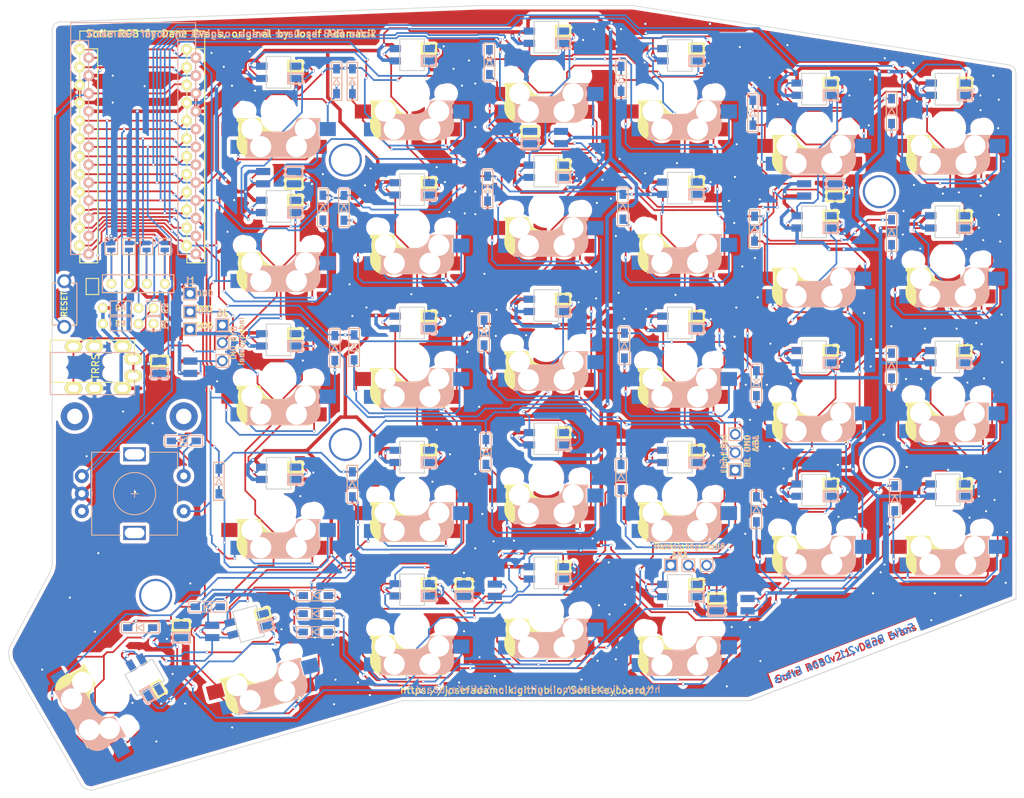
<source format=kicad_pcb>
(kicad_pcb (version 20171130) (host pcbnew "(5.1.6)-1")
  (layers (0 F.Cu signal) (31 B.Cu signal) (34 B.Paste user hide) (35 F.Paste user hide) (36 B.SilkS user hide) (37 F.SilkS user hide) (38 B.Mask user) (39 F.Mask user hide) (44 Edge.Cuts user hide))
  (net 0 "")
  (net 1 "Net-(D1-Pad2)")
  (net 2 row4)
  (net 3 "Net-(D2-Pad2)")
  (net 4 "Net-(D3-Pad2)")
  (net 5 row0)
  (net 6 "Net-(D4-Pad2)")
  (net 7 row1)
  (net 8 "Net-(D5-Pad2)")
  (net 9 row2)
  (net 10 "Net-(D6-Pad2)")
  (net 11 row3)
  (net 12 "Net-(D7-Pad2)")
  (net 13 "Net-(D8-Pad2)")
  (net 14 "Net-(D9-Pad2)")
  (net 15 "Net-(D10-Pad2)")
  (net 16 "Net-(D11-Pad2)")
  (net 17 "Net-(D12-Pad2)")
  (net 18 "Net-(D13-Pad2)")
  (net 19 "Net-(D14-Pad2)")
  (net 20 "Net-(D15-Pad2)")
  (net 21 "Net-(D16-Pad2)")
  (net 22 "Net-(D17-Pad2)")
  (net 23 "Net-(D18-Pad2)")
  (net 24 "Net-(D19-Pad2)")
  (net 25 "Net-(D20-Pad2)")
  (net 26 "Net-(D21-Pad2)")
  (net 27 "Net-(D22-Pad2)")
  (net 28 "Net-(D23-Pad2)")
  (net 29 "Net-(D24-Pad2)")
  (net 30 "Net-(D26-Pad2)")
  (net 31 "Net-(D27-Pad2)")
  (net 32 "Net-(D28-Pad2)")
  (net 33 VCC)
  (net 34 GND)
  (net 35 col0)
  (net 36 col1)
  (net 37 col2)
  (net 38 col3)
  (net 39 col4)
  (net 40 SDA)
  (net 41 LED)
  (net 42 SCL)
  (net 43 RESET)
  (net 44 "Net-(D29-Pad2)")
  (net 45 "Net-(U1-Pad24)")
  (net 46 "Net-(U1-Pad7)")
  (net 47 DATA)
  (net 48 "Net-(J3-Pad1)")
  (net 49 "Net-(J3-Pad2)")
  (net 50 "Net-(J3-Pad3)")
  (net 51 "Net-(J3-Pad4)")
  (net 52 "Net-(D30-Pad2)")
  (net 53 SW25B)
  (net 54 SW25A)
  (net 55 ENCB)
  (net 56 ENCA)
  (net 57 /i2c_c)
  (net 58 /i2c_d)
  (net 59 "Net-(D31-Pad1)")
  (net 60 "Net-(D31-Pad3)")
  (net 61 "Net-(D32-Pad3)")
  (net 62 /underglow)
  (net 63 "Net-(D34-Pad1)")
  (net 64 "Net-(D35-Pad1)")
  (net 65 "Net-(D36-Pad1)")
  (net 66 lights)
  (net 67 "Net-(D37-Pad3)")
  (net 68 /backlight)
  (net 69 "Net-(J5-Pad3)")
  (net 70 "Net-(SW1-Pad3)")
  (net 71 "Net-(SW1-Pad1)")
  (net 72 "Net-(SW2-Pad3)")
  (net 73 "Net-(SW3-Pad3)")
  (net 74 "Net-(SW3-Pad1)")
  (net 75 "Net-(SW10-Pad1)")
  (net 76 "Net-(SW5-Pad3)")
  (net 77 "Net-(SW11-Pad3)")
  (net 78 "Net-(SW12-Pad1)")
  (net 79 "Net-(SW13-Pad3)")
  (net 80 "Net-(SW14-Pad1)")
  (net 81 "Net-(SW15-Pad3)")
  (net 82 "Net-(SW10-Pad3)")
  (net 83 "Net-(SW11-Pad1)")
  (net 84 "Net-(SW12-Pad3)")
  (net 85 "Net-(SW13-Pad1)")
  (net 86 "Net-(SW14-Pad3)")
  (net 87 "Net-(SW15-Pad1)")
  (net 88 "Net-(SW16-Pad3)")
  (net 89 "Net-(SW17-Pad1)")
  (net 90 "Net-(SW18-Pad3)")
  (net 91 "Net-(SW19-Pad1)")
  (net 92 "Net-(SW20-Pad3)")
  (net 93 "Net-(SW21-Pad1)")
  (net 94 "Net-(SW22-Pad3)")
  (net 95 "Net-(SW23-Pad1)")
  (net 96 "Net-(SW24-Pad3)")
  (net 97 "Net-(SW26-Pad3)")
  (net 98 "Net-(SW28-Pad3)")
  (module LED_SMD:SK6812MINI_underglow_dev (layer F.Cu) (at 108.85 124.13)
    (fp_text reference D34 hide)
    (fp_text value LED_sk2812_SM hide)
    (pad 2 smd rect (at -2.2 -0.875) (size 2 1) (layers B.Cu B.Paste B.Mask) (net 34 GND))
    (pad 1 smd rect (at -2.2 0.875) (size 2 1) (layers B.Cu B.Paste B.Mask) (net 63 "Net-(D34-Pad1)"))
    (pad 4 smd rect (at 2.2 0.875) (size 2 1) (layers B.Cu B.Paste B.Mask) (net 33 VCC))
    (pad 3 smd rect (at 2.2 -0.875) (size 2 1) (layers B.Cu B.Paste B.Mask) (net 59 "Net-(D31-Pad1)"))
    (pad 2 smd rect (at -2.2 0.875) (size 2 1) (layers F.Cu F.Paste F.Mask) (net 34 GND))
    (pad 1 smd rect (at -2.2 -0.875) (size 2 1) (layers F.Cu F.Paste F.Mask) (net 63 "Net-(D34-Pad1)"))
    (pad 3 smd rect (at 2.2 0.875) (size 2 1) (layers F.Cu F.Paste F.Mask) (net 59 "Net-(D31-Pad1)"))
    (pad 4 smd rect (at 2.2 -0.875) (size 2 1) (layers F.Cu F.Paste F.Mask) (net 33 VCC))
  )
  (module LED_SMD:SK6812MINI_underglow_dev (layer F.Cu) (at 120.5 59.5 180)
    (fp_text reference D31 hide)
    (fp_text value LED_sk2812_SM hide)
    (pad 2 smd rect (at -2.2 -0.875 180) (size 2 1) (layers B.Cu B.Paste B.Mask) (net 34 GND))
    (pad 1 smd rect (at -2.2 0.875 180) (size 2 1) (layers B.Cu B.Paste B.Mask) (net 59 "Net-(D31-Pad1)"))
    (pad 4 smd rect (at 2.2 0.875 180) (size 2 1) (layers B.Cu B.Paste B.Mask) (net 33 VCC))
    (pad 3 smd rect (at 2.2 -0.875 180) (size 2 1) (layers B.Cu B.Paste B.Mask) (net 60 "Net-(D31-Pad3)"))
    (pad 2 smd rect (at -2.2 0.875 180) (size 2 1) (layers F.Cu F.Paste F.Mask) (net 34 GND))
    (pad 1 smd rect (at -2.2 -0.875 180) (size 2 1) (layers F.Cu F.Paste F.Mask) (net 59 "Net-(D31-Pad1)"))
    (pad 3 smd rect (at 2.2 0.875 180) (size 2 1) (layers F.Cu F.Paste F.Mask) (net 60 "Net-(D31-Pad3)"))
    (pad 4 smd rect (at 2.2 -0.875 180) (size 2 1) (layers F.Cu F.Paste F.Mask) (net 33 VCC))
  )
  (module LED_SMD:SK6812MINI_underglow_dev (layer F.Cu) (at 158.5 53.79)
    (fp_text reference D32 hide)
    (fp_text value LED_sk2812_SM hide)
    (pad 2 smd rect (at -2.2 -0.875) (size 2 1) (layers B.Cu B.Paste B.Mask) (net 34 GND))
    (pad 1 smd rect (at -2.2 0.875) (size 2 1) (layers B.Cu B.Paste B.Mask) (net 60 "Net-(D31-Pad3)"))
    (pad 4 smd rect (at 2.2 0.875) (size 2 1) (layers B.Cu B.Paste B.Mask) (net 33 VCC))
    (pad 3 smd rect (at 2.2 -0.875) (size 2 1) (layers B.Cu B.Paste B.Mask) (net 61 "Net-(D32-Pad3)"))
    (pad 2 smd rect (at -2.2 0.875) (size 2 1) (layers F.Cu F.Paste F.Mask) (net 34 GND))
    (pad 1 smd rect (at -2.2 -0.875) (size 2 1) (layers F.Cu F.Paste F.Mask) (net 60 "Net-(D31-Pad3)"))
    (pad 3 smd rect (at 2.2 0.875) (size 2 1) (layers F.Cu F.Paste F.Mask) (net 61 "Net-(D32-Pad3)"))
    (pad 4 smd rect (at 2.2 -0.875) (size 2 1) (layers F.Cu F.Paste F.Mask) (net 33 VCC))
  )
  (module LED_SMD:SK6812MINI_underglow_dev (layer F.Cu) (at 197.5 61.25 180)
    (fp_text reference D33 hide)
    (fp_text value LED_sk2812_SM hide)
    (pad 2 smd rect (at -2.2 -0.875 180) (size 2 1) (layers B.Cu B.Paste B.Mask) (net 34 GND))
    (pad 1 smd rect (at -2.2 0.875 180) (size 2 1) (layers B.Cu B.Paste B.Mask) (net 61 "Net-(D32-Pad3)"))
    (pad 4 smd rect (at 2.2 0.875 180) (size 2 1) (layers B.Cu B.Paste B.Mask) (net 33 VCC))
    (pad 3 smd rect (at 2.2 -0.875 180) (size 2 1) (layers B.Cu B.Paste B.Mask) (net 62 /underglow))
    (pad 2 smd rect (at -2.2 0.875 180) (size 2 1) (layers F.Cu F.Paste F.Mask) (net 34 GND))
    (pad 1 smd rect (at -2.2 -0.875 180) (size 2 1) (layers F.Cu F.Paste F.Mask) (net 61 "Net-(D32-Pad3)"))
    (pad 3 smd rect (at 2.2 0.875 180) (size 2 1) (layers F.Cu F.Paste F.Mask) (net 62 /underglow))
    (pad 4 smd rect (at 2.2 -0.875 180) (size 2 1) (layers F.Cu F.Paste F.Mask) (net 33 VCC))
  )
  (module LED_SMD:SK6812MINI_underglow_dev (layer F.Cu) (at 149.0836 118.2626)
    (fp_text reference D35 hide)
    (fp_text value LED_sk2812_SM hide)
    (pad 2 smd rect (at -2.2 -0.875) (size 2 1) (layers B.Cu B.Paste B.Mask) (net 34 GND))
    (pad 1 smd rect (at -2.2 0.875) (size 2 1) (layers B.Cu B.Paste B.Mask) (net 64 "Net-(D35-Pad1)"))
    (pad 4 smd rect (at 2.2 0.875) (size 2 1) (layers B.Cu B.Paste B.Mask) (net 33 VCC))
    (pad 3 smd rect (at 2.2 -0.875) (size 2 1) (layers B.Cu B.Paste B.Mask) (net 63 "Net-(D34-Pad1)"))
    (pad 2 smd rect (at -2.2 0.875) (size 2 1) (layers F.Cu F.Paste F.Mask) (net 34 GND))
    (pad 1 smd rect (at -2.2 -0.875) (size 2 1) (layers F.Cu F.Paste F.Mask) (net 64 "Net-(D35-Pad1)"))
    (pad 3 smd rect (at 2.2 0.875) (size 2 1) (layers F.Cu F.Paste F.Mask) (net 63 "Net-(D34-Pad1)"))
    (pad 4 smd rect (at 2.2 -0.875) (size 2 1) (layers F.Cu F.Paste F.Mask) (net 33 VCC))
  )
  (module LED_SMD:SK6812MINI_underglow_dev (layer F.Cu) (at 185.05 120.32)
    (fp_text reference D36 hide)
    (fp_text value LED_sk2812_SM hide)
    (pad 2 smd rect (at -2.2 -0.875) (size 2 1) (layers B.Cu B.Paste B.Mask) (net 34 GND))
    (pad 1 smd rect (at -2.2 0.875) (size 2 1) (layers B.Cu B.Paste B.Mask) (net 65 "Net-(D36-Pad1)"))
    (pad 4 smd rect (at 2.2 0.875) (size 2 1) (layers B.Cu B.Paste B.Mask) (net 33 VCC))
    (pad 3 smd rect (at 2.2 -0.875) (size 2 1) (layers B.Cu B.Paste B.Mask) (net 64 "Net-(D35-Pad1)"))
    (pad 2 smd rect (at -2.2 0.875) (size 2 1) (layers F.Cu F.Paste F.Mask) (net 34 GND))
    (pad 1 smd rect (at -2.2 -0.875) (size 2 1) (layers F.Cu F.Paste F.Mask) (net 65 "Net-(D36-Pad1)"))
    (pad 3 smd rect (at 2.2 0.875) (size 2 1) (layers F.Cu F.Paste F.Mask) (net 64 "Net-(D35-Pad1)"))
    (pad 4 smd rect (at 2.2 -0.875) (size 2 1) (layers F.Cu F.Paste F.Mask) (net 33 VCC))
  )
  (module LED_SMD:SK6812MINI_underglow_dev (layer F.Cu) (at 105.75 86.5)
    (fp_text reference D37 hide)
    (fp_text value LED_sk2812_SM hide)
    (pad 2 smd rect (at -2.2 -0.875) (size 2 1) (layers B.Cu B.Paste B.Mask) (net 34 GND))
    (pad 1 smd rect (at -2.2 0.875) (size 2 1) (layers B.Cu B.Paste B.Mask) (net 66 lights))
    (pad 4 smd rect (at 2.2 0.875) (size 2 1) (layers B.Cu B.Paste B.Mask) (net 33 VCC))
    (pad 3 smd rect (at 2.2 -0.875) (size 2 1) (layers B.Cu B.Paste B.Mask) (net 67 "Net-(D37-Pad3)"))
    (pad 2 smd rect (at -2.2 0.875) (size 2 1) (layers F.Cu F.Paste F.Mask) (net 34 GND))
    (pad 1 smd rect (at -2.2 -0.875) (size 2 1) (layers F.Cu F.Paste F.Mask) (net 66 lights))
    (pad 3 smd rect (at 2.2 0.875) (size 2 1) (layers F.Cu F.Paste F.Mask) (net 67 "Net-(D37-Pad3)"))
    (pad 4 smd rect (at 2.2 -0.875) (size 2 1) (layers F.Cu F.Paste F.Mask) (net 33 VCC))
  )
  (module SofleKeyboard-footprint:LED (layer F.Cu) (at 107.9 81.1 180)
    (fp_text reference J1 (at 0 6.9 180) (layer F.SilkS))
    (fp_text value LED hide)
    (fp_text user GND (at -2.1 5.14 180) (layer F.SilkS) (effects (font (size 0.8 0.8))))
    (fp_text user LED (at -2.2 2.5 180) (layer B.SilkS) (effects (font (size 0.8 0.8)) (justify mirror)))
    (fp_text user LED (at -2.1 2.9 180) (layer F.SilkS) (effects (font (size 0.8 0.8)) (justify mirror)))
    (fp_text user GND (at -2.1 5.1 180) (layer B.SilkS) (effects (font (size 0.8 0.8)) (justify mirror)))
    (fp_text user VCC (at -2.2 0.1 180) (layer B.SilkS) (effects (font (size 0.8 0.8)) (justify mirror)))
    (fp_text user VCC (at -2.1 0.5 180) (layer F.SilkS) (effects (font (size 0.8 0.8)) (justify mirror)))
    (fp_text user J1 (at 0 6.9 180) (layer B.SilkS) (effects (justify mirror)))
    (pad 1 thru_hole rect (at 0 0 270) (size 1.524 1.524) (drill 1) (layers *.Cu *.Mask) (net 33 VCC))
    (pad 2 thru_hole rect (at 0 2.5 180) (size 1.524 1.524) (drill 1) (layers *.Cu *.Mask) (net 41 LED))
    (pad 3 thru_hole rect (at 0 5.1 180) (size 1.524 1.524) (drill 1) (layers *.Cu *.Mask) (net 34 GND))
  )
  (module Connector:3x1header (layer F.Cu) (at 112.5 80.5)
    (fp_text reference J6 (at 0 -1.7 -180) (layer F.SilkS))
    (fp_text value "indicator bypass" hide)
    (fp_text user J6 (at 0 -1.7 -180) (layer B.SilkS) (effects (justify mirror)))
    (pad 3 thru_hole circle (at 0 5.1) (size 1.524 1.524) (drill 1) (layers *.Cu *.Mask) (net 67 "Net-(D37-Pad3)"))
    (pad 2 thru_hole circle (at 0 2.5) (size 1.524 1.524) (drill 1) (layers *.Cu *.Mask) (net 41 LED))
    (pad 1 thru_hole rect (at 0 0 90) (size 1.524 1.524) (drill 1) (layers *.Cu *.Mask) (net 66 lights))
  )
  (module Button_Switch_Keyboard:SK6812MINI_and_cherry (layer F.Cu) (at 215.8 52.4 180)
    (fp_text reference SW6 hide)
    (fp_text value SW_PUSH-MX_W_LED hide)
    (pad 2 smd rect (at -2.4 6.375 180) (size 1.6 1) (layers B.Cu B.Paste B.Mask) (net 34 GND))
    (pad 1 smd rect (at -2.4 4.625 180) (size 1.6 1) (layers B.Cu B.Paste B.Mask) (net 76 "Net-(SW5-Pad3)"))
    (pad 4 smd rect (at 2.4 4.625 180) (size 1.6 1) (layers B.Cu B.Paste B.Mask) (net 33 VCC))
    (pad 3 smd rect (at 2.4 6.375 180) (size 1.6 1) (layers B.Cu B.Paste B.Mask) (net 78 "Net-(SW12-Pad1)"))
    (pad 2 smd rect (at -2.4 4.625 180) (size 1.6 1) (layers F.Cu F.Paste F.Mask) (net 34 GND))
    (pad 1 smd rect (at -2.4 6.375 180) (size 1.6 1) (layers F.Cu F.Paste F.Mask) (net 76 "Net-(SW5-Pad3)"))
    (pad 3 smd rect (at 2.4 4.625 180) (size 1.6 1) (layers F.Cu F.Paste F.Mask) (net 78 "Net-(SW12-Pad1)"))
    (pad 4 smd rect (at 2.4 6.375 180) (size 1.6 1) (layers F.Cu F.Paste F.Mask) (net 33 VCC))
    (pad "" np_thru_hole circle (at 2.54 -5.08) (size 3 3) (drill 3) (layers *.Cu *.Mask))
    (pad "" np_thru_hole circle (at 0 0 270) (size 4.1 4.1) (drill 4.1) (layers *.Cu *.Mask))
    (pad 6 smd rect (at 5.7 -5.12) (size 2.3 2) (layers B.Cu B.Paste B.Mask) (net 35 col0))
    (pad "" np_thru_hole circle (at -3.81 -2.54) (size 3 3) (drill 3) (layers *.Cu *.Mask))
    (pad "" np_thru_hole circle (at -4.5 0 180) (size 1.7 1.7) (drill 1.7) (layers *.Cu *.Mask))
    (pad 5 smd rect (at 7 -2.58) (size 2.3 2) (layers F.Cu F.Paste F.Mask) (net 10 "Net-(D6-Pad2)"))
    (pad 6 smd rect (at -5.7 -5.12) (size 2.3 2) (layers F.Cu F.Mask) (net 35 col0))
    (pad "" np_thru_hole circle (at -2.54 -5.08) (size 3 3) (drill 3) (layers *.Cu *.Mask))
    (pad "" np_thru_hole circle (at 4.5 0 180) (size 1.7 1.7) (drill 1.7) (layers *.Cu *.Mask))
    (pad "" np_thru_hole circle (at 5.08 0 180) (size 1.9 1.9) (drill 1.9) (layers *.Cu *.Mask))
    (pad "" np_thru_hole circle (at 3.81 -2.540001) (size 3 3) (drill 3) (layers *.Cu *.Mask))
    (pad "" np_thru_hole circle (at -5.08 0 180) (size 1.9 1.9) (drill 1.9) (layers *.Cu *.Mask))
    (pad 5 smd rect (at -7 -2.58) (size 2.3 2) (layers B.Cu B.Paste B.Mask) (net 10 "Net-(D6-Pad2)"))
  )
  (module dane:gecko-logo (layer B.Cu) (at 201 122.75 180)
    (fp_text reference G*** hide)
    (fp_text value LOGO hide)
  )
  (module dane:gecko-logo (layer F.Cu) (at 200.25 122.75)
    (fp_text reference G*** hide)
    (fp_text value LOGO hide)
  )
  (module Button_Switch_Keyboard:SK6812MINI_and_cherry (layer F.Cu) (at 158.6 102.19 180)
    (fp_text reference SW21 hide)
    (fp_text value SW_PUSH-MX_W_LED hide)
    (pad 5 smd rect (at -7 -2.58) (size 2.3 2) (layers B.Cu B.Paste B.Mask) (net 26 "Net-(D21-Pad2)"))
    (pad "" np_thru_hole circle (at -5.08 0 180) (size 1.9 1.9) (drill 1.9) (layers *.Cu *.Mask))
    (pad "" np_thru_hole circle (at 3.81 -2.540001) (size 3 3) (drill 3) (layers *.Cu *.Mask))
    (pad "" np_thru_hole circle (at 5.08 0 180) (size 1.9 1.9) (drill 1.9) (layers *.Cu *.Mask))
    (pad "" np_thru_hole circle (at 4.5 0 180) (size 1.7 1.7) (drill 1.7) (layers *.Cu *.Mask))
    (pad "" np_thru_hole circle (at -2.54 -5.08) (size 3 3) (drill 3) (layers *.Cu *.Mask))
    (pad 6 smd rect (at -5.7 -5.12) (size 2.3 2) (layers F.Cu F.Mask) (net 38 col3))
    (pad 5 smd rect (at 7 -2.58) (size 2.3 2) (layers F.Cu F.Paste F.Mask) (net 26 "Net-(D21-Pad2)"))
    (pad "" np_thru_hole circle (at -4.5 0 180) (size 1.7 1.7) (drill 1.7) (layers *.Cu *.Mask))
    (pad "" np_thru_hole circle (at -3.81 -2.54) (size 3 3) (drill 3) (layers *.Cu *.Mask))
    (pad 6 smd rect (at 5.7 -5.12) (size 2.3 2) (layers B.Cu B.Paste B.Mask) (net 38 col3))
    (pad "" np_thru_hole circle (at 0 0 270) (size 4.1 4.1) (drill 4.1) (layers *.Cu *.Mask))
    (pad "" np_thru_hole circle (at 2.54 -5.08) (size 3 3) (drill 3) (layers *.Cu *.Mask))
    (pad 4 smd rect (at 2.4 6.375 180) (size 1.6 1) (layers F.Cu F.Paste F.Mask) (net 33 VCC))
    (pad 3 smd rect (at 2.4 4.625 180) (size 1.6 1) (layers F.Cu F.Paste F.Mask) (net 87 "Net-(SW15-Pad1)"))
    (pad 1 smd rect (at -2.4 6.375 180) (size 1.6 1) (layers F.Cu F.Paste F.Mask) (net 93 "Net-(SW21-Pad1)"))
    (pad 2 smd rect (at -2.4 4.625 180) (size 1.6 1) (layers F.Cu F.Paste F.Mask) (net 34 GND))
    (pad 3 smd rect (at 2.4 6.375 180) (size 1.6 1) (layers B.Cu B.Paste B.Mask) (net 87 "Net-(SW15-Pad1)"))
    (pad 4 smd rect (at 2.4 4.625 180) (size 1.6 1) (layers B.Cu B.Paste B.Mask) (net 33 VCC))
    (pad 1 smd rect (at -2.4 4.625 180) (size 1.6 1) (layers B.Cu B.Paste B.Mask) (net 93 "Net-(SW21-Pad1)"))
    (pad 2 smd rect (at -2.4 6.375 180) (size 1.6 1) (layers B.Cu B.Paste B.Mask) (net 34 GND))
  )
  (module Button_Switch_Keyboard:SK6812MINI_and_cherry (layer F.Cu) (at 196.7 109.5 180)
    (fp_text reference SW23 hide)
    (fp_text value SW_PUSH-MX_W_LED hide)
    (pad 5 smd rect (at -7 -2.58) (size 2.3 2) (layers B.Cu B.Paste B.Mask) (net 28 "Net-(D23-Pad2)"))
    (pad "" np_thru_hole circle (at -5.08 0 180) (size 1.9 1.9) (drill 1.9) (layers *.Cu *.Mask))
    (pad "" np_thru_hole circle (at 3.81 -2.540001) (size 3 3) (drill 3) (layers *.Cu *.Mask))
    (pad "" np_thru_hole circle (at 5.08 0 180) (size 1.9 1.9) (drill 1.9) (layers *.Cu *.Mask))
    (pad "" np_thru_hole circle (at 4.5 0 180) (size 1.7 1.7) (drill 1.7) (layers *.Cu *.Mask))
    (pad "" np_thru_hole circle (at -2.54 -5.08) (size 3 3) (drill 3) (layers *.Cu *.Mask))
    (pad 6 smd rect (at -5.7 -5.12) (size 2.3 2) (layers F.Cu F.Mask) (net 36 col1))
    (pad 5 smd rect (at 7 -2.58) (size 2.3 2) (layers F.Cu F.Paste F.Mask) (net 28 "Net-(D23-Pad2)"))
    (pad "" np_thru_hole circle (at -4.5 0 180) (size 1.7 1.7) (drill 1.7) (layers *.Cu *.Mask))
    (pad "" np_thru_hole circle (at -3.81 -2.54) (size 3 3) (drill 3) (layers *.Cu *.Mask))
    (pad 6 smd rect (at 5.7 -5.12) (size 2.3 2) (layers B.Cu B.Paste B.Mask) (net 36 col1))
    (pad "" np_thru_hole circle (at 0 0 270) (size 4.1 4.1) (drill 4.1) (layers *.Cu *.Mask))
    (pad "" np_thru_hole circle (at 2.54 -5.08) (size 3 3) (drill 3) (layers *.Cu *.Mask))
    (pad 4 smd rect (at 2.4 6.375 180) (size 1.6 1) (layers F.Cu F.Paste F.Mask) (net 33 VCC))
    (pad 3 smd rect (at 2.4 4.625 180) (size 1.6 1) (layers F.Cu F.Paste F.Mask) (net 89 "Net-(SW17-Pad1)"))
    (pad 1 smd rect (at -2.4 6.375 180) (size 1.6 1) (layers F.Cu F.Paste F.Mask) (net 95 "Net-(SW23-Pad1)"))
    (pad 2 smd rect (at -2.4 4.625 180) (size 1.6 1) (layers F.Cu F.Paste F.Mask) (net 34 GND))
    (pad 3 smd rect (at 2.4 6.375 180) (size 1.6 1) (layers B.Cu B.Paste B.Mask) (net 89 "Net-(SW17-Pad1)"))
    (pad 4 smd rect (at 2.4 4.625 180) (size 1.6 1) (layers B.Cu B.Paste B.Mask) (net 33 VCC))
    (pad 1 smd rect (at -2.4 4.625 180) (size 1.6 1) (layers B.Cu B.Paste B.Mask) (net 95 "Net-(SW23-Pad1)"))
    (pad 2 smd rect (at -2.4 6.375 180) (size 1.6 1) (layers B.Cu B.Paste B.Mask) (net 34 GND))
  )
  (module Button_Switch_Keyboard:SK6812MINI_and_cherry (layer F.Cu) (at 215.7 71.3 180)
    (fp_text reference SW12 hide)
    (fp_text value SW_PUSH-MX_W_LED hide)
    (pad 5 smd rect (at -7 -2.58) (size 2.3 2) (layers B.Cu B.Paste B.Mask) (net 17 "Net-(D12-Pad2)"))
    (pad "" np_thru_hole circle (at -5.08 0 180) (size 1.9 1.9) (drill 1.9) (layers *.Cu *.Mask))
    (pad "" np_thru_hole circle (at 3.81 -2.540001) (size 3 3) (drill 3) (layers *.Cu *.Mask))
    (pad "" np_thru_hole circle (at 5.08 0 180) (size 1.9 1.9) (drill 1.9) (layers *.Cu *.Mask))
    (pad "" np_thru_hole circle (at 4.5 0 180) (size 1.7 1.7) (drill 1.7) (layers *.Cu *.Mask))
    (pad "" np_thru_hole circle (at -2.54 -5.08) (size 3 3) (drill 3) (layers *.Cu *.Mask))
    (pad 6 smd rect (at -5.7 -5.12) (size 2.3 2) (layers F.Cu F.Mask) (net 35 col0))
    (pad 5 smd rect (at 7 -2.58) (size 2.3 2) (layers F.Cu F.Paste F.Mask) (net 17 "Net-(D12-Pad2)"))
    (pad "" np_thru_hole circle (at -4.5 0 180) (size 1.7 1.7) (drill 1.7) (layers *.Cu *.Mask))
    (pad "" np_thru_hole circle (at -3.81 -2.54) (size 3 3) (drill 3) (layers *.Cu *.Mask))
    (pad 6 smd rect (at 5.7 -5.12) (size 2.3 2) (layers B.Cu B.Paste B.Mask) (net 35 col0))
    (pad "" np_thru_hole circle (at 0 0 270) (size 4.1 4.1) (drill 4.1) (layers *.Cu *.Mask))
    (pad "" np_thru_hole circle (at 2.54 -5.08) (size 3 3) (drill 3) (layers *.Cu *.Mask))
    (pad 4 smd rect (at 2.4 6.375 180) (size 1.6 1) (layers F.Cu F.Paste F.Mask) (net 33 VCC))
    (pad 3 smd rect (at 2.4 4.625 180) (size 1.6 1) (layers F.Cu F.Paste F.Mask) (net 84 "Net-(SW12-Pad3)"))
    (pad 1 smd rect (at -2.4 6.375 180) (size 1.6 1) (layers F.Cu F.Paste F.Mask) (net 78 "Net-(SW12-Pad1)"))
    (pad 2 smd rect (at -2.4 4.625 180) (size 1.6 1) (layers F.Cu F.Paste F.Mask) (net 34 GND))
    (pad 3 smd rect (at 2.4 6.375 180) (size 1.6 1) (layers B.Cu B.Paste B.Mask) (net 84 "Net-(SW12-Pad3)"))
    (pad 4 smd rect (at 2.4 4.625 180) (size 1.6 1) (layers B.Cu B.Paste B.Mask) (net 33 VCC))
    (pad 1 smd rect (at -2.4 4.625 180) (size 1.6 1) (layers B.Cu B.Paste B.Mask) (net 78 "Net-(SW12-Pad1)"))
    (pad 2 smd rect (at -2.4 6.375 180) (size 1.6 1) (layers B.Cu B.Paste B.Mask) (net 34 GND))
  )
  (module Button_Switch_Keyboard:SK6812MINI_and_cherry (layer F.Cu) (at 196.7 71.3 180)
    (fp_text reference SW11 hide)
    (fp_text value SW_PUSH-MX_W_LED hide)
    (pad 5 smd rect (at -7 -2.58) (size 2.3 2) (layers B.Cu B.Paste B.Mask) (net 16 "Net-(D11-Pad2)"))
    (pad "" np_thru_hole circle (at -5.08 0 180) (size 1.9 1.9) (drill 1.9) (layers *.Cu *.Mask))
    (pad "" np_thru_hole circle (at 3.81 -2.540001) (size 3 3) (drill 3) (layers *.Cu *.Mask))
    (pad "" np_thru_hole circle (at 5.08 0 180) (size 1.9 1.9) (drill 1.9) (layers *.Cu *.Mask))
    (pad "" np_thru_hole circle (at 4.5 0 180) (size 1.7 1.7) (drill 1.7) (layers *.Cu *.Mask))
    (pad "" np_thru_hole circle (at -2.54 -5.08) (size 3 3) (drill 3) (layers *.Cu *.Mask))
    (pad 6 smd rect (at -5.7 -5.12) (size 2.3 2) (layers F.Cu F.Mask) (net 36 col1))
    (pad 5 smd rect (at 7 -2.58) (size 2.3 2) (layers F.Cu F.Paste F.Mask) (net 16 "Net-(D11-Pad2)"))
    (pad "" np_thru_hole circle (at -4.5 0 180) (size 1.7 1.7) (drill 1.7) (layers *.Cu *.Mask))
    (pad "" np_thru_hole circle (at -3.81 -2.54) (size 3 3) (drill 3) (layers *.Cu *.Mask))
    (pad 6 smd rect (at 5.7 -5.12) (size 2.3 2) (layers B.Cu B.Paste B.Mask) (net 36 col1))
    (pad "" np_thru_hole circle (at 0 0 270) (size 4.1 4.1) (drill 4.1) (layers *.Cu *.Mask))
    (pad "" np_thru_hole circle (at 2.54 -5.08) (size 3 3) (drill 3) (layers *.Cu *.Mask))
    (pad 4 smd rect (at 2.4 6.375 180) (size 1.6 1) (layers F.Cu F.Paste F.Mask) (net 33 VCC))
    (pad 3 smd rect (at 2.4 4.625 180) (size 1.6 1) (layers F.Cu F.Paste F.Mask) (net 77 "Net-(SW11-Pad3)"))
    (pad 1 smd rect (at -2.4 6.375 180) (size 1.6 1) (layers F.Cu F.Paste F.Mask) (net 83 "Net-(SW11-Pad1)"))
    (pad 2 smd rect (at -2.4 4.625 180) (size 1.6 1) (layers F.Cu F.Paste F.Mask) (net 34 GND))
    (pad 3 smd rect (at 2.4 6.375 180) (size 1.6 1) (layers B.Cu B.Paste B.Mask) (net 77 "Net-(SW11-Pad3)"))
    (pad 4 smd rect (at 2.4 4.625 180) (size 1.6 1) (layers B.Cu B.Paste B.Mask) (net 33 VCC))
    (pad 1 smd rect (at -2.4 4.625 180) (size 1.6 1) (layers B.Cu B.Paste B.Mask) (net 83 "Net-(SW11-Pad1)"))
    (pad 2 smd rect (at -2.4 6.375 180) (size 1.6 1) (layers B.Cu B.Paste B.Mask) (net 34 GND))
  )
  (module Button_Switch_Keyboard:SK6812MINI_and_cherry (layer F.Cu) (at 196.7 90.5 180)
    (fp_text reference SW17 hide)
    (fp_text value SW_PUSH-MX_W_LED hide)
    (pad 5 smd rect (at -7 -2.58) (size 2.3 2) (layers B.Cu B.Paste B.Mask) (net 22 "Net-(D17-Pad2)"))
    (pad "" np_thru_hole circle (at -5.08 0 180) (size 1.9 1.9) (drill 1.9) (layers *.Cu *.Mask))
    (pad "" np_thru_hole circle (at 3.81 -2.540001) (size 3 3) (drill 3) (layers *.Cu *.Mask))
    (pad "" np_thru_hole circle (at 5.08 0 180) (size 1.9 1.9) (drill 1.9) (layers *.Cu *.Mask))
    (pad "" np_thru_hole circle (at 4.5 0 180) (size 1.7 1.7) (drill 1.7) (layers *.Cu *.Mask))
    (pad "" np_thru_hole circle (at -2.54 -5.08) (size 3 3) (drill 3) (layers *.Cu *.Mask))
    (pad 6 smd rect (at -5.7 -5.12) (size 2.3 2) (layers F.Cu F.Mask) (net 36 col1))
    (pad 5 smd rect (at 7 -2.58) (size 2.3 2) (layers F.Cu F.Paste F.Mask) (net 22 "Net-(D17-Pad2)"))
    (pad "" np_thru_hole circle (at -4.5 0 180) (size 1.7 1.7) (drill 1.7) (layers *.Cu *.Mask))
    (pad "" np_thru_hole circle (at -3.81 -2.54) (size 3 3) (drill 3) (layers *.Cu *.Mask))
    (pad 6 smd rect (at 5.7 -5.12) (size 2.3 2) (layers B.Cu B.Paste B.Mask) (net 36 col1))
    (pad "" np_thru_hole circle (at 0 0 270) (size 4.1 4.1) (drill 4.1) (layers *.Cu *.Mask))
    (pad "" np_thru_hole circle (at 2.54 -5.08) (size 3 3) (drill 3) (layers *.Cu *.Mask))
    (pad 4 smd rect (at 2.4 6.375 180) (size 1.6 1) (layers F.Cu F.Paste F.Mask) (net 33 VCC))
    (pad 3 smd rect (at 2.4 4.625 180) (size 1.6 1) (layers F.Cu F.Paste F.Mask) (net 83 "Net-(SW11-Pad1)"))
    (pad 1 smd rect (at -2.4 6.375 180) (size 1.6 1) (layers F.Cu F.Paste F.Mask) (net 89 "Net-(SW17-Pad1)"))
    (pad 2 smd rect (at -2.4 4.625 180) (size 1.6 1) (layers F.Cu F.Paste F.Mask) (net 34 GND))
    (pad 3 smd rect (at 2.4 6.375 180) (size 1.6 1) (layers B.Cu B.Paste B.Mask) (net 83 "Net-(SW11-Pad1)"))
    (pad 4 smd rect (at 2.4 4.625 180) (size 1.6 1) (layers B.Cu B.Paste B.Mask) (net 33 VCC))
    (pad 1 smd rect (at -2.4 4.625 180) (size 1.6 1) (layers B.Cu B.Paste B.Mask) (net 89 "Net-(SW17-Pad1)"))
    (pad 2 smd rect (at -2.4 6.375 180) (size 1.6 1) (layers B.Cu B.Paste B.Mask) (net 34 GND))
  )
  (module Button_Switch_Keyboard:SK6812MINI_and_cherry (layer F.Cu) (at 139.5 47.5 180)
    (fp_text reference SW2 hide)
    (fp_text value SW_PUSH-MX_W_LED hide)
    (pad 5 smd rect (at -7 -2.58) (size 2.3 2) (layers B.Cu B.Paste B.Mask) (net 3 "Net-(D2-Pad2)"))
    (pad "" np_thru_hole circle (at -5.08 0 180) (size 1.9 1.9) (drill 1.9) (layers *.Cu *.Mask))
    (pad "" np_thru_hole circle (at 3.81 -2.540001) (size 3 3) (drill 3) (layers *.Cu *.Mask))
    (pad "" np_thru_hole circle (at 5.08 0 180) (size 1.9 1.9) (drill 1.9) (layers *.Cu *.Mask))
    (pad "" np_thru_hole circle (at 4.5 0 180) (size 1.7 1.7) (drill 1.7) (layers *.Cu *.Mask))
    (pad "" np_thru_hole circle (at -2.54 -5.08) (size 3 3) (drill 3) (layers *.Cu *.Mask))
    (pad 6 smd rect (at -5.7 -5.12) (size 2.3 2) (layers F.Cu F.Mask) (net 39 col4))
    (pad 5 smd rect (at 7 -2.58) (size 2.3 2) (layers F.Cu F.Paste F.Mask) (net 3 "Net-(D2-Pad2)"))
    (pad "" np_thru_hole circle (at -4.5 0 180) (size 1.7 1.7) (drill 1.7) (layers *.Cu *.Mask))
    (pad "" np_thru_hole circle (at -3.81 -2.54) (size 3 3) (drill 3) (layers *.Cu *.Mask))
    (pad 6 smd rect (at 5.7 -5.12) (size 2.3 2) (layers B.Cu B.Paste B.Mask) (net 39 col4))
    (pad "" np_thru_hole circle (at 0 0 270) (size 4.1 4.1) (drill 4.1) (layers *.Cu *.Mask))
    (pad "" np_thru_hole circle (at 2.54 -5.08) (size 3 3) (drill 3) (layers *.Cu *.Mask))
    (pad 4 smd rect (at 2.4 6.375 180) (size 1.6 1) (layers F.Cu F.Paste F.Mask) (net 33 VCC))
    (pad 3 smd rect (at 2.4 4.625 180) (size 1.6 1) (layers F.Cu F.Paste F.Mask) (net 72 "Net-(SW2-Pad3)"))
    (pad 1 smd rect (at -2.4 6.375 180) (size 1.6 1) (layers F.Cu F.Paste F.Mask) (net 70 "Net-(SW1-Pad3)"))
    (pad 2 smd rect (at -2.4 4.625 180) (size 1.6 1) (layers F.Cu F.Paste F.Mask) (net 34 GND))
    (pad 3 smd rect (at 2.4 6.375 180) (size 1.6 1) (layers B.Cu B.Paste B.Mask) (net 72 "Net-(SW2-Pad3)"))
    (pad 4 smd rect (at 2.4 4.625 180) (size 1.6 1) (layers B.Cu B.Paste B.Mask) (net 33 VCC))
    (pad 1 smd rect (at -2.4 4.625 180) (size 1.6 1) (layers B.Cu B.Paste B.Mask) (net 70 "Net-(SW1-Pad3)"))
    (pad 2 smd rect (at -2.4 6.375 180) (size 1.6 1) (layers B.Cu B.Paste B.Mask) (net 34 GND))
  )
  (module Diode_SMD:crkbd-diode (layer F.Cu) (at 125.805 119.02)
    (fp_text reference D30 hide)
    (fp_text value D hide)
    (pad 1 smd rect (at -1.775 0) (size 1.3 0.95) (layers F.Cu F.Paste F.Mask) (net 2 row4))
    (pad 2 smd rect (at 1.775 0) (size 1.3 0.95) (layers B.Cu B.Paste B.Mask) (net 52 "Net-(D30-Pad2)"))
    (pad 1 smd rect (at -1.775 0) (size 1.3 0.95) (layers B.Cu B.Paste B.Mask) (net 2 row4))
    (pad 2 smd rect (at 1.775 0) (size 1.3 0.95) (layers F.Cu F.Paste F.Mask) (net 52 "Net-(D30-Pad2)"))
  )
  (module Diode_SMD:crkbd-diode (layer F.Cu) (at 125.775 121.6)
    (fp_text reference D29 hide)
    (fp_text value D hide)
    (pad 2 smd rect (at 1.775 0) (size 1.3 0.95) (layers F.Cu F.Paste F.Mask) (net 44 "Net-(D29-Pad2)"))
    (pad 1 smd rect (at -1.775 0) (size 1.3 0.95) (layers B.Cu B.Paste B.Mask) (net 2 row4))
    (pad 2 smd rect (at 1.775 0) (size 1.3 0.95) (layers B.Cu B.Paste B.Mask) (net 44 "Net-(D29-Pad2)"))
    (pad 1 smd rect (at -1.775 0) (size 1.3 0.95) (layers F.Cu F.Paste F.Mask) (net 2 row4))
  )
  (module Diode_SMD:crkbd-diode (layer F.Cu) (at 125.775 124.2)
    (fp_text reference D28 hide)
    (fp_text value D hide)
    (pad 1 smd rect (at -1.775 0) (size 1.3 0.95) (layers F.Cu F.Paste F.Mask) (net 2 row4))
    (pad 2 smd rect (at 1.775 0) (size 1.3 0.95) (layers B.Cu B.Paste B.Mask) (net 32 "Net-(D28-Pad2)"))
    (pad 1 smd rect (at -1.775 0) (size 1.3 0.95) (layers B.Cu B.Paste B.Mask) (net 2 row4))
    (pad 2 smd rect (at 1.775 0) (size 1.3 0.95) (layers F.Cu F.Paste F.Mask) (net 32 "Net-(D28-Pad2)"))
  )
  (module Diode_SMD:crkbd-diode (layer F.Cu) (at 110.4248 120.6248)
    (fp_text reference D27 hide)
    (fp_text value D hide)
    (pad 1 smd rect (at -1.775 0) (size 1.3 0.95) (layers F.Cu F.Paste F.Mask) (net 2 row4))
    (pad 2 smd rect (at 1.775 0) (size 1.3 0.95) (layers B.Cu B.Paste B.Mask) (net 31 "Net-(D27-Pad2)"))
    (pad 1 smd rect (at -1.775 0) (size 1.3 0.95) (layers B.Cu B.Paste B.Mask) (net 2 row4))
    (pad 2 smd rect (at 1.775 0) (size 1.3 0.95) (layers F.Cu F.Paste F.Mask) (net 31 "Net-(D27-Pad2)"))
  )
  (module Diode_SMD:crkbd-diode (layer F.Cu) (at 100.8 123.6)
    (fp_text reference D26 hide)
    (fp_text value D hide)
    (pad 1 smd rect (at -1.775 0) (size 1.3 0.95) (layers F.Cu F.Paste F.Mask) (net 2 row4))
    (pad 2 smd rect (at 1.775 0) (size 1.3 0.95) (layers B.Cu B.Paste B.Mask) (net 30 "Net-(D26-Pad2)"))
    (pad 1 smd rect (at -1.775 0) (size 1.3 0.95) (layers B.Cu B.Paste B.Mask) (net 2 row4))
    (pad 2 smd rect (at 1.775 0) (size 1.3 0.95) (layers F.Cu F.Paste F.Mask) (net 30 "Net-(D26-Pad2)"))
  )
  (module Diode_SMD:crkbd-diode (layer F.Cu) (at 107 97)
    (fp_text reference D25 hide)
    (fp_text value D hide)
    (pad 1 smd rect (at -1.775 0) (size 1.3 0.95) (layers F.Cu F.Paste F.Mask) (net 2 row4))
    (pad 2 smd rect (at 1.775 0) (size 1.3 0.95) (layers B.Cu B.Paste B.Mask) (net 53 SW25B))
    (pad 1 smd rect (at -1.775 0) (size 1.3 0.95) (layers B.Cu B.Paste B.Mask) (net 2 row4))
    (pad 2 smd rect (at 1.775 0) (size 1.3 0.95) (layers F.Cu F.Paste F.Mask) (net 53 SW25B))
  )
  (module Diode_SMD:crkbd-diode (layer F.Cu) (at 208.2 105.175 270)
    (fp_text reference D24 hide)
    (fp_text value D hide)
    (pad 1 smd rect (at -1.775 0 270) (size 1.3 0.95) (layers F.Cu F.Paste F.Mask) (net 11 row3))
    (pad 2 smd rect (at 1.775 0 270) (size 1.3 0.95) (layers B.Cu B.Paste B.Mask) (net 29 "Net-(D24-Pad2)"))
    (pad 1 smd rect (at -1.775 0 270) (size 1.3 0.95) (layers B.Cu B.Paste B.Mask) (net 11 row3))
    (pad 2 smd rect (at 1.775 0 270) (size 1.3 0.95) (layers F.Cu F.Paste F.Mask) (net 29 "Net-(D24-Pad2)"))
  )
  (module Diode_SMD:crkbd-diode (layer F.Cu) (at 188.5 106.75 270)
    (fp_text reference D23 hide)
    (fp_text value D hide)
    (pad 1 smd rect (at -1.775 0 270) (size 1.3 0.95) (layers F.Cu F.Paste F.Mask) (net 11 row3))
    (pad 2 smd rect (at 1.775 0 270) (size 1.3 0.95) (layers B.Cu B.Paste B.Mask) (net 28 "Net-(D23-Pad2)"))
    (pad 1 smd rect (at -1.775 0 270) (size 1.3 0.95) (layers B.Cu B.Paste B.Mask) (net 11 row3))
    (pad 2 smd rect (at 1.775 0 270) (size 1.3 0.95) (layers F.Cu F.Paste F.Mask) (net 28 "Net-(D23-Pad2)"))
  )
  (module Diode_SMD:crkbd-diode (layer F.Cu) (at 169.25 102.15 270)
    (fp_text reference D22 hide)
    (fp_text value D hide)
    (pad 1 smd rect (at -1.775 0 270) (size 1.3 0.95) (layers F.Cu F.Paste F.Mask) (net 11 row3))
    (pad 2 smd rect (at 1.775 0 270) (size 1.3 0.95) (layers B.Cu B.Paste B.Mask) (net 27 "Net-(D22-Pad2)"))
    (pad 1 smd rect (at -1.775 0 270) (size 1.3 0.95) (layers B.Cu B.Paste B.Mask) (net 11 row3))
    (pad 2 smd rect (at 1.775 0 270) (size 1.3 0.95) (layers F.Cu F.Paste F.Mask) (net 27 "Net-(D22-Pad2)"))
  )
  (module Diode_SMD:crkbd-diode (layer F.Cu) (at 150 98.565 270)
    (fp_text reference D21 hide)
    (fp_text value D hide)
    (pad 1 smd rect (at -1.775 0 270) (size 1.3 0.95) (layers F.Cu F.Paste F.Mask) (net 11 row3))
    (pad 2 smd rect (at 1.775 0 270) (size 1.3 0.95) (layers B.Cu B.Paste B.Mask) (net 26 "Net-(D21-Pad2)"))
    (pad 1 smd rect (at -1.775 0 270) (size 1.3 0.95) (layers B.Cu B.Paste B.Mask) (net 11 row3))
    (pad 2 smd rect (at 1.775 0 270) (size 1.3 0.95) (layers F.Cu F.Paste F.Mask) (net 26 "Net-(D21-Pad2)"))
  )
  (module Diode_SMD:crkbd-diode (layer F.Cu) (at 131 103.175 270)
    (fp_text reference D20 hide)
    (fp_text value D hide)
    (pad 1 smd rect (at -1.775 0 270) (size 1.3 0.95) (layers F.Cu F.Paste F.Mask) (net 11 row3))
    (pad 2 smd rect (at 1.775 0 270) (size 1.3 0.95) (layers B.Cu B.Paste B.Mask) (net 25 "Net-(D20-Pad2)"))
    (pad 1 smd rect (at -1.775 0 270) (size 1.3 0.95) (layers B.Cu B.Paste B.Mask) (net 11 row3))
    (pad 2 smd rect (at 1.775 0 270) (size 1.3 0.95) (layers F.Cu F.Paste F.Mask) (net 25 "Net-(D20-Pad2)"))
  )
  (module Diode_SMD:crkbd-diode (layer F.Cu) (at 112 102.75 270)
    (fp_text reference D19 hide)
    (fp_text value D hide)
    (pad 1 smd rect (at -1.775 0 270) (size 1.3 0.95) (layers F.Cu F.Paste F.Mask) (net 11 row3))
    (pad 2 smd rect (at 1.775 0 270) (size 1.3 0.95) (layers B.Cu B.Paste B.Mask) (net 24 "Net-(D19-Pad2)"))
    (pad 1 smd rect (at -1.775 0 270) (size 1.3 0.95) (layers B.Cu B.Paste B.Mask) (net 11 row3))
    (pad 2 smd rect (at 1.775 0 270) (size 1.3 0.95) (layers F.Cu F.Paste F.Mask) (net 24 "Net-(D19-Pad2)"))
  )
  (module Diode_SMD:crkbd-diode (layer F.Cu) (at 207.75 86.275 270)
    (fp_text reference D18 hide)
    (fp_text value D hide)
    (pad 1 smd rect (at -1.775 0 270) (size 1.3 0.95) (layers F.Cu F.Paste F.Mask) (net 9 row2))
    (pad 2 smd rect (at 1.775 0 270) (size 1.3 0.95) (layers B.Cu B.Paste B.Mask) (net 23 "Net-(D18-Pad2)"))
    (pad 1 smd rect (at -1.775 0 270) (size 1.3 0.95) (layers B.Cu B.Paste B.Mask) (net 9 row2))
    (pad 2 smd rect (at 1.775 0 270) (size 1.3 0.95) (layers F.Cu F.Paste F.Mask) (net 23 "Net-(D18-Pad2)"))
  )
  (module Diode_SMD:crkbd-diode (layer F.Cu) (at 188.5 88.775 270)
    (fp_text reference D17 hide)
    (fp_text value D hide)
    (pad 1 smd rect (at -1.775 0 270) (size 1.3 0.95) (layers F.Cu F.Paste F.Mask) (net 9 row2))
    (pad 2 smd rect (at 1.775 0 270) (size 1.3 0.95) (layers B.Cu B.Paste B.Mask) (net 22 "Net-(D17-Pad2)"))
    (pad 1 smd rect (at -1.775 0 270) (size 1.3 0.95) (layers B.Cu B.Paste B.Mask) (net 9 row2))
    (pad 2 smd rect (at 1.775 0 270) (size 1.3 0.95) (layers F.Cu F.Paste F.Mask) (net 22 "Net-(D17-Pad2)"))
  )
  (module Diode_SMD:crkbd-diode (layer F.Cu) (at 169.725 83.425 270)
    (fp_text reference D16 hide)
    (fp_text value D hide)
    (pad 1 smd rect (at -1.775 0 270) (size 1.3 0.95) (layers F.Cu F.Paste F.Mask) (net 9 row2))
    (pad 2 smd rect (at 1.775 0 270) (size 1.3 0.95) (layers B.Cu B.Paste B.Mask) (net 21 "Net-(D16-Pad2)"))
    (pad 1 smd rect (at -1.775 0 270) (size 1.3 0.95) (layers B.Cu B.Paste B.Mask) (net 9 row2))
    (pad 2 smd rect (at 1.775 0 270) (size 1.3 0.95) (layers F.Cu F.Paste F.Mask) (net 21 "Net-(D16-Pad2)"))
  )
  (module Diode_SMD:crkbd-diode (layer F.Cu) (at 149.75 81.565 270)
    (fp_text reference D15 hide)
    (fp_text value D hide)
    (pad 1 smd rect (at -1.775 0 270) (size 1.3 0.95) (layers F.Cu F.Paste F.Mask) (net 9 row2))
    (pad 2 smd rect (at 1.775 0 270) (size 1.3 0.95) (layers B.Cu B.Paste B.Mask) (net 20 "Net-(D15-Pad2)"))
    (pad 1 smd rect (at -1.775 0 270) (size 1.3 0.95) (layers B.Cu B.Paste B.Mask) (net 9 row2))
    (pad 2 smd rect (at 1.775 0 270) (size 1.3 0.95) (layers F.Cu F.Paste F.Mask) (net 20 "Net-(D15-Pad2)"))
  )
  (module Diode_SMD:crkbd-diode (layer F.Cu) (at 131.25 83.675 270)
    (fp_text reference D14 hide)
    (fp_text value D hide)
    (pad 1 smd rect (at -1.775 0 270) (size 1.3 0.95) (layers F.Cu F.Paste F.Mask) (net 9 row2))
    (pad 2 smd rect (at 1.775 0 270) (size 1.3 0.95) (layers B.Cu B.Paste B.Mask) (net 19 "Net-(D14-Pad2)"))
    (pad 1 smd rect (at -1.775 0 270) (size 1.3 0.95) (layers B.Cu B.Paste B.Mask) (net 9 row2))
    (pad 2 smd rect (at 1.775 0 270) (size 1.3 0.95) (layers F.Cu F.Paste F.Mask) (net 19 "Net-(D14-Pad2)"))
  )
  (module Diode_SMD:crkbd-diode (layer F.Cu) (at 128.5 83.775 270)
    (fp_text reference D13 hide)
    (fp_text value D hide)
    (pad 1 smd rect (at -1.775 0 270) (size 1.3 0.95) (layers F.Cu F.Paste F.Mask) (net 9 row2))
    (pad 2 smd rect (at 1.775 0 270) (size 1.3 0.95) (layers B.Cu B.Paste B.Mask) (net 18 "Net-(D13-Pad2)"))
    (pad 1 smd rect (at -1.775 0 270) (size 1.3 0.95) (layers B.Cu B.Paste B.Mask) (net 9 row2))
    (pad 2 smd rect (at 1.775 0 270) (size 1.3 0.95) (layers F.Cu F.Paste F.Mask) (net 18 "Net-(D13-Pad2)"))
  )
  (module Diode_SMD:crkbd-diode (layer F.Cu) (at 207.75 67.275 270)
    (fp_text reference D12 hide)
    (fp_text value D hide)
    (pad 1 smd rect (at -1.775 0 270) (size 1.3 0.95) (layers F.Cu F.Paste F.Mask) (net 7 row1))
    (pad 2 smd rect (at 1.775 0 270) (size 1.3 0.95) (layers B.Cu B.Paste B.Mask) (net 17 "Net-(D12-Pad2)"))
    (pad 1 smd rect (at -1.775 0 270) (size 1.3 0.95) (layers B.Cu B.Paste B.Mask) (net 7 row1))
    (pad 2 smd rect (at 1.775 0 270) (size 1.3 0.95) (layers F.Cu F.Paste F.Mask) (net 17 "Net-(D12-Pad2)"))
  )
  (module Diode_SMD:crkbd-diode (layer F.Cu) (at 188.25 66.775 270)
    (fp_text reference D11 hide)
    (fp_text value D hide)
    (pad 1 smd rect (at -1.775 0 270) (size 1.3 0.95) (layers F.Cu F.Paste F.Mask) (net 7 row1))
    (pad 2 smd rect (at 1.775 0 270) (size 1.3 0.95) (layers B.Cu B.Paste B.Mask) (net 16 "Net-(D11-Pad2)"))
    (pad 1 smd rect (at -1.775 0 270) (size 1.3 0.95) (layers B.Cu B.Paste B.Mask) (net 7 row1))
    (pad 2 smd rect (at 1.775 0 270) (size 1.3 0.95) (layers F.Cu F.Paste F.Mask) (net 16 "Net-(D11-Pad2)"))
  )
  (module Diode_SMD:crkbd-diode (layer F.Cu) (at 169.5 63.65 270)
    (fp_text reference D10 hide)
    (fp_text value D hide)
    (pad 1 smd rect (at -1.775 0 270) (size 1.3 0.95) (layers F.Cu F.Paste F.Mask) (net 7 row1))
    (pad 2 smd rect (at 1.775 0 270) (size 1.3 0.95) (layers B.Cu B.Paste B.Mask) (net 15 "Net-(D10-Pad2)"))
    (pad 1 smd rect (at -1.775 0 270) (size 1.3 0.95) (layers B.Cu B.Paste B.Mask) (net 7 row1))
    (pad 2 smd rect (at 1.775 0 270) (size 1.3 0.95) (layers F.Cu F.Paste F.Mask) (net 15 "Net-(D10-Pad2)"))
  )
  (module Diode_SMD:crkbd-diode (layer F.Cu) (at 150.25 61.065 270)
    (fp_text reference D9 hide)
    (fp_text value D hide)
    (pad 1 smd rect (at -1.775 0 270) (size 1.3 0.95) (layers F.Cu F.Paste F.Mask) (net 7 row1))
    (pad 2 smd rect (at 1.775 0 270) (size 1.3 0.95) (layers B.Cu B.Paste B.Mask) (net 14 "Net-(D9-Pad2)"))
    (pad 1 smd rect (at -1.775 0 270) (size 1.3 0.95) (layers B.Cu B.Paste B.Mask) (net 7 row1))
    (pad 2 smd rect (at 1.775 0 270) (size 1.3 0.95) (layers F.Cu F.Paste F.Mask) (net 14 "Net-(D9-Pad2)"))
  )
  (module Diode_SMD:crkbd-diode (layer F.Cu) (at 129.8 63.8 270)
    (fp_text reference D8 hide)
    (fp_text value D hide)
    (pad 1 smd rect (at -1.775 0 270) (size 1.3 0.95) (layers F.Cu F.Paste F.Mask) (net 7 row1))
    (pad 2 smd rect (at 1.775 0 270) (size 1.3 0.95) (layers B.Cu B.Paste B.Mask) (net 13 "Net-(D8-Pad2)"))
    (pad 1 smd rect (at -1.775 0 270) (size 1.3 0.95) (layers B.Cu B.Paste B.Mask) (net 7 row1))
    (pad 2 smd rect (at 1.775 0 270) (size 1.3 0.95) (layers F.Cu F.Paste F.Mask) (net 13 "Net-(D8-Pad2)"))
  )
  (module Diode_SMD:crkbd-diode (layer F.Cu) (at 126.8 63.775 270)
    (fp_text reference D7 hide)
    (fp_text value D hide)
    (pad 1 smd rect (at -1.775 0 270) (size 1.3 0.95) (layers F.Cu F.Paste F.Mask) (net 7 row1))
    (pad 2 smd rect (at 1.775 0 270) (size 1.3 0.95) (layers B.Cu B.Paste B.Mask) (net 12 "Net-(D7-Pad2)"))
    (pad 1 smd rect (at -1.775 0 270) (size 1.3 0.95) (layers B.Cu B.Paste B.Mask) (net 7 row1))
    (pad 2 smd rect (at 1.775 0 270) (size 1.3 0.95) (layers F.Cu F.Paste F.Mask) (net 12 "Net-(D7-Pad2)"))
  )
  (module Diode_SMD:crkbd-diode (layer F.Cu) (at 207.75 50.025 270)
    (fp_text reference D6 hide)
    (fp_text value D hide)
    (pad 1 smd rect (at -1.775 0 270) (size 1.3 0.95) (layers F.Cu F.Paste F.Mask) (net 5 row0))
    (pad 2 smd rect (at 1.775 0 270) (size 1.3 0.95) (layers B.Cu B.Paste B.Mask) (net 10 "Net-(D6-Pad2)"))
    (pad 1 smd rect (at -1.775 0 270) (size 1.3 0.95) (layers B.Cu B.Paste B.Mask) (net 5 row0))
    (pad 2 smd rect (at 1.775 0 270) (size 1.3 0.95) (layers F.Cu F.Paste F.Mask) (net 10 "Net-(D6-Pad2)"))
  )
  (module Diode_SMD:crkbd-diode (layer F.Cu) (at 188 50.25 270)
    (fp_text reference D5 hide)
    (fp_text value D hide)
    (pad 1 smd rect (at -1.775 0 270) (size 1.3 0.95) (layers F.Cu F.Paste F.Mask) (net 5 row0))
    (pad 2 smd rect (at 1.775 0 270) (size 1.3 0.95) (layers B.Cu B.Paste B.Mask) (net 8 "Net-(D5-Pad2)"))
    (pad 1 smd rect (at -1.775 0 270) (size 1.3 0.95) (layers B.Cu B.Paste B.Mask) (net 5 row0))
    (pad 2 smd rect (at 1.775 0 270) (size 1.3 0.95) (layers F.Cu F.Paste F.Mask) (net 8 "Net-(D5-Pad2)"))
  )
  (module Diode_SMD:crkbd-diode (layer F.Cu) (at 169.25 45.425 270)
    (fp_text reference D4 hide)
    (fp_text value D hide)
    (pad 1 smd rect (at -1.775 0 270) (size 1.3 0.95) (layers F.Cu F.Paste F.Mask) (net 5 row0))
    (pad 2 smd rect (at 1.775 0 270) (size 1.3 0.95) (layers B.Cu B.Paste B.Mask) (net 6 "Net-(D4-Pad2)"))
    (pad 1 smd rect (at -1.775 0 270) (size 1.3 0.95) (layers B.Cu B.Paste B.Mask) (net 5 row0))
    (pad 2 smd rect (at 1.775 0 270) (size 1.3 0.95) (layers F.Cu F.Paste F.Mask) (net 6 "Net-(D4-Pad2)"))
  )
  (module Diode_SMD:crkbd-diode (layer F.Cu) (at 150.5 43.04 270)
    (fp_text reference D3 hide)
    (fp_text value D hide)
    (pad 1 smd rect (at -1.775 0 270) (size 1.3 0.95) (layers F.Cu F.Paste F.Mask) (net 5 row0))
    (pad 2 smd rect (at 1.775 0 270) (size 1.3 0.95) (layers B.Cu B.Paste B.Mask) (net 4 "Net-(D3-Pad2)"))
    (pad 1 smd rect (at -1.775 0 270) (size 1.3 0.95) (layers B.Cu B.Paste B.Mask) (net 5 row0))
    (pad 2 smd rect (at 1.775 0 270) (size 1.3 0.95) (layers F.Cu F.Paste F.Mask) (net 4 "Net-(D3-Pad2)"))
  )
  (module Diode_SMD:crkbd-diode (layer F.Cu) (at 131 45.7805 270)
    (fp_text reference D2 hide)
    (fp_text value D hide)
    (pad 1 smd rect (at -1.775 0 270) (size 1.3 0.95) (layers F.Cu F.Paste F.Mask) (net 5 row0))
    (pad 2 smd rect (at 1.775 0 270) (size 1.3 0.95) (layers B.Cu B.Paste B.Mask) (net 3 "Net-(D2-Pad2)"))
    (pad 1 smd rect (at -1.775 0 270) (size 1.3 0.95) (layers B.Cu B.Paste B.Mask) (net 5 row0))
    (pad 2 smd rect (at 1.775 0 270) (size 1.3 0.95) (layers F.Cu F.Paste F.Mask) (net 3 "Net-(D2-Pad2)"))
  )
  (module Diode_SMD:crkbd-diode (layer F.Cu) (at 128.75 45.775 270)
    (fp_text reference D1 hide)
    (fp_text value D hide)
    (pad 1 smd rect (at -1.775 0 270) (size 1.3 0.95) (layers F.Cu F.Paste F.Mask) (net 5 row0))
    (pad 2 smd rect (at 1.775 0 270) (size 1.3 0.95) (layers B.Cu B.Paste B.Mask) (net 1 "Net-(D1-Pad2)"))
    (pad 1 smd rect (at -1.775 0 270) (size 1.3 0.95) (layers B.Cu B.Paste B.Mask) (net 5 row0))
    (pad 2 smd rect (at 1.775 0 270) (size 1.3 0.95) (layers F.Cu F.Paste F.Mask) (net 1 "Net-(D1-Pad2)"))
  )
  (module Button_Switch_Keyboard:SK6812MINI_and_cherry (layer F.Cu) (at 177.6 123.8 180)
    (fp_text reference SW30 hide)
    (fp_text value SW_PUSH-MX_W_LED hide)
    (pad 5 smd rect (at -7 -2.58) (size 2.3 2) (layers B.Cu B.Paste B.Mask) (net 52 "Net-(D30-Pad2)"))
    (pad "" np_thru_hole circle (at -5.08 0 180) (size 1.9 1.9) (drill 1.9) (layers *.Cu *.Mask))
    (pad "" np_thru_hole circle (at 3.81 -2.540001) (size 3 3) (drill 3) (layers *.Cu *.Mask))
    (pad "" np_thru_hole circle (at 5.08 0 180) (size 1.9 1.9) (drill 1.9) (layers *.Cu *.Mask))
    (pad "" np_thru_hole circle (at 4.5 0 180) (size 1.7 1.7) (drill 1.7) (layers *.Cu *.Mask))
    (pad "" np_thru_hole circle (at -2.54 -5.08) (size 3 3) (drill 3) (layers *.Cu *.Mask))
    (pad 6 smd rect (at -5.7 -5.12) (size 2.3 2) (layers F.Cu F.Mask) (net 35 col0))
    (pad 5 smd rect (at 7 -2.58) (size 2.3 2) (layers F.Cu F.Paste F.Mask) (net 52 "Net-(D30-Pad2)"))
    (pad "" np_thru_hole circle (at -4.5 0 180) (size 1.7 1.7) (drill 1.7) (layers *.Cu *.Mask))
    (pad "" np_thru_hole circle (at -3.81 -2.54) (size 3 3) (drill 3) (layers *.Cu *.Mask))
    (pad 6 smd rect (at 5.7 -5.12) (size 2.3 2) (layers B.Cu B.Paste B.Mask) (net 35 col0))
    (pad "" np_thru_hole circle (at 0 0 270) (size 4.1 4.1) (drill 4.1) (layers *.Cu *.Mask))
    (pad "" np_thru_hole circle (at 2.54 -5.08) (size 3 3) (drill 3) (layers *.Cu *.Mask))
    (pad 4 smd rect (at 2.4 6.375 180) (size 1.6 1) (layers F.Cu F.Paste F.Mask) (net 33 VCC))
    (pad 3 smd rect (at 2.4 4.625 180) (size 1.6 1) (layers F.Cu F.Paste F.Mask) (net 68 /backlight))
    (pad 1 smd rect (at -2.4 6.375 180) (size 1.6 1) (layers F.Cu F.Paste F.Mask) (net 96 "Net-(SW24-Pad3)"))
    (pad 2 smd rect (at -2.4 4.625 180) (size 1.6 1) (layers F.Cu F.Paste F.Mask) (net 34 GND))
    (pad 3 smd rect (at 2.4 6.375 180) (size 1.6 1) (layers B.Cu B.Paste B.Mask) (net 68 /backlight))
    (pad 4 smd rect (at 2.4 4.625 180) (size 1.6 1) (layers B.Cu B.Paste B.Mask) (net 33 VCC))
    (pad 1 smd rect (at -2.4 4.625 180) (size 1.6 1) (layers B.Cu B.Paste B.Mask) (net 96 "Net-(SW24-Pad3)"))
    (pad 2 smd rect (at -2.4 6.375 180) (size 1.6 1) (layers B.Cu B.Paste B.Mask) (net 34 GND))
  )
  (module Button_Switch_Keyboard:SK6812MINI_and_cherry (layer F.Cu) (at 158.6 121.29 180)
    (fp_text reference SW29 hide)
    (fp_text value SW_PUSH-MX_W_LED hide)
    (pad 5 smd rect (at -7 -2.58) (size 2.3 2) (layers B.Cu B.Paste B.Mask) (net 44 "Net-(D29-Pad2)"))
    (pad "" np_thru_hole circle (at -5.08 0 180) (size 1.9 1.9) (drill 1.9) (layers *.Cu *.Mask))
    (pad "" np_thru_hole circle (at 3.81 -2.540001) (size 3 3) (drill 3) (layers *.Cu *.Mask))
    (pad "" np_thru_hole circle (at 5.08 0 180) (size 1.9 1.9) (drill 1.9) (layers *.Cu *.Mask))
    (pad "" np_thru_hole circle (at 4.5 0 180) (size 1.7 1.7) (drill 1.7) (layers *.Cu *.Mask))
    (pad "" np_thru_hole circle (at -2.54 -5.08) (size 3 3) (drill 3) (layers *.Cu *.Mask))
    (pad 6 smd rect (at -5.7 -5.12) (size 2.3 2) (layers F.Cu F.Mask) (net 36 col1))
    (pad 5 smd rect (at 7 -2.58) (size 2.3 2) (layers F.Cu F.Paste F.Mask) (net 44 "Net-(D29-Pad2)"))
    (pad "" np_thru_hole circle (at -4.5 0 180) (size 1.7 1.7) (drill 1.7) (layers *.Cu *.Mask))
    (pad "" np_thru_hole circle (at -3.81 -2.54) (size 3 3) (drill 3) (layers *.Cu *.Mask))
    (pad 6 smd rect (at 5.7 -5.12) (size 2.3 2) (layers B.Cu B.Paste B.Mask) (net 36 col1))
    (pad "" np_thru_hole circle (at 0 0 270) (size 4.1 4.1) (drill 4.1) (layers *.Cu *.Mask))
    (pad "" np_thru_hole circle (at 2.54 -5.08) (size 3 3) (drill 3) (layers *.Cu *.Mask))
    (pad 4 smd rect (at 2.4 6.375 180) (size 1.6 1) (layers F.Cu F.Paste F.Mask) (net 33 VCC))
    (pad 3 smd rect (at 2.4 4.625 180) (size 1.6 1) (layers F.Cu F.Paste F.Mask) (net 95 "Net-(SW23-Pad1)"))
    (pad 1 smd rect (at -2.4 6.375 180) (size 1.6 1) (layers F.Cu F.Paste F.Mask) (net 98 "Net-(SW28-Pad3)"))
    (pad 2 smd rect (at -2.4 4.625 180) (size 1.6 1) (layers F.Cu F.Paste F.Mask) (net 34 GND))
    (pad 3 smd rect (at 2.4 6.375 180) (size 1.6 1) (layers B.Cu B.Paste B.Mask) (net 95 "Net-(SW23-Pad1)"))
    (pad 4 smd rect (at 2.4 4.625 180) (size 1.6 1) (layers B.Cu B.Paste B.Mask) (net 33 VCC))
    (pad 1 smd rect (at -2.4 4.625 180) (size 1.6 1) (layers B.Cu B.Paste B.Mask) (net 98 "Net-(SW28-Pad3)"))
    (pad 2 smd rect (at -2.4 6.375 180) (size 1.6 1) (layers B.Cu B.Paste B.Mask) (net 34 GND))
  )
  (module Button_Switch_Keyboard:SK6812MINI_and_cherry (layer F.Cu) (at 139.5 123.7 180)
    (fp_text reference SW28 hide)
    (fp_text value SW_PUSH-MX_W_LED hide)
    (pad 5 smd rect (at -7 -2.58) (size 2.3 2) (layers B.Cu B.Paste B.Mask) (net 32 "Net-(D28-Pad2)"))
    (pad "" np_thru_hole circle (at -5.08 0 180) (size 1.9 1.9) (drill 1.9) (layers *.Cu *.Mask))
    (pad "" np_thru_hole circle (at 3.81 -2.540001) (size 3 3) (drill 3) (layers *.Cu *.Mask))
    (pad "" np_thru_hole circle (at 5.08 0 180) (size 1.9 1.9) (drill 1.9) (layers *.Cu *.Mask))
    (pad "" np_thru_hole circle (at 4.5 0 180) (size 1.7 1.7) (drill 1.7) (layers *.Cu *.Mask))
    (pad "" np_thru_hole circle (at -2.54 -5.08) (size 3 3) (drill 3) (layers *.Cu *.Mask))
    (pad 6 smd rect (at -5.7 -5.12) (size 2.3 2) (layers F.Cu F.Mask) (net 37 col2))
    (pad 5 smd rect (at 7 -2.58) (size 2.3 2) (layers F.Cu F.Paste F.Mask) (net 32 "Net-(D28-Pad2)"))
    (pad "" np_thru_hole circle (at -4.5 0 180) (size 1.7 1.7) (drill 1.7) (layers *.Cu *.Mask))
    (pad "" np_thru_hole circle (at -3.81 -2.54) (size 3 3) (drill 3) (layers *.Cu *.Mask))
    (pad 6 smd rect (at 5.7 -5.12) (size 2.3 2) (layers B.Cu B.Paste B.Mask) (net 37 col2))
    (pad "" np_thru_hole circle (at 0 0 270) (size 4.1 4.1) (drill 4.1) (layers *.Cu *.Mask))
    (pad "" np_thru_hole circle (at 2.54 -5.08) (size 3 3) (drill 3) (layers *.Cu *.Mask))
    (pad 4 smd rect (at 2.4 6.375 180) (size 1.6 1) (layers F.Cu F.Paste F.Mask) (net 33 VCC))
    (pad 3 smd rect (at 2.4 4.625 180) (size 1.6 1) (layers F.Cu F.Paste F.Mask) (net 98 "Net-(SW28-Pad3)"))
    (pad 1 smd rect (at -2.4 6.375 180) (size 1.6 1) (layers F.Cu F.Paste F.Mask) (net 94 "Net-(SW22-Pad3)"))
    (pad 2 smd rect (at -2.4 4.625 180) (size 1.6 1) (layers F.Cu F.Paste F.Mask) (net 34 GND))
    (pad 3 smd rect (at 2.4 6.375 180) (size 1.6 1) (layers B.Cu B.Paste B.Mask) (net 98 "Net-(SW28-Pad3)"))
    (pad 4 smd rect (at 2.4 4.625 180) (size 1.6 1) (layers B.Cu B.Paste B.Mask) (net 33 VCC))
    (pad 1 smd rect (at -2.4 4.625 180) (size 1.6 1) (layers B.Cu B.Paste B.Mask) (net 94 "Net-(SW22-Pad3)"))
    (pad 2 smd rect (at -2.4 6.375 180) (size 1.6 1) (layers B.Cu B.Paste B.Mask) (net 34 GND))
  )
  (module Button_Switch_Keyboard:SK6812MINI_and_cherry (layer F.Cu) (at 117.6 128.4 195)
    (fp_text reference SW27 hide)
    (fp_text value SW_PUSH-MX_W_LED hide)
    (pad 5 smd rect (at -7 -2.58 15) (size 2.3 2) (layers B.Cu B.Paste B.Mask) (net 31 "Net-(D27-Pad2)"))
    (pad "" np_thru_hole circle (at -5.08 0 195) (size 1.9 1.9) (drill 1.9) (layers *.Cu *.Mask))
    (pad "" np_thru_hole circle (at 3.81 -2.540001 15) (size 3 3) (drill 3) (layers *.Cu *.Mask))
    (pad "" np_thru_hole circle (at 5.08 0 195) (size 1.9 1.9) (drill 1.9) (layers *.Cu *.Mask))
    (pad "" np_thru_hole circle (at 4.5 0 195) (size 1.7 1.7) (drill 1.7) (layers *.Cu *.Mask))
    (pad "" np_thru_hole circle (at -2.54 -5.08 15) (size 3 3) (drill 3) (layers *.Cu *.Mask))
    (pad 6 smd rect (at -5.7 -5.12 15) (size 2.3 2) (layers F.Cu F.Mask) (net 38 col3))
    (pad 5 smd rect (at 7 -2.58 15) (size 2.3 2) (layers F.Cu F.Paste F.Mask) (net 31 "Net-(D27-Pad2)"))
    (pad "" np_thru_hole circle (at -4.5 0 195) (size 1.7 1.7) (drill 1.7) (layers *.Cu *.Mask))
    (pad "" np_thru_hole circle (at -3.81 -2.54 15) (size 3 3) (drill 3) (layers *.Cu *.Mask))
    (pad 6 smd rect (at 5.7 -5.12 15) (size 2.3 2) (layers B.Cu B.Paste B.Mask) (net 38 col3))
    (pad "" np_thru_hole circle (at 0 0 285) (size 4.1 4.1) (drill 4.1) (layers *.Cu *.Mask))
    (pad "" np_thru_hole circle (at 2.54 -5.08 15) (size 3 3) (drill 3) (layers *.Cu *.Mask))
    (pad 4 smd rect (at 2.4 6.375 195) (size 1.6 1) (layers F.Cu F.Paste F.Mask) (net 33 VCC))
    (pad 3 smd rect (at 2.4 4.625 195) (size 1.6 1) (layers F.Cu F.Paste F.Mask) (net 93 "Net-(SW21-Pad1)"))
    (pad 1 smd rect (at -2.4 6.375 195) (size 1.6 1) (layers F.Cu F.Paste F.Mask) (net 97 "Net-(SW26-Pad3)"))
    (pad 2 smd rect (at -2.4 4.625 195) (size 1.6 1) (layers F.Cu F.Paste F.Mask) (net 34 GND))
    (pad 3 smd rect (at 2.4 6.375 195) (size 1.6 1) (layers B.Cu B.Paste B.Mask) (net 93 "Net-(SW21-Pad1)"))
    (pad 4 smd rect (at 2.4 4.625 195) (size 1.6 1) (layers B.Cu B.Paste B.Mask) (net 33 VCC))
    (pad 1 smd rect (at -2.4 4.625 195) (size 1.6 1) (layers B.Cu B.Paste B.Mask) (net 97 "Net-(SW26-Pad3)"))
    (pad 2 smd rect (at -2.4 6.375 195) (size 1.6 1) (layers B.Cu B.Paste B.Mask) (net 34 GND))
  )
  (module Button_Switch_Keyboard:SK6812MINI_and_cherry (layer F.Cu) (at 96.71 133.4 120)
    (fp_text reference SW26 hide)
    (fp_text value SW_PUSH-MX_W_LED hide)
    (pad 5 smd rect (at -7 -2.58 300) (size 2.3 2) (layers B.Cu B.Paste B.Mask) (net 30 "Net-(D26-Pad2)"))
    (pad "" np_thru_hole circle (at -5.08 0 120) (size 1.9 1.9) (drill 1.9) (layers *.Cu *.Mask))
    (pad "" np_thru_hole circle (at 3.81 -2.540001 300) (size 3 3) (drill 3) (layers *.Cu *.Mask))
    (pad "" np_thru_hole circle (at 5.08 0 120) (size 1.9 1.9) (drill 1.9) (layers *.Cu *.Mask))
    (pad "" np_thru_hole circle (at 4.5 0 120) (size 1.7 1.7) (drill 1.7) (layers *.Cu *.Mask))
    (pad "" np_thru_hole circle (at -2.54 -5.08 300) (size 3 3) (drill 3) (layers *.Cu *.Mask))
    (pad 6 smd rect (at -5.7 -5.12 300) (size 2.3 2) (layers F.Cu F.Mask) (net 39 col4))
    (pad 5 smd rect (at 7 -2.58 300) (size 2.3 2) (layers F.Cu F.Paste F.Mask) (net 30 "Net-(D26-Pad2)"))
    (pad "" np_thru_hole circle (at -4.5 0 120) (size 1.7 1.7) (drill 1.7) (layers *.Cu *.Mask))
    (pad "" np_thru_hole circle (at -3.81 -2.54 300) (size 3 3) (drill 3) (layers *.Cu *.Mask))
    (pad 6 smd rect (at 5.7 -5.12 300) (size 2.3 2) (layers B.Cu B.Paste B.Mask) (net 39 col4))
    (pad "" np_thru_hole circle (at 0.040622 0.069641 210) (size 4.1 4.1) (drill 4.1) (layers *.Cu *.Mask))
    (pad "" np_thru_hole circle (at 2.54 -5.08 300) (size 3 3) (drill 3) (layers *.Cu *.Mask))
    (pad 4 smd rect (at 2.4 6.375 120) (size 1.6 1) (layers F.Cu F.Paste F.Mask) (net 33 VCC))
    (pad 3 smd rect (at 2.4 4.625 120) (size 1.6 1) (layers F.Cu F.Paste F.Mask) (net 97 "Net-(SW26-Pad3)"))
    (pad 1 smd rect (at -2.4 6.375 120) (size 1.6 1) (layers F.Cu F.Paste F.Mask) (net 92 "Net-(SW20-Pad3)"))
    (pad 2 smd rect (at -2.4 4.625 120) (size 1.6 1) (layers F.Cu F.Paste F.Mask) (net 34 GND))
    (pad 3 smd rect (at 2.4 6.375 120) (size 1.6 1) (layers B.Cu B.Paste B.Mask) (net 97 "Net-(SW26-Pad3)"))
    (pad 4 smd rect (at 2.4 4.625 120) (size 1.6 1) (layers B.Cu B.Paste B.Mask) (net 33 VCC))
    (pad 1 smd rect (at -2.4 4.625 120) (size 1.6 1) (layers B.Cu B.Paste B.Mask) (net 92 "Net-(SW20-Pad3)"))
    (pad 2 smd rect (at -2.4 6.375 120) (size 1.6 1) (layers B.Cu B.Paste B.Mask) (net 34 GND))
  )
  (module Button_Switch_Keyboard:SK6812MINI_and_cherry (layer F.Cu) (at 215.75 109.5 180)
    (fp_text reference SW24 hide)
    (fp_text value SW_PUSH-MX_W_LED hide)
    (pad 5 smd rect (at -7 -2.58) (size 2.3 2) (layers B.Cu B.Paste B.Mask) (net 29 "Net-(D24-Pad2)"))
    (pad "" np_thru_hole circle (at -5.08 0 180) (size 1.9 1.9) (drill 1.9) (layers *.Cu *.Mask))
    (pad "" np_thru_hole circle (at 3.81 -2.540001) (size 3 3) (drill 3) (layers *.Cu *.Mask))
    (pad "" np_thru_hole circle (at 5.08 0 180) (size 1.9 1.9) (drill 1.9) (layers *.Cu *.Mask))
    (pad "" np_thru_hole circle (at 4.5 0 180) (size 1.7 1.7) (drill 1.7) (layers *.Cu *.Mask))
    (pad "" np_thru_hole circle (at -2.54 -5.08) (size 3 3) (drill 3) (layers *.Cu *.Mask))
    (pad 6 smd rect (at -5.7 -5.12) (size 2.3 2) (layers F.Cu F.Mask) (net 35 col0))
    (pad 5 smd rect (at 7 -2.58) (size 2.3 2) (layers F.Cu F.Paste F.Mask) (net 29 "Net-(D24-Pad2)"))
    (pad "" np_thru_hole circle (at -4.5 0 180) (size 1.7 1.7) (drill 1.7) (layers *.Cu *.Mask))
    (pad "" np_thru_hole circle (at -3.81 -2.54) (size 3 3) (drill 3) (layers *.Cu *.Mask))
    (pad 6 smd rect (at 5.7 -5.12) (size 2.3 2) (layers B.Cu B.Paste B.Mask) (net 35 col0))
    (pad "" np_thru_hole circle (at 0 0 270) (size 4.1 4.1) (drill 4.1) (layers *.Cu *.Mask))
    (pad "" np_thru_hole circle (at 2.54 -5.08) (size 3 3) (drill 3) (layers *.Cu *.Mask))
    (pad 4 smd rect (at 2.4 6.375 180) (size 1.6 1) (layers F.Cu F.Paste F.Mask) (net 33 VCC))
    (pad 3 smd rect (at 2.4 4.625 180) (size 1.6 1) (layers F.Cu F.Paste F.Mask) (net 96 "Net-(SW24-Pad3)"))
    (pad 1 smd rect (at -2.4 6.375 180) (size 1.6 1) (layers F.Cu F.Paste F.Mask) (net 90 "Net-(SW18-Pad3)"))
    (pad 2 smd rect (at -2.4 4.625 180) (size 1.6 1) (layers F.Cu F.Paste F.Mask) (net 34 GND))
    (pad 3 smd rect (at 2.4 6.375 180) (size 1.6 1) (layers B.Cu B.Paste B.Mask) (net 96 "Net-(SW24-Pad3)"))
    (pad 4 smd rect (at 2.4 4.625 180) (size 1.6 1) (layers B.Cu B.Paste B.Mask) (net 33 VCC))
    (pad 1 smd rect (at -2.4 4.625 180) (size 1.6 1) (layers B.Cu B.Paste B.Mask) (net 90 "Net-(SW18-Pad3)"))
    (pad 2 smd rect (at -2.4 6.375 180) (size 1.6 1) (layers B.Cu B.Paste B.Mask) (net 34 GND))
  )
  (module Button_Switch_Keyboard:SK6812MINI_and_cherry (layer F.Cu) (at 177.6 104.7 180)
    (fp_text reference SW22 hide)
    (fp_text value SW_PUSH-MX_W_LED hide)
    (pad 5 smd rect (at -7 -2.58) (size 2.3 2) (layers B.Cu B.Paste B.Mask) (net 27 "Net-(D22-Pad2)"))
    (pad "" np_thru_hole circle (at -5.08 0 180) (size 1.9 1.9) (drill 1.9) (layers *.Cu *.Mask))
    (pad "" np_thru_hole circle (at 3.81 -2.540001) (size 3 3) (drill 3) (layers *.Cu *.Mask))
    (pad "" np_thru_hole circle (at 5.08 0 180) (size 1.9 1.9) (drill 1.9) (layers *.Cu *.Mask))
    (pad "" np_thru_hole circle (at 4.5 0 180) (size 1.7 1.7) (drill 1.7) (layers *.Cu *.Mask))
    (pad "" np_thru_hole circle (at -2.54 -5.08) (size 3 3) (drill 3) (layers *.Cu *.Mask))
    (pad 6 smd rect (at -5.7 -5.12) (size 2.3 2) (layers F.Cu F.Mask) (net 37 col2))
    (pad 5 smd rect (at 7 -2.58) (size 2.3 2) (layers F.Cu F.Paste F.Mask) (net 27 "Net-(D22-Pad2)"))
    (pad "" np_thru_hole circle (at -4.5 0 180) (size 1.7 1.7) (drill 1.7) (layers *.Cu *.Mask))
    (pad "" np_thru_hole circle (at -3.81 -2.54) (size 3 3) (drill 3) (layers *.Cu *.Mask))
    (pad 6 smd rect (at 5.7 -5.12) (size 2.3 2) (layers B.Cu B.Paste B.Mask) (net 37 col2))
    (pad "" np_thru_hole circle (at 0 0 270) (size 4.1 4.1) (drill 4.1) (layers *.Cu *.Mask))
    (pad "" np_thru_hole circle (at 2.54 -5.08) (size 3 3) (drill 3) (layers *.Cu *.Mask))
    (pad 4 smd rect (at 2.4 6.375 180) (size 1.6 1) (layers F.Cu F.Paste F.Mask) (net 33 VCC))
    (pad 3 smd rect (at 2.4 4.625 180) (size 1.6 1) (layers F.Cu F.Paste F.Mask) (net 94 "Net-(SW22-Pad3)"))
    (pad 1 smd rect (at -2.4 6.375 180) (size 1.6 1) (layers F.Cu F.Paste F.Mask) (net 88 "Net-(SW16-Pad3)"))
    (pad 2 smd rect (at -2.4 4.625 180) (size 1.6 1) (layers F.Cu F.Paste F.Mask) (net 34 GND))
    (pad 3 smd rect (at 2.4 6.375 180) (size 1.6 1) (layers B.Cu B.Paste B.Mask) (net 94 "Net-(SW22-Pad3)"))
    (pad 4 smd rect (at 2.4 4.625 180) (size 1.6 1) (layers B.Cu B.Paste B.Mask) (net 33 VCC))
    (pad 1 smd rect (at -2.4 4.625 180) (size 1.6 1) (layers B.Cu B.Paste B.Mask) (net 88 "Net-(SW16-Pad3)"))
    (pad 2 smd rect (at -2.4 6.375 180) (size 1.6 1) (layers B.Cu B.Paste B.Mask) (net 34 GND))
  )
  (module Button_Switch_Keyboard:SK6812MINI_and_cherry (layer F.Cu) (at 139.5 104.7 180)
    (fp_text reference SW20 hide)
    (fp_text value SW_PUSH-MX_W_LED hide)
    (pad 5 smd rect (at -7 -2.58) (size 2.3 2) (layers B.Cu B.Paste B.Mask) (net 25 "Net-(D20-Pad2)"))
    (pad "" np_thru_hole circle (at -5.08 0 180) (size 1.9 1.9) (drill 1.9) (layers *.Cu *.Mask))
    (pad "" np_thru_hole circle (at 3.81 -2.540001) (size 3 3) (drill 3) (layers *.Cu *.Mask))
    (pad "" np_thru_hole circle (at 5.08 0 180) (size 1.9 1.9) (drill 1.9) (layers *.Cu *.Mask))
    (pad "" np_thru_hole circle (at 4.5 0 180) (size 1.7 1.7) (drill 1.7) (layers *.Cu *.Mask))
    (pad "" np_thru_hole circle (at -2.54 -5.08) (size 3 3) (drill 3) (layers *.Cu *.Mask))
    (pad 6 smd rect (at -5.7 -5.12) (size 2.3 2) (layers F.Cu F.Mask) (net 39 col4))
    (pad 5 smd rect (at 7 -2.58) (size 2.3 2) (layers F.Cu F.Paste F.Mask) (net 25 "Net-(D20-Pad2)"))
    (pad "" np_thru_hole circle (at -4.5 0 180) (size 1.7 1.7) (drill 1.7) (layers *.Cu *.Mask))
    (pad "" np_thru_hole circle (at -3.81 -2.54) (size 3 3) (drill 3) (layers *.Cu *.Mask))
    (pad 6 smd rect (at 5.7 -5.12) (size 2.3 2) (layers B.Cu B.Paste B.Mask) (net 39 col4))
    (pad "" np_thru_hole circle (at 0 0 270) (size 4.1 4.1) (drill 4.1) (layers *.Cu *.Mask))
    (pad "" np_thru_hole circle (at 2.54 -5.08) (size 3 3) (drill 3) (layers *.Cu *.Mask))
    (pad 4 smd rect (at 2.4 6.375 180) (size 1.6 1) (layers F.Cu F.Paste F.Mask) (net 33 VCC))
    (pad 3 smd rect (at 2.4 4.625 180) (size 1.6 1) (layers F.Cu F.Paste F.Mask) (net 92 "Net-(SW20-Pad3)"))
    (pad 1 smd rect (at -2.4 6.375 180) (size 1.6 1) (layers F.Cu F.Paste F.Mask) (net 86 "Net-(SW14-Pad3)"))
    (pad 2 smd rect (at -2.4 4.625 180) (size 1.6 1) (layers F.Cu F.Paste F.Mask) (net 34 GND))
    (pad 3 smd rect (at 2.4 6.375 180) (size 1.6 1) (layers B.Cu B.Paste B.Mask) (net 92 "Net-(SW20-Pad3)"))
    (pad 4 smd rect (at 2.4 4.625 180) (size 1.6 1) (layers B.Cu B.Paste B.Mask) (net 33 VCC))
    (pad 1 smd rect (at -2.4 4.625 180) (size 1.6 1) (layers B.Cu B.Paste B.Mask) (net 86 "Net-(SW14-Pad3)"))
    (pad 2 smd rect (at -2.4 6.375 180) (size 1.6 1) (layers B.Cu B.Paste B.Mask) (net 34 GND))
  )
  (module Button_Switch_Keyboard:SK6812MINI_and_cherry (layer F.Cu) (at 120.5 107.1 180)
    (fp_text reference SW19 hide)
    (fp_text value SW_PUSH-MX_W_LED hide)
    (pad 5 smd rect (at -7 -2.58) (size 2.3 2) (layers B.Cu B.Paste B.Mask) (net 24 "Net-(D19-Pad2)"))
    (pad "" np_thru_hole circle (at -5.08 0 180) (size 1.9 1.9) (drill 1.9) (layers *.Cu *.Mask))
    (pad "" np_thru_hole circle (at 3.81 -2.540001) (size 3 3) (drill 3) (layers *.Cu *.Mask))
    (pad "" np_thru_hole circle (at 5.08 0 180) (size 1.9 1.9) (drill 1.9) (layers *.Cu *.Mask))
    (pad "" np_thru_hole circle (at 4.5 0 180) (size 1.7 1.7) (drill 1.7) (layers *.Cu *.Mask))
    (pad "" np_thru_hole circle (at -2.54 -5.08) (size 3 3) (drill 3) (layers *.Cu *.Mask))
    (pad 6 smd rect (at -5.7 -5.12) (size 2.3 2) (layers F.Cu F.Mask) (net 54 SW25A))
    (pad 5 smd rect (at 7 -2.58) (size 2.3 2) (layers F.Cu F.Paste F.Mask) (net 24 "Net-(D19-Pad2)"))
    (pad "" np_thru_hole circle (at -4.5 0 180) (size 1.7 1.7) (drill 1.7) (layers *.Cu *.Mask))
    (pad "" np_thru_hole circle (at -3.81 -2.54) (size 3 3) (drill 3) (layers *.Cu *.Mask))
    (pad 6 smd rect (at 5.7 -5.12) (size 2.3 2) (layers B.Cu B.Paste B.Mask) (net 54 SW25A))
    (pad "" np_thru_hole circle (at 0 0 270) (size 4.1 4.1) (drill 4.1) (layers *.Cu *.Mask))
    (pad "" np_thru_hole circle (at 2.54 -5.08) (size 3 3) (drill 3) (layers *.Cu *.Mask))
    (pad 4 smd rect (at 2.4 6.375 180) (size 1.6 1) (layers F.Cu F.Paste F.Mask) (net 33 VCC))
    (pad 3 smd rect (at 2.4 4.625 180) (size 1.6 1) (layers F.Cu F.Paste F.Mask) (net 85 "Net-(SW13-Pad1)"))
    (pad 1 smd rect (at -2.4 6.375 180) (size 1.6 1) (layers F.Cu F.Paste F.Mask) (net 91 "Net-(SW19-Pad1)"))
    (pad 2 smd rect (at -2.4 4.625 180) (size 1.6 1) (layers F.Cu F.Paste F.Mask) (net 34 GND))
    (pad 3 smd rect (at 2.4 6.375 180) (size 1.6 1) (layers B.Cu B.Paste B.Mask) (net 85 "Net-(SW13-Pad1)"))
    (pad 4 smd rect (at 2.4 4.625 180) (size 1.6 1) (layers B.Cu B.Paste B.Mask) (net 33 VCC))
    (pad 1 smd rect (at -2.4 4.625 180) (size 1.6 1) (layers B.Cu B.Paste B.Mask) (net 91 "Net-(SW19-Pad1)"))
    (pad 2 smd rect (at -2.4 6.375 180) (size 1.6 1) (layers B.Cu B.Paste B.Mask) (net 34 GND))
  )
  (module Button_Switch_Keyboard:SK6812MINI_and_cherry (layer F.Cu) (at 215.7 90.5 180)
    (fp_text reference SW18 hide)
    (fp_text value SW_PUSH-MX_W_LED hide)
    (pad 5 smd rect (at -7 -2.58) (size 2.3 2) (layers B.Cu B.Paste B.Mask) (net 23 "Net-(D18-Pad2)"))
    (pad "" np_thru_hole circle (at -5.08 0 180) (size 1.9 1.9) (drill 1.9) (layers *.Cu *.Mask))
    (pad "" np_thru_hole circle (at 3.81 -2.540001) (size 3 3) (drill 3) (layers *.Cu *.Mask))
    (pad "" np_thru_hole circle (at 5.08 0 180) (size 1.9 1.9) (drill 1.9) (layers *.Cu *.Mask))
    (pad "" np_thru_hole circle (at 4.5 0 180) (size 1.7 1.7) (drill 1.7) (layers *.Cu *.Mask))
    (pad "" np_thru_hole circle (at -2.54 -5.08) (size 3 3) (drill 3) (layers *.Cu *.Mask))
    (pad 6 smd rect (at -5.7 -5.12) (size 2.3 2) (layers F.Cu F.Mask) (net 35 col0))
    (pad 5 smd rect (at 7 -2.58) (size 2.3 2) (layers F.Cu F.Paste F.Mask) (net 23 "Net-(D18-Pad2)"))
    (pad "" np_thru_hole circle (at -4.5 0 180) (size 1.7 1.7) (drill 1.7) (layers *.Cu *.Mask))
    (pad "" np_thru_hole circle (at -3.81 -2.54) (size 3 3) (drill 3) (layers *.Cu *.Mask))
    (pad 6 smd rect (at 5.7 -5.12) (size 2.3 2) (layers B.Cu B.Paste B.Mask) (net 35 col0))
    (pad "" np_thru_hole circle (at 0 0 270) (size 4.1 4.1) (drill 4.1) (layers *.Cu *.Mask))
    (pad "" np_thru_hole circle (at 2.54 -5.08) (size 3 3) (drill 3) (layers *.Cu *.Mask))
    (pad 4 smd rect (at 2.4 6.375 180) (size 1.6 1) (layers F.Cu F.Paste F.Mask) (net 33 VCC))
    (pad 3 smd rect (at 2.4 4.625 180) (size 1.6 1) (layers F.Cu F.Paste F.Mask) (net 90 "Net-(SW18-Pad3)"))
    (pad 1 smd rect (at -2.4 6.375 180) (size 1.6 1) (layers F.Cu F.Paste F.Mask) (net 84 "Net-(SW12-Pad3)"))
    (pad 2 smd rect (at -2.4 4.625 180) (size 1.6 1) (layers F.Cu F.Paste F.Mask) (net 34 GND))
    (pad 3 smd rect (at 2.4 6.375 180) (size 1.6 1) (layers B.Cu B.Paste B.Mask) (net 90 "Net-(SW18-Pad3)"))
    (pad 4 smd rect (at 2.4 4.625 180) (size 1.6 1) (layers B.Cu B.Paste B.Mask) (net 33 VCC))
    (pad 1 smd rect (at -2.4 4.625 180) (size 1.6 1) (layers B.Cu B.Paste B.Mask) (net 84 "Net-(SW12-Pad3)"))
    (pad 2 smd rect (at -2.4 6.375 180) (size 1.6 1) (layers B.Cu B.Paste B.Mask) (net 34 GND))
  )
  (module Button_Switch_Keyboard:SK6812MINI_and_cherry (layer F.Cu) (at 177.6 85.6 180)
    (fp_text reference SW16 hide)
    (fp_text value SW_PUSH-MX_W_LED hide)
    (pad 5 smd rect (at -7 -2.58) (size 2.3 2) (layers B.Cu B.Paste B.Mask) (net 21 "Net-(D16-Pad2)"))
    (pad "" np_thru_hole circle (at -5.08 0 180) (size 1.9 1.9) (drill 1.9) (layers *.Cu *.Mask))
    (pad "" np_thru_hole circle (at 3.81 -2.540001) (size 3 3) (drill 3) (layers *.Cu *.Mask))
    (pad "" np_thru_hole circle (at 5.08 0 180) (size 1.9 1.9) (drill 1.9) (layers *.Cu *.Mask))
    (pad "" np_thru_hole circle (at 4.5 0 180) (size 1.7 1.7) (drill 1.7) (layers *.Cu *.Mask))
    (pad "" np_thru_hole circle (at -2.54 -5.08) (size 3 3) (drill 3) (layers *.Cu *.Mask))
    (pad 6 smd rect (at -5.7 -5.12) (size 2.3 2) (layers F.Cu F.Mask) (net 37 col2))
    (pad 5 smd rect (at 7 -2.58) (size 2.3 2) (layers F.Cu F.Paste F.Mask) (net 21 "Net-(D16-Pad2)"))
    (pad "" np_thru_hole circle (at -4.5 0 180) (size 1.7 1.7) (drill 1.7) (layers *.Cu *.Mask))
    (pad "" np_thru_hole circle (at -3.81 -2.54) (size 3 3) (drill 3) (layers *.Cu *.Mask))
    (pad 6 smd rect (at 5.7 -5.12) (size 2.3 2) (layers B.Cu B.Paste B.Mask) (net 37 col2))
    (pad "" np_thru_hole circle (at 0 0 270) (size 4.1 4.1) (drill 4.1) (layers *.Cu *.Mask))
    (pad "" np_thru_hole circle (at 2.54 -5.08) (size 3 3) (drill 3) (layers *.Cu *.Mask))
    (pad 4 smd rect (at 2.4 6.375 180) (size 1.6 1) (layers F.Cu F.Paste F.Mask) (net 33 VCC))
    (pad 3 smd rect (at 2.4 4.625 180) (size 1.6 1) (layers F.Cu F.Paste F.Mask) (net 88 "Net-(SW16-Pad3)"))
    (pad 1 smd rect (at -2.4 6.375 180) (size 1.6 1) (layers F.Cu F.Paste F.Mask) (net 82 "Net-(SW10-Pad3)"))
    (pad 2 smd rect (at -2.4 4.625 180) (size 1.6 1) (layers F.Cu F.Paste F.Mask) (net 34 GND))
    (pad 3 smd rect (at 2.4 6.375 180) (size 1.6 1) (layers B.Cu B.Paste B.Mask) (net 88 "Net-(SW16-Pad3)"))
    (pad 4 smd rect (at 2.4 4.625 180) (size 1.6 1) (layers B.Cu B.Paste B.Mask) (net 33 VCC))
    (pad 1 smd rect (at -2.4 4.625 180) (size 1.6 1) (layers B.Cu B.Paste B.Mask) (net 82 "Net-(SW10-Pad3)"))
    (pad 2 smd rect (at -2.4 6.375 180) (size 1.6 1) (layers B.Cu B.Paste B.Mask) (net 34 GND))
  )
  (module Button_Switch_Keyboard:SK6812MINI_and_cherry (layer F.Cu) (at 158.6 83.19 180)
    (fp_text reference SW15 hide)
    (fp_text value SW_PUSH-MX_W_LED hide)
    (pad 5 smd rect (at -7 -2.58) (size 2.3 2) (layers B.Cu B.Paste B.Mask) (net 20 "Net-(D15-Pad2)"))
    (pad "" np_thru_hole circle (at -5.08 0 180) (size 1.9 1.9) (drill 1.9) (layers *.Cu *.Mask))
    (pad "" np_thru_hole circle (at 3.81 -2.540001) (size 3 3) (drill 3) (layers *.Cu *.Mask))
    (pad "" np_thru_hole circle (at 5.08 0 180) (size 1.9 1.9) (drill 1.9) (layers *.Cu *.Mask))
    (pad "" np_thru_hole circle (at 4.5 0 180) (size 1.7 1.7) (drill 1.7) (layers *.Cu *.Mask))
    (pad "" np_thru_hole circle (at -2.54 -5.08) (size 3 3) (drill 3) (layers *.Cu *.Mask))
    (pad 6 smd rect (at -5.7 -5.12) (size 2.3 2) (layers F.Cu F.Mask) (net 38 col3))
    (pad 5 smd rect (at 7 -2.58) (size 2.3 2) (layers F.Cu F.Paste F.Mask) (net 20 "Net-(D15-Pad2)"))
    (pad "" np_thru_hole circle (at -4.5 0 180) (size 1.7 1.7) (drill 1.7) (layers *.Cu *.Mask))
    (pad "" np_thru_hole circle (at -3.81 -2.54) (size 3 3) (drill 3) (layers *.Cu *.Mask))
    (pad 6 smd rect (at 5.7 -5.12) (size 2.3 2) (layers B.Cu B.Paste B.Mask) (net 38 col3))
    (pad "" np_thru_hole circle (at 0 0 270) (size 4.1 4.1) (drill 4.1) (layers *.Cu *.Mask))
    (pad "" np_thru_hole circle (at 2.54 -5.08) (size 3 3) (drill 3) (layers *.Cu *.Mask))
    (pad 4 smd rect (at 2.4 6.375 180) (size 1.6 1) (layers F.Cu F.Paste F.Mask) (net 33 VCC))
    (pad 3 smd rect (at 2.4 4.625 180) (size 1.6 1) (layers F.Cu F.Paste F.Mask) (net 81 "Net-(SW15-Pad3)"))
    (pad 1 smd rect (at -2.4 6.375 180) (size 1.6 1) (layers F.Cu F.Paste F.Mask) (net 87 "Net-(SW15-Pad1)"))
    (pad 2 smd rect (at -2.4 4.625 180) (size 1.6 1) (layers F.Cu F.Paste F.Mask) (net 34 GND))
    (pad 3 smd rect (at 2.4 6.375 180) (size 1.6 1) (layers B.Cu B.Paste B.Mask) (net 81 "Net-(SW15-Pad3)"))
    (pad 4 smd rect (at 2.4 4.625 180) (size 1.6 1) (layers B.Cu B.Paste B.Mask) (net 33 VCC))
    (pad 1 smd rect (at -2.4 4.625 180) (size 1.6 1) (layers B.Cu B.Paste B.Mask) (net 87 "Net-(SW15-Pad1)"))
    (pad 2 smd rect (at -2.4 6.375 180) (size 1.6 1) (layers B.Cu B.Paste B.Mask) (net 34 GND))
  )
  (module Button_Switch_Keyboard:SK6812MINI_and_cherry (layer F.Cu) (at 139.5 85.6 180)
    (fp_text reference SW14 hide)
    (fp_text value SW_PUSH-MX_W_LED hide)
    (pad 5 smd rect (at -7 -2.58) (size 2.3 2) (layers B.Cu B.Paste B.Mask) (net 19 "Net-(D14-Pad2)"))
    (pad "" np_thru_hole circle (at -5.08 0 180) (size 1.9 1.9) (drill 1.9) (layers *.Cu *.Mask))
    (pad "" np_thru_hole circle (at 3.81 -2.540001) (size 3 3) (drill 3) (layers *.Cu *.Mask))
    (pad "" np_thru_hole circle (at 5.08 0 180) (size 1.9 1.9) (drill 1.9) (layers *.Cu *.Mask))
    (pad "" np_thru_hole circle (at 4.5 0 180) (size 1.7 1.7) (drill 1.7) (layers *.Cu *.Mask))
    (pad "" np_thru_hole circle (at -2.54 -5.08) (size 3 3) (drill 3) (layers *.Cu *.Mask))
    (pad 6 smd rect (at -5.7 -5.12) (size 2.3 2) (layers F.Cu F.Mask) (net 39 col4))
    (pad 5 smd rect (at 7 -2.58) (size 2.3 2) (layers F.Cu F.Paste F.Mask) (net 19 "Net-(D14-Pad2)"))
    (pad "" np_thru_hole circle (at -4.5 0 180) (size 1.7 1.7) (drill 1.7) (layers *.Cu *.Mask))
    (pad "" np_thru_hole circle (at -3.81 -2.54) (size 3 3) (drill 3) (layers *.Cu *.Mask))
    (pad 6 smd rect (at 5.7 -5.12) (size 2.3 2) (layers B.Cu B.Paste B.Mask) (net 39 col4))
    (pad "" np_thru_hole circle (at 0 0 270) (size 4.1 4.1) (drill 4.1) (layers *.Cu *.Mask))
    (pad "" np_thru_hole circle (at 2.54 -5.08) (size 3 3) (drill 3) (layers *.Cu *.Mask))
    (pad 4 smd rect (at 2.4 6.375 180) (size 1.6 1) (layers F.Cu F.Paste F.Mask) (net 33 VCC))
    (pad 3 smd rect (at 2.4 4.625 180) (size 1.6 1) (layers F.Cu F.Paste F.Mask) (net 86 "Net-(SW14-Pad3)"))
    (pad 1 smd rect (at -2.4 6.375 180) (size 1.6 1) (layers F.Cu F.Paste F.Mask) (net 80 "Net-(SW14-Pad1)"))
    (pad 2 smd rect (at -2.4 4.625 180) (size 1.6 1) (layers F.Cu F.Paste F.Mask) (net 34 GND))
    (pad 3 smd rect (at 2.4 6.375 180) (size 1.6 1) (layers B.Cu B.Paste B.Mask) (net 86 "Net-(SW14-Pad3)"))
    (pad 4 smd rect (at 2.4 4.625 180) (size 1.6 1) (layers B.Cu B.Paste B.Mask) (net 33 VCC))
    (pad 1 smd rect (at -2.4 4.625 180) (size 1.6 1) (layers B.Cu B.Paste B.Mask) (net 80 "Net-(SW14-Pad1)"))
    (pad 2 smd rect (at -2.4 6.375 180) (size 1.6 1) (layers B.Cu B.Paste B.Mask) (net 34 GND))
  )
  (module Button_Switch_Keyboard:SK6812MINI_and_cherry (layer F.Cu) (at 120.5 88.1 180)
    (fp_text reference SW13 hide)
    (fp_text value SW_PUSH-MX_W_LED hide)
    (pad 5 smd rect (at -7 -2.58) (size 2.3 2) (layers B.Cu B.Paste B.Mask) (net 18 "Net-(D13-Pad2)"))
    (pad "" np_thru_hole circle (at -5.08 0 180) (size 1.9 1.9) (drill 1.9) (layers *.Cu *.Mask))
    (pad "" np_thru_hole circle (at 3.81 -2.540001) (size 3 3) (drill 3) (layers *.Cu *.Mask))
    (pad "" np_thru_hole circle (at 5.08 0 180) (size 1.9 1.9) (drill 1.9) (layers *.Cu *.Mask))
    (pad "" np_thru_hole circle (at 4.5 0 180) (size 1.7 1.7) (drill 1.7) (layers *.Cu *.Mask))
    (pad "" np_thru_hole circle (at -2.54 -5.08) (size 3 3) (drill 3) (layers *.Cu *.Mask))
    (pad 6 smd rect (at -5.7 -5.12) (size 2.3 2) (layers F.Cu F.Mask) (net 54 SW25A))
    (pad 5 smd rect (at 7 -2.58) (size 2.3 2) (layers F.Cu F.Paste F.Mask) (net 18 "Net-(D13-Pad2)"))
    (pad "" np_thru_hole circle (at -4.5 0 180) (size 1.7 1.7) (drill 1.7) (layers *.Cu *.Mask))
    (pad "" np_thru_hole circle (at -3.81 -2.54) (size 3 3) (drill 3) (layers *.Cu *.Mask))
    (pad 6 smd rect (at 5.7 -5.12) (size 2.3 2) (layers B.Cu B.Paste B.Mask) (net 54 SW25A))
    (pad "" np_thru_hole circle (at 0 0 270) (size 4.1 4.1) (drill 4.1) (layers *.Cu *.Mask))
    (pad "" np_thru_hole circle (at 2.54 -5.08) (size 3 3) (drill 3) (layers *.Cu *.Mask))
    (pad 4 smd rect (at 2.4 6.375 180) (size 1.6 1) (layers F.Cu F.Paste F.Mask) (net 33 VCC))
    (pad 3 smd rect (at 2.4 4.625 180) (size 1.6 1) (layers F.Cu F.Paste F.Mask) (net 79 "Net-(SW13-Pad3)"))
    (pad 1 smd rect (at -2.4 6.375 180) (size 1.6 1) (layers F.Cu F.Paste F.Mask) (net 85 "Net-(SW13-Pad1)"))
    (pad 2 smd rect (at -2.4 4.625 180) (size 1.6 1) (layers F.Cu F.Paste F.Mask) (net 34 GND))
    (pad 3 smd rect (at 2.4 6.375 180) (size 1.6 1) (layers B.Cu B.Paste B.Mask) (net 79 "Net-(SW13-Pad3)"))
    (pad 4 smd rect (at 2.4 4.625 180) (size 1.6 1) (layers B.Cu B.Paste B.Mask) (net 33 VCC))
    (pad 1 smd rect (at -2.4 4.625 180) (size 1.6 1) (layers B.Cu B.Paste B.Mask) (net 85 "Net-(SW13-Pad1)"))
    (pad 2 smd rect (at -2.4 6.375 180) (size 1.6 1) (layers B.Cu B.Paste B.Mask) (net 34 GND))
  )
  (module Button_Switch_Keyboard:SK6812MINI_and_cherry (layer F.Cu) (at 177.6 66.5 180)
    (fp_text reference SW10 hide)
    (fp_text value SW_PUSH-MX_W_LED hide)
    (pad 5 smd rect (at -7 -2.58) (size 2.3 2) (layers B.Cu B.Paste B.Mask) (net 15 "Net-(D10-Pad2)"))
    (pad "" np_thru_hole circle (at -5.08 0 180) (size 1.9 1.9) (drill 1.9) (layers *.Cu *.Mask))
    (pad "" np_thru_hole circle (at 3.81 -2.540001) (size 3 3) (drill 3) (layers *.Cu *.Mask))
    (pad "" np_thru_hole circle (at 5.08 0 180) (size 1.9 1.9) (drill 1.9) (layers *.Cu *.Mask))
    (pad "" np_thru_hole circle (at 4.5 0 180) (size 1.7 1.7) (drill 1.7) (layers *.Cu *.Mask))
    (pad "" np_thru_hole circle (at -2.54 -5.08) (size 3 3) (drill 3) (layers *.Cu *.Mask))
    (pad 6 smd rect (at -5.7 -5.12) (size 2.3 2) (layers F.Cu F.Mask) (net 37 col2))
    (pad 5 smd rect (at 7 -2.58) (size 2.3 2) (layers F.Cu F.Paste F.Mask) (net 15 "Net-(D10-Pad2)"))
    (pad "" np_thru_hole circle (at -4.5 0 180) (size 1.7 1.7) (drill 1.7) (layers *.Cu *.Mask))
    (pad "" np_thru_hole circle (at -3.81 -2.54) (size 3 3) (drill 3) (layers *.Cu *.Mask))
    (pad 6 smd rect (at 5.7 -5.12) (size 2.3 2) (layers B.Cu B.Paste B.Mask) (net 37 col2))
    (pad "" np_thru_hole circle (at 0 0 270) (size 4.1 4.1) (drill 4.1) (layers *.Cu *.Mask))
    (pad "" np_thru_hole circle (at 2.54 -5.08) (size 3 3) (drill 3) (layers *.Cu *.Mask))
    (pad 4 smd rect (at 2.4 6.375 180) (size 1.6 1) (layers F.Cu F.Paste F.Mask) (net 33 VCC))
    (pad 3 smd rect (at 2.4 4.625 180) (size 1.6 1) (layers F.Cu F.Paste F.Mask) (net 82 "Net-(SW10-Pad3)"))
    (pad 1 smd rect (at -2.4 6.375 180) (size 1.6 1) (layers F.Cu F.Paste F.Mask) (net 75 "Net-(SW10-Pad1)"))
    (pad 2 smd rect (at -2.4 4.625 180) (size 1.6 1) (layers F.Cu F.Paste F.Mask) (net 34 GND))
    (pad 3 smd rect (at 2.4 6.375 180) (size 1.6 1) (layers B.Cu B.Paste B.Mask) (net 82 "Net-(SW10-Pad3)"))
    (pad 4 smd rect (at 2.4 4.625 180) (size 1.6 1) (layers B.Cu B.Paste B.Mask) (net 33 VCC))
    (pad 1 smd rect (at -2.4 4.625 180) (size 1.6 1) (layers B.Cu B.Paste B.Mask) (net 75 "Net-(SW10-Pad1)"))
    (pad 2 smd rect (at -2.4 6.375 180) (size 1.6 1) (layers B.Cu B.Paste B.Mask) (net 34 GND))
  )
  (module Button_Switch_Keyboard:SK6812MINI_and_cherry (layer F.Cu) (at 158.6 64.09 180)
    (fp_text reference SW9 hide)
    (fp_text value SW_PUSH-MX_W_LED hide)
    (pad 5 smd rect (at -7 -2.58) (size 2.3 2) (layers B.Cu B.Paste B.Mask) (net 14 "Net-(D9-Pad2)"))
    (pad "" np_thru_hole circle (at -5.08 0 180) (size 1.9 1.9) (drill 1.9) (layers *.Cu *.Mask))
    (pad "" np_thru_hole circle (at 3.81 -2.540001) (size 3 3) (drill 3) (layers *.Cu *.Mask))
    (pad "" np_thru_hole circle (at 5.08 0 180) (size 1.9 1.9) (drill 1.9) (layers *.Cu *.Mask))
    (pad "" np_thru_hole circle (at 4.5 0 180) (size 1.7 1.7) (drill 1.7) (layers *.Cu *.Mask))
    (pad "" np_thru_hole circle (at -2.54 -5.08) (size 3 3) (drill 3) (layers *.Cu *.Mask))
    (pad 6 smd rect (at -5.7 -5.12) (size 2.3 2) (layers F.Cu F.Mask) (net 38 col3))
    (pad 5 smd rect (at 7 -2.58) (size 2.3 2) (layers F.Cu F.Paste F.Mask) (net 14 "Net-(D9-Pad2)"))
    (pad "" np_thru_hole circle (at -4.5 0 180) (size 1.7 1.7) (drill 1.7) (layers *.Cu *.Mask))
    (pad "" np_thru_hole circle (at -3.81 -2.54) (size 3 3) (drill 3) (layers *.Cu *.Mask))
    (pad 6 smd rect (at 5.7 -5.12) (size 2.3 2) (layers B.Cu B.Paste B.Mask) (net 38 col3))
    (pad "" np_thru_hole circle (at 0 0 270) (size 4.1 4.1) (drill 4.1) (layers *.Cu *.Mask))
    (pad "" np_thru_hole circle (at 2.54 -5.08) (size 3 3) (drill 3) (layers *.Cu *.Mask))
    (pad 4 smd rect (at 2.4 6.375 180) (size 1.6 1) (layers F.Cu F.Paste F.Mask) (net 33 VCC))
    (pad 3 smd rect (at 2.4 4.625 180) (size 1.6 1) (layers F.Cu F.Paste F.Mask) (net 74 "Net-(SW3-Pad1)"))
    (pad 1 smd rect (at -2.4 6.375 180) (size 1.6 1) (layers F.Cu F.Paste F.Mask) (net 81 "Net-(SW15-Pad3)"))
    (pad 2 smd rect (at -2.4 4.625 180) (size 1.6 1) (layers F.Cu F.Paste F.Mask) (net 34 GND))
    (pad 3 smd rect (at 2.4 6.375 180) (size 1.6 1) (layers B.Cu B.Paste B.Mask) (net 74 "Net-(SW3-Pad1)"))
    (pad 4 smd rect (at 2.4 4.625 180) (size 1.6 1) (layers B.Cu B.Paste B.Mask) (net 33 VCC))
    (pad 1 smd rect (at -2.4 4.625 180) (size 1.6 1) (layers B.Cu B.Paste B.Mask) (net 81 "Net-(SW15-Pad3)"))
    (pad 2 smd rect (at -2.4 6.375 180) (size 1.6 1) (layers B.Cu B.Paste B.Mask) (net 34 GND))
  )
  (module Button_Switch_Keyboard:SK6812MINI_and_cherry (layer F.Cu) (at 139.5 66.6 180)
    (fp_text reference SW8 hide)
    (fp_text value SW_PUSH-MX_W_LED hide)
    (pad 5 smd rect (at -7 -2.58) (size 2.3 2) (layers B.Cu B.Paste B.Mask) (net 13 "Net-(D8-Pad2)"))
    (pad "" np_thru_hole circle (at -5.08 0 180) (size 1.9 1.9) (drill 1.9) (layers *.Cu *.Mask))
    (pad "" np_thru_hole circle (at 3.81 -2.540001) (size 3 3) (drill 3) (layers *.Cu *.Mask))
    (pad "" np_thru_hole circle (at 5.08 0 180) (size 1.9 1.9) (drill 1.9) (layers *.Cu *.Mask))
    (pad "" np_thru_hole circle (at 4.5 0 180) (size 1.7 1.7) (drill 1.7) (layers *.Cu *.Mask))
    (pad "" np_thru_hole circle (at -2.54 -5.08) (size 3 3) (drill 3) (layers *.Cu *.Mask))
    (pad 6 smd rect (at -5.7 -5.12) (size 2.3 2) (layers F.Cu F.Mask) (net 39 col4))
    (pad 5 smd rect (at 7 -2.58) (size 2.3 2) (layers F.Cu F.Paste F.Mask) (net 13 "Net-(D8-Pad2)"))
    (pad "" np_thru_hole circle (at -4.5 0 180) (size 1.7 1.7) (drill 1.7) (layers *.Cu *.Mask))
    (pad "" np_thru_hole circle (at -3.81 -2.54) (size 3 3) (drill 3) (layers *.Cu *.Mask))
    (pad 6 smd rect (at 5.7 -5.12) (size 2.3 2) (layers B.Cu B.Paste B.Mask) (net 39 col4))
    (pad "" np_thru_hole circle (at 0 0 270) (size 4.1 4.1) (drill 4.1) (layers *.Cu *.Mask))
    (pad "" np_thru_hole circle (at 2.54 -5.08) (size 3 3) (drill 3) (layers *.Cu *.Mask))
    (pad 4 smd rect (at 2.4 6.375 180) (size 1.6 1) (layers F.Cu F.Paste F.Mask) (net 33 VCC))
    (pad 3 smd rect (at 2.4 4.625 180) (size 1.6 1) (layers F.Cu F.Paste F.Mask) (net 80 "Net-(SW14-Pad1)"))
    (pad 1 smd rect (at -2.4 6.375 180) (size 1.6 1) (layers F.Cu F.Paste F.Mask) (net 72 "Net-(SW2-Pad3)"))
    (pad 2 smd rect (at -2.4 4.625 180) (size 1.6 1) (layers F.Cu F.Paste F.Mask) (net 34 GND))
    (pad 3 smd rect (at 2.4 6.375 180) (size 1.6 1) (layers B.Cu B.Paste B.Mask) (net 80 "Net-(SW14-Pad1)"))
    (pad 4 smd rect (at 2.4 4.625 180) (size 1.6 1) (layers B.Cu B.Paste B.Mask) (net 33 VCC))
    (pad 1 smd rect (at -2.4 4.625 180) (size 1.6 1) (layers B.Cu B.Paste B.Mask) (net 72 "Net-(SW2-Pad3)"))
    (pad 2 smd rect (at -2.4 6.375 180) (size 1.6 1) (layers B.Cu B.Paste B.Mask) (net 34 GND))
  )
  (module Button_Switch_Keyboard:SK6812MINI_and_cherry (layer F.Cu) (at 120.5 69.1 180)
    (fp_text reference SW7 hide)
    (fp_text value SW_PUSH-MX_W_LED hide)
    (pad 5 smd rect (at -7 -2.58) (size 2.3 2) (layers B.Cu B.Paste B.Mask) (net 12 "Net-(D7-Pad2)"))
    (pad "" np_thru_hole circle (at -5.08 0 180) (size 1.9 1.9) (drill 1.9) (layers *.Cu *.Mask))
    (pad "" np_thru_hole circle (at 3.81 -2.540001) (size 3 3) (drill 3) (layers *.Cu *.Mask))
    (pad "" np_thru_hole circle (at 5.08 0 180) (size 1.9 1.9) (drill 1.9) (layers *.Cu *.Mask))
    (pad "" np_thru_hole circle (at 4.5 0 180) (size 1.7 1.7) (drill 1.7) (layers *.Cu *.Mask))
    (pad "" np_thru_hole circle (at -2.54 -5.08) (size 3 3) (drill 3) (layers *.Cu *.Mask))
    (pad 6 smd rect (at -5.7 -5.12) (size 2.3 2) (layers F.Cu F.Mask) (net 54 SW25A))
    (pad 5 smd rect (at 7 -2.58) (size 2.3 2) (layers F.Cu F.Paste F.Mask) (net 12 "Net-(D7-Pad2)"))
    (pad "" np_thru_hole circle (at -4.5 0 180) (size 1.7 1.7) (drill 1.7) (layers *.Cu *.Mask))
    (pad "" np_thru_hole circle (at -3.81 -2.54) (size 3 3) (drill 3) (layers *.Cu *.Mask))
    (pad 6 smd rect (at 5.7 -5.12) (size 2.3 2) (layers B.Cu B.Paste B.Mask) (net 54 SW25A))
    (pad "" np_thru_hole circle (at 0 0 270) (size 4.1 4.1) (drill 4.1) (layers *.Cu *.Mask))
    (pad "" np_thru_hole circle (at 2.54 -5.08) (size 3 3) (drill 3) (layers *.Cu *.Mask))
    (pad 4 smd rect (at 2.4 6.375 180) (size 1.6 1) (layers F.Cu F.Paste F.Mask) (net 33 VCC))
    (pad 3 smd rect (at 2.4 4.625 180) (size 1.6 1) (layers F.Cu F.Paste F.Mask) (net 71 "Net-(SW1-Pad1)"))
    (pad 1 smd rect (at -2.4 6.375 180) (size 1.6 1) (layers F.Cu F.Paste F.Mask) (net 79 "Net-(SW13-Pad3)"))
    (pad 2 smd rect (at -2.4 4.625 180) (size 1.6 1) (layers F.Cu F.Paste F.Mask) (net 34 GND))
    (pad 3 smd rect (at 2.4 6.375 180) (size 1.6 1) (layers B.Cu B.Paste B.Mask) (net 71 "Net-(SW1-Pad1)"))
    (pad 4 smd rect (at 2.4 4.625 180) (size 1.6 1) (layers B.Cu B.Paste B.Mask) (net 33 VCC))
    (pad 1 smd rect (at -2.4 4.625 180) (size 1.6 1) (layers B.Cu B.Paste B.Mask) (net 79 "Net-(SW13-Pad3)"))
    (pad 2 smd rect (at -2.4 6.375 180) (size 1.6 1) (layers B.Cu B.Paste B.Mask) (net 34 GND))
  )
  (module Button_Switch_Keyboard:SK6812MINI_and_cherry (layer F.Cu) (at 196.7 52.4 180)
    (fp_text reference SW5 hide)
    (fp_text value SW_PUSH-MX_W_LED hide)
    (pad 5 smd rect (at -7 -2.58) (size 2.3 2) (layers B.Cu B.Paste B.Mask) (net 8 "Net-(D5-Pad2)"))
    (pad "" np_thru_hole circle (at -5.08 0 180) (size 1.9 1.9) (drill 1.9) (layers *.Cu *.Mask))
    (pad "" np_thru_hole circle (at 3.81 -2.540001) (size 3 3) (drill 3) (layers *.Cu *.Mask))
    (pad "" np_thru_hole circle (at 5.08 0 180) (size 1.9 1.9) (drill 1.9) (layers *.Cu *.Mask))
    (pad "" np_thru_hole circle (at 4.5 0 180) (size 1.7 1.7) (drill 1.7) (layers *.Cu *.Mask))
    (pad "" np_thru_hole circle (at -2.54 -5.08) (size 3 3) (drill 3) (layers *.Cu *.Mask))
    (pad 6 smd rect (at -5.7 -5.12) (size 2.3 2) (layers F.Cu F.Mask) (net 36 col1))
    (pad 5 smd rect (at 7 -2.58) (size 2.3 2) (layers F.Cu F.Paste F.Mask) (net 8 "Net-(D5-Pad2)"))
    (pad "" np_thru_hole circle (at -4.5 0 180) (size 1.7 1.7) (drill 1.7) (layers *.Cu *.Mask))
    (pad "" np_thru_hole circle (at -3.81 -2.54) (size 3 3) (drill 3) (layers *.Cu *.Mask))
    (pad 6 smd rect (at 5.7 -5.12) (size 2.3 2) (layers B.Cu B.Paste B.Mask) (net 36 col1))
    (pad "" np_thru_hole circle (at 0 0 270) (size 4.1 4.1) (drill 4.1) (layers *.Cu *.Mask))
    (pad "" np_thru_hole circle (at 2.54 -5.08) (size 3 3) (drill 3) (layers *.Cu *.Mask))
    (pad 4 smd rect (at 2.4 6.375 180) (size 1.6 1) (layers F.Cu F.Paste F.Mask) (net 33 VCC))
    (pad 3 smd rect (at 2.4 4.625 180) (size 1.6 1) (layers F.Cu F.Paste F.Mask) (net 76 "Net-(SW5-Pad3)"))
    (pad 1 smd rect (at -2.4 6.375 180) (size 1.6 1) (layers F.Cu F.Paste F.Mask) (net 77 "Net-(SW11-Pad3)"))
    (pad 2 smd rect (at -2.4 4.625 180) (size 1.6 1) (layers F.Cu F.Paste F.Mask) (net 34 GND))
    (pad 3 smd rect (at 2.4 6.375 180) (size 1.6 1) (layers B.Cu B.Paste B.Mask) (net 76 "Net-(SW5-Pad3)"))
    (pad 4 smd rect (at 2.4 4.625 180) (size 1.6 1) (layers B.Cu B.Paste B.Mask) (net 33 VCC))
    (pad 1 smd rect (at -2.4 4.625 180) (size 1.6 1) (layers B.Cu B.Paste B.Mask) (net 77 "Net-(SW11-Pad3)"))
    (pad 2 smd rect (at -2.4 6.375 180) (size 1.6 1) (layers B.Cu B.Paste B.Mask) (net 34 GND))
  )
  (module Button_Switch_Keyboard:SK6812MINI_and_cherry (layer F.Cu) (at 177.6 47.5 180)
    (fp_text reference SW4 hide)
    (fp_text value SW_PUSH-MX_W_LED hide)
    (pad 5 smd rect (at -7 -2.58) (size 2.3 2) (layers B.Cu B.Paste B.Mask) (net 6 "Net-(D4-Pad2)"))
    (pad "" np_thru_hole circle (at -5.08 0 180) (size 1.9 1.9) (drill 1.9) (layers *.Cu *.Mask))
    (pad "" np_thru_hole circle (at 3.81 -2.540001) (size 3 3) (drill 3) (layers *.Cu *.Mask))
    (pad "" np_thru_hole circle (at 5.08 0 180) (size 1.9 1.9) (drill 1.9) (layers *.Cu *.Mask))
    (pad "" np_thru_hole circle (at 4.5 0 180) (size 1.7 1.7) (drill 1.7) (layers *.Cu *.Mask))
    (pad "" np_thru_hole circle (at -2.54 -5.08) (size 3 3) (drill 3) (layers *.Cu *.Mask))
    (pad 6 smd rect (at -5.7 -5.12) (size 2.3 2) (layers F.Cu F.Mask) (net 37 col2))
    (pad 5 smd rect (at 7 -2.58) (size 2.3 2) (layers F.Cu F.Paste F.Mask) (net 6 "Net-(D4-Pad2)"))
    (pad "" np_thru_hole circle (at -4.5 0 180) (size 1.7 1.7) (drill 1.7) (layers *.Cu *.Mask))
    (pad "" np_thru_hole circle (at -3.81 -2.54) (size 3 3) (drill 3) (layers *.Cu *.Mask))
    (pad 6 smd rect (at 5.7 -5.12) (size 2.3 2) (layers B.Cu B.Paste B.Mask) (net 37 col2))
    (pad "" np_thru_hole circle (at 0 0 270) (size 4.1 4.1) (drill 4.1) (layers *.Cu *.Mask))
    (pad "" np_thru_hole circle (at 2.54 -5.08) (size 3 3) (drill 3) (layers *.Cu *.Mask))
    (pad 4 smd rect (at 2.4 6.375 180) (size 1.6 1) (layers F.Cu F.Paste F.Mask) (net 33 VCC))
    (pad 3 smd rect (at 2.4 4.625 180) (size 1.6 1) (layers F.Cu F.Paste F.Mask) (net 75 "Net-(SW10-Pad1)"))
    (pad 1 smd rect (at -2.4 6.375 180) (size 1.6 1) (layers F.Cu F.Paste F.Mask) (net 73 "Net-(SW3-Pad3)"))
    (pad 2 smd rect (at -2.4 4.625 180) (size 1.6 1) (layers F.Cu F.Paste F.Mask) (net 34 GND))
    (pad 3 smd rect (at 2.4 6.375 180) (size 1.6 1) (layers B.Cu B.Paste B.Mask) (net 75 "Net-(SW10-Pad1)"))
    (pad 4 smd rect (at 2.4 4.625 180) (size 1.6 1) (layers B.Cu B.Paste B.Mask) (net 33 VCC))
    (pad 1 smd rect (at -2.4 4.625 180) (size 1.6 1) (layers B.Cu B.Paste B.Mask) (net 73 "Net-(SW3-Pad3)"))
    (pad 2 smd rect (at -2.4 6.375 180) (size 1.6 1) (layers B.Cu B.Paste B.Mask) (net 34 GND))
  )
  (module Button_Switch_Keyboard:SK6812MINI_and_cherry (layer F.Cu) (at 158.6 45 180)
    (fp_text reference SW3 hide)
    (fp_text value SW_PUSH-MX_W_LED hide)
    (pad 5 smd rect (at -7 -2.58) (size 2.3 2) (layers B.Cu B.Paste B.Mask) (net 4 "Net-(D3-Pad2)"))
    (pad "" np_thru_hole circle (at -5.08 0 180) (size 1.9 1.9) (drill 1.9) (layers *.Cu *.Mask))
    (pad "" np_thru_hole circle (at 3.81 -2.540001) (size 3 3) (drill 3) (layers *.Cu *.Mask))
    (pad "" np_thru_hole circle (at 5.08 0 180) (size 1.9 1.9) (drill 1.9) (layers *.Cu *.Mask))
    (pad "" np_thru_hole circle (at 4.5 0 180) (size 1.7 1.7) (drill 1.7) (layers *.Cu *.Mask))
    (pad "" np_thru_hole circle (at -2.54 -5.08) (size 3 3) (drill 3) (layers *.Cu *.Mask))
    (pad 6 smd rect (at -5.7 -5.12) (size 2.3 2) (layers F.Cu F.Mask) (net 38 col3))
    (pad 5 smd rect (at 7 -2.58) (size 2.3 2) (layers F.Cu F.Paste F.Mask) (net 4 "Net-(D3-Pad2)"))
    (pad "" np_thru_hole circle (at -4.5 0 180) (size 1.7 1.7) (drill 1.7) (layers *.Cu *.Mask))
    (pad "" np_thru_hole circle (at -3.81 -2.54) (size 3 3) (drill 3) (layers *.Cu *.Mask))
    (pad 6 smd rect (at 5.7 -5.12) (size 2.3 2) (layers B.Cu B.Paste B.Mask) (net 38 col3))
    (pad "" np_thru_hole circle (at 0 0 270) (size 4.1 4.1) (drill 4.1) (layers *.Cu *.Mask))
    (pad "" np_thru_hole circle (at 2.54 -5.08) (size 3 3) (drill 3) (layers *.Cu *.Mask))
    (pad 4 smd rect (at 2.4 6.375 180) (size 1.6 1) (layers F.Cu F.Paste F.Mask) (net 33 VCC))
    (pad 3 smd rect (at 2.4 4.625 180) (size 1.6 1) (layers F.Cu F.Paste F.Mask) (net 73 "Net-(SW3-Pad3)"))
    (pad 1 smd rect (at -2.4 6.375 180) (size 1.6 1) (layers F.Cu F.Paste F.Mask) (net 74 "Net-(SW3-Pad1)"))
    (pad 2 smd rect (at -2.4 4.625 180) (size 1.6 1) (layers F.Cu F.Paste F.Mask) (net 34 GND))
    (pad 3 smd rect (at 2.4 6.375 180) (size 1.6 1) (layers B.Cu B.Paste B.Mask) (net 73 "Net-(SW3-Pad3)"))
    (pad 4 smd rect (at 2.4 4.625 180) (size 1.6 1) (layers B.Cu B.Paste B.Mask) (net 33 VCC))
    (pad 1 smd rect (at -2.4 4.625 180) (size 1.6 1) (layers B.Cu B.Paste B.Mask) (net 74 "Net-(SW3-Pad1)"))
    (pad 2 smd rect (at -2.4 6.375 180) (size 1.6 1) (layers B.Cu B.Paste B.Mask) (net 34 GND))
  )
  (module Button_Switch_Keyboard:SK6812MINI_and_cherry (layer F.Cu) (at 120.5 50 180)
    (fp_text reference SW1 hide)
    (fp_text value SW_PUSH-MX_W_LED hide)
    (pad 5 smd rect (at -7 -2.58) (size 2.3 2) (layers B.Cu B.Paste B.Mask) (net 1 "Net-(D1-Pad2)"))
    (pad "" np_thru_hole circle (at -5.08 0 180) (size 1.9 1.9) (drill 1.9) (layers *.Cu *.Mask))
    (pad "" np_thru_hole circle (at 3.81 -2.540001) (size 3 3) (drill 3) (layers *.Cu *.Mask))
    (pad "" np_thru_hole circle (at 5.08 0 180) (size 1.9 1.9) (drill 1.9) (layers *.Cu *.Mask))
    (pad "" np_thru_hole circle (at 4.5 0 180) (size 1.7 1.7) (drill 1.7) (layers *.Cu *.Mask))
    (pad "" np_thru_hole circle (at -2.54 -5.08) (size 3 3) (drill 3) (layers *.Cu *.Mask))
    (pad 6 smd rect (at -5.7 -5.12) (size 2.3 2) (layers F.Cu F.Mask) (net 54 SW25A))
    (pad 5 smd rect (at 7 -2.58) (size 2.3 2) (layers F.Cu F.Paste F.Mask) (net 1 "Net-(D1-Pad2)"))
    (pad "" np_thru_hole circle (at -4.5 0 180) (size 1.7 1.7) (drill 1.7) (layers *.Cu *.Mask))
    (pad "" np_thru_hole circle (at -3.81 -2.54) (size 3 3) (drill 3) (layers *.Cu *.Mask))
    (pad 6 smd rect (at 5.7 -5.12) (size 2.3 2) (layers B.Cu B.Paste B.Mask) (net 54 SW25A))
    (pad "" np_thru_hole circle (at 0 0 270) (size 4.1 4.1) (drill 4.1) (layers *.Cu *.Mask))
    (pad "" np_thru_hole circle (at 2.54 -5.08) (size 3 3) (drill 3) (layers *.Cu *.Mask))
    (pad 4 smd rect (at 2.4 6.375 180) (size 1.6 1) (layers F.Cu F.Paste F.Mask) (net 33 VCC))
    (pad 3 smd rect (at 2.4 4.625 180) (size 1.6 1) (layers F.Cu F.Paste F.Mask) (net 70 "Net-(SW1-Pad3)"))
    (pad 1 smd rect (at -2.4 6.375 180) (size 1.6 1) (layers F.Cu F.Paste F.Mask) (net 71 "Net-(SW1-Pad1)"))
    (pad 2 smd rect (at -2.4 4.625 180) (size 1.6 1) (layers F.Cu F.Paste F.Mask) (net 34 GND))
    (pad 3 smd rect (at 2.4 6.375 180) (size 1.6 1) (layers B.Cu B.Paste B.Mask) (net 70 "Net-(SW1-Pad3)"))
    (pad 4 smd rect (at 2.4 4.625 180) (size 1.6 1) (layers B.Cu B.Paste B.Mask) (net 33 VCC))
    (pad 1 smd rect (at -2.4 4.625 180) (size 1.6 1) (layers B.Cu B.Paste B.Mask) (net 71 "Net-(SW1-Pad1)"))
    (pad 2 smd rect (at -2.4 6.375 180) (size 1.6 1) (layers B.Cu B.Paste B.Mask) (net 34 GND))
  )
  (module Connector:3x1header (layer F.Cu) (at 176.327 114.7066 90)
    (fp_text reference J5 hide)
    (fp_text value "backlight sel" hide)
    (pad 3 thru_hole circle (at 0 5.1 90) (size 1.524 1.524) (drill 1) (layers *.Cu *.Mask) (net 69 "Net-(J5-Pad3)"))
    (pad 2 thru_hole circle (at 0 2.5 90) (size 1.524 1.524) (drill 1) (layers *.Cu *.Mask) (net 65 "Net-(D36-Pad1)"))
    (pad 1 thru_hole rect (at 0 0 180) (size 1.524 1.524) (drill 1) (layers *.Cu *.Mask) (net 68 /backlight))
  )
  (module Connector:3x1header (layer F.Cu) (at 185.5 101.15 180)
    (fp_text reference J4 hide)
    (fp_text value "key leds" hide)
    (pad 3 thru_hole circle (at 0 5.1 180) (size 1.524 1.524) (drill 1) (layers *.Cu *.Mask) (net 62 /underglow))
    (pad 2 thru_hole circle (at 0 2.5 180) (size 1.524 1.524) (drill 1) (layers *.Cu *.Mask) (net 66 lights))
    (pad 1 thru_hole rect (at 0 0 270) (size 1.524 1.524) (drill 1) (layers *.Cu *.Mask) (net 68 /backlight))
  )
  (module SofleKeyboard-footprint:ProMicro (layer F.Cu) (at 101 56)
    (fp_text reference U1 hide)
    (fp_text value ProMicro hide)
    (pad 22 thru_hole circle (at -7.521185 -8.494255 180) (size 1.524 1.524) (drill 0.8128) (layers *.Cu *.Mask B.SilkS) (net 43 RESET))
    (pad 10 thru_hole circle (at 7.718815 9.285745 180) (size 1.524 1.524) (drill 0.8128) (layers *.Cu *.Mask B.SilkS) (net 9 row2))
    (pad 18 thru_hole circle (at -7.521185 1.665745 180) (size 1.524 1.524) (drill 0.8128) (layers *.Cu *.Mask B.SilkS) (net 35 col0))
    (pad 6 thru_hole circle (at 7.718815 -0.874255 180) (size 1.524 1.524) (drill 0.8128) (layers *.Cu *.Mask B.SilkS) (net 42 SCL))
    (pad 4 thru_hole circle (at 7.718815 -5.954255 180) (size 1.524 1.524) (drill 0.8128) (layers *.Cu *.Mask B.SilkS) (net 34 GND))
    (pad 14 thru_hole circle (at -7.521185 11.825745 180) (size 1.524 1.524) (drill 0.8128) (layers *.Cu *.Mask B.SilkS) (net 39 col4))
    (pad 3 thru_hole circle (at 7.718815 -8.494255 180) (size 1.524 1.524) (drill 0.8128) (layers *.Cu *.Mask B.SilkS) (net 34 GND))
    (pad 1 thru_hole circle (at 7.718815 -13.574255 180) (size 1.524 1.524) (drill 0.8128) (layers *.Cu *.Mask B.SilkS) (net 41 LED))
    (pad 16 thru_hole circle (at -7.521185 6.745745 180) (size 1.524 1.524) (drill 0.8128) (layers *.Cu *.Mask B.SilkS) (net 37 col2))
    (pad 12 thru_hole circle (at 7.718815 14.365745 180) (size 1.524 1.524) (drill 0.8128) (layers *.Cu *.Mask B.SilkS) (net 2 row4))
    (pad 19 thru_hole circle (at -7.521185 -0.874255 180) (size 1.524 1.524) (drill 0.8128) (layers *.Cu *.Mask B.SilkS) (net 55 ENCB))
    (pad 23 thru_hole circle (at -7.521185 -11.034255 180) (size 1.524 1.524) (drill 0.8128) (layers *.Cu *.Mask B.SilkS) (net 34 GND))
    (pad 21 thru_hole circle (at -7.521185 -5.954255 180) (size 1.524 1.524) (drill 0.8128) (layers *.Cu *.Mask B.SilkS) (net 33 VCC))
    (pad 20 thru_hole circle (at -7.521185 -3.414255 180) (size 1.524 1.524) (drill 0.8128) (layers *.Cu *.Mask B.SilkS) (net 56 ENCA))
    (pad 15 thru_hole circle (at -7.521185 9.285745 180) (size 1.524 1.524) (drill 0.8128) (layers *.Cu *.Mask B.SilkS) (net 38 col3))
    (pad 17 thru_hole circle (at -7.521185 4.205745 180) (size 1.524 1.524) (drill 0.8128) (layers *.Cu *.Mask B.SilkS) (net 36 col1))
    (pad 9 thru_hole circle (at 7.718815 6.745745 180) (size 1.524 1.524) (drill 0.8128) (layers *.Cu *.Mask B.SilkS) (net 7 row1))
    (pad 8 thru_hole circle (at 7.718815 4.205745 180) (size 1.524 1.524) (drill 0.8128) (layers *.Cu *.Mask B.SilkS) (net 5 row0))
    (pad 13 thru_hole circle (at -7.521185 14.365745 180) (size 1.524 1.524) (drill 0.8128) (layers *.Cu *.Mask B.SilkS) (net 54 SW25A))
    (pad 11 thru_hole circle (at 7.718815 11.825745 180) (size 1.524 1.524) (drill 0.8128) (layers *.Cu *.Mask B.SilkS) (net 11 row3))
    (pad 2 thru_hole circle (at 7.718815 -11.034255 180) (size 1.524 1.524) (drill 0.8128) (layers *.Cu *.Mask B.SilkS) (net 47 DATA))
    (pad 24 thru_hole circle (at -7.521185 -13.574255 180) (size 1.524 1.524) (drill 0.8128) (layers *.Cu *.Mask B.SilkS) (net 45 "Net-(U1-Pad24)"))
    (pad 7 thru_hole circle (at 7.718815 1.665745 180) (size 1.524 1.524) (drill 0.8128) (layers *.Cu *.Mask B.SilkS) (net 46 "Net-(U1-Pad7)"))
    (pad 5 thru_hole circle (at 7.718815 -3.414255 180) (size 1.524 1.524) (drill 0.8128) (layers *.Cu *.Mask B.SilkS) (net 40 SDA))
    (pad 1 thru_hole circle (at -8.82 -14.77) (size 1.524 1.524) (drill 0.8128) (layers *.Cu *.Mask F.SilkS) (net 41 LED))
    (pad 2 thru_hole circle (at -8.82 -12.23) (size 1.524 1.524) (drill 0.8128) (layers *.Cu *.Mask F.SilkS) (net 47 DATA))
    (pad 3 thru_hole circle (at -8.82 -9.69) (size 1.524 1.524) (drill 0.8128) (layers *.Cu *.Mask F.SilkS) (net 34 GND))
    (pad 4 thru_hole circle (at -8.82 -7.15) (size 1.524 1.524) (drill 0.8128) (layers *.Cu *.Mask F.SilkS) (net 34 GND))
    (pad 5 thru_hole circle (at -8.82 -4.61) (size 1.524 1.524) (drill 0.8128) (layers *.Cu *.Mask F.SilkS) (net 40 SDA))
    (pad 6 thru_hole circle (at -8.82 -2.07) (size 1.524 1.524) (drill 0.8128) (layers *.Cu *.Mask F.SilkS) (net 42 SCL))
    (pad 7 thru_hole circle (at -8.82 0.47) (size 1.524 1.524) (drill 0.8128) (layers *.Cu *.Mask F.SilkS) (net 46 "Net-(U1-Pad7)"))
    (pad 8 thru_hole circle (at -8.82 3.01) (size 1.524 1.524) (drill 0.8128) (layers *.Cu *.Mask F.SilkS) (net 5 row0))
    (pad 9 thru_hole circle (at -8.82 5.55) (size 1.524 1.524) (drill 0.8128) (layers *.Cu *.Mask F.SilkS) (net 7 row1))
    (pad 10 thru_hole circle (at -8.82 8.09) (size 1.524 1.524) (drill 0.8128) (layers *.Cu *.Mask F.SilkS) (net 9 row2))
    (pad 11 thru_hole circle (at -8.82 10.63) (size 1.524 1.524) (drill 0.8128) (layers *.Cu *.Mask F.SilkS) (net 11 row3))
    (pad 12 thru_hole circle (at -8.82 13.17) (size 1.524 1.524) (drill 0.8128) (layers *.Cu *.Mask F.SilkS) (net 2 row4))
    (pad 13 thru_hole circle (at 6.42 13.17) (size 1.524 1.524) (drill 0.8128) (layers *.Cu *.Mask F.SilkS) (net 54 SW25A))
    (pad 14 thru_hole circle (at 6.42 10.63) (size 1.524 1.524) (drill 0.8128) (layers *.Cu *.Mask F.SilkS) (net 39 col4))
    (pad 15 thru_hole circle (at 6.42 8.09) (size 1.524 1.524) (drill 0.8128) (layers *.Cu *.Mask F.SilkS) (net 38 col3))
    (pad 16 thru_hole circle (at 6.42 5.55) (size 1.524 1.524) (drill 0.8128) (layers *.Cu *.Mask F.SilkS) (net 37 col2))
    (pad 17 thru_hole circle (at 6.42 3.01) (size 1.524 1.524) (drill 0.8128) (layers *.Cu *.Mask F.SilkS) (net 36 col1))
    (pad 18 thru_hole circle (at 6.42 0.47) (size 1.524 1.524) (drill 0.8128) (layers *.Cu *.Mask F.SilkS) (net 35 col0))
    (pad 19 thru_hole circle (at 6.42 -2.07) (size 1.524 1.524) (drill 0.8128) (layers *.Cu *.Mask F.SilkS) (net 55 ENCB))
    (pad 20 thru_hole circle (at 6.42 -4.61) (size 1.524 1.524) (drill 0.8128) (layers *.Cu *.Mask F.SilkS) (net 56 ENCA))
    (pad 21 thru_hole circle (at 6.42 -7.15) (size 1.524 1.524) (drill 0.8128) (layers *.Cu *.Mask F.SilkS) (net 33 VCC))
    (pad 22 thru_hole circle (at 6.42 -9.69) (size 1.524 1.524) (drill 0.8128) (layers *.Cu *.Mask F.SilkS) (net 43 RESET))
    (pad 23 thru_hole circle (at 6.42 -12.23) (size 1.524 1.524) (drill 0.8128) (layers *.Cu *.Mask F.SilkS) (net 34 GND))
    (pad 24 thru_hole circle (at 6.42 -14.77) (size 1.524 1.524) (drill 0.8128) (layers *.Cu *.Mask F.SilkS) (net 45 "Net-(U1-Pad24)"))
  )
  (module SofleKeyboard-footprint:M2_HOLE_PCB (layer F.Cu) (at 107 93.5)
    (fp_text reference TH2 hide)
    (fp_text value HOLE)
    (pad "" thru_hole circle (at 0 0) (size 4 4) (drill 2.2) (layers *.Cu *.Mask Dwgs.User))
  )
  (module SofleKeyboard-footprint:M2_HOLE_PCB (layer F.Cu) (at 91.5 93.5)
    (fp_text reference TH1 hide)
    (fp_text value HOLE)
    (pad "" thru_hole circle (at 0 0) (size 4 4) (drill 2.2) (layers *.Cu *.Mask Dwgs.User))
  )
  (module SofleKeyboard-footprint:OLED_4Pin (layer F.Cu) (at 96.7 74.6)
    (fp_text reference J3 hide)
    (fp_text value OLED hide)
    (pad 4 thru_hole circle (at 7.62 0) (size 1.397 1.397) (drill 0.8128) (layers *.Cu *.Mask F.SilkS) (net 51 "Net-(J3-Pad4)"))
    (pad 3 thru_hole circle (at 5.08 0) (size 1.397 1.397) (drill 0.8128) (layers *.Cu *.Mask F.SilkS) (net 50 "Net-(J3-Pad3)"))
    (pad 2 thru_hole circle (at 2.54 0) (size 1.397 1.397) (drill 0.8128) (layers *.Cu *.Mask F.SilkS) (net 49 "Net-(J3-Pad2)"))
    (pad 1 thru_hole circle (at 0 0) (size 1.397 1.397) (drill 0.8128) (layers *.Cu *.Mask F.SilkS) (net 48 "Net-(J3-Pad1)"))
  )
  (module SofleKeyboard-footprint:jumper_data (layer F.Cu) (at 94 75 270)
    (fp_text reference W1 hide)
    (fp_text value jumper hide)
    (fp_poly (pts (xy -0.2 -0.15) (xy 0.2 -0.15) (xy 0.2 0.15) (xy -0.2 0.15)) (layer F.Cu) (width 0.1))
    (pad 1 smd rect (at -0.50038 0 270) (size 0.635 1.143) (layers F.Cu F.Paste F.Mask) (net 47 DATA) (clearance 0.1905))
    (pad 2 smd rect (at 0.50038 0 270) (size 0.635 1.143) (layers F.Cu F.Paste F.Mask) (net 58 /i2c_d) (clearance 0.1905))
  )
  (module SofleKeyboard-footprint:TACT_SWITCH_TVBP06 (layer F.Cu) (at 90 77.5 270)
    (fp_text reference RSW1 hide)
    (fp_text value SW_RST hide)
    (fp_text user RESET (at 0 0 270) (layer F.SilkS) (effects (font (size 0.8 0.8))))
    (fp_text user RESET (at 0 0 270) (layer F.SilkS) (effects (font (size 0.8 0.8))))
    (pad 2 thru_hole circle (at 3.25 0 270) (size 2 2) (drill 1.3) (layers *.Cu *.Mask) (net 43 RESET))
    (pad 1 thru_hole circle (at -3.25 0 270) (size 2 2) (drill 1.3) (layers *.Cu *.Mask) (net 34 GND))
  )
  (module SofleKeyboard-footprint:Jumper (layer B.Cu) (at 96.7 69.3 90)
    (fp_text reference JP8 hide)
    (fp_text value Jumper_NO_Small hide)
    (pad 2 smd rect (at 0.50038 0 90) (size 0.635 1.143) (layers B.Cu B.Paste B.Mask) (net 34 GND) (clearance 0.1905))
    (pad 1 smd rect (at -0.50038 0 90) (size 0.635 1.143) (layers B.Cu B.Paste B.Mask) (net 48 "Net-(J3-Pad1)") (clearance 0.1905))
  )
  (module SofleKeyboard-footprint:Jumper (layer B.Cu) (at 99.2 69.3 90)
    (fp_text reference JP7 hide)
    (fp_text value Jumper_NO_Small hide)
    (pad 2 smd rect (at 0.50038 0 90) (size 0.635 1.143) (layers B.Cu B.Paste B.Mask) (net 33 VCC) (clearance 0.1905))
    (pad 1 smd rect (at -0.50038 0 90) (size 0.635 1.143) (layers B.Cu B.Paste B.Mask) (net 49 "Net-(J3-Pad2)") (clearance 0.1905))
  )
  (module SofleKeyboard-footprint:Jumper (layer B.Cu) (at 101.7 69.3 90)
    (fp_text reference JP6 hide)
    (fp_text value Jumper_NO_Small hide)
    (pad 2 smd rect (at 0.50038 0 90) (size 0.635 1.143) (layers B.Cu B.Paste B.Mask) (net 42 SCL) (clearance 0.1905))
    (pad 1 smd rect (at -0.50038 0 90) (size 0.635 1.143) (layers B.Cu B.Paste B.Mask) (net 50 "Net-(J3-Pad3)") (clearance 0.1905))
  )
  (module SofleKeyboard-footprint:Jumper (layer B.Cu) (at 104.3 69.3 90)
    (fp_text reference JP5 hide)
    (fp_text value Jumper_NO_Small hide)
    (pad 2 smd rect (at 0.50038 0 90) (size 0.635 1.143) (layers B.Cu B.Paste B.Mask) (net 40 SDA) (clearance 0.1905))
    (pad 1 smd rect (at -0.50038 0 90) (size 0.635 1.143) (layers B.Cu B.Paste B.Mask) (net 51 "Net-(J3-Pad4)") (clearance 0.1905))
  )
  (module SofleKeyboard-footprint:Jumper (layer F.Cu) (at 96.7 69.3 90)
    (fp_text reference JP4 hide)
    (fp_text value Jumper_NO_Small hide)
    (pad 2 smd rect (at 0.50038 0 90) (size 0.635 1.143) (layers F.Cu F.Paste F.Mask) (net 40 SDA) (clearance 0.1905))
    (pad 1 smd rect (at -0.50038 0 90) (size 0.635 1.143) (layers F.Cu F.Paste F.Mask) (net 48 "Net-(J3-Pad1)") (clearance 0.1905))
  )
  (module SofleKeyboard-footprint:Jumper (layer F.Cu) (at 99.2 69.3 90)
    (fp_text reference JP3 hide)
    (fp_text value Jumper_NO_Small hide)
    (pad 2 smd rect (at 0.50038 0 90) (size 0.635 1.143) (layers F.Cu F.Paste F.Mask) (net 42 SCL) (clearance 0.1905))
    (pad 1 smd rect (at -0.50038 0 90) (size 0.635 1.143) (layers F.Cu F.Paste F.Mask) (net 49 "Net-(J3-Pad2)") (clearance 0.1905))
  )
  (module SofleKeyboard-footprint:Jumper (layer F.Cu) (at 101.7 69.3 90)
    (fp_text reference JP2 hide)
    (fp_text value Jumper_NO_Small hide)
    (pad 2 smd rect (at 0.50038 0 90) (size 0.635 1.143) (layers F.Cu F.Paste F.Mask) (net 33 VCC) (clearance 0.1905))
    (pad 1 smd rect (at -0.50038 0 90) (size 0.635 1.143) (layers F.Cu F.Paste F.Mask) (net 50 "Net-(J3-Pad3)") (clearance 0.1905))
  )
  (module SofleKeyboard-footprint:Jumper (layer F.Cu) (at 104.3 69.3 90)
    (fp_text reference JP1 hide)
    (fp_text value Jumper_NO_Small hide)
    (pad 2 smd rect (at 0.50038 0 90) (size 0.635 1.143) (layers F.Cu F.Paste F.Mask) (net 34 GND) (clearance 0.1905))
    (pad 1 smd rect (at -0.50038 0 90) (size 0.635 1.143) (layers F.Cu F.Paste F.Mask) (net 51 "Net-(J3-Pad4)") (clearance 0.1905))
  )
  (module SofleKeyboard-footprint:RESISTOR_mini (layer F.Cu) (at 98.039272 80.311965)
    (fp_text reference R1 (at -0.039272 -0.011965 180) (layer F.SilkS) (effects (font (size 0.8128 0.8128))))
    (fp_text value R hide)
    (fp_text user R1 (at 0 -0.011965 180) (layer B.SilkS) (effects (font (size 0.8 0.8)) (justify mirror)))
    (pad 2 thru_hole circle (at 2.54 0) (size 1.397 1.397) (drill 0.8128) (layers *.Cu *.Mask F.SilkS) (net 40 SDA))
    (pad 1 thru_hole circle (at -2.54 0) (size 1.397 1.397) (drill 0.8128) (layers *.Cu *.Mask F.SilkS) (net 33 VCC))
  )
  (module SofleKeyboard-footprint:RESISTOR_mini (layer F.Cu) (at 98.039272 78.061965)
    (fp_text reference R2 (at -0.039272 0.038035 180) (layer F.SilkS) (effects (font (size 0.8128 0.8128))))
    (fp_text value R hide)
    (fp_text user R2 (at 0 0 180) (layer B.SilkS) (effects (font (size 0.8 0.8)) (justify mirror)))
    (pad 2 thru_hole circle (at 2.54 0) (size 1.397 1.397) (drill 0.8128) (layers *.Cu *.Mask F.SilkS) (net 42 SCL))
    (pad 1 thru_hole circle (at -2.54 0) (size 1.397 1.397) (drill 0.8128) (layers *.Cu *.Mask F.SilkS) (net 33 VCC))
  )
  (module SofleKeyboard-footprint:1pin_conn (layer F.Cu) (at 102.7 78.1 270)
    (fp_text reference P2 (at 0 -1.671944 270) (layer F.SilkS) (effects (font (size 0.8128 0.8128))))
    (fp_text value i2c_pin hide)
    (fp_text user P2 (at 0 -1.7 270) (layer B.SilkS) (effects (font (size 0.8 0.8)) (justify mirror)))
    (pad 1 thru_hole circle (at 0 0 270) (size 1.397 1.397) (drill 0.8128) (layers *.Cu *.Mask F.SilkS) (net 58 /i2c_d))
  )
  (module SofleKeyboard-footprint:1pin_conn (layer F.Cu) (at 102.7 80.3 270)
    (fp_text reference P1 (at 0 -1.671944 270) (layer F.SilkS) (effects (font (size 0.8128 0.8128))))
    (fp_text value i2c_pin hide)
    (fp_text user P1 (at 0.2 -1.7 270) (layer B.SilkS) (effects (font (size 0.8 0.8)) (justify mirror)))
    (pad 1 thru_hole circle (at 0 0 270) (size 1.397 1.397) (drill 0.8128) (layers *.Cu *.Mask F.SilkS) (net 57 /i2c_c))
  )
  (module SofleKeyboard-footprint:HOLE_M2_TH (layer F.Cu) (at 206.175 100.025)
    (fp_text reference TH6 hide)
    (fp_text value HOLE hide)
    (pad "" thru_hole circle (at -0.175 -0.025 90) (size 4.7 4.7) (drill 4.1) (layers *.Cu *.Mask Dwgs.User) (clearance 0.3))
  )
  (module SofleKeyboard-footprint:HOLE_M2_TH (layer F.Cu) (at 130.025 97.575)
    (fp_text reference TH5 hide)
    (fp_text value HOLE hide)
    (pad "" thru_hole circle (at -0.025 -0.075 90) (size 4.7 4.7) (drill 4.1) (layers *.Cu *.Mask Dwgs.User) (clearance 0.3))
  )
  (module SofleKeyboard-footprint:HOLE_M2_TH (layer F.Cu) (at 129.975 57.075)
    (fp_text reference TH3 hide)
    (fp_text value HOLE hide)
    (pad "" thru_hole circle (at 0.025 -0.075 90) (size 4.7 4.7) (drill 4.1) (layers *.Cu *.Mask Dwgs.User) (clearance 0.3))
  )
  (module SofleKeyboard-footprint:RotaryEncoder_Alps_EC11E-Switch_Vertical_H20mm-keebio_modified (layer F.Cu) (at 100 104.5)
    (fp_text reference SW25 hide)
    (fp_text value Rotary_Encoder_Switch)
    (pad S1 thru_hole circle (at 7 2.5) (size 2 2) (drill 1) (layers *.Cu *.Mask) (net 54 SW25A))
    (pad S2 thru_hole circle (at 7 -2.5) (size 2 2) (drill 1) (layers *.Cu *.Mask) (net 53 SW25B))
    (pad MP thru_hole rect (at 0 5.6) (size 3.2 2) (drill oval 2.8 1.5) (layers *.Cu *.Mask))
    (pad MP thru_hole rect (at 0 -5.6) (size 3.2 2) (drill oval 2.8 1.5) (layers *.Cu *.Mask))
    (pad B thru_hole circle (at -7.5 2.5) (size 2 2) (drill 1) (layers *.Cu *.Mask) (net 55 ENCB))
    (pad C thru_hole circle (at -7.5 0) (size 2 2) (drill 1) (layers *.Cu *.Mask) (net 34 GND))
    (pad A thru_hole circle (at -7.5 -2.5) (size 2 2) (drill 1) (layers *.Cu *.Mask) (net 56 ENCA))
  )
  (module SofleKeyboard-footprint:HOLE_M2_TH (layer F.Cu) (at 103 119 90)
    (fp_text reference TH7 hide)
    (fp_text value HOLE hide)
    (pad "" thru_hole circle (at 0 0 180) (size 4.7 4.7) (drill 4.1) (layers *.Cu *.Mask Dwgs.User) (clearance 0.3))
  )
  (module SofleKeyboard-footprint:HOLE_M2_TH (layer F.Cu) (at 206.225 61.775)
    (fp_text reference TH4 hide)
    (fp_text value HOLE hide)
    (pad "" thru_hole circle (at -0.225 -0.275 90) (size 4.7 4.7) (drill 4.1) (layers *.Cu *.Mask Dwgs.User) (clearance 0.3))
  )
  (module SofleKeyboard-footprint:MJ-4PP-9 (layer F.Cu) (at 88 85.65 90)
    (fp_text reference J2)
    (fp_text value 4PIN hide)
    (fp_text user TRRS (at -0.75 6.45 90) (layer F.SilkS))
    (fp_text user TRRS (at -0.75 6.45 90) (layer F.SilkS))
    (pad "" np_thru_hole circle (at -1.75 8.5 90) (size 1.2 1.2) (drill 1.2) (layers *.Cu *.Mask F.SilkS))
    (pad "" np_thru_hole circle (at -1.75 1.5 90) (size 1.2 1.2) (drill 1.2) (layers *.Cu *.Mask F.SilkS))
    (pad 1 thru_hole oval (at -3.85 10.3 90) (size 1.7 2.5) (drill oval 1 1.5) (layers *.Cu *.Mask F.SilkS) (net 33 VCC) (clearance 0.15))
    (pad 4 thru_hole oval (at 0.35 11.8 90) (size 1.7 2.5) (drill oval 1 1.5) (layers *.Cu *.Mask F.SilkS) (net 57 /i2c_c) (clearance 0.15))
    (pad 3 thru_hole oval (at -3.85 3.3 90) (size 1.7 2.5) (drill oval 1 1.5) (layers *.Cu *.Mask F.SilkS) (net 58 /i2c_d))
    (pad 2 thru_hole oval (at -3.85 6.3 90) (size 1.7 2.5) (drill oval 1 1.5) (layers *.Cu *.Mask F.SilkS) (net 34 GND))
    (pad "" np_thru_hole circle (at 0 1.5 90) (size 1.2 1.2) (drill 1.2) (layers *.Cu *.Mask F.SilkS))
    (pad "" np_thru_hole circle (at 0 8.5 90) (size 1.2 1.2) (drill 1.2) (layers *.Cu *.Mask F.SilkS))
    (pad 3 thru_hole oval (at 2.1 3.3 90) (size 1.7 2.5) (drill oval 1 1.5) (layers *.Cu *.Mask F.SilkS) (net 58 /i2c_d))
    (pad 2 thru_hole oval (at 2.1 6.3 90) (size 1.7 2.5) (drill oval 1 1.5) (layers *.Cu *.Mask F.SilkS) (net 34 GND))
    (pad 1 thru_hole oval (at 2.1 10.3 90) (size 1.7 2.5) (drill oval 1 1.5) (layers *.Cu *.Mask F.SilkS) (net 33 VCC) (clearance 0.15))
    (pad 4 thru_hole oval (at -2.1 11.8 90) (size 1.7 2.5) (drill oval 1 1.5) (layers *.Cu *.Mask F.SilkS) (net 57 /i2c_c) (clearance 0.15))
  )
  (gr_text &BL (at 188.4 97.4 90) (layer F.SilkS) (effects (font (size 0.8 0.8))))
  (gr_text &BL (at 188.41 97.37 90) (layer B.SilkS) (effects (font (size 0.8 0.8)) (justify mirror)))
  (gr_text "Sofle RGB by Dane Evans, original by Josef Adamacik" (at 113.75 39) (layer F.SilkS) (effects (font (size 1 1) (thickness 0.2))))
  (gr_line (start 179.3488 116.0352) (end 179.3488 120.5352) (layer Edge.Cuts) (width 0.15))
  (gr_line (start 179.35 97.05) (end 179.35 101.55) (layer Edge.Cuts) (width 0.15))
  (gr_line (start 160.3504 113.5362) (end 160.3504 118.0362) (layer Edge.Cuts) (width 0.15))
  (gr_line (start 194.95 82.75) (end 198.45 82.75) (layer Edge.Cuts) (width 0.15))
  (gr_line (start 141.2504 120.4492) (end 137.7504 120.4492) (layer Edge.Cuts) (width 0.15))
  (gr_line (start 160.35 98.9308) (end 156.85 98.9308) (layer Edge.Cuts) (width 0.15))
  (gr_line (start 118.75 99.35) (end 122.25 99.35) (layer Edge.Cuts) (width 0.15))
  (gr_line (start 137.7504 115.9492) (end 141.2504 115.9492) (layer Edge.Cuts) (width 0.15))
  (gr_line (start 156.85 75.4562) (end 160.35 75.4562) (layer Edge.Cuts) (width 0.15))
  (gr_line (start 194.95 101.75) (end 198.45 101.75) (layer Edge.Cuts) (width 0.15))
  (gr_line (start 156.85 79.9562) (end 156.85 75.4562) (layer Edge.Cuts) (width 0.15))
  (gr_line (start 137.7504 120.4492) (end 137.7504 115.9492) (layer Edge.Cuts) (width 0.15))
  (gr_line (start 118.75 103.85) (end 118.75 99.35) (layer Edge.Cuts) (width 0.15))
  (gr_line (start 137.75 97.05) (end 141.25 97.05) (layer Edge.Cuts) (width 0.15))
  (gr_line (start 175.85 97.05) (end 179.35 97.05) (layer Edge.Cuts) (width 0.15))
  (gr_line (start 160.35 75.4562) (end 160.35 79.9562) (layer Edge.Cuts) (width 0.15))
  (gr_line (start 179.3488 120.5352) (end 175.8488 120.5352) (layer Edge.Cuts) (width 0.15))
  (gr_line (start 217.5 101.726) (end 217.5 106.226) (layer Edge.Cuts) (width 0.15))
  (gr_line (start 214 106.226) (end 214 101.726) (layer Edge.Cuts) (width 0.15))
  (gr_line (start 217.5 106.226) (end 214 106.226) (layer Edge.Cuts) (width 0.15))
  (gr_line (start 198.45 106.25) (end 194.95 106.25) (layer Edge.Cuts) (width 0.15))
  (gr_line (start 175.8488 116.0352) (end 179.3488 116.0352) (layer Edge.Cuts) (width 0.15))
  (gr_line (start 175.8488 120.5352) (end 175.8488 116.0352) (layer Edge.Cuts) (width 0.15))
  (gr_line (start 156.8504 113.5362) (end 160.3504 113.5362) (layer Edge.Cuts) (width 0.15))
  (gr_line (start 141.25 97.05) (end 141.25 101.55) (layer Edge.Cuts) (width 0.15))
  (gr_line (start 198.45 87.25) (end 194.95 87.25) (layer Edge.Cuts) (width 0.15))
  (gr_line (start 175.85 77.95) (end 179.35 77.95) (layer Edge.Cuts) (width 0.15))
  (gr_line (start 156.85 94.4308) (end 160.35 94.4308) (layer Edge.Cuts) (width 0.15))
  (gr_line (start 160.35 94.4308) (end 160.35 98.9308) (layer Edge.Cuts) (width 0.15))
  (gr_line (start 179.35 77.95) (end 179.35 82.45) (layer Edge.Cuts) (width 0.15))
  (gr_line (start 194.95 87.25) (end 194.95 82.75) (layer Edge.Cuts) (width 0.15))
  (gr_line (start 156.8504 118.0362) (end 156.8504 113.5362) (layer Edge.Cuts) (width 0.15))
  (gr_line (start 160.3504 118.0362) (end 156.8504 118.0362) (layer Edge.Cuts) (width 0.15))
  (gr_line (start 141.2504 115.9492) (end 141.2504 120.4492) (layer Edge.Cuts) (width 0.15))
  (gr_line (start 122.25 99.35) (end 122.25 103.85) (layer Edge.Cuts) (width 0.15))
  (gr_line (start 198.45 101.75) (end 198.45 106.25) (layer Edge.Cuts) (width 0.15))
  (gr_line (start 175.85 101.55) (end 175.85 97.05) (layer Edge.Cuts) (width 0.15))
  (gr_line (start 122.25 103.85) (end 118.75 103.85) (layer Edge.Cuts) (width 0.15))
  (gr_line (start 137.75 101.55) (end 137.75 97.05) (layer Edge.Cuts) (width 0.15))
  (gr_line (start 156.85 98.9308) (end 156.85 94.4308) (layer Edge.Cuts) (width 0.15))
  (gr_line (start 175.85 82.45) (end 175.85 77.95) (layer Edge.Cuts) (width 0.15))
  (gr_line (start 179.35 101.55) (end 175.85 101.55) (layer Edge.Cuts) (width 0.15))
  (gr_line (start 198.45 82.75) (end 198.45 87.25) (layer Edge.Cuts) (width 0.15))
  (gr_line (start 194.95 106.25) (end 194.95 101.75) (layer Edge.Cuts) (width 0.15))
  (gr_line (start 179.35 82.45) (end 175.85 82.45) (layer Edge.Cuts) (width 0.15))
  (gr_line (start 141.25 101.55) (end 137.75 101.55) (layer Edge.Cuts) (width 0.15))
  (gr_line (start 138.154128 134) (end 93.9 146.75) (layer Edge.Cuts) (width 0.1))
  (gr_line (start 217.45 82.7895) (end 217.45 87.2895) (layer Edge.Cuts) (width 0.15))
  (gr_line (start 225.026621 43.6956) (end 225.168321 43.835582) (layer Edge.Cuts) (width 0.1))
  (gr_line (start 122.25 46.75) (end 118.75 46.75) (layer Edge.Cuts) (width 0.15))
  (gr_line (start 175.85 39.85) (end 179.35 39.85) (layer Edge.Cuts) (width 0.15))
  (gr_line (start 179.35 44.35) (end 175.85 44.35) (layer Edge.Cuts) (width 0.15))
  (gr_line (start 213.95 63.526) (end 217.45 63.526) (layer Edge.Cuts) (width 0.15))
  (gr_line (start 156.85 41.7308) (end 156.85 37.2308) (layer Edge.Cuts) (width 0.15))
  (gr_line (start 89.19368 37.348815) (end 89.425853 37.325405) (layer Edge.Cuts) (width 0.1))
  (gr_line (start 88.977436 37.415945) (end 89.19368 37.348815) (layer Edge.Cuts) (width 0.1))
  (gr_line (start 149 35) (end 170.95 35) (layer Edge.Cuts) (width 0.1))
  (gr_line (start 118.75 42.25) (end 122.25 42.25) (layer Edge.Cuts) (width 0.15))
  (gr_line (start 137.75 39.7484) (end 141.25 39.7484) (layer Edge.Cuts) (width 0.15))
  (gr_line (start 160.35 37.2308) (end 160.35 41.7308) (layer Edge.Cuts) (width 0.15))
  (gr_line (start 194.95 49.15) (end 194.95 44.65) (layer Edge.Cuts) (width 0.15))
  (gr_line (start 198.45 68.05) (end 194.95 68.05) (layer Edge.Cuts) (width 0.15))
  (gr_line (start 122.25 42.25) (end 122.25 46.75) (layer Edge.Cuts) (width 0.15))
  (gr_line (start 118.75 46.75) (end 118.75 42.25) (layer Edge.Cuts) (width 0.15))
  (gr_line (start 213.95 49.1514) (end 213.95 44.6514) (layer Edge.Cuts) (width 0.15))
  (gr_line (start 194.95 63.55) (end 198.45 63.55) (layer Edge.Cuts) (width 0.15))
  (gr_line (start 160.35 41.7308) (end 156.85 41.7308) (layer Edge.Cuts) (width 0.15))
  (gr_line (start 213.95 82.7895) (end 217.45 82.7895) (layer Edge.Cuts) (width 0.15))
  (gr_line (start 214 101.726) (end 217.5 101.726) (layer Edge.Cuts) (width 0.15))
  (gr_line (start 141.25 44.2484) (end 137.75 44.2484) (layer Edge.Cuts) (width 0.15))
  (gr_line (start 198.45 63.55) (end 198.45 68.05) (layer Edge.Cuts) (width 0.15))
  (gr_line (start 198.45 49.15) (end 194.95 49.15) (layer Edge.Cuts) (width 0.15))
  (gr_line (start 224.861871 43.581466) (end 225.026621 43.6956) (layer Edge.Cuts) (width 0.1))
  (gr_line (start 137.75 44.2484) (end 137.75 39.7484) (layer Edge.Cuts) (width 0.15))
  (gr_line (start 213.95 44.6514) (end 217.45 44.6514) (layer Edge.Cuts) (width 0.15))
  (gr_line (start 225.168321 43.835582) (end 225.283881 43.997807) (layer Edge.Cuts) (width 0.1))
  (gr_line (start 179.35 39.85) (end 179.35 44.35) (layer Edge.Cuts) (width 0.15))
  (gr_line (start 198.45 44.65) (end 198.45 49.15) (layer Edge.Cuts) (width 0.15))
  (gr_line (start 217.45 44.6514) (end 217.45 49.1514) (layer Edge.Cuts) (width 0.15))
  (gr_line (start 213.95 68.026) (end 213.95 63.526) (layer Edge.Cuts) (width 0.15))
  (gr_line (start 194.95 44.65) (end 198.45 44.65) (layer Edge.Cuts) (width 0.15))
  (gr_line (start 217.45 63.526) (end 217.45 68.026) (layer Edge.Cuts) (width 0.15))
  (gr_line (start 88.275257 114.4) (end 88.273857 38.477435) (layer Edge.Cuts) (width 0.1))
  (gr_line (start 175.85 44.35) (end 175.85 39.85) (layer Edge.Cuts) (width 0.15))
  (gr_line (start 217.45 49.1514) (end 213.95 49.1514) (layer Edge.Cuts) (width 0.15))
  (gr_line (start 194.95 68.05) (end 194.95 63.55) (layer Edge.Cuts) (width 0.15))
  (gr_line (start 217.45 87.2895) (end 213.95 87.2895) (layer Edge.Cuts) (width 0.15))
  (gr_line (start 217.45 68.026) (end 213.95 68.026) (layer Edge.Cuts) (width 0.15))
  (gr_line (start 141.25 39.7484) (end 141.25 44.2484) (layer Edge.Cuts) (width 0.15))
  (gr_line (start 213.95 87.2895) (end 213.95 82.7895) (layer Edge.Cuts) (width 0.15))
  (gr_line (start 156.85 37.2308) (end 160.35 37.2308) (layer Edge.Cuts) (width 0.15))
  (gr_line (start 137.75 82.45) (end 137.75 77.95) (layer Edge.Cuts) (width 0.15))
  (gr_line (start 118.75 80.35) (end 122.25 80.35) (layer Edge.Cuts) (width 0.15))
  (gr_line (start 179.35 58.7484) (end 179.35 63.2484) (layer Edge.Cuts) (width 0.15))
  (gr_line (start 160.35 60.8308) (end 156.85 60.8308) (layer Edge.Cuts) (width 0.15))
  (gr_line (start 118.75 84.85) (end 118.75 80.35) (layer Edge.Cuts) (width 0.15))
  (gr_line (start 118.75 65.85) (end 118.75 61.35) (layer Edge.Cuts) (width 0.15))
  (gr_line (start 175.85 58.7484) (end 179.35 58.7484) (layer Edge.Cuts) (width 0.15))
  (gr_line (start 137.75 63.45) (end 137.75 58.95) (layer Edge.Cuts) (width 0.15))
  (gr_line (start 122.25 84.85) (end 118.75 84.85) (layer Edge.Cuts) (width 0.15))
  (gr_line (start 141.25 63.45) (end 137.75 63.45) (layer Edge.Cuts) (width 0.15))
  (gr_line (start 122.25 80.35) (end 122.25 84.85) (layer Edge.Cuts) (width 0.15))
  (gr_line (start 118.75 61.35) (end 122.25 61.35) (layer Edge.Cuts) (width 0.15))
  (gr_line (start 156.85 56.3308) (end 160.35 56.3308) (layer Edge.Cuts) (width 0.15))
  (gr_line (start 156.85 60.8308) (end 156.85 56.3308) (layer Edge.Cuts) (width 0.15))
  (gr_line (start 122.25 61.35) (end 122.25 65.85) (layer Edge.Cuts) (width 0.15))
  (gr_line (start 141.25 58.95) (end 141.25 63.45) (layer Edge.Cuts) (width 0.15))
  (gr_line (start 160.35 79.9562) (end 156.85 79.9562) (layer Edge.Cuts) (width 0.15))
  (gr_line (start 141.25 82.45) (end 137.75 82.45) (layer Edge.Cuts) (width 0.15))
  (gr_line (start 122.25 65.85) (end 118.75 65.85) (layer Edge.Cuts) (width 0.15))
  (gr_line (start 160.35 56.3308) (end 160.35 60.8308) (layer Edge.Cuts) (width 0.15))
  (gr_line (start 137.75 58.95) (end 141.25 58.95) (layer Edge.Cuts) (width 0.15))
  (gr_line (start 137.75 77.95) (end 141.25 77.95) (layer Edge.Cuts) (width 0.15))
  (gr_line (start 141.25 77.95) (end 141.25 82.45) (layer Edge.Cuts) (width 0.15))
  (gr_line (start 113.952287 121.332) (end 117.333027 120.426134) (layer Edge.Cuts) (width 0.15))
  (gr_line (start 225.470181 119.5) (end 187.5 134) (layer Edge.Cuts) (width 0.15))
  (gr_line (start 92.9 146.5) (end 93.35 146.65) (layer Edge.Cuts) (width 0.1))
  (gr_line (start 102.5164 128.0486) (end 104.2664 131.079688) (layer Edge.Cuts) (width 0.15))
  (gr_line (start 100.369286 133.329688) (end 98.619286 130.2986) (layer Edge.Cuts) (width 0.15))
  (gr_line (start 82.15 127.9) (end 82.1 127.3) (layer Edge.Cuts) (width 0.1))
  (gr_line (start 93.35 146.65) (end 93.9 146.75) (layer Edge.Cuts) (width 0.1))
  (gr_line (start 175.85 63.2484) (end 175.85 58.7484) (layer Edge.Cuts) (width 0.15))
  (gr_line (start 88.2 115.05) (end 88 115.65) (layer Edge.Cuts) (width 0.1))
  (gr_line (start 117.333027 120.426134) (end 118.497713 124.7728) (layer Edge.Cuts) (width 0.15))
  (gr_line (start 179.35 63.2484) (end 175.85 63.2484) (layer Edge.Cuts) (width 0.15))
  (gr_line (start 82.1 127.3) (end 82.1 126.9) (layer Edge.Cuts) (width 0.1))
  (gr_line (start 115.116973 125.678666) (end 113.952287 121.332) (layer Edge.Cuts) (width 0.15))
  (gr_line (start 82.1 126.9) (end 82.2 126.4) (layer Edge.Cuts) (width 0.1))
  (gr_line (start 82.3 128.4) (end 82.15 127.9) (layer Edge.Cuts) (width 0.1))
  (gr_line (start 88.275257 114.4) (end 88.2 115.05) (layer Edge.Cuts) (width 0.1))
  (gr_line (start 149 35) (end 89.425853 37.325405) (layer Edge.Cuts) (width 0.1))
  (gr_line (start 138.154128 134) (end 187.5 134) (layer Edge.Cuts) (width 0.1))
  (gr_line (start 92.55 146.2) (end 92.9 146.5) (layer Edge.Cuts) (width 0.1))
  (gr_line (start 98.619286 130.2986) (end 102.5164 128.0486) (layer Edge.Cuts) (width 0.15))
  (gr_line (start 118.497713 124.7728) (end 115.116973 125.678666) (layer Edge.Cuts) (width 0.15))
  (gr_line (start 104.2664 131.079688) (end 100.369286 133.329688) (layer Edge.Cuts) (width 0.15))
  (gr_line (start 88.47059 37.833327) (end 88.611259 37.662831) (layer Edge.Cuts) (width 0.1))
  (gr_line (start 224.475441 43.445146) (end 224.677111 43.496776) (layer Edge.Cuts) (width 0.1))
  (gr_line (start 224.677111 43.496776) (end 224.861871 43.581466) (layer Edge.Cuts) (width 0.1))
  (gr_line (start 88.273857 38.477435) (end 88.297257 38.245261) (layer Edge.Cuts) (width 0.1))
  (gr_line (start 88.364377 38.029014) (end 88.47059 37.833327) (layer Edge.Cuts) (width 0.1))
  (gr_line (start 82.2 126.4) (end 88 115.65) (layer Edge.Cuts) (width 0.1))
  (gr_line (start 225.370281 44.178672) (end 225.424381 44.374571) (layer Edge.Cuts) (width 0.1))
  (gr_line (start 88.781752 37.52216) (end 88.977436 37.415945) (layer Edge.Cuts) (width 0.1))
  (gr_line (start 225.424381 44.374571) (end 225.443181 44.581902) (layer Edge.Cuts) (width 0.1))
  (gr_line (start 88.611259 37.662831) (end 88.781752 37.52216) (layer Edge.Cuts) (width 0.1))
  (gr_line (start 225.443181 44.581902) (end 225.470181 119.5) (layer Edge.Cuts) (width 0.1))
  (gr_line (start 88.297257 38.245261) (end 88.364377 38.029014) (layer Edge.Cuts) (width 0.1))
  (gr_line (start 170.95 35) (end 224.475441 43.445146) (layer Edge.Cuts) (width 0.1))
  (gr_line (start 92.55 146.2) (end 82.3 128.4) (layer Edge.Cuts) (width 0.1))
  (gr_line (start 225.283881 43.997807) (end 225.370281 44.178672) (layer Edge.Cuts) (width 0.1))
  (gr_text https://josefadamcik.github.io/SofleKeyboard/ (at 155.75 132.5) (layer F.SilkS) (effects (font (size 1 1))))
  (gr_text https://josefadamcik.github.io/SofleKeyboard/ (at 156.9182 132.4021) (layer B.SilkS) (effects (font (size 1 1)) (justify mirror)))
  (gr_text "Sofle RGB by Dane Evans, original by Josef Adamacik" (at 113.75 39) (layer B.SilkS) (effects (font (size 1 1) (thickness 0.2)) (justify mirror)))
  (gr_text "Sofle RGB v2.1, Dane Evans" (at 201 127.25 21) (layer B.Cu) (effects (font (size 1 1) (thickness 0.2)) (justify mirror)))
  (gr_text "Sofle RGB v2.1, Dane Evans" (at 201.25 127.25 21) (layer F.Cu) (effects (font (size 1 1) (thickness 0.2))))
  (gr_text "Light Sel" (at 183.79 98.7 90) (layer B.SilkS) (effects (font (size 0.8 0.8)) (justify mirror)))
  (gr_text BL (at 187.21 100.17 90) (layer B.SilkS) (effects (font (size 0.8 0.8)) (justify mirror)))
  (gr_text UND (at 187.27 97.42 90) (layer B.SilkS) (effects (font (size 0.8 0.8)) (justify mirror)))
  (gr_text "Backlight enable" (at 179 112) (layer B.SilkS) (effects (font (size 0.8 0.8)) (justify mirror)))
  (gr_text ENA (at 177.6 113.2) (layer B.SilkS) (effects (font (size 0.8 0.8)) (justify mirror)))
  (gr_text IND (at 114.07 84.4 90) (layer B.SilkS) (effects (font (size 0.8 0.8)) (justify mirror)))
  (gr_text BYP (at 114.15 81.73 90) (layer B.SilkS) (effects (font (size 0.8 0.8)) (justify mirror)))
  (gr_text "Ind bypass" (at 115.2 83 90) (layer F.SilkS) (effects (font (size 0.8 0.8))))
  (gr_text "Light Sel" (at 183.94 98.91 90) (layer F.SilkS) (effects (font (size 0.8 0.8))))
  (gr_text BL (at 187.24 100.06 90) (layer F.SilkS) (effects (font (size 0.8 0.8))))
  (gr_text UND (at 187.22 97.33 90) (layer F.SilkS) (effects (font (size 0.8 0.8))))
  (gr_text IND (at 114.04 84.41 90) (layer F.SilkS) (effects (font (size 0.8 0.8))))
  (gr_text "Backlight enable" (at 179 112) (layer F.SilkS) (effects (font (size 0.8 0.8))))
  (gr_text ENA (at 177.6 113.2) (layer F.SilkS) (effects (font (size 0.8 0.8))))
  (gr_text "Ind bypass" (at 115.2 82.6 90) (layer B.SilkS) (effects (font (size 0.8 0.8)) (justify mirror)))
  (gr_text BYP (at 114.1 81.77 90) (layer F.SilkS) (effects (font (size 0.8 0.8))))
  (gr_text VCC (at 110 80.6) (layer F.SilkS) (effects (font (size 0.8 0.8))))
  (gr_text LED (at 109.96 78.2) (layer F.SilkS) (effects (font (size 0.8 0.8))))
  (segment (start 112.55 53.28) (end 113.25 52.58) (width 0.25) (layer F.Cu) (net 1))
  (via (at 128.75 46.4) (size 0.4) (drill 0.3) (layers F.Cu B.Cu) (net 1))
  (segment (start 128.75 47.675) (end 128.75 46.4) (width 0.25) (layer B.Cu) (net 1))
  (segment (start 128.75 46.4) (end 128.75 47.675) (width 0.25) (layer F.Cu) (net 1))
  (segment (start 127.5 49.025) (end 128.75 47.775) (width 0.25) (layer B.Cu) (net 1))
  (segment (start 127.5 52.58) (end 127.5 49.025) (width 0.25) (layer B.Cu) (net 1))
  (segment (start 127.5 49.05) (end 127.45 49) (width 0.25) (layer B.Cu) (net 1))
  (via (at 127.45 49) (size 0.4) (drill 0.3) (layers F.Cu B.Cu) (net 1))
  (segment (start 127.5 52.58) (end 127.5 49.05) (width 0.25) (layer B.Cu) (net 1))
  (segment (start 118.684987 48.300011) (end 119.359999 47.624999) (width 0.25) (layer F.Cu) (net 1))
  (segment (start 119.359999 47.624999) (end 121.640001 47.624999) (width 0.25) (layer F.Cu) (net 1))
  (segment (start 122.315013 48.300011) (end 126.750011 48.300011) (width 0.25) (layer F.Cu) (net 1))
  (segment (start 121.640001 47.624999) (end 122.315013 48.300011) (width 0.25) (layer F.Cu) (net 1))
  (segment (start 126.750011 48.300011) (end 127.45 49) (width 0.25) (layer F.Cu) (net 1))
  (segment (start 115.167147 48.300011) (end 118.684987 48.300011) (width 0.25) (layer F.Cu) (net 1))
  (segment (start 113.5 49.967158) (end 115.167147 48.300011) (width 0.25) (layer F.Cu) (net 1))
  (segment (start 113.5 52.58) (end 113.5 49.967158) (width 0.25) (layer F.Cu) (net 1))
  (segment (start 105.300001 67.100001) (end 105.300001 67.100001) (width 0.25) (layer F.Cu) (net 2))
  (via (at 105.327833 67.072169) (size 0.4) (drill 0.3) (layers F.Cu B.Cu) (net 2))
  (segment (start 104.255686 66.000022) (end 105.127834 66.87217) (width 0.25) (layer F.Cu) (net 2))
  (segment (start 94.8 67.14097) (end 95.940948 66.000022) (width 0.25) (layer F.Cu) (net 2))
  (segment (start 105.127834 66.87217) (end 105.327833 67.072169) (width 0.25) (layer F.Cu) (net 2))
  (segment (start 93.83 69.17) (end 94.8 68.2) (width 0.25) (layer F.Cu) (net 2))
  (segment (start 94.8 68.2) (end 94.8 67.14097) (width 0.25) (layer F.Cu) (net 2))
  (segment (start 92.18 69.17) (end 93.83 69.17) (width 0.25) (layer F.Cu) (net 2))
  (segment (start 95.940948 66.000022) (end 104.255686 66.000022) (width 0.25) (layer F.Cu) (net 2))
  (segment (start 106.2 69.8) (end 106.2 67.944336) (width 0.25) (layer B.Cu) (net 2))
  (segment (start 106.77 70.37) (end 106.2 69.8) (width 0.25) (layer B.Cu) (net 2))
  (segment (start 106.2 67.944336) (end 105.527832 67.272168) (width 0.25) (layer B.Cu) (net 2))
  (segment (start 105.527832 67.272168) (end 105.327833 67.072169) (width 0.25) (layer B.Cu) (net 2))
  (segment (start 108.77 70.37) (end 106.77 70.37) (width 0.25) (layer B.Cu) (net 2))
  (segment (start 105.3 97) (end 106.25 97) (width 0.25) (layer F.Cu) (net 2))
  (via (at 106.25 97) (size 0.4) (drill 0.3) (layers F.Cu B.Cu) (net 2))
  (segment (start 105.225 97) (end 106.25 97) (width 0.25) (layer B.Cu) (net 2))
  (via (at 105.1894 122.6248) (size 0.4) (drill 0.3) (layers F.Cu B.Cu) (net 2))
  (via (at 122.7738 119.02) (size 0.4) (drill 0.3) (layers F.Cu B.Cu) (net 2))
  (segment (start 106.25 97) (end 106.25 98.25) (width 0.25) (layer F.Cu) (net 2))
  (segment (start 106.25 98.25) (end 110 102) (width 0.25) (layer F.Cu) (net 2))
  (segment (start 110 119.2746) (end 108.6498 120.6248) (width 0.25) (layer F.Cu) (net 2))
  (segment (start 110 102) (end 110 119.2746) (width 0.25) (layer F.Cu) (net 2))
  (segment (start 105.1894 122.6248) (end 105.1894 121.8106) (width 0.25) (layer F.Cu) (net 2))
  (segment (start 106.3752 120.6248) (end 108.6498 120.6248) (width 0.25) (layer F.Cu) (net 2))
  (segment (start 105.1894 121.8106) (end 106.3752 120.6248) (width 0.25) (layer F.Cu) (net 2))
  (segment (start 124.03 119.02) (end 122.7738 119.02) (width 0.25) (layer B.Cu) (net 2))
  (segment (start 122.7738 119.02) (end 124.03 119.02) (width 0.25) (layer F.Cu) (net 2))
  (segment (start 122.7326 119.0612) (end 122.7738 119.02) (width 0.25) (layer F.Cu) (net 2))
  (via (at 109.5123 119.7623) (size 0.4) (drill 0.3) (layers F.Cu B.Cu) (net 2))
  (segment (start 108.6498 120.6248) (end 109.5123 119.7623) (width 0.25) (layer B.Cu) (net 2))
  (segment (start 108.325001 95.924999) (end 107.325001 95.924999) (width 0.25) (layer F.Cu) (net 2))
  (segment (start 109.925002 86.247998) (end 109.925002 88.052002) (width 0.25) (layer F.Cu) (net 2))
  (segment (start 107.325001 95.924999) (end 106.25 97) (width 0.25) (layer F.Cu) (net 2))
  (segment (start 109.925002 88.052002) (end 109.75 88.227004) (width 0.25) (layer F.Cu) (net 2))
  (segment (start 109.75 88.227004) (end 109.75 94.5) (width 0.25) (layer F.Cu) (net 2))
  (segment (start 108.718815 70.365745) (end 109.750003 71.396933) (width 0.25) (layer F.Cu) (net 2))
  (segment (start 109.750003 71.396933) (end 109.750003 86.072999) (width 0.25) (layer F.Cu) (net 2))
  (segment (start 109.750003 86.072999) (end 109.925002 86.247998) (width 0.25) (layer F.Cu) (net 2))
  (segment (start 109.75 94.5) (end 108.325001 95.924999) (width 0.25) (layer F.Cu) (net 2))
  (segment (start 105.1894 122.6248) (end 100.8248 122.6248) (width 0.25) (layer F.Cu) (net 2))
  (segment (start 100.8248 122.6248) (end 100.8 122.6) (width 0.25) (layer F.Cu) (net 2))
  (segment (start 100.025 122.6) (end 99.025 123.6) (width 0.25) (layer F.Cu) (net 2))
  (via (at 100.2 122.6) (size 0.4) (drill 0.3) (layers F.Cu B.Cu) (net 2))
  (segment (start 99.2 123.6) (end 100.2 122.6) (width 0.25) (layer B.Cu) (net 2))
  (segment (start 99.025 123.6) (end 99.2 123.6) (width 0.25) (layer B.Cu) (net 2))
  (segment (start 100.8 122.6) (end 100.2 122.6) (width 0.25) (layer F.Cu) (net 2))
  (segment (start 100.2 122.6) (end 100.025 122.6) (width 0.25) (layer F.Cu) (net 2))
  (segment (start 122.7326 121.02) (end 122.7326 120.7326) (width 0.25) (layer F.Cu) (net 2))
  (segment (start 122.7326 120.7326) (end 122.7326 119.0612) (width 0.25) (layer F.Cu) (net 2))
  (segment (start 122.8652 121.6) (end 122.7326 121.7326) (width 0.25) (layer F.Cu) (net 2))
  (segment (start 122.7326 123.3326) (end 122.7326 121.7326) (width 0.25) (layer F.Cu) (net 2))
  (segment (start 122.7326 121.7326) (end 122.7326 120.7326) (width 0.25) (layer F.Cu) (net 2))
  (segment (start 124 121.6) (end 122.8652 121.6) (width 0.25) (layer F.Cu) (net 2))
  (via (at 122.7326 121.7326) (size 0.4) (drill 0.3) (layers F.Cu B.Cu) (net 2))
  (segment (start 124 121.6) (end 122.8652 121.6) (width 0.25) (layer B.Cu) (net 2))
  (segment (start 122.8652 121.6) (end 122.7326 121.7326) (width 0.25) (layer B.Cu) (net 2))
  (via (at 122.7326 123.3326) (size 0.4) (drill 0.3) (layers F.Cu B.Cu) (net 2))
  (segment (start 122.7326 123.9326) (end 122.7326 123.3326) (width 0.25) (layer F.Cu) (net 2))
  (segment (start 124 124.2) (end 123 124.2) (width 0.25) (layer F.Cu) (net 2))
  (segment (start 123 124.2) (end 122.7326 123.9326) (width 0.25) (layer F.Cu) (net 2))
  (segment (start 122.7326 123.9326) (end 122.7326 123.3326) (width 0.25) (layer B.Cu) (net 2))
  (segment (start 124 124.2) (end 123 124.2) (width 0.25) (layer B.Cu) (net 2))
  (segment (start 123 124.2) (end 122.7326 123.9326) (width 0.25) (layer B.Cu) (net 2))
  (segment (start 111.0746 118.2) (end 109.5123 119.7623) (width 0.25) (layer B.Cu) (net 2))
  (segment (start 122.7738 119.02) (end 121.9538 118.2) (width 0.25) (layer B.Cu) (net 2))
  (segment (start 121.9538 118.2) (end 111.0746 118.2) (width 0.25) (layer B.Cu) (net 2))
  (via (at 131 46.15) (size 0.4) (drill 0.3) (layers F.Cu B.Cu) (net 3))
  (segment (start 131 47.425) (end 131 46.15) (width 0.25) (layer F.Cu) (net 3))
  (segment (start 131 46.15) (end 131 47.425) (width 0.25) (layer B.Cu) (net 3))
  (segment (start 131 48.58) (end 132.5 50.08) (width 0.25) (layer F.Cu) (net 3))
  (segment (start 131 47.5555) (end 131 48.58) (width 0.25) (layer F.Cu) (net 3))
  (segment (start 146.5 50.13) (end 146.5 53.45) (width 0.25) (layer B.Cu) (net 3))
  (segment (start 132.5 51.364014) (end 136.388497 55.252511) (width 0.25) (layer F.Cu) (net 3))
  (segment (start 146.5 53.45) (end 144.49749 55.45251) (width 0.25) (layer B.Cu) (net 3))
  (segment (start 144.49749 55.45251) (end 136.588496 55.45251) (width 0.25) (layer B.Cu) (net 3))
  (segment (start 136.388497 55.252511) (end 136.588496 55.45251) (width 0.25) (layer F.Cu) (net 3))
  (via (at 136.588496 55.45251) (size 0.4) (drill 0.3) (layers F.Cu B.Cu) (net 3))
  (segment (start 132.5 50.13) (end 132.5 51.364014) (width 0.25) (layer F.Cu) (net 3))
  (segment (start 165.25 47.87) (end 165.25 52.19) (width 0.25) (layer B.Cu) (net 4))
  (segment (start 150.55 49.64) (end 150.55 48.57) (width 0.25) (layer F.Cu) (net 4))
  (segment (start 150.55 48.57) (end 151.25 47.87) (width 0.25) (layer F.Cu) (net 4))
  (via (at 150.55 49.64) (size 0.4) (drill 0.3) (layers F.Cu B.Cu) (net 4))
  (segment (start 151.6 47.58) (end 151.6 45.915) (width 0.25) (layer F.Cu) (net 4))
  (via (at 151.3625 45.6775) (size 0.4) (drill 0.3) (layers F.Cu B.Cu) (net 4))
  (segment (start 150.5 44.815) (end 151.3625 45.6775) (width 0.25) (layer F.Cu) (net 4))
  (segment (start 151.6 45.915) (end 151.3625 45.6775) (width 0.25) (layer F.Cu) (net 4))
  (segment (start 151.3625 45.6775) (end 150.5 44.815) (width 0.25) (layer B.Cu) (net 4))
  (via (at 165.25 52.19) (size 0.4) (drill 0.3) (layers F.Cu B.Cu) (net 4))
  (segment (start 165.25 54.54) (end 165.25 52.19) (width 0.25) (layer F.Cu) (net 4))
  (segment (start 164.3 55.49) (end 165.25 54.54) (width 0.25) (layer F.Cu) (net 4))
  (segment (start 154.424812 55.49) (end 164.3 55.49) (width 0.25) (layer F.Cu) (net 4))
  (segment (start 150.55 49.64) (end 150.55 51.615188) (width 0.25) (layer F.Cu) (net 4))
  (segment (start 150.55 51.615188) (end 154.424812 55.49) (width 0.25) (layer F.Cu) (net 4))
  (via (at 105.7 59) (size 0.4) (drill 0.3) (layers F.Cu B.Cu) (net 5))
  (segment (start 92.18 59.01) (end 105.69 59.01) (width 0.25) (layer F.Cu) (net 5))
  (segment (start 105.69 59.01) (end 105.7 59) (width 0.25) (layer F.Cu) (net 5))
  (segment (start 106.91 60.21) (end 105.899999 59.199999) (width 0.25) (layer B.Cu) (net 5))
  (segment (start 105.899999 59.199999) (end 105.7 59) (width 0.25) (layer B.Cu) (net 5))
  (segment (start 108.77 60.21) (end 106.91 60.21) (width 0.25) (layer B.Cu) (net 5))
  (via (at 188 49.75) (size 0.4) (drill 0.3) (layers F.Cu B.Cu) (net 5))
  (segment (start 188 48.475) (end 188 49.75) (width 0.25) (layer F.Cu) (net 5))
  (segment (start 188 49.75) (end 188 48.475) (width 0.25) (layer B.Cu) (net 5))
  (via (at 169.25 45.15) (size 0.4) (drill 0.3) (layers F.Cu B.Cu) (net 5))
  (segment (start 169.25 43.875) (end 169.25 45.15) (width 0.25) (layer B.Cu) (net 5))
  (segment (start 169.25 45.15) (end 169.25 43.875) (width 0.25) (layer F.Cu) (net 5))
  (segment (start 184.749999 45.224999) (end 188 48.475) (width 0.25) (layer F.Cu) (net 5))
  (segment (start 130.75 44.125) (end 131 43.875) (width 0.25) (layer F.Cu) (net 5))
  (via (at 130 43.9) (size 0.4) (drill 0.3) (layers F.Cu B.Cu) (net 5))
  (segment (start 129.975 43.875) (end 130 43.9) (width 0.25) (layer B.Cu) (net 5))
  (segment (start 131 43.875) (end 129.975 43.875) (width 0.25) (layer B.Cu) (net 5))
  (segment (start 169.109999 43.734999) (end 169.25 43.875) (width 0.25) (layer F.Cu) (net 5))
  (segment (start 130.975 43.9) (end 131 43.875) (width 0.25) (layer F.Cu) (net 5))
  (segment (start 130 43.9) (end 130.975 43.9) (width 0.25) (layer F.Cu) (net 5))
  (segment (start 128.975 43.9) (end 128.75 44.125) (width 0.25) (layer F.Cu) (net 5))
  (segment (start 130 43.9) (end 128.975 43.9) (width 0.25) (layer F.Cu) (net 5))
  (segment (start 207.75 48.25) (end 206.75 48.25) (width 0.25) (layer B.Cu) (net 5))
  (via (at 206.75 48.25) (size 0.4) (drill 0.3) (layers F.Cu B.Cu) (net 5))
  (segment (start 207.75 48.25) (end 206.75 48.25) (width 0.25) (layer F.Cu) (net 5))
  (segment (start 129.975 43.975) (end 127.375 43.975) (width 0.25) (layer B.Cu) (net 5))
  (segment (start 127.375 43.975) (end 126.75 44.6) (width 0.25) (layer B.Cu) (net 5))
  (via (at 126.75 44.6) (size 0.4) (drill 0.3) (layers F.Cu B.Cu) (net 5))
  (via (at 137.45 45.6) (size 0.4) (drill 0.3) (layers F.Cu B.Cu) (net 5))
  (segment (start 206.5 48.5) (end 206.75 48.25) (width 0.25) (layer F.Cu) (net 5))
  (segment (start 123.55 47.8) (end 126.75 44.6) (width 0.25) (layer F.Cu) (net 5))
  (segment (start 119.173599 47.174988) (end 121.826401 47.174988) (width 0.25) (layer F.Cu) (net 5))
  (segment (start 118.548588 47.8) (end 119.173599 47.174988) (width 0.25) (layer F.Cu) (net 5))
  (segment (start 110.457443 60.205745) (end 111.9 58.763188) (width 0.25) (layer F.Cu) (net 5))
  (segment (start 121.826401 47.174988) (end 122.451412 47.8) (width 0.25) (layer F.Cu) (net 5))
  (segment (start 114.922998 47.8) (end 118.548588 47.8) (width 0.25) (layer F.Cu) (net 5))
  (segment (start 108.718815 60.205745) (end 110.457443 60.205745) (width 0.25) (layer F.Cu) (net 5))
  (segment (start 111.9 58.763188) (end 111.9 50.822998) (width 0.25) (layer F.Cu) (net 5))
  (segment (start 122.451412 47.8) (end 123.55 47.8) (width 0.25) (layer F.Cu) (net 5))
  (segment (start 111.9 50.822998) (end 114.922998 47.8) (width 0.25) (layer F.Cu) (net 5))
  (segment (start 169.15 43.75) (end 169.25 43.65) (width 0.25) (layer F.Cu) (net 5))
  (segment (start 132.188589 43.875) (end 131 43.875) (width 0.25) (layer B.Cu) (net 5))
  (segment (start 132.323113 43.875) (end 132.188589 43.875) (width 0.25) (layer B.Cu) (net 5))
  (segment (start 137.45 45.6) (end 134.048113 45.6) (width 0.25) (layer B.Cu) (net 5))
  (segment (start 134.048113 45.6) (end 132.323113 43.875) (width 0.25) (layer B.Cu) (net 5))
  (segment (start 204.646 50) (end 204.6588 50.0128) (width 0.25) (layer F.Cu) (net 5))
  (segment (start 188 49.75) (end 188.25 50) (width 0.25) (layer F.Cu) (net 5))
  (segment (start 188.25 50) (end 204.646 50) (width 0.25) (layer F.Cu) (net 5))
  (segment (start 205 50) (end 206.5 48.5) (width 0.25) (layer F.Cu) (net 5))
  (segment (start 204.646 50) (end 205 50) (width 0.25) (layer F.Cu) (net 5))
  (segment (start 150.892499 42.624999) (end 153.534999 42.624999) (width 0.25) (layer F.Cu) (net 5))
  (segment (start 159.740001 47.375001) (end 161.544 45.571002) (width 0.25) (layer F.Cu) (net 5))
  (segment (start 153.534999 42.624999) (end 156 45.09) (width 0.25) (layer F.Cu) (net 5))
  (segment (start 156 45.09) (end 156 45.915002) (width 0.25) (layer F.Cu) (net 5))
  (segment (start 157.459999 47.375001) (end 159.740001 47.375001) (width 0.25) (layer F.Cu) (net 5))
  (segment (start 150.5 41.265) (end 150.5 42.2325) (width 0.25) (layer F.Cu) (net 5))
  (segment (start 150.5 42.2325) (end 150.892499 42.624999) (width 0.25) (layer F.Cu) (net 5))
  (segment (start 156 45.915002) (end 157.459999 47.375001) (width 0.25) (layer F.Cu) (net 5))
  (segment (start 161.544 45.571002) (end 161.544 44.5262) (width 0.25) (layer F.Cu) (net 5))
  (segment (start 169.1356 43.5356) (end 169.25 43.65) (width 0.25) (layer F.Cu) (net 5))
  (segment (start 161.544 44.5262) (end 162.5346 43.5356) (width 0.25) (layer F.Cu) (net 5))
  (segment (start 162.5346 43.5356) (end 169.1356 43.5356) (width 0.25) (layer F.Cu) (net 5))
  (via (at 150.500004 42.222496) (size 0.4) (drill 0.3) (layers F.Cu B.Cu) (net 5))
  (segment (start 150.5 42.222492) (end 150.500004 42.222496) (width 0.25) (layer B.Cu) (net 5))
  (segment (start 138.049992 45.000008) (end 147.722492 45.000008) (width 0.25) (layer F.Cu) (net 5))
  (segment (start 147.722492 45.000008) (end 150.500004 42.222496) (width 0.25) (layer F.Cu) (net 5))
  (segment (start 150.5 41.265) (end 150.5 42.222492) (width 0.25) (layer B.Cu) (net 5))
  (segment (start 150.5 41.265) (end 150.5 42.222492) (width 0.25) (layer F.Cu) (net 5))
  (segment (start 137.45 45.6) (end 138.049992 45.000008) (width 0.25) (layer F.Cu) (net 5))
  (segment (start 150.5 42.222492) (end 150.500004 42.222496) (width 0.25) (layer F.Cu) (net 5))
  (segment (start 173.852004 45.124999) (end 184.749999 45.124999) (width 0.25) (layer F.Cu) (net 5))
  (segment (start 173.380763 45.59624) (end 173.852004 45.124999) (width 0.25) (layer F.Cu) (net 5))
  (segment (start 169.69624 45.59624) (end 173.380763 45.59624) (width 0.25) (layer F.Cu) (net 5))
  (segment (start 169.25 45.15) (end 169.69624 45.59624) (width 0.25) (layer F.Cu) (net 5))
  (segment (start 184.6 54.4) (end 183.624999 55.375001) (width 0.25) (layer B.Cu) (net 6))
  (segment (start 184.6 50.08) (end 184.6 54.4) (width 0.25) (layer B.Cu) (net 6))
  (segment (start 169.9 51.85) (end 169.9 50.78) (width 0.25) (layer F.Cu) (net 6))
  (segment (start 183.624999 55.375001) (end 170.624999 55.375001) (width 0.25) (layer B.Cu) (net 6))
  (segment (start 170.624999 55.375001) (end 169.9 54.650002) (width 0.25) (layer B.Cu) (net 6))
  (segment (start 169.9 54.650002) (end 169.9 51.85) (width 0.25) (layer B.Cu) (net 6))
  (segment (start 169.9 50.78) (end 170.6 50.08) (width 0.25) (layer F.Cu) (net 6))
  (via (at 169.9 51.85) (size 0.4) (drill 0.3) (layers F.Cu B.Cu) (net 6))
  (segment (start 169.25 48.73) (end 170.6 50.08) (width 0.25) (layer F.Cu) (net 6))
  (segment (start 169.25 47.425) (end 169.25 48.73) (width 0.25) (layer F.Cu) (net 6))
  (via (at 169.25 46.15) (size 0.4) (drill 0.3) (layers F.Cu B.Cu) (net 6))
  (segment (start 169.25 47.425) (end 169.25 46.15) (width 0.25) (layer F.Cu) (net 6))
  (segment (start 169.25 46.15) (end 169.25 47.425) (width 0.25) (layer B.Cu) (net 6))
  (segment (start 92.23 61.45) (end 105.25 61.45) (width 0.25) (layer F.Cu) (net 7))
  (segment (start 105.25 61.45) (end 105.500001 61.700001) (width 0.25) (layer F.Cu) (net 7))
  (segment (start 105.500001 61.700001) (end 105.7 61.9) (width 0.25) (layer F.Cu) (net 7))
  (segment (start 106.55 62.75) (end 105.899999 62.099999) (width 0.25) (layer B.Cu) (net 7))
  (via (at 105.7 61.9) (size 0.4) (drill 0.3) (layers F.Cu B.Cu) (net 7))
  (segment (start 105.899999 62.099999) (end 105.7 61.9) (width 0.25) (layer B.Cu) (net 7))
  (segment (start 108.77 62.75) (end 106.55 62.75) (width 0.25) (layer B.Cu) (net 7))
  (segment (start 150.25 59.29) (end 151.25 59.29) (width 0.25) (layer B.Cu) (net 7))
  (via (at 151.5 59.54) (size 0.4) (drill 0.3) (layers F.Cu B.Cu) (net 7))
  (segment (start 151.25 59.29) (end 151.5 59.54) (width 0.25) (layer F.Cu) (net 7))
  (segment (start 150.25 59.29) (end 151.25 59.29) (width 0.25) (layer F.Cu) (net 7))
  (segment (start 151.25 59.29) (end 151.5 59.54) (width 0.25) (layer B.Cu) (net 7))
  (segment (start 183.724999 64.124999) (end 184.5 64.9) (width 0.25) (layer F.Cu) (net 7))
  (segment (start 184.5 65) (end 188.25 65) (width 0.25) (layer F.Cu) (net 7))
  (segment (start 171.725 61.875) (end 173.974999 64.124999) (width 0.25) (layer F.Cu) (net 7))
  (via (at 170.775 61.875) (size 0.4) (drill 0.3) (layers F.Cu B.Cu) (net 7))
  (segment (start 169.5 61.875) (end 170.775 61.875) (width 0.25) (layer B.Cu) (net 7))
  (segment (start 169.5 61.875) (end 170.775 61.875) (width 0.25) (layer F.Cu) (net 7))
  (segment (start 170.775 61.875) (end 171.725 61.875) (width 0.25) (layer F.Cu) (net 7))
  (via (at 146.5326 61.0616) (size 0.4) (drill 0.3) (layers F.Cu B.Cu) (net 7))
  (segment (start 188.25 65) (end 189.5 65) (width 0.25) (layer B.Cu) (net 7))
  (via (at 189.5 65) (size 0.4) (drill 0.3) (layers F.Cu B.Cu) (net 7))
  (segment (start 188.25 65) (end 189.5 65) (width 0.25) (layer F.Cu) (net 7))
  (via (at 206.5 65.5) (size 0.4) (drill 0.3) (layers F.Cu B.Cu) (net 7))
  (segment (start 207.75 65.5) (end 206.5 65.5) (width 0.25) (layer F.Cu) (net 7))
  (segment (start 207.75 65.5) (end 206.5 65.5) (width 0.25) (layer B.Cu) (net 7))
  (segment (start 206.5 65.5) (end 206.25 65.5) (width 0.25) (layer B.Cu) (net 7))
  (via (at 189.5 67.55) (size 0.4) (drill 0.3) (layers F.Cu B.Cu) (net 7))
  (segment (start 189.5 67.55) (end 189.5 65) (width 0.25) (layer B.Cu) (net 7))
  (segment (start 108.718815 62.745745) (end 111.520735 62.745745) (width 0.25) (layer F.Cu) (net 7))
  (via (at 111.57499 62.8) (size 0.4) (drill 0.3) (layers F.Cu B.Cu) (net 7))
  (segment (start 111.520735 62.745745) (end 111.57499 62.8) (width 0.25) (layer F.Cu) (net 7))
  (via (at 200.65 68.35) (size 0.4) (drill 0.3) (layers F.Cu B.Cu) (net 7))
  (segment (start 153.428 61.468) (end 151.5 59.54) (width 0.25) (layer B.Cu) (net 7))
  (segment (start 169.5 61.875) (end 169.093 61.468) (width 0.25) (layer B.Cu) (net 7))
  (segment (start 169.093 61.468) (end 153.428 61.468) (width 0.25) (layer B.Cu) (net 7))
  (segment (start 183.724999 64.124999) (end 173.974999 64.124999) (width 0.25) (layer F.Cu) (net 7))
  (segment (start 146.2384 61.0616) (end 146.5326 61.0616) (width 0.25) (layer B.Cu) (net 7))
  (segment (start 133.422 63.75) (end 133.722 64.05) (width 0.25) (layer B.Cu) (net 7))
  (segment (start 133.722 64.05) (end 143.25 64.05) (width 0.25) (layer B.Cu) (net 7))
  (segment (start 143.25 64.05) (end 146.2384 61.0616) (width 0.25) (layer B.Cu) (net 7))
  (segment (start 147 60.5942) (end 146.5326 61.0616) (width 0.25) (layer F.Cu) (net 7))
  (segment (start 147 60.2894) (end 147 60.5942) (width 0.25) (layer F.Cu) (net 7))
  (segment (start 150.25 59.29) (end 147.9994 59.29) (width 0.25) (layer F.Cu) (net 7))
  (segment (start 147.9994 59.29) (end 147 60.2894) (width 0.25) (layer F.Cu) (net 7))
  (via (at 202.565 67.31) (size 0.4) (drill 0.3) (layers F.Cu B.Cu) (net 7))
  (segment (start 201.525 68.35) (end 202.565 67.31) (width 0.25) (layer B.Cu) (net 7))
  (segment (start 206.5 65.5) (end 204.375 65.5) (width 0.25) (layer F.Cu) (net 7))
  (segment (start 204.375 65.5) (end 202.565 67.31) (width 0.25) (layer F.Cu) (net 7))
  (segment (start 200.65 68.35) (end 201.525 68.35) (width 0.25) (layer B.Cu) (net 7))
  (segment (start 200.525012 68.474988) (end 200.65 68.35) (width 0.25) (layer F.Cu) (net 7))
  (segment (start 189.5 67.55) (end 190.424988 68.474988) (width 0.25) (layer F.Cu) (net 7))
  (segment (start 190.424988 68.474988) (end 200.525012 68.474988) (width 0.25) (layer F.Cu) (net 7))
  (segment (start 129.8 62.025) (end 129.8 62.4) (width 0.25) (layer B.Cu) (net 7))
  (segment (start 129.8 62.4) (end 128.239998 62.4) (width 0.25) (layer B.Cu) (net 7))
  (segment (start 127.839998 62) (end 128.239998 62.4) (width 0.25) (layer B.Cu) (net 7))
  (segment (start 126.8 62) (end 127.839998 62) (width 0.25) (layer B.Cu) (net 7))
  (via (at 128.239998 62.4) (size 0.4) (drill 0.3) (layers F.Cu B.Cu) (net 7))
  (segment (start 126.8 62) (end 127.839998 62) (width 0.25) (layer F.Cu) (net 7))
  (segment (start 127.839998 62) (end 128.239998 62.4) (width 0.25) (layer F.Cu) (net 7))
  (segment (start 129.425 62.4) (end 129.8 62.025) (width 0.25) (layer F.Cu) (net 7))
  (segment (start 128.239998 62.4) (end 129.425 62.4) (width 0.25) (layer F.Cu) (net 7))
  (segment (start 115.499989 66.724999) (end 111.57499 62.8) (width 0.25) (layer B.Cu) (net 7))
  (segment (start 121.915002 67) (end 121.640001 66.724999) (width 0.25) (layer B.Cu) (net 7))
  (segment (start 121.640001 66.724999) (end 115.499989 66.724999) (width 0.25) (layer B.Cu) (net 7))
  (segment (start 128.239998 62.4) (end 123.639998 67) (width 0.25) (layer B.Cu) (net 7))
  (segment (start 123.639998 67) (end 121.915002 67) (width 0.25) (layer B.Cu) (net 7))
  (segment (start 133.422 63.75) (end 132.55 63.75) (width 0.25) (layer B.Cu) (net 7))
  (segment (start 130.825 62.025) (end 129.8 62.025) (width 0.25) (layer B.Cu) (net 7))
  (segment (start 132.55 63.75) (end 130.825 62.025) (width 0.25) (layer B.Cu) (net 7))
  (segment (start 188.8 55.78) (end 189.5 55.08) (width 0.25) (layer F.Cu) (net 8))
  (via (at 188 50.75) (size 0.4) (drill 0.3) (layers F.Cu B.Cu) (net 8))
  (segment (start 188 52.025) (end 188 50.75) (width 0.25) (layer F.Cu) (net 8))
  (segment (start 188 50.75) (end 188 52.025) (width 0.25) (layer B.Cu) (net 8))
  (segment (start 188.75 55.93) (end 189.7 54.98) (width 0.25) (layer F.Cu) (net 8))
  (via (at 203.8 53.2) (size 0.4) (drill 0.3) (layers F.Cu B.Cu) (net 8))
  (segment (start 203.8 54.88) (end 203.7 54.98) (width 0.25) (layer B.Cu) (net 8))
  (segment (start 203.8 53.2) (end 203.8 54.88) (width 0.25) (layer B.Cu) (net 8))
  (segment (start 189.7 54.98) (end 189.7 52) (width 0.25) (layer F.Cu) (net 8))
  (segment (start 188.025 52) (end 188 52.025) (width 0.25) (layer F.Cu) (net 8))
  (segment (start 189.7 52) (end 188.025 52) (width 0.25) (layer F.Cu) (net 8))
  (segment (start 203.8 52.532998) (end 203.8 53.2) (width 0.25) (layer F.Cu) (net 8))
  (segment (start 200.858501 50.791499) (end 202.058501 50.791499) (width 0.25) (layer F.Cu) (net 8))
  (segment (start 202.058501 50.791499) (end 203.8 52.532998) (width 0.25) (layer F.Cu) (net 8))
  (segment (start 192.449978 50.9) (end 193.766001 52.216023) (width 0.25) (layer F.Cu) (net 8))
  (segment (start 193.766001 52.216023) (end 193.766001 52.981003) (width 0.25) (layer F.Cu) (net 8))
  (segment (start 189.7 52) (end 190.8 50.9) (width 0.25) (layer F.Cu) (net 8))
  (segment (start 190.8 50.9) (end 192.449978 50.9) (width 0.25) (layer F.Cu) (net 8))
  (segment (start 193.766001 52.981003) (end 195.559999 54.775001) (width 0.25) (layer F.Cu) (net 8))
  (segment (start 198.074999 54.775001) (end 200.024999 52.825001) (width 0.25) (layer F.Cu) (net 8))
  (segment (start 195.559999 54.775001) (end 198.074999 54.775001) (width 0.25) (layer F.Cu) (net 8))
  (segment (start 200.024999 51.625001) (end 200.858501 50.791499) (width 0.25) (layer F.Cu) (net 8))
  (segment (start 200.024999 52.825001) (end 200.024999 51.625001) (width 0.25) (layer F.Cu) (net 8))
  (segment (start 93.905755 64.09) (end 93.995755 64) (width 0.25) (layer F.Cu) (net 9))
  (segment (start 92.18 64.09) (end 93.905755 64.09) (width 0.25) (layer F.Cu) (net 9))
  (segment (start 93.995755 64) (end 105.417158 64) (width 0.25) (layer F.Cu) (net 9))
  (segment (start 106.985745 65.285745) (end 105.899999 64.199999) (width 0.25) (layer B.Cu) (net 9))
  (segment (start 105.417158 64) (end 105.7 64) (width 0.25) (layer F.Cu) (net 9))
  (via (at 105.7 64) (size 0.4) (drill 0.3) (layers F.Cu B.Cu) (net 9))
  (segment (start 108.718815 65.285745) (end 106.985745 65.285745) (width 0.25) (layer B.Cu) (net 9))
  (segment (start 105.899999 64.199999) (end 105.7 64) (width 0.25) (layer B.Cu) (net 9))
  (segment (start 131.25 81.9) (end 128.75 81.9) (width 0.25) (layer F.Cu) (net 9))
  (via (at 149.75 80.94) (size 0.4) (drill 0.3) (layers F.Cu B.Cu) (net 9))
  (segment (start 149.75 79.69) (end 149.75 80.94) (width 0.25) (layer B.Cu) (net 9))
  (segment (start 149.75 80.94) (end 149.75 79.69) (width 0.25) (layer F.Cu) (net 9))
  (segment (start 188.5 87) (end 188.5 88.25) (width 0.25) (layer B.Cu) (net 9))
  (via (at 188.5 88.25) (size 0.4) (drill 0.3) (layers F.Cu B.Cu) (net 9))
  (segment (start 188.5 87) (end 188.5 88.25) (width 0.25) (layer F.Cu) (net 9))
  (via (at 113.25 77.75) (size 0.4) (drill 0.3) (layers F.Cu B.Cu) (net 9))
  (via (at 147.500012 82.05) (size 0.4) (drill 0.3) (layers F.Cu B.Cu) (net 9))
  (via (at 206.825 84.5) (size 0.4) (drill 0.3) (layers F.Cu B.Cu) (net 9))
  (segment (start 207.75 84.5) (end 206.825 84.5) (width 0.25) (layer B.Cu) (net 9))
  (via (at 130 81.9) (size 0.4) (drill 0.3) (layers F.Cu B.Cu) (net 9))
  (segment (start 131.25 81.9) (end 130 81.9) (width 0.25) (layer B.Cu) (net 9))
  (segment (start 128.5 81.9) (end 130 81.9) (width 0.25) (layer B.Cu) (net 9))
  (segment (start 109.908328 66.475258) (end 109.908328 69.310086) (width 0.25) (layer F.Cu) (net 9))
  (segment (start 108.718815 65.285745) (end 109.908328 66.475258) (width 0.25) (layer F.Cu) (net 9))
  (segment (start 109.908328 69.310086) (end 112.000022 71.40178) (width 0.25) (layer F.Cu) (net 9))
  (segment (start 112.000022 71.40178) (end 112.000022 76.500022) (width 0.25) (layer F.Cu) (net 9))
  (segment (start 112.000022 76.500022) (end 113.050001 77.550001) (width 0.25) (layer F.Cu) (net 9))
  (segment (start 113.050001 77.550001) (end 113.25 77.75) (width 0.25) (layer F.Cu) (net 9))
  (segment (start 146.750012 82.8) (end 147.500012 82.05) (width 0.25) (layer B.Cu) (net 9))
  (segment (start 131.25 81.9) (end 132.25 82.9) (width 0.25) (layer B.Cu) (net 9))
  (segment (start 132.25 82.8) (end 146.750012 82.8) (width 0.25) (layer B.Cu) (net 9))
  (segment (start 184.5 83) (end 188.5 87) (width 0.25) (layer F.Cu) (net 9))
  (segment (start 176.65 82.9) (end 184.5 82.9) (width 0.25) (layer F.Cu) (net 9))
  (via (at 176.45 82.9) (size 0.4) (drill 0.3) (layers F.Cu B.Cu) (net 9))
  (segment (start 176.65 82.9) (end 176.45 82.9) (width 0.25) (layer F.Cu) (net 9))
  (segment (start 176.45 82.9) (end 173.25 82.9) (width 0.25) (layer B.Cu) (net 9))
  (segment (start 173.25 82.9) (end 172 81.65) (width 0.25) (layer B.Cu) (net 9))
  (via (at 170.48 81.65) (size 0.4) (drill 0.3) (layers F.Cu B.Cu) (net 9))
  (segment (start 169.725 81.65) (end 170.48 81.65) (width 0.25) (layer B.Cu) (net 9))
  (segment (start 172 81.65) (end 170.48 81.65) (width 0.25) (layer B.Cu) (net 9))
  (segment (start 170.48 81.65) (end 169.725 81.65) (width 0.25) (layer F.Cu) (net 9))
  (segment (start 127.489 81.839) (end 128.408 81.839) (width 0.25) (layer B.Cu) (net 9))
  (segment (start 113.25 77.75) (end 123.4 77.75) (width 0.25) (layer B.Cu) (net 9))
  (segment (start 128.408 81.839) (end 128.5 81.931) (width 0.25) (layer B.Cu) (net 9))
  (segment (start 123.4 77.75) (end 127.489 81.839) (width 0.25) (layer B.Cu) (net 9))
  (segment (start 207.75 84.5) (end 206.825 84.5) (width 0.25) (layer F.Cu) (net 9))
  (segment (start 148.610012 80.94) (end 147.500012 82.05) (width 0.25) (layer F.Cu) (net 9))
  (segment (start 149.75 80.94) (end 148.610012 80.94) (width 0.25) (layer F.Cu) (net 9))
  (segment (start 169.725 81.65) (end 166.8162 81.65) (width 0.25) (layer F.Cu) (net 9))
  (segment (start 160.92342 81.01502) (end 160.92341 81.01501) (width 0.25) (layer F.Cu) (net 9))
  (segment (start 166.8162 81.65) (end 166.18122 81.01502) (width 0.25) (layer F.Cu) (net 9))
  (segment (start 166.18122 81.01502) (end 160.92342 81.01502) (width 0.25) (layer F.Cu) (net 9))
  (segment (start 160.92342 81.01502) (end 159.946834 81.01502) (width 0.25) (layer F.Cu) (net 9))
  (segment (start 159.288024 80.35621) (end 156.684311 80.35621) (width 0.25) (layer F.Cu) (net 9))
  (segment (start 150.2748 80.3148) (end 149.75 79.79) (width 0.25) (layer F.Cu) (net 9))
  (segment (start 159.946834 81.01502) (end 159.288024 80.35621) (width 0.25) (layer F.Cu) (net 9))
  (segment (start 156.684311 80.35621) (end 156.642901 80.3148) (width 0.25) (layer F.Cu) (net 9))
  (segment (start 156.642901 80.3148) (end 150.2748 80.3148) (width 0.25) (layer F.Cu) (net 9))
  (segment (start 204.922996 84.5) (end 206.825 84.5) (width 0.25) (layer F.Cu) (net 9))
  (segment (start 202.618496 86.8045) (end 204.922996 84.5) (width 0.25) (layer F.Cu) (net 9))
  (segment (start 189.003 87.503) (end 194.637301 87.503) (width 0.25) (layer F.Cu) (net 9))
  (segment (start 199.461199 86.8045) (end 202.618496 86.8045) (width 0.25) (layer F.Cu) (net 9))
  (segment (start 188.5 87) (end 189.003 87.503) (width 0.25) (layer F.Cu) (net 9))
  (segment (start 194.637301 87.503) (end 194.784311 87.65001) (width 0.25) (layer F.Cu) (net 9))
  (segment (start 194.784311 87.65001) (end 198.615689 87.65001) (width 0.25) (layer F.Cu) (net 9))
  (segment (start 198.615689 87.65001) (end 199.461199 86.8045) (width 0.25) (layer F.Cu) (net 9))
  (segment (start 208 55.68) (end 208.7 54.98) (width 0.25) (layer F.Cu) (net 10))
  (segment (start 209 54.68) (end 208.7 54.98) (width 0.25) (layer F.Cu) (net 10))
  (via (at 207.75 53) (size 0.4) (drill 0.3) (layers F.Cu B.Cu) (net 10))
  (segment (start 207.75 51.8) (end 207.75 53) (width 0.25) (layer B.Cu) (net 10))
  (segment (start 207.75 53) (end 207.75 51.8) (width 0.25) (layer F.Cu) (net 10))
  (segment (start 220.70879 60.29121) (end 214.6554 60.29121) (width 0.25) (layer B.Cu) (net 10))
  (via (at 214.6554 60.29121) (size 0.4) (drill 0.3) (layers F.Cu B.Cu) (net 10))
  (segment (start 222.7 58.3) (end 220.70879 60.29121) (width 0.25) (layer B.Cu) (net 10))
  (segment (start 222.7 54.98) (end 222.7 58.3) (width 0.25) (layer B.Cu) (net 10))
  (segment (start 212.79281 60.29121) (end 214.6554 60.29121) (width 0.25) (layer F.Cu) (net 10))
  (segment (start 208.7 54.98) (end 208.7 56.1984) (width 0.25) (layer F.Cu) (net 10))
  (segment (start 208.7 56.1984) (end 212.79281 60.29121) (width 0.25) (layer F.Cu) (net 10))
  (segment (start 207.75 54.03) (end 207.75 53) (width 0.25) (layer F.Cu) (net 10))
  (segment (start 208.7 54.98) (end 207.75 54.03) (width 0.25) (layer F.Cu) (net 10))
  (via (at 105.6 65.2) (size 0.4) (drill 0.3) (layers F.Cu B.Cu) (net 11))
  (segment (start 105.5 65.1) (end 105.6 65.2) (width 0.25) (layer F.Cu) (net 11))
  (segment (start 95.5 65.1) (end 105.5 65.1) (width 0.25) (layer F.Cu) (net 11))
  (segment (start 93.97 66.63) (end 95.5 65.1) (width 0.25) (layer F.Cu) (net 11))
  (segment (start 92.18 66.63) (end 93.97 66.63) (width 0.25) (layer F.Cu) (net 11))
  (segment (start 106.887507 67.83) (end 106.2 67.142493) (width 0.25) (layer B.Cu) (net 11))
  (segment (start 106.2 67.142493) (end 106.2 65.8) (width 0.25) (layer B.Cu) (net 11))
  (segment (start 106.2 65.8) (end 105.799999 65.399999) (width 0.25) (layer B.Cu) (net 11))
  (segment (start 105.799999 65.399999) (end 105.6 65.2) (width 0.25) (layer B.Cu) (net 11))
  (segment (start 108.77 67.83) (end 106.887507 67.83) (width 0.25) (layer B.Cu) (net 11))
  (via (at 112 102.25) (size 0.4) (drill 0.3) (layers F.Cu B.Cu) (net 11))
  (segment (start 112 100.975) (end 112 102.25) (width 0.25) (layer F.Cu) (net 11))
  (segment (start 112 102.25) (end 112 100.975) (width 0.25) (layer B.Cu) (net 11))
  (via (at 150 97.94) (size 0.4) (drill 0.3) (layers F.Cu B.Cu) (net 11))
  (segment (start 150 96.69) (end 150 97.94) (width 0.25) (layer F.Cu) (net 11))
  (via (at 111.350001 97.825012) (size 0.4) (drill 0.3) (layers F.Cu B.Cu) (net 11))
  (segment (start 112 100.975) (end 112 98.475011) (width 0.25) (layer B.Cu) (net 11))
  (segment (start 112 98.475011) (end 111.350001 97.825012) (width 0.25) (layer B.Cu) (net 11))
  (via (at 189.3875 105.8625) (size 0.4) (drill 0.3) (layers F.Cu B.Cu) (net 11))
  (segment (start 188.5 104.975) (end 189.3875 105.8625) (width 0.25) (layer B.Cu) (net 11))
  (segment (start 189.3875 105.8625) (end 188.5 104.975) (width 0.25) (layer F.Cu) (net 11))
  (segment (start 169.25 94.15) (end 182.5 94.15) (width 0.25) (layer B.Cu) (net 11))
  (via (at 169.25 98.9) (size 0.4) (drill 0.3) (layers F.Cu B.Cu) (net 11))
  (segment (start 169.25 100.375) (end 169.25 98.9) (width 0.25) (layer F.Cu) (net 11))
  (segment (start 169.25 100.375) (end 169.25 98.9) (width 0.25) (layer B.Cu) (net 11))
  (segment (start 169.25 98.9) (end 169.25 94.15) (width 0.25) (layer B.Cu) (net 11))
  (segment (start 135.75 94.15) (end 150 94.15) (width 0.25) (layer B.Cu) (net 11))
  (segment (start 183 94.15) (end 183.25 94.4) (width 0.25) (layer B.Cu) (net 11))
  (segment (start 182.5 94.15) (end 183 94.15) (width 0.25) (layer B.Cu) (net 11))
  (via (at 186 94.4) (size 0.4) (drill 0.3) (layers F.Cu B.Cu) (net 11))
  (segment (start 183.25 94.4) (end 186 94.4) (width 0.25) (layer B.Cu) (net 11))
  (segment (start 188.5 97) (end 188.5 104.975) (width 0.25) (layer F.Cu) (net 11))
  (segment (start 186 94.5) (end 188.5 97) (width 0.25) (layer F.Cu) (net 11))
  (via (at 129.75 101.4) (size 0.4) (drill 0.3) (layers F.Cu B.Cu) (net 11))
  (segment (start 131 101.4) (end 129.75 101.4) (width 0.25) (layer F.Cu) (net 11))
  (segment (start 129.392998 101.4) (end 129.75 101.4) (width 0.25) (layer B.Cu) (net 11))
  (segment (start 129.75 101.4) (end 131 101.4) (width 0.25) (layer B.Cu) (net 11))
  (segment (start 164.249977 92.289977) (end 166.110001 94.150001) (width 0.25) (layer B.Cu) (net 11))
  (segment (start 150 97.94) (end 150 94.1708) (width 0.25) (layer B.Cu) (net 11))
  (segment (start 155.147998 92.289977) (end 164.249977 92.289977) (width 0.25) (layer B.Cu) (net 11))
  (segment (start 149.987 94.1578) (end 151.2316 92.9132) (width 0.25) (layer B.Cu) (net 11))
  (segment (start 166.110001 94.150001) (end 169.249999 94.150001) (width 0.25) (layer B.Cu) (net 11))
  (segment (start 151.2316 92.9132) (end 154.524775 92.9132) (width 0.25) (layer B.Cu) (net 11))
  (segment (start 169.249999 94.150001) (end 169.25 94.15) (width 0.25) (layer B.Cu) (net 11))
  (segment (start 150 94.1708) (end 149.987 94.1578) (width 0.25) (layer B.Cu) (net 11))
  (segment (start 154.524775 92.9132) (end 155.147998 92.289977) (width 0.25) (layer B.Cu) (net 11))
  (segment (start 189.3875 105.8625) (end 190.17501 106.65001) (width 0.25) (layer F.Cu) (net 11))
  (segment (start 190.17501 106.65001) (end 202.87601 106.65001) (width 0.25) (layer F.Cu) (net 11))
  (segment (start 129.289998 101.397) (end 129.424 101.397) (width 0.25) (layer B.Cu) (net 11))
  (segment (start 126.571998 98.679) (end 129.289998 101.397) (width 0.25) (layer B.Cu) (net 11))
  (segment (start 114.071 98.679) (end 126.571998 98.679) (width 0.25) (layer B.Cu) (net 11))
  (segment (start 112 100.975) (end 112 100.75) (width 0.25) (layer B.Cu) (net 11))
  (segment (start 112 100.75) (end 114.071 98.679) (width 0.25) (layer B.Cu) (net 11))
  (segment (start 133.5 96.3) (end 135.75 94.05) (width 0.25) (layer B.Cu) (net 11))
  (segment (start 131 101.4) (end 131.625 101.4) (width 0.25) (layer B.Cu) (net 11))
  (segment (start 133.5 99.525) (end 133.5 96.3) (width 0.25) (layer B.Cu) (net 11))
  (segment (start 131.625 101.4) (end 133.5 99.525) (width 0.25) (layer B.Cu) (net 11))
  (segment (start 110.25 88.363415) (end 110.25 96.8) (width 0.25) (layer F.Cu) (net 11))
  (segment (start 108.718815 68.815588) (end 110.25 70.346773) (width 0.25) (layer F.Cu) (net 11))
  (segment (start 110.25 70.346773) (end 110.25 85.936585) (width 0.25) (layer F.Cu) (net 11))
  (segment (start 110.375013 86.061598) (end 110.375013 88.238402) (width 0.25) (layer F.Cu) (net 11))
  (segment (start 110.25 96.8) (end 111.275012 97.825012) (width 0.25) (layer F.Cu) (net 11))
  (segment (start 110.375013 88.238402) (end 110.25 88.363415) (width 0.25) (layer F.Cu) (net 11))
  (segment (start 110.25 85.936585) (end 110.375013 86.061598) (width 0.25) (layer F.Cu) (net 11))
  (segment (start 108.718815 67.825745) (end 108.718815 68.815588) (width 0.25) (layer F.Cu) (net 11))
  (via (at 207.057999 103.273747) (size 0.4) (drill 0.3) (layers F.Cu B.Cu) (net 11))
  (segment (start 208.2 103.4) (end 207.184252 103.4) (width 0.25) (layer B.Cu) (net 11))
  (segment (start 208.2 103.4) (end 207.184252 103.4) (width 0.25) (layer F.Cu) (net 11))
  (segment (start 207.184252 103.4) (end 207.057999 103.273747) (width 0.25) (layer B.Cu) (net 11))
  (segment (start 207.184252 103.4) (end 207.057999 103.273747) (width 0.25) (layer F.Cu) (net 11))
  (via (at 205.8 104) (size 0.4) (drill 0.3) (layers F.Cu B.Cu) (net 11))
  (segment (start 206.526253 103.273747) (end 207.057999 103.273747) (width 0.25) (layer B.Cu) (net 11))
  (segment (start 205.8 104) (end 206.526253 103.273747) (width 0.25) (layer B.Cu) (net 11))
  (segment (start 202.87601 106.65001) (end 203.14999 106.65001) (width 0.25) (layer F.Cu) (net 11))
  (segment (start 204.6 105.2) (end 205.8 104) (width 0.25) (layer F.Cu) (net 11))
  (segment (start 203.14999 106.65001) (end 204.6 105.2) (width 0.25) (layer F.Cu) (net 11))
  (segment (start 112.75 72.58) (end 112.75 75.65) (width 0.25) (layer F.Cu) (net 12))
  (via (at 112.75 75.65) (size 0.4) (drill 0.3) (layers F.Cu B.Cu) (net 12))
  (segment (start 113.5 71.83) (end 112.75 72.58) (width 0.25) (layer F.Cu) (net 12))
  (segment (start 114.225001 77.125001) (end 112.75 75.65) (width 0.25) (layer B.Cu) (net 12))
  (segment (start 125.824999 77.125001) (end 114.225001 77.125001) (width 0.25) (layer B.Cu) (net 12))
  (segment (start 127.5 71.83) (end 127.5 75.45) (width 0.25) (layer B.Cu) (net 12))
  (segment (start 127.5 75.45) (end 125.824999 77.125001) (width 0.25) (layer B.Cu) (net 12))
  (via (at 126.8 66.6) (size 0.4) (drill 0.3) (layers F.Cu B.Cu) (net 12))
  (segment (start 126.8 65.55) (end 126.8 66.6) (width 0.25) (layer F.Cu) (net 12))
  (segment (start 126.8 66.6) (end 126.8 65.55) (width 0.25) (layer B.Cu) (net 12))
  (segment (start 127.5 67.3) (end 127.5 71.68) (width 0.25) (layer B.Cu) (net 12))
  (segment (start 126.8 66.6) (end 127.5 67.3) (width 0.25) (layer B.Cu) (net 12))
  (segment (start 146.5 73.45) (end 145.524999 74.425001) (width 0.25) (layer B.Cu) (net 13))
  (segment (start 146.5 69.13) (end 146.5 73.45) (width 0.25) (layer B.Cu) (net 13))
  (segment (start 131.8 70.9) (end 131.8 69.83) (width 0.25) (layer F.Cu) (net 13))
  (segment (start 145.524999 74.425001) (end 132.524999 74.425001) (width 0.25) (layer B.Cu) (net 13))
  (segment (start 132.524999 74.425001) (end 131.8 73.700002) (width 0.25) (layer B.Cu) (net 13))
  (segment (start 131.8 73.700002) (end 131.8 70.9) (width 0.25) (layer B.Cu) (net 13))
  (segment (start 131.8 69.83) (end 132.5 69.13) (width 0.25) (layer F.Cu) (net 13))
  (via (at 131.8 70.9) (size 0.4) (drill 0.3) (layers F.Cu B.Cu) (net 13))
  (via (at 131 65.6) (size 0.4) (drill 0.3) (layers F.Cu B.Cu) (net 13))
  (segment (start 129.8 65.575) (end 130.975 65.575) (width 0.25) (layer B.Cu) (net 13))
  (segment (start 130.975 65.575) (end 131 65.6) (width 0.25) (layer B.Cu) (net 13))
  (segment (start 129.825 65.6) (end 129.8 65.575) (width 0.25) (layer F.Cu) (net 13))
  (segment (start 131 65.6) (end 129.825 65.6) (width 0.25) (layer F.Cu) (net 13))
  (segment (start 131 65.6) (end 132.5 67.1) (width 0.25) (layer F.Cu) (net 13))
  (segment (start 132.5 69.08) (end 132.5 67.1) (width 0.25) (layer F.Cu) (net 13))
  (segment (start 165.6 70.99) (end 164.624999 71.965001) (width 0.25) (layer B.Cu) (net 14))
  (segment (start 165.6 66.67) (end 165.6 70.99) (width 0.25) (layer B.Cu) (net 14))
  (segment (start 150.9 68.44) (end 150.9 67.37) (width 0.25) (layer F.Cu) (net 14))
  (segment (start 164.624999 71.965001) (end 151.624999 71.965001) (width 0.25) (layer B.Cu) (net 14))
  (segment (start 151.624999 71.965001) (end 150.9 71.240002) (width 0.25) (layer B.Cu) (net 14))
  (segment (start 150.9 71.240002) (end 150.9 68.44) (width 0.25) (layer B.Cu) (net 14))
  (segment (start 150.9 67.37) (end 151.6 66.67) (width 0.25) (layer F.Cu) (net 14))
  (via (at 150.9 68.44) (size 0.4) (drill 0.3) (layers F.Cu B.Cu) (net 14))
  (segment (start 151.6 66.67) (end 151.6 65.89) (width 0.25) (layer F.Cu) (net 14))
  (segment (start 150.25 64.54) (end 150.25 62.84) (width 0.25) (layer F.Cu) (net 14))
  (segment (start 151.6 65.89) (end 150.25 64.54) (width 0.25) (layer F.Cu) (net 14))
  (via (at 150.25 61.54) (size 0.4) (drill 0.3) (layers F.Cu B.Cu) (net 14))
  (segment (start 150.25 62.84) (end 150.25 61.54) (width 0.25) (layer F.Cu) (net 14))
  (segment (start 150.25 61.54) (end 150.25 62.84) (width 0.25) (layer B.Cu) (net 14))
  (segment (start 184.6 73.4) (end 183.624999 74.375001) (width 0.25) (layer B.Cu) (net 15))
  (segment (start 184.6 69.08) (end 184.6 73.4) (width 0.25) (layer B.Cu) (net 15))
  (segment (start 169.9 70.85) (end 169.9 69.78) (width 0.25) (layer F.Cu) (net 15))
  (segment (start 183.624999 74.375001) (end 170.624999 74.375001) (width 0.25) (layer B.Cu) (net 15))
  (segment (start 170.624999 74.375001) (end 169.9 73.650002) (width 0.25) (layer B.Cu) (net 15))
  (segment (start 169.9 73.650002) (end 169.9 70.85) (width 0.25) (layer B.Cu) (net 15))
  (segment (start 169.9 69.78) (end 170.6 69.08) (width 0.25) (layer F.Cu) (net 15))
  (via (at 169.9 70.85) (size 0.4) (drill 0.3) (layers F.Cu B.Cu) (net 15))
  (segment (start 170.6 69.08) (end 170.6 66.525) (width 0.25) (layer F.Cu) (net 15))
  (via (at 170.4875 66.4125) (size 0.4) (drill 0.3) (layers F.Cu B.Cu) (net 15))
  (segment (start 169.5 65.425) (end 170.4875 66.4125) (width 0.25) (layer B.Cu) (net 15))
  (segment (start 170.6 66.525) (end 170.4875 66.4125) (width 0.25) (layer F.Cu) (net 15))
  (segment (start 170.4875 66.4125) (end 169.5 65.425) (width 0.25) (layer F.Cu) (net 15))
  (segment (start 189 74.58) (end 189.7 73.88) (width 0.25) (layer F.Cu) (net 16))
  (segment (start 189.7 73.88) (end 189.7 69.8) (width 0.25) (layer F.Cu) (net 16))
  (via (at 204 71.75) (size 0.4) (drill 0.3) (layers F.Cu B.Cu) (net 16))
  (segment (start 204 73.58) (end 203.7 73.88) (width 0.25) (layer B.Cu) (net 16))
  (segment (start 204 71.75) (end 204 73.58) (width 0.25) (layer B.Cu) (net 16))
  (via (at 188.25 67.5) (size 0.4) (drill 0.3) (layers F.Cu B.Cu) (net 16))
  (segment (start 188.25 68.55) (end 188.25 67.5) (width 0.25) (layer F.Cu) (net 16))
  (segment (start 188.25 67.5) (end 188.25 68.55) (width 0.25) (layer B.Cu) (net 16))
  (segment (start 189.7 69.8) (end 189.7 68.924999) (width 0.25) (layer F.Cu) (net 16))
  (segment (start 189.325001 68.55) (end 189.7 68.924999) (width 0.25) (layer F.Cu) (net 16))
  (segment (start 188.25 68.55) (end 189.325001 68.55) (width 0.25) (layer F.Cu) (net 16))
  (segment (start 204 71.467158) (end 204 71.75) (width 0.25) (layer F.Cu) (net 16))
  (segment (start 189.7 68.924999) (end 201.457841 68.924999) (width 0.25) (layer F.Cu) (net 16))
  (segment (start 201.457841 68.924999) (end 204 71.467158) (width 0.25) (layer F.Cu) (net 16))
  (segment (start 223.5 73.08) (end 222.7 73.88) (width 0.25) (layer B.Cu) (net 17))
  (segment (start 208.7 73.88) (end 208.7 72.2) (width 0.25) (layer F.Cu) (net 17))
  (segment (start 208.7 72.2) (end 207.75 71.25) (width 0.25) (layer F.Cu) (net 17))
  (via (at 207.75 70.5) (size 0.4) (drill 0.3) (layers F.Cu B.Cu) (net 17))
  (segment (start 207.75 71.25) (end 207.75 70.5) (width 0.25) (layer F.Cu) (net 17))
  (segment (start 207.75 69.05) (end 207.75 70.5) (width 0.25) (layer B.Cu) (net 17))
  (segment (start 207.75 70.5) (end 207.75 69.05) (width 0.25) (layer F.Cu) (net 17))
  (segment (start 208.75 74.08) (end 208.25 74.58) (width 0.25) (layer F.Cu) (net 17))
  (via (at 208.25 75.85) (size 0.4) (drill 0.3) (layers F.Cu B.Cu) (net 17))
  (segment (start 208.25 74.58) (end 208.25 75.85) (width 0.25) (layer F.Cu) (net 17))
  (segment (start 208.25 77.75) (end 208.25 75.85) (width 0.25) (layer B.Cu) (net 17))
  (segment (start 209.5 79) (end 208.25 77.75) (width 0.25) (layer B.Cu) (net 17))
  (segment (start 221.2 79) (end 209.5 79) (width 0.25) (layer B.Cu) (net 17))
  (segment (start 222.75 74.08) (end 222.75 77.45) (width 0.25) (layer B.Cu) (net 17))
  (segment (start 222.75 77.45) (end 221.2 79) (width 0.25) (layer B.Cu) (net 17))
  (segment (start 113.05 92.6) (end 113.05 91.53) (width 0.25) (layer F.Cu) (net 18))
  (segment (start 113.05 91.53) (end 113.75 90.83) (width 0.25) (layer F.Cu) (net 18))
  (via (at 113.05 92.6) (size 0.4) (drill 0.3) (layers F.Cu B.Cu) (net 18))
  (segment (start 128.5 89.68) (end 127.5 90.68) (width 0.25) (layer B.Cu) (net 18))
  (via (at 128.5 86.9) (size 0.4) (drill 0.3) (layers F.Cu B.Cu) (net 18))
  (segment (start 128.5 85.7) (end 128.5 86.9) (width 0.25) (layer B.Cu) (net 18))
  (segment (start 128.5 86.9) (end 128.5 89.58) (width 0.25) (layer B.Cu) (net 18))
  (segment (start 128.5 85.7) (end 128.5 86.9) (width 0.25) (layer F.Cu) (net 18))
  (segment (start 113.05 94.254) (end 113.05 92.6) (width 0.25) (layer B.Cu) (net 18))
  (segment (start 125.997999 96.125001) (end 114.921001 96.125001) (width 0.25) (layer B.Cu) (net 18))
  (segment (start 127.75 90.83) (end 127.75 94.373) (width 0.25) (layer B.Cu) (net 18))
  (segment (start 114.921001 96.125001) (end 113.05 94.254) (width 0.25) (layer B.Cu) (net 18))
  (segment (start 127.75 94.373) (end 125.997999 96.125001) (width 0.25) (layer B.Cu) (net 18))
  (segment (start 131.55 89.9) (end 131.55 88.83) (width 0.25) (layer F.Cu) (net 19))
  (segment (start 131.55 88.83) (end 132.25 88.13) (width 0.25) (layer F.Cu) (net 19))
  (via (at 131.55 89.9) (size 0.4) (drill 0.3) (layers F.Cu B.Cu) (net 19))
  (segment (start 131.25 86.93) (end 132.5 88.18) (width 0.25) (layer F.Cu) (net 19))
  (segment (start 131.25 85.45) (end 131.25 86.93) (width 0.25) (layer F.Cu) (net 19))
  (segment (start 131.25 89.7) (end 131.55 90) (width 0.25) (layer B.Cu) (net 19))
  (segment (start 131.25 85.45) (end 131.25 89.7) (width 0.25) (layer B.Cu) (net 19))
  (segment (start 146.25 88.13) (end 146.25 92.45) (width 0.25) (layer B.Cu) (net 19))
  (segment (start 146.25 92.45) (end 145.650001 93.049999) (width 0.25) (layer B.Cu) (net 19))
  (segment (start 145.650001 93.049999) (end 133.386409 93.049999) (width 0.25) (layer B.Cu) (net 19))
  (segment (start 131.55 91.21359) (end 131.55 89.9) (width 0.25) (layer B.Cu) (net 19))
  (segment (start 133.386409 93.049999) (end 131.55 91.21359) (width 0.25) (layer B.Cu) (net 19))
  (segment (start 150.8 87.64) (end 150.8 86.57) (width 0.25) (layer F.Cu) (net 20))
  (segment (start 150.8 86.57) (end 151.5 85.87) (width 0.25) (layer F.Cu) (net 20))
  (via (at 150.8 87.64) (size 0.4) (drill 0.3) (layers F.Cu B.Cu) (net 20))
  (segment (start 149.75 83.92) (end 151.6 85.77) (width 0.25) (layer F.Cu) (net 20))
  (segment (start 149.75 83.24) (end 149.75 83.82) (width 0.25) (layer F.Cu) (net 20))
  (segment (start 149.75 86.59) (end 150.8 87.64) (width 0.25) (layer B.Cu) (net 20))
  (segment (start 149.75 83.24) (end 149.75 86.49) (width 0.25) (layer B.Cu) (net 20))
  (segment (start 150.8 89.0145) (end 150.8 87.64) (width 0.25) (layer B.Cu) (net 20))
  (segment (start 152.950501 91.165001) (end 150.8 89.0145) (width 0.25) (layer B.Cu) (net 20))
  (segment (start 165.5 85.87) (end 165.5 90.19) (width 0.25) (layer B.Cu) (net 20))
  (segment (start 164.524999 91.165001) (end 152.950501 91.165001) (width 0.25) (layer B.Cu) (net 20))
  (segment (start 165.5 90.19) (end 164.524999 91.165001) (width 0.25) (layer B.Cu) (net 20))
  (segment (start 184.6 92.5) (end 183.624999 93.475001) (width 0.25) (layer B.Cu) (net 21))
  (segment (start 184.6 88.18) (end 184.6 92.5) (width 0.25) (layer B.Cu) (net 21))
  (segment (start 169.9 89.95) (end 169.9 88.88) (width 0.25) (layer F.Cu) (net 21))
  (segment (start 183.624999 93.475001) (end 170.624999 93.475001) (width 0.25) (layer B.Cu) (net 21))
  (segment (start 170.624999 93.475001) (end 169.9 92.750002) (width 0.25) (layer B.Cu) (net 21))
  (segment (start 169.9 92.750002) (end 169.9 89.95) (width 0.25) (layer B.Cu) (net 21))
  (segment (start 169.9 88.88) (end 170.6 88.18) (width 0.25) (layer F.Cu) (net 21))
  (via (at 169.9 89.95) (size 0.4) (drill 0.3) (layers F.Cu B.Cu) (net 21))
  (segment (start 169.725 87.305) (end 170.6 88.18) (width 0.25) (layer F.Cu) (net 21))
  (segment (start 169.725 85.2) (end 169.725 87.305) (width 0.25) (layer F.Cu) (net 21))
  (via (at 169.75 86.65) (size 0.4) (drill 0.3) (layers F.Cu B.Cu) (net 21))
  (segment (start 169.725 85.2) (end 169.725 86.625) (width 0.25) (layer B.Cu) (net 21))
  (segment (start 169.725 86.625) (end 169.75 86.65) (width 0.25) (layer B.Cu) (net 21))
  (segment (start 188.5 91.88) (end 189.7 93.08) (width 0.25) (layer F.Cu) (net 22))
  (via (at 188.5 91.75) (size 0.4) (drill 0.3) (layers F.Cu B.Cu) (net 22))
  (segment (start 188.5 90.55) (end 188.5 91.75) (width 0.25) (layer F.Cu) (net 22))
  (segment (start 188.5 91.75) (end 188.5 91.88) (width 0.25) (layer F.Cu) (net 22))
  (segment (start 188.5 90.55) (end 188.5 91.75) (width 0.25) (layer B.Cu) (net 22))
  (via (at 201.797467 97.158879) (size 0.4) (drill 0.3) (layers F.Cu B.Cu) (net 22))
  (segment (start 203.7 95.256346) (end 201.797467 97.158879) (width 0.25) (layer B.Cu) (net 22))
  (segment (start 201.06537 98.6) (end 201.797467 97.867903) (width 0.25) (layer F.Cu) (net 22))
  (segment (start 189.7 93.13) (end 189.7 94.5135) (width 0.25) (layer F.Cu) (net 22))
  (segment (start 201.797467 97.867903) (end 201.797467 97.158879) (width 0.25) (layer F.Cu) (net 22))
  (segment (start 193.7865 98.6) (end 201.06537 98.6) (width 0.25) (layer F.Cu) (net 22))
  (segment (start 203.7 93.08) (end 203.7 95.256346) (width 0.25) (layer B.Cu) (net 22))
  (segment (start 189.75 93.08) (end 189.7 93.13) (width 0.25) (layer F.Cu) (net 22))
  (segment (start 189.7 94.5135) (end 193.7865 98.6) (width 0.25) (layer F.Cu) (net 22))
  (segment (start 222.7 93.08) (end 222.83 93.08) (width 0.25) (layer B.Cu) (net 23))
  (segment (start 222.83 93.08) (end 223.5 93.75) (width 0.25) (layer B.Cu) (net 23))
  (via (at 209.75 97.5) (size 0.4) (drill 0.3) (layers F.Cu B.Cu) (net 23))
  (segment (start 221.002001 98.275001) (end 210.525001 98.275001) (width 0.25) (layer B.Cu) (net 23))
  (segment (start 210.525001 98.275001) (end 209.75 97.5) (width 0.25) (layer B.Cu) (net 23))
  (segment (start 222.7 93.08) (end 222.7 96.577002) (width 0.25) (layer B.Cu) (net 23))
  (segment (start 222.7 96.577002) (end 221.002001 98.275001) (width 0.25) (layer B.Cu) (net 23))
  (segment (start 208.7 96.45) (end 208.7 93.08) (width 0.25) (layer F.Cu) (net 23))
  (segment (start 209.75 97.5) (end 208.7 96.45) (width 0.25) (layer F.Cu) (net 23))
  (segment (start 208.7 93.08) (end 208.7 91.7) (width 0.25) (layer F.Cu) (net 23))
  (segment (start 208.7 91.7) (end 207.75 90.75) (width 0.25) (layer F.Cu) (net 23))
  (via (at 207.75 89.25) (size 0.4) (drill 0.3) (layers F.Cu B.Cu) (net 23))
  (segment (start 207.75 88.05) (end 207.75 89.25) (width 0.25) (layer B.Cu) (net 23))
  (segment (start 207.75 90.75) (end 207.75 89.25) (width 0.25) (layer F.Cu) (net 23))
  (segment (start 207.75 89.25) (end 207.75 88.05) (width 0.25) (layer F.Cu) (net 23))
  (segment (start 127.5 114) (end 126.524999 114.975001) (width 0.25) (layer B.Cu) (net 24))
  (segment (start 127.5 109.68) (end 127.5 114) (width 0.25) (layer B.Cu) (net 24))
  (segment (start 112.8 111.45) (end 112.8 110.38) (width 0.25) (layer F.Cu) (net 24))
  (segment (start 126.524999 114.975001) (end 113.524999 114.975001) (width 0.25) (layer B.Cu) (net 24))
  (segment (start 113.524999 114.975001) (end 112.8 114.250002) (width 0.25) (layer B.Cu) (net 24))
  (segment (start 112.8 114.250002) (end 112.8 111.45) (width 0.25) (layer B.Cu) (net 24))
  (segment (start 112.8 110.38) (end 113.5 109.68) (width 0.25) (layer F.Cu) (net 24))
  (via (at 112.8 111.45) (size 0.4) (drill 0.3) (layers F.Cu B.Cu) (net 24))
  (segment (start 112.8 105.325) (end 112 104.525) (width 0.25) (layer B.Cu) (net 24))
  (segment (start 112.8 111.45) (end 112.8 105.325) (width 0.25) (layer B.Cu) (net 24))
  (via (at 112 103.25) (size 0.4) (drill 0.3) (layers F.Cu B.Cu) (net 24))
  (segment (start 112 104.525) (end 112 103.25) (width 0.25) (layer B.Cu) (net 24))
  (segment (start 112 103.25) (end 112 104.525) (width 0.25) (layer F.Cu) (net 24))
  (segment (start 146.5 111.5) (end 145.524999 112.475001) (width 0.25) (layer B.Cu) (net 25))
  (segment (start 146.5 107.18) (end 146.5 111.5) (width 0.25) (layer B.Cu) (net 25))
  (segment (start 131.8 108.95) (end 131.8 107.88) (width 0.25) (layer F.Cu) (net 25))
  (segment (start 145.524999 112.475001) (end 132.524999 112.475001) (width 0.25) (layer B.Cu) (net 25))
  (segment (start 132.524999 112.475001) (end 131.8 111.750002) (width 0.25) (layer B.Cu) (net 25))
  (segment (start 131.8 111.750002) (end 131.8 108.95) (width 0.25) (layer B.Cu) (net 25))
  (segment (start 131.8 107.88) (end 132.5 107.18) (width 0.25) (layer F.Cu) (net 25))
  (via (at 131.8 108.95) (size 0.4) (drill 0.3) (layers F.Cu B.Cu) (net 25))
  (segment (start 131.8 105.75) (end 131 104.95) (width 0.25) (layer B.Cu) (net 25))
  (segment (start 131.8 108.95) (end 131.8 105.65) (width 0.25) (layer B.Cu) (net 25))
  (segment (start 131 105.78) (end 132.5 107.28) (width 0.25) (layer F.Cu) (net 25))
  (segment (start 131 104.95) (end 131 105.78) (width 0.25) (layer F.Cu) (net 25))
  (segment (start 165.6 109.09) (end 164.624999 110.065001) (width 0.25) (layer B.Cu) (net 26))
  (segment (start 165.6 104.77) (end 165.6 109.09) (width 0.25) (layer B.Cu) (net 26))
  (segment (start 150.9 106.54) (end 150.9 105.47) (width 0.25) (layer F.Cu) (net 26))
  (segment (start 164.624999 110.065001) (end 151.624999 110.065001) (width 0.25) (layer B.Cu) (net 26))
  (segment (start 151.624999 110.065001) (end 150.9 109.340002) (width 0.25) (layer B.Cu) (net 26))
  (segment (start 150.9 109.340002) (end 150.9 106.54) (width 0.25) (layer B.Cu) (net 26))
  (segment (start 150.9 105.47) (end 151.6 104.77) (width 0.25) (layer F.Cu) (net 26))
  (via (at 150.9 106.54) (size 0.4) (drill 0.3) (layers F.Cu B.Cu) (net 26))
  (segment (start 150.9 101.24) (end 150 100.34) (width 0.25) (layer B.Cu) (net 26))
  (segment (start 150.9 106.54) (end 150.9 101.24) (width 0.25) (layer B.Cu) (net 26))
  (segment (start 151.6 101.94) (end 150 100.34) (width 0.25) (layer F.Cu) (net 26))
  (segment (start 151.6 104.77) (end 151.6 101.94) (width 0.25) (layer F.Cu) (net 26))
  (segment (start 169.9 109.05) (end 169.9 107.98) (width 0.25) (layer F.Cu) (net 27))
  (segment (start 169.9 107.98) (end 170.6 107.28) (width 0.25) (layer F.Cu) (net 27))
  (via (at 169.9 109.05) (size 0.4) (drill 0.3) (layers F.Cu B.Cu) (net 27))
  (segment (start 169.25 108.4) (end 169.9 109.05) (width 0.25) (layer B.Cu) (net 27))
  (segment (start 169.25 103.925) (end 169.25 108.4) (width 0.25) (layer B.Cu) (net 27))
  (segment (start 170.6 105.275) (end 169.25 103.925) (width 0.25) (layer F.Cu) (net 27))
  (segment (start 170.6 107.28) (end 170.6 105.275) (width 0.25) (layer F.Cu) (net 27))
  (segment (start 184.6 109.05) (end 181.5 112.15) (width 0.25) (layer B.Cu) (net 27))
  (segment (start 169.9 110.522996) (end 169.9 109.05) (width 0.25) (layer B.Cu) (net 27))
  (segment (start 181.5 112.15) (end 172.277004 112.15) (width 0.25) (layer B.Cu) (net 27))
  (segment (start 172.252002 112.124998) (end 171.502002 112.124998) (width 0.25) (layer B.Cu) (net 27))
  (segment (start 171.502002 112.124998) (end 169.9 110.522996) (width 0.25) (layer B.Cu) (net 27))
  (segment (start 172.277004 112.15) (end 172.252002 112.124998) (width 0.25) (layer B.Cu) (net 27))
  (segment (start 184.6 107.28) (end 184.6 109.05) (width 0.25) (layer B.Cu) (net 27))
  (segment (start 189 113.85) (end 189 112.78) (width 0.25) (layer F.Cu) (net 28))
  (segment (start 189 112.78) (end 189.7 112.08) (width 0.25) (layer F.Cu) (net 28))
  (via (at 189 113.85) (size 0.4) (drill 0.3) (layers F.Cu B.Cu) (net 28))
  (segment (start 188.5 110.88) (end 189.7 112.08) (width 0.25) (layer F.Cu) (net 28))
  (segment (start 188.5 108.525) (end 188.5 110.88) (width 0.25) (layer F.Cu) (net 28))
  (segment (start 189 115.25) (end 189 113.85) (width 0.25) (layer B.Cu) (net 28))
  (segment (start 191.784 118.034) (end 189 115.25) (width 0.25) (layer B.Cu) (net 28))
  (segment (start 200.6725 118.034) (end 191.784 118.034) (width 0.25) (layer B.Cu) (net 28))
  (segment (start 203.7 112.08) (end 203.7 115.0065) (width 0.25) (layer B.Cu) (net 28))
  (segment (start 203.7 115.0065) (end 200.6725 118.034) (width 0.25) (layer B.Cu) (net 28))
  (segment (start 188.5315 108.5565) (end 188.5 108.525) (width 0.25) (layer B.Cu) (net 28))
  (segment (start 189 113.85) (end 188.5315 113.3815) (width 0.25) (layer B.Cu) (net 28))
  (segment (start 188.5315 113.3815) (end 188.5315 108.5565) (width 0.25) (layer B.Cu) (net 28))
  (segment (start 208.05 113.85) (end 208.05 112.78) (width 0.25) (layer F.Cu) (net 29))
  (segment (start 208.05 112.78) (end 208.75 112.08) (width 0.25) (layer F.Cu) (net 29))
  (via (at 208.05 113.85) (size 0.4) (drill 0.3) (layers F.Cu B.Cu) (net 29))
  (segment (start 223.6 111.23) (end 222.75 112.08) (width 0.25) (layer B.Cu) (net 29))
  (segment (start 210.252002 117.02501) (end 209.465472 117.02501) (width 0.25) (layer B.Cu) (net 29))
  (segment (start 222.75 115.25) (end 221 117) (width 0.25) (layer B.Cu) (net 29))
  (segment (start 221 117) (end 210.277012 117) (width 0.25) (layer B.Cu) (net 29))
  (segment (start 210.277012 117) (end 210.252002 117.02501) (width 0.25) (layer B.Cu) (net 29))
  (segment (start 208.05 115.609538) (end 208.05 113.85) (width 0.25) (layer B.Cu) (net 29))
  (segment (start 222.75 112.08) (end 222.75 115.25) (width 0.25) (layer B.Cu) (net 29))
  (segment (start 209.465472 117.02501) (end 208.05 115.609538) (width 0.25) (layer B.Cu) (net 29))
  (segment (start 208.2 106.95) (end 207.85 106.95) (width 0.25) (layer F.Cu) (net 29))
  (segment (start 207.85 106.95) (end 208 107.1) (width 0.25) (layer F.Cu) (net 29))
  (via (at 208 108.6) (size 0.4) (drill 0.3) (layers F.Cu B.Cu) (net 29))
  (segment (start 208 107.1) (end 208 108.6) (width 0.25) (layer F.Cu) (net 29))
  (segment (start 208 107.15) (end 208.2 106.95) (width 0.25) (layer B.Cu) (net 29))
  (segment (start 208 108.6) (end 208 107.15) (width 0.25) (layer B.Cu) (net 29))
  (segment (start 208 113.8) (end 208.05 113.85) (width 0.25) (layer B.Cu) (net 29))
  (segment (start 208 108.6) (end 208 113.8) (width 0.25) (layer B.Cu) (net 29))
  (via (at 98.687 139.889) (size 0.4) (drill 0.3) (layers F.Cu B.Cu) (net 30))
  (segment (start 97.975654 140.600346) (end 98.687 139.889) (width 0.25) (layer B.Cu) (net 30))
  (segment (start 97.975654 140.752178) (end 97.975654 140.600346) (width 0.25) (layer B.Cu) (net 30))
  (segment (start 94.374999 132.189999) (end 95.635001 130.929997) (width 0.25) (layer F.Cu) (net 30))
  (segment (start 95.635001 130.929997) (end 95.635001 127.536999) (width 0.25) (layer F.Cu) (net 30))
  (segment (start 94.374999 135.374999) (end 94.374999 132.189999) (width 0.25) (layer F.Cu) (net 30))
  (segment (start 94.705001 135.705001) (end 94.374999 135.374999) (width 0.25) (layer F.Cu) (net 30))
  (segment (start 100.705001 135.705001) (end 94.705001 135.705001) (width 0.25) (layer F.Cu) (net 30))
  (segment (start 99.047411 139.889) (end 101 137.936411) (width 0.25) (layer F.Cu) (net 30))
  (segment (start 101 136) (end 100.705001 135.705001) (width 0.25) (layer F.Cu) (net 30))
  (segment (start 98.687 139.889) (end 99.047411 139.889) (width 0.25) (layer F.Cu) (net 30))
  (segment (start 101 137.936411) (end 101 136) (width 0.25) (layer F.Cu) (net 30))
  (segment (start 95.44641 127.72559) (end 96.086 127.086) (width 0.25) (layer F.Cu) (net 30))
  (segment (start 91.877886 127.72559) (end 95.44641 127.72559) (width 0.25) (layer F.Cu) (net 30))
  (segment (start 90.975654 128.627822) (end 91.877886 127.72559) (width 0.25) (layer F.Cu) (net 30))
  (segment (start 95.635001 127.536999) (end 96.086 127.086) (width 0.25) (layer F.Cu) (net 30))
  (segment (start 96.086 127.086) (end 96.914 127.086) (width 0.25) (layer F.Cu) (net 30))
  (segment (start 96.914 127.086) (end 99 125) (width 0.25) (layer F.Cu) (net 30))
  (segment (start 101.175 125) (end 102.575 123.6) (width 0.25) (layer F.Cu) (net 30))
  (segment (start 99 125) (end 101.175 125) (width 0.25) (layer F.Cu) (net 30))
  (via (at 101.175 125) (size 0.4) (drill 0.3) (layers F.Cu B.Cu) (net 30))
  (segment (start 102.575 123.6) (end 101.175 125) (width 0.25) (layer B.Cu) (net 30))
  (via (at 122.75 135) (size 0.4) (drill 0.3) (layers F.Cu B.Cu) (net 31))
  (segment (start 125.029234 129.080355) (end 125.029234 132.720766) (width 0.25) (layer B.Cu) (net 31))
  (segment (start 125.029234 132.720766) (end 122.75 135) (width 0.25) (layer B.Cu) (net 31))
  (segment (start 114.591755 135.789305) (end 111.506272 132.703822) (width 0.25) (layer F.Cu) (net 31))
  (segment (start 121.960695 135.789305) (end 114.591755 135.789305) (width 0.25) (layer F.Cu) (net 31))
  (segment (start 122.75 135) (end 121.960695 135.789305) (width 0.25) (layer F.Cu) (net 31))
  (segment (start 111.595198 120.6248) (end 112.1998 120.6248) (width 0.25) (layer F.Cu) (net 31))
  (via (at 110.984999 121.234999) (size 0.4) (drill 0.3) (layers F.Cu B.Cu) (net 31))
  (segment (start 112.1998 120.6248) (end 111.595198 120.6248) (width 0.25) (layer B.Cu) (net 31))
  (segment (start 111.595198 120.6248) (end 110.984999 121.234999) (width 0.25) (layer B.Cu) (net 31))
  (segment (start 110.984999 121.234999) (end 111.595198 120.6248) (width 0.25) (layer F.Cu) (net 31))
  (segment (start 111.506272 132.703822) (end 111.506272 131.668546) (width 0.25) (layer F.Cu) (net 31))
  (segment (start 111.506272 131.668546) (end 108.474998 128.637272) (width 0.25) (layer F.Cu) (net 31))
  (segment (start 108.474998 124.952002) (end 108.074998 124.552002) (width 0.25) (layer F.Cu) (net 31))
  (segment (start 108.074998 124.552002) (end 108.074998 123.828319) (width 0.25) (layer F.Cu) (net 31))
  (segment (start 110.668318 121.234999) (end 110.984999 121.234999) (width 0.25) (layer F.Cu) (net 31))
  (segment (start 108.474998 128.637272) (end 108.474998 124.952002) (width 0.25) (layer F.Cu) (net 31))
  (segment (start 108.074998 123.828319) (end 110.668318 121.234999) (width 0.25) (layer F.Cu) (net 31))
  (via (at 141.108 131.259) (size 0.4) (drill 0.3) (layers F.Cu B.Cu) (net 32))
  (segment (start 142.771 131.259) (end 141.108 131.259) (width 0.25) (layer B.Cu) (net 32))
  (segment (start 146.5 126.28) (end 146.5 127.53) (width 0.25) (layer B.Cu) (net 32))
  (segment (start 146.5 127.53) (end 142.771 131.259) (width 0.25) (layer B.Cu) (net 32))
  (segment (start 132.5 126.28) (end 132.4122 126.28) (width 0.25) (layer F.Cu) (net 32))
  (segment (start 136.254401 131.284401) (end 132.5 127.53) (width 0.25) (layer F.Cu) (net 32))
  (segment (start 141.108 131.259) (end 141.082599 131.284401) (width 0.25) (layer F.Cu) (net 32))
  (segment (start 141.082599 131.284401) (end 136.254401 131.284401) (width 0.25) (layer F.Cu) (net 32))
  (segment (start 132.5 127.53) (end 132.5 126.28) (width 0.25) (layer F.Cu) (net 32))
  (segment (start 132.5 126.28) (end 131.955 126.28) (width 0.25) (layer F.Cu) (net 32))
  (via (at 129 124.2) (size 0.4) (drill 0.3) (layers F.Cu B.Cu) (net 32))
  (segment (start 127.55 124.2) (end 129 124.2) (width 0.25) (layer B.Cu) (net 32))
  (segment (start 129.875 124.2) (end 130.1375 124.4625) (width 0.25) (layer F.Cu) (net 32))
  (segment (start 129 124.2) (end 129.875 124.2) (width 0.25) (layer F.Cu) (net 32))
  (segment (start 131.955 126.28) (end 130.1375 124.4625) (width 0.25) (layer F.Cu) (net 32))
  (segment (start 129 124.2) (end 127.55 124.2) (width 0.25) (layer F.Cu) (net 32))
  (segment (start 107.42 48.85) (end 106.224255 50.045745) (width 0.5) (layer F.Cu) (net 33))
  (segment (start 93.42456 50.1) (end 93.478815 50.045745) (width 0.5) (layer F.Cu) (net 33))
  (via (at 100.400008 68.8) (size 0.4) (drill 0.3) (layers F.Cu B.Cu) (net 33))
  (segment (start 100.399628 68.79962) (end 100.400008 68.8) (width 0.5) (layer B.Cu) (net 33))
  (segment (start 99.2 68.79962) (end 100.399628 68.79962) (width 0.5) (layer B.Cu) (net 33))
  (segment (start 100.400388 68.79962) (end 100.400008 68.8) (width 0.5) (layer F.Cu) (net 33))
  (segment (start 100.4 50.045745) (end 93.478815 50.045745) (width 0.5) (layer F.Cu) (net 33))
  (segment (start 106.224255 50.045745) (end 100.4 50.045745) (width 0.5) (layer F.Cu) (net 33))
  (segment (start 98.09999 89.29999) (end 98.3 89.5) (width 0.5) (layer F.Cu) (net 33))
  (segment (start 100.400008 50.045753) (end 100.4 50.045745) (width 0.5) (layer B.Cu) (net 33))
  (via (at 100.4 50.045745) (size 0.4) (drill 0.3) (layers F.Cu B.Cu) (net 33))
  (segment (start 100.400008 68.8) (end 100.400008 50.045753) (width 0.5) (layer B.Cu) (net 33))
  (segment (start 100.400008 68.8) (end 100.5 68.899992) (width 0.5) (layer F.Cu) (net 33))
  (segment (start 97.477817 78.061965) (end 96.4871 78.061965) (width 0.5) (layer F.Cu) (net 33))
  (segment (start 96.4871 78.061965) (end 95.499272 78.061965) (width 0.5) (layer F.Cu) (net 33))
  (segment (start 100.400008 75.139774) (end 97.477817 78.061965) (width 0.5) (layer F.Cu) (net 33))
  (segment (start 100.400008 68.8) (end 100.400008 75.139774) (width 0.5) (layer F.Cu) (net 33))
  (segment (start 97.9 83.55) (end 98.3 83.55) (width 0.5) (layer B.Cu) (net 33))
  (segment (start 95.499272 81.149272) (end 97.9 83.55) (width 0.5) (layer B.Cu) (net 33))
  (segment (start 95.499272 78.061965) (end 95.499272 81.149272) (width 0.5) (layer B.Cu) (net 33))
  (segment (start 98.09999 84.761519) (end 98.09999 89.29999) (width 0.5) (layer B.Cu) (net 33))
  (segment (start 98.3 84.561509) (end 98.09999 84.761519) (width 0.5) (layer B.Cu) (net 33))
  (segment (start 98.09999 89.29999) (end 98.3 89.5) (width 0.5) (layer B.Cu) (net 33))
  (segment (start 98.3 83.55) (end 98.3 84.561509) (width 0.5) (layer B.Cu) (net 33))
  (segment (start 107.5 80.7) (end 107.9 81.1) (width 0.5) (layer B.Cu) (net 33))
  (segment (start 156 37.54) (end 156 38.425) (width 0.5) (layer F.Cu) (net 33))
  (segment (start 156 38.425) (end 156.2 38.625) (width 0.5) (layer F.Cu) (net 33))
  (segment (start 206.225 85.875) (end 206.175 85.925) (width 0.5) (layer B.Cu) (net 33))
  (segment (start 206.175 85.925) (end 206.175 86.925) (width 0.5) (layer B.Cu) (net 33))
  (segment (start 206.175 66.675) (end 206.175 67.175) (width 0.5) (layer B.Cu) (net 33))
  (via (at 211.625 104.875) (size 0.4) (drill 0.3) (layers F.Cu B.Cu) (net 33))
  (segment (start 211.625 104.875) (end 213.35 104.875) (width 0.5) (layer B.Cu) (net 33))
  (via (at 116 44.5) (size 0.4) (drill 0.3) (layers F.Cu B.Cu) (net 33))
  (segment (start 116.875 45.375) (end 118.1 45.375) (width 0.5) (layer B.Cu) (net 33))
  (segment (start 116 44.5) (end 116.875 45.375) (width 0.5) (layer B.Cu) (net 33))
  (via (at 110.25 48) (size 0.4) (drill 0.3) (layers F.Cu B.Cu) (net 33))
  (segment (start 109.416256 48.833744) (end 110.25 48) (width 0.5) (layer B.Cu) (net 33))
  (segment (start 107.42 48.85) (end 107.436256 48.833744) (width 0.5) (layer B.Cu) (net 33))
  (segment (start 107.436256 48.833744) (end 109.416256 48.833744) (width 0.5) (layer B.Cu) (net 33))
  (segment (start 113.75 44.5) (end 116 44.5) (width 0.5) (layer F.Cu) (net 33))
  (segment (start 156.2 38.625) (end 155.665 38.625) (width 0.5) (layer F.Cu) (net 33))
  (via (at 193.0125 44.7375) (size 0.4) (drill 0.3) (layers F.Cu B.Cu) (net 33))
  (via (at 153.75 96.29) (size 0.4) (drill 0.3) (layers F.Cu B.Cu) (net 33))
  (segment (start 153.75 96.502002) (end 153.75 96.29) (width 0.5) (layer B.Cu) (net 33))
  (segment (start 156.2 97.565) (end 154.812998 97.565) (width 0.5) (layer B.Cu) (net 33))
  (segment (start 154.812998 97.565) (end 153.75 96.502002) (width 0.5) (layer B.Cu) (net 33))
  (segment (start 154.225 95.815) (end 156.2 95.815) (width 0.5) (layer F.Cu) (net 33))
  (segment (start 153.75 96.29) (end 154.225 95.815) (width 0.5) (layer F.Cu) (net 33))
  (segment (start 172.849999 99.749999) (end 173 99.9) (width 0.5) (layer F.Cu) (net 33))
  (via (at 173 99.9) (size 0.4) (drill 0.3) (layers F.Cu B.Cu) (net 33))
  (segment (start 172.849999 98.837999) (end 172.849999 99.749999) (width 0.5) (layer F.Cu) (net 33))
  (segment (start 175.2 98.325) (end 173.362998 98.325) (width 0.5) (layer F.Cu) (net 33))
  (segment (start 173.362998 98.325) (end 172.849999 98.837999) (width 0.5) (layer F.Cu) (net 33))
  (segment (start 175.025 99.9) (end 175.2 100.075) (width 0.5) (layer B.Cu) (net 33))
  (segment (start 173 99.9) (end 175.025 99.9) (width 0.5) (layer B.Cu) (net 33))
  (via (at 210.875 85.875) (size 0.4) (drill 0.3) (layers F.Cu B.Cu) (net 33))
  (segment (start 213.3 84.125) (end 211.912998 84.125) (width 0.5) (layer F.Cu) (net 33))
  (segment (start 211.912998 84.125) (end 210.875 85.162998) (width 0.5) (layer F.Cu) (net 33))
  (segment (start 210.875 85.875) (end 206.225 85.875) (width 0.5) (layer B.Cu) (net 33))
  (segment (start 213.3 85.875) (end 210.875 85.875) (width 0.5) (layer B.Cu) (net 33))
  (segment (start 210.875 85.162998) (end 210.875 85.875) (width 0.5) (layer F.Cu) (net 33))
  (via (at 135.325 60.125) (size 0.4) (drill 0.3) (layers F.Cu B.Cu) (net 33))
  (segment (start 137.1 60.125) (end 135.325 60.125) (width 0.5) (layer F.Cu) (net 33))
  (segment (start 130.414999 84.349999) (end 130 84.764998) (width 0.5) (layer F.Cu) (net 33))
  (segment (start 133.075 79.125) (end 133.075 82.187002) (width 0.5) (layer F.Cu) (net 33))
  (segment (start 133.075 82.287002) (end 131.012003 84.349999) (width 0.5) (layer F.Cu) (net 33))
  (segment (start 131.012003 84.349999) (end 130.414999 84.349999) (width 0.5) (layer F.Cu) (net 33))
  (segment (start 130 84.764998) (end 130 93.607998) (width 0.5) (layer F.Cu) (net 33))
  (via (at 167.75 38.44) (size 0.4) (drill 0.3) (layers F.Cu B.Cu) (net 33))
  (segment (start 167.75 54.69) (end 167.75 56.677998) (width 0.5) (layer B.Cu) (net 33))
  (via (at 173.475 61.875) (size 0.4) (drill 0.3) (layers F.Cu B.Cu) (net 33))
  (segment (start 175.2 61.875) (end 173.475 61.875) (width 0.5) (layer B.Cu) (net 33))
  (via (at 167.325 78.115) (size 0.4) (drill 0.3) (layers F.Cu B.Cu) (net 33))
  (segment (start 175.2 79.225) (end 173.675 79.225) (width 0.5) (layer F.Cu) (net 33))
  (via (at 162.25 53.79) (size 0.4) (drill 0.3) (layers F.Cu B.Cu) (net 33))
  (segment (start 160.7 52.915) (end 161.375 52.915) (width 0.5) (layer F.Cu) (net 33))
  (segment (start 161.375 52.915) (end 162.25 53.79) (width 0.5) (layer F.Cu) (net 33))
  (segment (start 161.375 54.665) (end 160.7 54.665) (width 0.5) (layer B.Cu) (net 33))
  (segment (start 162.25 53.79) (end 161.375 54.665) (width 0.5) (layer B.Cu) (net 33))
  (via (at 135.5 40.57501) (size 0.4) (drill 0.3) (layers F.Cu B.Cu) (net 33))
  (segment (start 137.1 41.025) (end 136.65001 40.57501) (width 0.5) (layer F.Cu) (net 33))
  (segment (start 136.65001 40.57501) (end 135.5 40.57501) (width 0.5) (layer F.Cu) (net 33))
  (segment (start 104.5 79) (end 106.2 80.7) (width 0.5) (layer F.Cu) (net 33))
  (segment (start 104.5 76.5) (end 104.5 79) (width 0.5) (layer F.Cu) (net 33))
  (segment (start 100.400008 75.139774) (end 101.760234 76.5) (width 0.5) (layer F.Cu) (net 33))
  (segment (start 101.760234 76.5) (end 104.5 76.5) (width 0.5) (layer F.Cu) (net 33))
  (segment (start 106.6 81.1) (end 106.2 80.7) (width 0.5) (layer F.Cu) (net 33))
  (segment (start 107.9 81.1) (end 106.6 81.1) (width 0.5) (layer F.Cu) (net 33))
  (segment (start 167.325 78.115) (end 167.325 91.715) (width 0.5) (layer B.Cu) (net 33))
  (via (at 167.325 91.715) (size 0.4) (drill 0.3) (layers F.Cu B.Cu) (net 33))
  (segment (start 167.325 91.715) (end 166.42499 92.61501) (width 0.5) (layer F.Cu) (net 33))
  (segment (start 166.42499 97.42499) (end 171.33699 97.42499) (width 0.5) (layer F.Cu) (net 33))
  (segment (start 166.42499 92.61501) (end 166.42499 96.21499) (width 0.5) (layer F.Cu) (net 33))
  (via (at 166.42499 98.71499) (size 0.4) (drill 0.3) (layers F.Cu B.Cu) (net 33))
  (segment (start 166.42499 96.21499) (end 166.42499 98.71499) (width 0.5) (layer F.Cu) (net 33))
  (segment (start 166.42499 98.71499) (end 166.42499 111.86501) (width 0.5) (layer F.Cu) (net 33))
  (segment (start 162.25 53.79) (end 167.75 53.79) (width 0.5) (layer B.Cu) (net 33))
  (segment (start 167.75 38.44) (end 167.75 53.69) (width 0.5) (layer B.Cu) (net 33))
  (segment (start 167.75 53.69) (end 167.75 54.69) (width 0.5) (layer B.Cu) (net 33))
  (segment (start 213.3 64.925) (end 212.824996 64.925) (width 0.5) (layer F.Cu) (net 33))
  (segment (start 194.2375 44.7375) (end 194.3 44.8) (width 0.5) (layer F.Cu) (net 33))
  (segment (start 193.0125 44.7375) (end 194.2375 44.7375) (width 0.5) (layer F.Cu) (net 33))
  (segment (start 194.3 44.8) (end 194.3 46.025) (width 0.5) (layer F.Cu) (net 33))
  (segment (start 156.185 40.39) (end 156.2 40.375) (width 0.5) (layer B.Cu) (net 33))
  (segment (start 116.15 101.825) (end 116.15 100.4) (width 0.5) (layer B.Cu) (net 33))
  (segment (start 117.075 99.7) (end 116.85 99.7) (width 0.5) (layer F.Cu) (net 33))
  (via (at 116.85 99.7) (size 0.4) (drill 0.3) (layers F.Cu B.Cu) (net 33))
  (segment (start 118.1 100.725) (end 117.075 99.7) (width 0.5) (layer F.Cu) (net 33))
  (segment (start 118.1 102.475) (end 116.8 102.475) (width 0.5) (layer B.Cu) (net 33))
  (segment (start 116.8 102.475) (end 116.15 101.825) (width 0.5) (layer B.Cu) (net 33))
  (segment (start 116.15 100.4) (end 116.85 99.7) (width 0.5) (layer B.Cu) (net 33))
  (segment (start 194.3 104.875) (end 192.975 104.875) (width 0.5) (layer B.Cu) (net 33))
  (via (at 192.1 104) (size 0.4) (drill 0.3) (layers F.Cu B.Cu) (net 33))
  (segment (start 192.975 104.875) (end 192.1 104) (width 0.5) (layer B.Cu) (net 33))
  (segment (start 194.3 103.125) (end 192.825 103.125) (width 0.5) (layer F.Cu) (net 33))
  (segment (start 192.1 103.85) (end 192.1 104) (width 0.5) (layer F.Cu) (net 33))
  (segment (start 192.825 103.125) (end 192.1 103.85) (width 0.5) (layer F.Cu) (net 33))
  (segment (start 137.1 99.975) (end 135.774996 99.975) (width 0.5) (layer B.Cu) (net 33))
  (segment (start 135.317159 98.099999) (end 135 98.417158) (width 0.5) (layer F.Cu) (net 33))
  (segment (start 135.774996 99.975) (end 135 99.200004) (width 0.5) (layer B.Cu) (net 33))
  (segment (start 135 98.507998) (end 135 99.200004) (width 0.5) (layer F.Cu) (net 33))
  (segment (start 135 98.417158) (end 135 99.200004) (width 0.5) (layer F.Cu) (net 33))
  (segment (start 137.1 98.225) (end 136.974999 98.099999) (width 0.5) (layer F.Cu) (net 33))
  (via (at 135 99.200004) (size 0.4) (drill 0.3) (layers F.Cu B.Cu) (net 33))
  (segment (start 136.974999 98.099999) (end 135.317159 98.099999) (width 0.5) (layer F.Cu) (net 33))
  (via (at 134.375 79.125) (size 0.4) (drill 0.3) (layers F.Cu B.Cu) (net 33))
  (segment (start 137.1 79.125) (end 134.375 79.125) (width 0.5) (layer F.Cu) (net 33))
  (segment (start 133.075 79.125) (end 134.375 79.125) (width 0.5) (layer F.Cu) (net 33))
  (segment (start 134.375 80.325) (end 134.375 79.125) (width 0.5) (layer B.Cu) (net 33))
  (segment (start 137.1 80.875) (end 134.925 80.875) (width 0.5) (layer B.Cu) (net 33))
  (segment (start 134.925 80.875) (end 134.375 80.325) (width 0.5) (layer B.Cu) (net 33))
  (via (at 154.300002 77.79) (size 0.4) (drill 0.3) (layers F.Cu B.Cu) (net 33))
  (segment (start 167.325 78.115) (end 165 80.44) (width 0.5) (layer F.Cu) (net 33))
  (via (at 160.475 80.44) (size 0.4) (drill 0.3) (layers F.Cu B.Cu) (net 33))
  (segment (start 165 80.44) (end 160.475 80.44) (width 0.5) (layer F.Cu) (net 33))
  (segment (start 154.300002 77.79) (end 154.300002 79.640002) (width 0.5) (layer B.Cu) (net 33))
  (segment (start 154.300002 79.640002) (end 155.3 80.64) (width 0.5) (layer B.Cu) (net 33))
  (segment (start 160.42499 80.49001) (end 160.42499 80.44) (width 0.5) (layer B.Cu) (net 33))
  (segment (start 155.3 80.64) (end 160.275 80.64) (width 0.5) (layer B.Cu) (net 33))
  (segment (start 160.275 80.64) (end 160.42499 80.49001) (width 0.5) (layer B.Cu) (net 33))
  (via (at 173.1 81.25) (size 0.4) (drill 0.3) (layers F.Cu B.Cu) (net 33))
  (segment (start 172.475 80.625) (end 173.1 81.25) (width 0.5) (layer F.Cu) (net 33))
  (segment (start 172.475 79.225) (end 172.475 80.625) (width 0.5) (layer F.Cu) (net 33))
  (segment (start 173.675 79.225) (end 172.475 79.225) (width 0.5) (layer F.Cu) (net 33))
  (segment (start 174.925 81.25) (end 175.2 80.975) (width 0.5) (layer B.Cu) (net 33))
  (segment (start 173.1 81.25) (end 174.925 81.25) (width 0.5) (layer B.Cu) (net 33))
  (via (at 192.7 84.95) (size 0.4) (drill 0.3) (layers F.Cu B.Cu) (net 33))
  (segment (start 193.625 85.875) (end 192.706593 84.956593) (width 0.5) (layer B.Cu) (net 33))
  (segment (start 194.3 85.875) (end 193.625 85.875) (width 0.5) (layer B.Cu) (net 33))
  (via (at 211.65 66.1) (size 0.4) (drill 0.3) (layers F.Cu B.Cu) (net 33))
  (segment (start 213.3 66.675) (end 212.225 66.675) (width 0.5) (layer B.Cu) (net 33))
  (segment (start 212.225 66.675) (end 211.65 66.1) (width 0.5) (layer B.Cu) (net 33))
  (segment (start 212.825 64.925) (end 213.3 64.925) (width 0.5) (layer F.Cu) (net 33))
  (segment (start 211.65 66.1) (end 212.825 64.925) (width 0.5) (layer F.Cu) (net 33))
  (via (at 206.175 66.675) (size 0.4) (drill 0.3) (layers F.Cu B.Cu) (net 33))
  (segment (start 135.362996 42.775) (end 134.749998 42.162002) (width 0.5) (layer B.Cu) (net 33))
  (segment (start 134.749998 42.162002) (end 134.749998 41.325012) (width 0.5) (layer B.Cu) (net 33))
  (segment (start 137.1 42.775) (end 135.362996 42.775) (width 0.5) (layer B.Cu) (net 33))
  (segment (start 134.749998 41.325012) (end 135.5 40.57501) (width 0.5) (layer B.Cu) (net 33))
  (via (at 153.8 39.29) (size 0.4) (drill 0.3) (layers F.Cu B.Cu) (net 33))
  (segment (start 193.0125 44.7375) (end 187.525 39.25) (width 0.5) (layer F.Cu) (net 33))
  (via (at 173.806234 42.08623) (size 0.4) (drill 0.3) (layers F.Cu B.Cu) (net 33))
  (segment (start 174.595004 42.875) (end 173.841595 42.121591) (width 0.5) (layer B.Cu) (net 33))
  (segment (start 175.2 42.875) (end 174.595004 42.875) (width 0.5) (layer B.Cu) (net 33))
  (segment (start 173.785002 42.064998) (end 173.806234 42.08623) (width 0.5) (layer F.Cu) (net 33))
  (segment (start 173.785002 41.814998) (end 173.785002 42.064998) (width 0.5) (layer F.Cu) (net 33))
  (segment (start 118.1 83.475) (end 116.425 83.475) (width 0.5) (layer B.Cu) (net 33))
  (segment (start 114.662001 81.712001) (end 116.35 83.4) (width 0.5) (layer B.Cu) (net 33))
  (segment (start 116.425 83.475) (end 116.35 83.4) (width 0.5) (layer B.Cu) (net 33))
  (via (at 116.35 83.4) (size 0.4) (drill 0.3) (layers F.Cu B.Cu) (net 33))
  (segment (start 107.9 81.1) (end 108.512001 81.712001) (width 0.5) (layer B.Cu) (net 33))
  (segment (start 108.512001 81.712001) (end 114.662001 81.712001) (width 0.5) (layer B.Cu) (net 33))
  (segment (start 115.625011 82.675011) (end 116.35 83.4) (width 0.5) (layer F.Cu) (net 33))
  (segment (start 115.625011 81.893733) (end 115.625011 82.675011) (width 0.5) (layer F.Cu) (net 33))
  (segment (start 118.1 81.725) (end 117.980745 81.605745) (width 0.5) (layer F.Cu) (net 33))
  (segment (start 117.980745 81.605745) (end 115.912999 81.605745) (width 0.5) (layer F.Cu) (net 33))
  (segment (start 115.912999 81.605745) (end 115.625011 81.893733) (width 0.5) (layer F.Cu) (net 33))
  (segment (start 134.999998 61.262002) (end 134.999998 60.450002) (width 0.5) (layer B.Cu) (net 33))
  (segment (start 134.999998 60.450002) (end 135.325 60.125) (width 0.5) (layer B.Cu) (net 33))
  (segment (start 135.612996 61.875) (end 134.999998 61.262002) (width 0.5) (layer B.Cu) (net 33))
  (segment (start 137.1 61.875) (end 135.612996 61.875) (width 0.5) (layer B.Cu) (net 33))
  (segment (start 173 61.4) (end 173.475 61.875) (width 0.5) (layer F.Cu) (net 33))
  (segment (start 173 60.5) (end 173 61.4) (width 0.5) (layer F.Cu) (net 33))
  (segment (start 175.2 60.125) (end 173.375 60.125) (width 0.5) (layer F.Cu) (net 33))
  (segment (start 173.375 60.125) (end 173 60.5) (width 0.5) (layer F.Cu) (net 33))
  (segment (start 116.512998 64.475) (end 115.8 63.762002) (width 0.5) (layer B.Cu) (net 33))
  (segment (start 118.1 64.475) (end 116.512998 64.475) (width 0.5) (layer B.Cu) (net 33))
  (segment (start 116.275 58.625) (end 118.3 58.625) (width 0.5) (layer B.Cu) (net 33))
  (segment (start 115.8 59.1) (end 116.275 58.625) (width 0.5) (layer B.Cu) (net 33))
  (via (at 115.8 61.5) (size 0.4) (drill 0.3) (layers F.Cu B.Cu) (net 33))
  (segment (start 118.3 60.375) (end 116.925 60.375) (width 0.5) (layer F.Cu) (net 33))
  (segment (start 116.925 60.375) (end 115.8 61.5) (width 0.5) (layer F.Cu) (net 33))
  (segment (start 115.8 63.762002) (end 115.8 61.5) (width 0.5) (layer B.Cu) (net 33))
  (segment (start 115.8 61.5) (end 115.8 59.1) (width 0.5) (layer B.Cu) (net 33))
  (segment (start 117.025 62.725) (end 115.8 61.5) (width 0.5) (layer F.Cu) (net 33))
  (segment (start 118.1 62.725) (end 117.025 62.725) (width 0.5) (layer F.Cu) (net 33))
  (segment (start 115.8 61.5) (end 114.7 61.5) (width 0.5) (layer F.Cu) (net 33))
  (via (at 113 59.8) (size 0.4) (drill 0.3) (layers F.Cu B.Cu) (net 33))
  (segment (start 114.7 61.5) (end 113 59.8) (width 0.5) (layer F.Cu) (net 33))
  (segment (start 113 59.8) (end 111.65 58.45) (width 0.5) (layer B.Cu) (net 33))
  (via (at 111.725 46.525) (size 0.4) (drill 0.3) (layers F.Cu B.Cu) (net 33))
  (segment (start 111.65 58.45) (end 111.65 46.6) (width 0.5) (layer B.Cu) (net 33))
  (segment (start 110.25 48) (end 111.725 46.525) (width 0.5) (layer F.Cu) (net 33))
  (segment (start 111.65 46.6) (end 111.725 46.525) (width 0.5) (layer B.Cu) (net 33))
  (segment (start 111.725 46.525) (end 113.75 44.5) (width 0.5) (layer F.Cu) (net 33))
  (segment (start 135.325 60.125) (end 134.617002 60.125) (width 0.5) (layer F.Cu) (net 33))
  (segment (start 156.2 57.715) (end 154.625 57.715) (width 0.5) (layer F.Cu) (net 33))
  (segment (start 154.099999 58.240001) (end 154.099999 60.539999) (width 0.5) (layer F.Cu) (net 33))
  (segment (start 154.625 57.715) (end 154.099999 58.240001) (width 0.5) (layer F.Cu) (net 33))
  (segment (start 154.099999 60.539999) (end 155.1 61.54) (width 0.5) (layer F.Cu) (net 33))
  (via (at 161.65 60.89) (size 0.4) (drill 0.3) (layers F.Cu B.Cu) (net 33))
  (segment (start 155.1 61.54) (end 161 61.54) (width 0.5) (layer F.Cu) (net 33))
  (segment (start 161 61.54) (end 161.65 60.89) (width 0.5) (layer F.Cu) (net 33))
  (segment (start 163.637998 60.89) (end 167.75 56.777998) (width 0.5) (layer B.Cu) (net 33))
  (segment (start 161.65 60.89) (end 163.637998 60.89) (width 0.5) (layer B.Cu) (net 33))
  (via (at 154.099999 60.539999) (size 0.4) (drill 0.3) (layers F.Cu B.Cu) (net 33))
  (segment (start 156.2 59.465) (end 155.174998 59.465) (width 0.5) (layer B.Cu) (net 33))
  (segment (start 155.174998 59.465) (end 154.099999 60.539999) (width 0.5) (layer B.Cu) (net 33))
  (segment (start 165.825479 36.615479) (end 167.75 38.54) (width 0.5) (layer F.Cu) (net 33))
  (segment (start 156.474521 36.615479) (end 165.825479 36.615479) (width 0.5) (layer F.Cu) (net 33))
  (segment (start 156 37.54) (end 156 37.09) (width 0.5) (layer F.Cu) (net 33))
  (segment (start 156 37.09) (end 156.474521 36.615479) (width 0.5) (layer F.Cu) (net 33))
  (segment (start 195.175 62.25) (end 195.3 62.125) (width 0.5) (layer F.Cu) (net 33))
  (segment (start 195.3 62.125) (end 194.475002 62.125) (width 0.5) (layer F.Cu) (net 33))
  (segment (start 193.3 63.925) (end 194.3 64.925) (width 0.5) (layer F.Cu) (net 33))
  (via (at 193.3 63.925) (size 0.4) (drill 0.3) (layers F.Cu B.Cu) (net 33))
  (segment (start 197.92499 68.75) (end 198.87499 69.7) (width 0.5) (layer B.Cu) (net 33))
  (segment (start 194.3 66.675) (end 194.3 68.75) (width 0.5) (layer B.Cu) (net 33))
  (segment (start 194.3 68.75) (end 197.92499 68.75) (width 0.5) (layer B.Cu) (net 33))
  (segment (start 211.65 66.1) (end 209.85 66.1) (width 0.5) (layer F.Cu) (net 33))
  (segment (start 209.275 66.675) (end 206.175 66.675) (width 0.5) (layer F.Cu) (net 33))
  (segment (start 209.85 66.1) (end 209.275 66.675) (width 0.5) (layer F.Cu) (net 33))
  (segment (start 198.87499 69.7) (end 198.87499 69.7) (width 0.5) (layer B.Cu) (net 33))
  (via (at 198.87499 69.7) (size 0.4) (drill 0.3) (layers F.Cu B.Cu) (net 33))
  (via (at 200.95 69.7) (size 0.4) (drill 0.3) (layers F.Cu B.Cu) (net 33))
  (segment (start 206.1 69.7) (end 206.175 69.625) (width 0.5) (layer B.Cu) (net 33))
  (segment (start 206.175 67.175) (end 206.175 68.125) (width 0.5) (layer B.Cu) (net 33))
  (segment (start 200.95 69.7) (end 206.1 69.7) (width 0.5) (layer B.Cu) (net 33))
  (segment (start 206.175 68.125) (end 206.175 85.925) (width 0.5) (layer B.Cu) (net 33))
  (segment (start 167.75 38.44) (end 168.946 39.636) (width 0.25) (layer F.Cu) (net 33))
  (segment (start 168.946 39.636) (end 168.946 39.65) (width 0.25) (layer F.Cu) (net 33))
  (segment (start 135.225 60.125) (end 135.325 60.125) (width 0.5) (layer F.Cu) (net 33))
  (segment (start 129.569998 63.4) (end 131.95 63.4) (width 0.5) (layer F.Cu) (net 33))
  (segment (start 132.652 79.225) (end 129.45 76.023) (width 0.5) (layer F.Cu) (net 33))
  (segment (start 128.849999 64.119999) (end 129.569998 63.4) (width 0.5) (layer F.Cu) (net 33))
  (segment (start 128.849999 68.462001) (end 128.849999 64.119999) (width 0.5) (layer F.Cu) (net 33))
  (segment (start 133.075 79.225) (end 132.652 79.225) (width 0.5) (layer F.Cu) (net 33))
  (segment (start 129.45 76.023) (end 129.45 69.062002) (width 0.5) (layer F.Cu) (net 33))
  (segment (start 131.95 63.4) (end 135.225 60.125) (width 0.5) (layer F.Cu) (net 33))
  (segment (start 129.45 69.062002) (end 128.849999 68.462001) (width 0.5) (layer F.Cu) (net 33))
  (segment (start 187.25 119.445) (end 189.1 119.445) (width 0.25) (layer F.Cu) (net 33))
  (via (at 189.95 118.65) (size 0.4) (drill 0.3) (layers F.Cu B.Cu) (net 33))
  (segment (start 189.1 119.445) (end 189.895 118.65) (width 0.25) (layer F.Cu) (net 33))
  (segment (start 189.895 118.65) (end 189.95 118.65) (width 0.25) (layer F.Cu) (net 33))
  (via (at 98.9664 127.6462) (size 0.4) (drill 0.3) (layers F.Cu B.Cu) (net 33))
  (via (at 104.5036 128.3144) (size 0.4) (drill 0.3) (layers F.Cu B.Cu) (net 33))
  (segment (start 189.95 119.745) (end 189.95 118.65) (width 0.25) (layer B.Cu) (net 33))
  (segment (start 188.5 121.195) (end 189.95 119.745) (width 0.25) (layer B.Cu) (net 33))
  (segment (start 187.25 121.195) (end 188.5 121.195) (width 0.25) (layer B.Cu) (net 33))
  (segment (start 175.2 119.175) (end 173.618 119.175) (width 0.25) (layer B.Cu) (net 33))
  (via (at 172.7818 117.399) (size 0.4) (drill 0.3) (layers F.Cu B.Cu) (net 33))
  (segment (start 173.618 119.175) (end 172.7818 118.3388) (width 0.25) (layer B.Cu) (net 33))
  (segment (start 172.7818 118.3388) (end 172.7818 117.399) (width 0.25) (layer B.Cu) (net 33))
  (segment (start 175.174 117.399) (end 175.2 117.425) (width 0.25) (layer F.Cu) (net 33))
  (segment (start 172.7818 117.399) (end 175.174 117.399) (width 0.25) (layer F.Cu) (net 33))
  (segment (start 172.7818 117.399) (end 167.8288 112.446) (width 0.25) (layer F.Cu) (net 33))
  (via (at 167.8034 111.8618) (size 0.4) (drill 0.3) (layers F.Cu B.Cu) (net 33))
  (segment (start 167.8288 112.446) (end 167.8288 111.8872) (width 0.25) (layer F.Cu) (net 33))
  (segment (start 167.8288 111.8872) (end 167.8034 111.8618) (width 0.25) (layer F.Cu) (net 33))
  (via (at 166.42499 111.86501) (size 0.4) (drill 0.3) (layers F.Cu B.Cu) (net 33))
  (segment (start 167.8034 111.8618) (end 166.4282 111.8618) (width 0.25) (layer B.Cu) (net 33))
  (segment (start 166.4282 111.8618) (end 166.42499 111.86501) (width 0.25) (layer B.Cu) (net 33))
  (via (at 135.669468 118.748132) (size 0.4) (drill 0.3) (layers F.Cu B.Cu) (net 33))
  (segment (start 135.096599 118.175263) (end 135.669468 118.748132) (width 0.25) (layer F.Cu) (net 33))
  (segment (start 135.096599 117.705799) (end 135.096599 118.175263) (width 0.25) (layer F.Cu) (net 33))
  (segment (start 137.1 117.325) (end 135.477398 117.325) (width 0.25) (layer F.Cu) (net 33))
  (segment (start 135.477398 117.325) (end 135.096599 117.705799) (width 0.25) (layer F.Cu) (net 33))
  (segment (start 136.773132 118.748132) (end 137.1 119.075) (width 0.25) (layer B.Cu) (net 33))
  (segment (start 135.669468 118.748132) (end 136.773132 118.748132) (width 0.25) (layer B.Cu) (net 33))
  (segment (start 151.2836 116.2658) (end 151.2836 117.3876) (width 0.5) (layer F.Cu) (net 33))
  (segment (start 152.6344 114.915) (end 151.2836 116.2658) (width 0.5) (layer F.Cu) (net 33))
  (segment (start 152.7972 114.915) (end 152.6344 114.915) (width 0.25) (layer F.Cu) (net 33))
  (segment (start 151.2836 119.1376) (end 153.7274 119.1376) (width 0.25) (layer B.Cu) (net 33))
  (segment (start 154.4084 118.4566) (end 154.4084 117.8724) (width 0.25) (layer B.Cu) (net 33))
  (segment (start 153.7274 119.1376) (end 154.4084 118.4566) (width 0.25) (layer B.Cu) (net 33))
  (via (at 153.2948 114.915) (size 0.4) (drill 0.3) (layers F.Cu B.Cu) (net 33))
  (segment (start 154.4084 117.8724) (end 153.2948 116.7588) (width 0.25) (layer B.Cu) (net 33))
  (segment (start 153.2948 116.7588) (end 153.2948 114.915) (width 0.25) (layer B.Cu) (net 33))
  (segment (start 156.2 114.915) (end 153.2948 114.915) (width 0.5) (layer F.Cu) (net 33))
  (segment (start 153.2948 114.915) (end 152.7972 114.915) (width 0.5) (layer F.Cu) (net 33))
  (via (at 128.025 113.25) (size 0.4) (drill 0.3) (layers F.Cu B.Cu) (net 33))
  (segment (start 128 113.25) (end 128.025 113.25) (width 0.25) (layer F.Cu) (net 33))
  (via (at 130.1606 115.4178) (size 0.4) (drill 0.3) (layers F.Cu B.Cu) (net 33))
  (segment (start 135.096599 117.705799) (end 132.8086 115.4178) (width 0.25) (layer F.Cu) (net 33))
  (segment (start 130.443442 115.4178) (end 130.1606 115.4178) (width 0.25) (layer F.Cu) (net 33))
  (segment (start 130.1606 115.3856) (end 130.1606 115.4178) (width 0.25) (layer B.Cu) (net 33))
  (segment (start 132.8086 115.4178) (end 130.443442 115.4178) (width 0.25) (layer F.Cu) (net 33))
  (segment (start 128.025 113.25) (end 130.1606 115.3856) (width 0.25) (layer B.Cu) (net 33))
  (segment (start 153.782 39.272) (end 153.8 39.29) (width 0.5) (layer F.Cu) (net 33))
  (segment (start 153.782 38.75) (end 153.782 39.272) (width 0.5) (layer F.Cu) (net 33))
  (segment (start 173.785002 41.814998) (end 173.785002 39.710002) (width 0.25) (layer F.Cu) (net 33))
  (segment (start 173.785002 41.125) (end 173.785002 41.814998) (width 0.25) (layer F.Cu) (net 33))
  (segment (start 175.2 41.125) (end 173.785002 41.125) (width 0.25) (layer F.Cu) (net 33))
  (segment (start 171.265 78.115) (end 167.325 78.115) (width 0.5) (layer F.Cu) (net 33))
  (segment (start 172.475 79.325) (end 171.265 78.115) (width 0.5) (layer F.Cu) (net 33))
  (segment (start 175.178801 39.374999) (end 187.400001 39.374999) (width 0.25) (layer F.Cu) (net 33))
  (segment (start 187.400001 39.374999) (end 187.525 39.25) (width 0.25) (layer F.Cu) (net 33))
  (segment (start 173.711 39.636) (end 173.785002 39.710002) (width 0.25) (layer F.Cu) (net 33))
  (segment (start 168.946 39.636) (end 173.711 39.636) (width 0.25) (layer F.Cu) (net 33))
  (segment (start 174.9178 39.636) (end 175.178801 39.374999) (width 0.25) (layer F.Cu) (net 33))
  (segment (start 173.711 39.636) (end 174.9178 39.636) (width 0.25) (layer F.Cu) (net 33))
  (segment (start 154.602158 40.375) (end 156.2 40.375) (width 0.5) (layer B.Cu) (net 33))
  (segment (start 153.8 39.29) (end 153.8 39.572842) (width 0.5) (layer B.Cu) (net 33))
  (segment (start 139.334 38.75) (end 156 38.75) (width 0.5) (layer F.Cu) (net 33))
  (segment (start 153.8 39.572842) (end 154.602158 40.375) (width 0.5) (layer B.Cu) (net 33))
  (segment (start 138.7856 38.2016) (end 139.334 38.75) (width 0.25) (layer F.Cu) (net 33))
  (segment (start 136.2964 38.2016) (end 138.7856 38.2016) (width 0.25) (layer F.Cu) (net 33))
  (segment (start 135.5 40.57501) (end 135.5 38.998) (width 0.25) (layer F.Cu) (net 33))
  (segment (start 135.5 38.998) (end 136.2964 38.2016) (width 0.25) (layer F.Cu) (net 33))
  (segment (start 194.3 44.45) (end 194.3 44.8) (width 0.5) (layer F.Cu) (net 33))
  (segment (start 194.85 43.9) (end 194.3 44.45) (width 0.5) (layer F.Cu) (net 33))
  (via (at 205.994 44.3738) (size 0.4) (drill 0.3) (layers F.Cu B.Cu) (net 33))
  (segment (start 206 44.3798) (end 205.994 44.3738) (width 0.25) (layer B.Cu) (net 33))
  (segment (start 205.5202 43.9) (end 205.1392 43.9) (width 0.5) (layer F.Cu) (net 33))
  (segment (start 205.994 44.3738) (end 205.5202 43.9) (width 0.5) (layer F.Cu) (net 33))
  (segment (start 205.1392 43.9) (end 194.85 43.9) (width 0.5) (layer F.Cu) (net 33))
  (segment (start 205.994 44.3738) (end 207.3402 44.3738) (width 0.5) (layer F.Cu) (net 33))
  (via (at 207.3402 44.3738) (size 0.4) (drill 0.3) (layers F.Cu B.Cu) (net 33))
  (segment (start 100.42262 68.79962) (end 100.42262 68.822612) (width 0.25) (layer F.Cu) (net 33))
  (segment (start 100.42262 68.79962) (end 100.400388 68.79962) (width 0.5) (layer F.Cu) (net 33))
  (segment (start 101.7 68.79962) (end 100.42262 68.79962) (width 0.5) (layer F.Cu) (net 33))
  (segment (start 98.3 89.5) (end 100.873 89.5) (width 0.5) (layer F.Cu) (net 33))
  (segment (start 128 113.25) (end 125.883 115.367) (width 0.25) (layer F.Cu) (net 33))
  (segment (start 172.749999 98.837999) (end 172.849999 98.837999) (width 0.5) (layer F.Cu) (net 33))
  (segment (start 171.33699 97.42499) (end 172.749999 98.837999) (width 0.5) (layer F.Cu) (net 33))
  (segment (start 192.808 62.125) (end 192.532 61.849) (width 0.5) (layer F.Cu) (net 33))
  (segment (start 195.3 62.125) (end 192.808 62.125) (width 0.5) (layer F.Cu) (net 33))
  (via (at 192.532 61.849) (size 0.4) (drill 0.3) (layers F.Cu B.Cu) (net 33))
  (segment (start 193.3 63.925) (end 192.4685 63.0935) (width 0.5) (layer F.Cu) (net 33))
  (segment (start 192.4685 61.9125) (end 192.532 61.849) (width 0.5) (layer F.Cu) (net 33))
  (segment (start 192.4685 63.0935) (end 192.4685 61.9125) (width 0.5) (layer F.Cu) (net 33))
  (segment (start 198.87499 69.7) (end 200.95 69.7) (width 0.5) (layer F.Cu) (net 33))
  (segment (start 206.132001 87.999999) (end 206.175 87.957) (width 0.5) (layer B.Cu) (net 33))
  (segment (start 206.175 86.925) (end 206.175 87.957) (width 0.5) (layer B.Cu) (net 33))
  (segment (start 194.3 87.45) (end 194.849999 87.999999) (width 0.5) (layer B.Cu) (net 33))
  (segment (start 194.3 85.875) (end 194.3 87.45) (width 0.5) (layer B.Cu) (net 33))
  (segment (start 206.175 87.957) (end 206.175 93.832998) (width 0.5) (layer B.Cu) (net 33))
  (segment (start 194.849999 87.999999) (end 206.132001 87.999999) (width 0.5) (layer B.Cu) (net 33))
  (segment (start 171.425001 62.889999) (end 171.425001 61.562999) (width 0.5) (layer B.Cu) (net 33))
  (segment (start 167.25 78.04) (end 167.25 65.0965) (width 0.5) (layer B.Cu) (net 33))
  (segment (start 168.8465 63.5) (end 170.815 63.5) (width 0.5) (layer B.Cu) (net 33))
  (segment (start 167.325 78.115) (end 167.25 78.04) (width 0.5) (layer B.Cu) (net 33))
  (segment (start 167.25 65.0965) (end 168.8465 63.5) (width 0.5) (layer B.Cu) (net 33))
  (segment (start 170.815 63.5) (end 171.425001 62.889999) (width 0.5) (layer B.Cu) (net 33))
  (segment (start 171.425001 60.427001) (end 171.425001 61.562999) (width 0.5) (layer B.Cu) (net 33))
  (segment (start 167.7272 56.7438) (end 167.7418 56.7438) (width 0.5) (layer B.Cu) (net 33))
  (segment (start 167.7418 56.7438) (end 171.425001 60.427001) (width 0.5) (layer B.Cu) (net 33))
  (segment (start 171.476 61.875) (end 171.45 61.849) (width 0.5) (layer B.Cu) (net 33))
  (segment (start 173.475 61.875) (end 171.476 61.875) (width 0.5) (layer B.Cu) (net 33))
  (segment (start 118.432842 98.4) (end 117.132842 99.7) (width 0.5) (layer F.Cu) (net 33))
  (segment (start 122.1355 98.4) (end 118.432842 98.4) (width 0.5) (layer F.Cu) (net 33))
  (segment (start 117.132842 99.7) (end 116.85 99.7) (width 0.5) (layer F.Cu) (net 33))
  (segment (start 122.1355 98.4) (end 124.15 98.4) (width 0.5) (layer F.Cu) (net 33))
  (segment (start 128 101.9015) (end 128 113.25) (width 0.5) (layer F.Cu) (net 33))
  (segment (start 124.15 98.4) (end 124.4985 98.4) (width 0.5) (layer F.Cu) (net 33))
  (segment (start 124.4985 98.4) (end 128 101.9015) (width 0.5) (layer F.Cu) (net 33))
  (segment (start 136.3326 120.904) (end 135.669468 120.240868) (width 0.25) (layer B.Cu) (net 33))
  (segment (start 135.669468 120.240868) (end 135.669468 118.748132) (width 0.25) (layer B.Cu) (net 33))
  (segment (start 150.241 120.904) (end 136.3326 120.904) (width 0.25) (layer B.Cu) (net 33))
  (segment (start 151.2836 119.1376) (end 151.2836 119.8614) (width 0.25) (layer B.Cu) (net 33))
  (segment (start 151.2836 119.8614) (end 150.241 120.904) (width 0.25) (layer B.Cu) (net 33))
  (segment (start 154.83499 111.86501) (end 166.42499 111.86501) (width 0.5) (layer F.Cu) (net 33))
  (segment (start 152.7972 114.915) (end 152.7972 113.9028) (width 0.5) (layer F.Cu) (net 33))
  (segment (start 152.7972 113.9028) (end 154.83499 111.86501) (width 0.5) (layer F.Cu) (net 33))
  (segment (start 154.8965 76.815) (end 154.300002 77.411498) (width 0.5) (layer F.Cu) (net 33))
  (segment (start 154.300002 77.411498) (end 154.300002 77.79) (width 0.5) (layer F.Cu) (net 33))
  (segment (start 156.2 76.815) (end 154.8965 76.815) (width 0.5) (layer F.Cu) (net 33))
  (segment (start 192.7 84.6045) (end 192.7 84.95) (width 0.5) (layer F.Cu) (net 33))
  (segment (start 194.3 84.125) (end 193.1795 84.125) (width 0.5) (layer F.Cu) (net 33))
  (segment (start 193.1795 84.125) (end 192.7 84.6045) (width 0.5) (layer F.Cu) (net 33))
  (segment (start 191.77 45.98) (end 193.0125 44.7375) (width 0.5) (layer B.Cu) (net 33))
  (segment (start 192.405 47.8155) (end 191.77 47.1805) (width 0.5) (layer B.Cu) (net 33))
  (segment (start 191.77 47.1805) (end 191.77 45.98) (width 0.5) (layer B.Cu) (net 33))
  (segment (start 194.3 47.775) (end 194.2595 47.8155) (width 0.5) (layer B.Cu) (net 33))
  (segment (start 194.2595 47.8155) (end 192.405 47.8155) (width 0.5) (layer B.Cu) (net 33))
  (segment (start 192.532 61.214) (end 192.532 61.849) (width 0.5) (layer B.Cu) (net 33))
  (segment (start 195.3 60.375) (end 193.371 60.375) (width 0.5) (layer B.Cu) (net 33))
  (segment (start 193.371 60.375) (end 192.532 61.214) (width 0.5) (layer B.Cu) (net 33))
  (segment (start 192.0875 66.04) (end 192.0875 65.1375) (width 0.5) (layer B.Cu) (net 33))
  (segment (start 192.0875 65.1375) (end 193.3 63.925) (width 0.5) (layer B.Cu) (net 33))
  (segment (start 194.3 66.675) (end 192.7225 66.675) (width 0.5) (layer B.Cu) (net 33))
  (segment (start 192.7225 66.675) (end 192.0875 66.04) (width 0.5) (layer B.Cu) (net 33))
  (segment (start 156.2 117.5485) (end 156.2 116.665) (width 0.25) (layer B.Cu) (net 33))
  (segment (start 154.4084 118.4566) (end 155.2919 118.4566) (width 0.25) (layer B.Cu) (net 33))
  (segment (start 155.2919 118.4566) (end 156.2 117.5485) (width 0.25) (layer B.Cu) (net 33))
  (segment (start 101.030912 128.134039) (end 100.196873 127.3) (width 0.25) (layer F.Cu) (net 33))
  (segment (start 99.3126 127.3) (end 98.9664 127.6462) (width 0.25) (layer F.Cu) (net 33))
  (segment (start 100.196873 127.3) (end 99.3126 127.3) (width 0.25) (layer F.Cu) (net 33))
  (segment (start 99.515367 129.009039) (end 98.6 128.093672) (width 0.25) (layer B.Cu) (net 33))
  (segment (start 98.6 128.0126) (end 98.9664 127.6462) (width 0.25) (layer B.Cu) (net 33))
  (segment (start 98.6 128.093672) (end 98.6 128.0126) (width 0.25) (layer B.Cu) (net 33))
  (segment (start 101.545613 127.619338) (end 103.719338 127.619338) (width 0.25) (layer F.Cu) (net 33))
  (segment (start 101.030912 128.134039) (end 101.545613 127.619338) (width 0.25) (layer F.Cu) (net 33))
  (segment (start 104.4144 128.3144) (end 104.5036 128.3144) (width 0.25) (layer F.Cu) (net 33))
  (segment (start 103.719338 127.619338) (end 104.4144 128.3144) (width 0.25) (layer F.Cu) (net 33))
  (segment (start 104.5036 128.3144) (end 109.9856 128.3144) (width 0.25) (layer B.Cu) (net 33))
  (segment (start 111.05 127.25) (end 111.05 125.005) (width 0.25) (layer B.Cu) (net 33))
  (segment (start 109.9856 128.3144) (end 111.05 127.25) (width 0.25) (layer B.Cu) (net 33))
  (segment (start 111.813828 122.863389) (end 113.631807 122.863389) (width 0.25) (layer F.Cu) (net 33))
  (segment (start 111.422217 123.255) (end 111.813828 122.863389) (width 0.25) (layer F.Cu) (net 33))
  (segment (start 111.05 123.255) (end 111.422217 123.255) (width 0.25) (layer F.Cu) (net 33))
  (segment (start 113.523025 121.275487) (end 113.523025 120.676975) (width 0.25) (layer F.Cu) (net 33))
  (segment (start 113.631807 122.863389) (end 113.631807 121.681468) (width 0.25) (layer F.Cu) (net 33))
  (segment (start 113.631807 121.681468) (end 113.523025 121.275487) (width 0.25) (layer F.Cu) (net 33))
  (segment (start 118.833 115.367) (end 119.667 115.367) (width 0.25) (layer F.Cu) (net 33))
  (segment (start 113.523025 120.676975) (end 118.833 115.367) (width 0.25) (layer F.Cu) (net 33))
  (segment (start 125.883 115.367) (end 119.667 115.367) (width 0.25) (layer F.Cu) (net 33))
  (segment (start 113.633499 125.005) (end 114.08474 124.553759) (width 0.25) (layer B.Cu) (net 33))
  (segment (start 111.05 125.005) (end 113.633499 125.005) (width 0.25) (layer B.Cu) (net 33))
  (segment (start 111.05 125.005) (end 109.305 125.005) (width 0.25) (layer B.Cu) (net 33))
  (segment (start 109.305 125.005) (end 108.6 124.3) (width 0.25) (layer B.Cu) (net 33))
  (via (at 108.6 124.3) (size 0.4) (drill 0.3) (layers F.Cu B.Cu) (net 33))
  (segment (start 109.284728 123.255) (end 108.6 123.939728) (width 0.25) (layer F.Cu) (net 33))
  (segment (start 108.6 123.939728) (end 108.6 124.3) (width 0.25) (layer F.Cu) (net 33))
  (segment (start 111.05 123.255) (end 109.284728 123.255) (width 0.25) (layer F.Cu) (net 33))
  (segment (start 130 93.607998) (end 131.607998 93.607998) (width 0.5) (layer F.Cu) (net 33))
  (segment (start 135 97) (end 135 98.607998) (width 0.5) (layer F.Cu) (net 33))
  (segment (start 131.607998 93.607998) (end 135 97) (width 0.5) (layer F.Cu) (net 33))
  (segment (start 134.617002 56.867002) (end 129.25 51.5) (width 0.5) (layer F.Cu) (net 33))
  (segment (start 129.25 51.5) (end 129.25 49.837998) (width 0.5) (layer F.Cu) (net 33))
  (segment (start 127.5 41.5) (end 127.6 41.4) (width 0.5) (layer F.Cu) (net 33))
  (segment (start 129.25 49.837998) (end 127.5 48.087998) (width 0.5) (layer F.Cu) (net 33))
  (segment (start 134.617002 60.225) (end 134.617002 56.867002) (width 0.5) (layer F.Cu) (net 33))
  (segment (start 127.5 48.087998) (end 127.5 41.5) (width 0.5) (layer F.Cu) (net 33))
  (segment (start 206 47.5) (end 206 44.3798) (width 0.5) (layer B.Cu) (net 33))
  (segment (start 202.820511 58.929489) (end 206 55.75) (width 0.5) (layer B.Cu) (net 33))
  (segment (start 206 55.75) (end 206 47.5) (width 0.5) (layer B.Cu) (net 33))
  (segment (start 206.175 68.175) (end 202.820511 64.820511) (width 0.5) (layer B.Cu) (net 33))
  (segment (start 202.820511 64.820511) (end 202.820511 58.929489) (width 0.5) (layer B.Cu) (net 33))
  (via (at 202.25 100.999998) (size 0.4) (drill 0.3) (layers F.Cu B.Cu) (net 33))
  (segment (start 202.050001 101.199997) (end 202.25 100.999998) (width 0.5) (layer F.Cu) (net 33))
  (segment (start 194.3 103.125) (end 194.3 101.657524) (width 0.5) (layer F.Cu) (net 33))
  (segment (start 194.757527 101.199997) (end 202.050001 101.199997) (width 0.5) (layer F.Cu) (net 33))
  (segment (start 194.3 101.657524) (end 194.757527 101.199997) (width 0.5) (layer F.Cu) (net 33))
  (segment (start 206.175 93.7006) (end 202.25 97.6256) (width 0.5) (layer B.Cu) (net 33))
  (segment (start 202.25 97.6256) (end 202.25 100.999998) (width 0.5) (layer B.Cu) (net 33))
  (segment (start 124.507998 98.4) (end 124.15 98.4) (width 0.5) (layer F.Cu) (net 33))
  (segment (start 130 93.607998) (end 129.3 93.607998) (width 0.5) (layer F.Cu) (net 33))
  (segment (start 129.3 93.607998) (end 124.507998 98.4) (width 0.5) (layer F.Cu) (net 33))
  (segment (start 115.749999 44.249999) (end 116 44.5) (width 0.5) (layer F.Cu) (net 33))
  (segment (start 115.749999 43.137999) (end 115.749999 44.249999) (width 0.5) (layer F.Cu) (net 33))
  (segment (start 116.087999 42.799999) (end 115.749999 43.137999) (width 0.5) (layer F.Cu) (net 33))
  (segment (start 117.274999 42.799999) (end 116.087999 42.799999) (width 0.5) (layer F.Cu) (net 33))
  (segment (start 117.274999 42.799999) (end 118.1 43.625) (width 0.5) (layer F.Cu) (net 33))
  (segment (start 134.87501 41.2) (end 135.5 40.57501) (width 0.5) (layer F.Cu) (net 33))
  (segment (start 118.6 41.4) (end 134.67501 41.4) (width 0.5) (layer F.Cu) (net 33))
  (segment (start 117.274999 42.799999) (end 117.274999 42.725001) (width 0.5) (layer F.Cu) (net 33))
  (segment (start 134.67501 41.4) (end 134.87501 41.2) (width 0.5) (layer F.Cu) (net 33))
  (segment (start 117.274999 42.725001) (end 118.6 41.4) (width 0.5) (layer F.Cu) (net 33))
  (segment (start 154.300002 78.544502) (end 154.300002 77.79) (width 0.5) (layer B.Cu) (net 33))
  (segment (start 156.2 78.565) (end 154.3205 78.565) (width 0.5) (layer B.Cu) (net 33))
  (segment (start 154.3205 78.565) (end 154.300002 78.544502) (width 0.5) (layer B.Cu) (net 33))
  (via (at 106.624999 82.8) (size 0.4) (drill 0.3) (layers F.Cu B.Cu) (net 33))
  (segment (start 106.624999 81.124999) (end 106.6 81.1) (width 0.25) (layer F.Cu) (net 33))
  (segment (start 106.624999 82.8) (end 106.624999 81.124999) (width 0.5) (layer F.Cu) (net 33))
  (segment (start 106.4 83.024999) (end 106.624999 82.8) (width 0.5) (layer B.Cu) (net 33))
  (segment (start 106.4 87.350002) (end 106.4 83.024999) (width 0.5) (layer B.Cu) (net 33))
  (segment (start 106.575 87.375) (end 106.4 87.2) (width 0.5) (layer B.Cu) (net 33))
  (segment (start 106.4 87.350002) (end 106.4 87.2) (width 0.25) (layer B.Cu) (net 33))
  (via (at 106.4 87.2) (size 0.4) (drill 0.3) (layers F.Cu B.Cu) (net 33))
  (segment (start 107.95 87.375) (end 106.575 87.375) (width 0.5) (layer B.Cu) (net 33))
  (segment (start 106.4 85.925) (end 106.4 87.2) (width 0.5) (layer F.Cu) (net 33))
  (segment (start 106.7 85.625) (end 106.4 85.925) (width 0.5) (layer F.Cu) (net 33))
  (segment (start 107.95 85.625) (end 106.7 85.625) (width 0.5) (layer F.Cu) (net 33))
  (segment (start 213.3 47.775) (end 212.939998 47.775) (width 0.5) (layer B.Cu) (net 33))
  (segment (start 213.3 47.775) (end 213.025 47.775) (width 0.5) (layer B.Cu) (net 33))
  (segment (start 213.4 46.025) (end 211.775 46.025) (width 0.5) (layer F.Cu) (net 33))
  (via (at 211.4 46.4) (size 0.4) (drill 0.3) (layers F.Cu B.Cu) (net 33))
  (segment (start 211.775 46.025) (end 211.4 46.4) (width 0.5) (layer F.Cu) (net 33))
  (segment (start 211.4 46.4) (end 211.4 46) (width 0.5) (layer F.Cu) (net 33))
  (via (at 209.8 44.4) (size 0.4) (drill 0.3) (layers F.Cu B.Cu) (net 33))
  (segment (start 211.4 46) (end 209.8 44.4) (width 0.5) (layer F.Cu) (net 33))
  (segment (start 207.3664 44.4) (end 207.3402 44.3738) (width 0.5) (layer B.Cu) (net 33))
  (segment (start 209.8 44.4) (end 207.3664 44.4) (width 0.5) (layer B.Cu) (net 33))
  (segment (start 213.4 47.775) (end 211.775 47.775) (width 0.5) (layer B.Cu) (net 33))
  (segment (start 211.349999 47.349999) (end 211.349999 46.450001) (width 0.5) (layer B.Cu) (net 33))
  (segment (start 211.349999 46.450001) (end 211.4 46.4) (width 0.5) (layer B.Cu) (net 33))
  (segment (start 211.775 47.775) (end 211.349999 47.349999) (width 0.5) (layer B.Cu) (net 33))
  (segment (start 165.59998 99.54) (end 166.42499 98.71499) (width 0.5) (layer B.Cu) (net 33))
  (segment (start 156.595 99.54) (end 165.59998 99.54) (width 0.5) (layer B.Cu) (net 33))
  (segment (start 156.2 97.565) (end 156.2 99.145) (width 0.5) (layer B.Cu) (net 33))
  (segment (start 156.2 99.145) (end 156.595 99.54) (width 0.5) (layer B.Cu) (net 33))
  (segment (start 205.75 113.909) (end 205.75 105) (width 0.5) (layer B.Cu) (net 33))
  (segment (start 189.95 118.65) (end 201.009 118.65) (width 0.5) (layer B.Cu) (net 33))
  (segment (start 201.009 118.65) (end 205.75 113.909) (width 0.5) (layer B.Cu) (net 33))
  (segment (start 202.25 101.45) (end 202.25 100.999998) (width 0.5) (layer B.Cu) (net 33))
  (segment (start 211.625 104.875) (end 205.675 104.875) (width 0.5) (layer B.Cu) (net 33))
  (segment (start 205.675 104.875) (end 202.25 101.45) (width 0.5) (layer B.Cu) (net 33))
  (segment (start 211.6 103.5) (end 211.6 104.85) (width 0.5) (layer F.Cu) (net 33))
  (segment (start 213.35 103.125) (end 211.975 103.125) (width 0.5) (layer F.Cu) (net 33))
  (segment (start 211.6 104.85) (end 211.625 104.875) (width 0.5) (layer F.Cu) (net 33))
  (segment (start 211.975 103.125) (end 211.6 103.5) (width 0.5) (layer F.Cu) (net 33))
  (segment (start 218.1 47.775) (end 218.475 47.775) (width 0.5) (layer F.Cu) (net 34))
  (segment (start 218.325 46.25) (end 218.1 46.025) (width 0.5) (layer B.Cu) (net 34))
  (segment (start 218.1 47.775) (end 218.125012 47.800012) (width 0.5) (layer F.Cu) (net 34))
  (segment (start 218.1 47.775) (end 218.3916 47.775) (width 0.25) (layer F.Cu) (net 34))
  (segment (start 218.1 46.025) (end 218.4148 46.025) (width 0.25) (layer B.Cu) (net 34))
  (via (at 113.2364 67.2082) (size 0.4) (drill 0.3) (layers F.Cu B.Cu) (net 34))
  (via (at 166.1 120.4) (size 0.4) (drill 0.3) (layers F.Cu B.Cu) (net 34))
  (via (at 169.8 120.3) (size 0.4) (drill 0.3) (layers F.Cu B.Cu) (net 34))
  (via (at 167.6 121.7) (size 0.4) (drill 0.3) (layers F.Cu B.Cu) (net 34))
  (via (at 165.8 63.1) (size 0.4) (drill 0.3) (layers F.Cu B.Cu) (net 34))
  (via (at 166.6 59.8) (size 0.4) (drill 0.3) (layers F.Cu B.Cu) (net 34))
  (via (at 167.8 62.5) (size 0.4) (drill 0.3) (layers F.Cu B.Cu) (net 34))
  (segment (start 92.18 46.26456) (end 93.478815 44.965745) (width 0.5) (layer F.Cu) (net 34))
  (segment (start 92.18 46.31) (end 92.18 46.26456) (width 0.5) (layer F.Cu) (net 34))
  (segment (start 91.67 45.8) (end 92.18 46.31) (width 0.5) (layer F.Cu) (net 34))
  (segment (start 106.224255 44.965745) (end 107.42 43.77) (width 0.5) (layer F.Cu) (net 34))
  (segment (start 106.876238 47.6) (end 108.7 47.6) (width 0.5) (layer F.Cu) (net 34))
  (segment (start 105.676238 48.8) (end 106.876238 47.6) (width 0.5) (layer F.Cu) (net 34))
  (segment (start 92.18 48.85) (end 92.23 48.8) (width 0.5) (layer F.Cu) (net 34))
  (via (at 96.7 67.8) (size 0.4) (drill 0.3) (layers F.Cu B.Cu) (net 34))
  (segment (start 96.7 68.79962) (end 96.7 67.8) (width 0.5) (layer B.Cu) (net 34))
  (segment (start 97.474956 67.025044) (end 103.225042 67.025044) (width 0.5) (layer F.Cu) (net 34))
  (segment (start 104.3 68.100002) (end 104.3 68.79962) (width 0.5) (layer F.Cu) (net 34))
  (segment (start 96.7 67.8) (end 97.474956 67.025044) (width 0.5) (layer F.Cu) (net 34))
  (segment (start 103.225042 67.025044) (end 104.3 68.100002) (width 0.5) (layer F.Cu) (net 34))
  (segment (start 96.9 51.552002) (end 96.9 48.8) (width 0.5) (layer B.Cu) (net 34))
  (segment (start 96.7 67.8) (end 96.9 67.6) (width 0.5) (layer B.Cu) (net 34))
  (segment (start 96.9 67.6) (end 96.9 51.552002) (width 0.5) (layer B.Cu) (net 34))
  (via (at 96.9 48.8) (size 0.4) (drill 0.3) (layers F.Cu B.Cu) (net 34))
  (segment (start 92.23 48.8) (end 96.9 48.8) (width 0.5) (layer F.Cu) (net 34))
  (via (at 96.9 44.965745) (size 0.4) (drill 0.3) (layers F.Cu B.Cu) (net 34))
  (segment (start 96.9 48.8) (end 96.9 44.965745) (width 0.5) (layer B.Cu) (net 34))
  (segment (start 93.478815 44.965745) (end 96.9 44.965745) (width 0.5) (layer F.Cu) (net 34))
  (segment (start 96.9 44.965745) (end 106.224255 44.965745) (width 0.5) (layer F.Cu) (net 34))
  (segment (start 105.676238 48.8) (end 96.9 48.8) (width 0.5) (layer F.Cu) (net 34))
  (segment (start 104.3 68.79962) (end 104.998242 68.79962) (width 0.5) (layer F.Cu) (net 34))
  (segment (start 94.3 78.55) (end 94.3 83.55) (width 0.5) (layer B.Cu) (net 34))
  (segment (start 90 74.25) (end 94.3 78.55) (width 0.5) (layer B.Cu) (net 34))
  (segment (start 94.3 84.9) (end 94.3 89.5) (width 0.5) (layer B.Cu) (net 34))
  (segment (start 94.3 83.55) (end 94.3 84.9) (width 0.5) (layer B.Cu) (net 34))
  (segment (start 94.3 89.5) (end 93.538491 89.5) (width 0.5) (layer B.Cu) (net 34))
  (segment (start 92.18 48.85) (end 92.18 46.31) (width 0.5) (layer F.Cu) (net 34))
  (segment (start 108.718815 47.505745) (end 108.718815 50.045745) (width 0.5) (layer F.Cu) (net 34))
  (segment (start 91.500001 103.500001) (end 92.5 104.5) (width 0.5) (layer B.Cu) (net 34))
  (segment (start 91.049999 103.049999) (end 91.500001 103.500001) (width 0.5) (layer B.Cu) (net 34))
  (segment (start 94.3 98.053998) (end 93.176999 99.176999) (width 0.5) (layer B.Cu) (net 34))
  (segment (start 91.049999 101.303999) (end 91.049999 103.049999) (width 0.5) (layer B.Cu) (net 34))
  (segment (start 94.3 89.5) (end 94.3 98.053998) (width 0.5) (layer B.Cu) (net 34))
  (via (at 106.7 74.7) (size 0.4) (drill 0.3) (layers F.Cu B.Cu) (net 34))
  (segment (start 93.176999 99.176999) (end 91.049999 101.303999) (width 0.5) (layer B.Cu) (net 34))
  (via (at 93.176999 99.176999) (size 0.4) (drill 0.3) (layers F.Cu B.Cu) (net 34))
  (segment (start 107.6 76.3) (end 107.9 76) (width 0.5) (layer B.Cu) (net 34))
  (segment (start 106.7 70.501378) (end 106.7 74.7) (width 0.5) (layer F.Cu) (net 34))
  (segment (start 104.998242 68.79962) (end 106.7 70.501378) (width 0.5) (layer F.Cu) (net 34))
  (segment (start 106.7 74.8) (end 107.9 76) (width 0.5) (layer F.Cu) (net 34))
  (segment (start 106.7 74.7) (end 106.7 74.8) (width 0.5) (layer F.Cu) (net 34))
  (segment (start 122.7 60.375) (end 122.625 60.375) (width 0.5) (layer B.Cu) (net 34))
  (segment (start 199.7 62.125) (end 199.375 62.125) (width 0.5) (layer B.Cu) (net 34))
  (segment (start 95.5 71.438176) (end 95.5 69.05311) (width 0.5) (layer B.Cu) (net 34))
  (segment (start 95.5 69.05311) (end 95.6285 68.92461) (width 0.5) (layer B.Cu) (net 34))
  (segment (start 94.738177 72.199999) (end 95.5 71.438176) (width 0.5) (layer B.Cu) (net 34))
  (segment (start 90 74.25) (end 92.050001 72.199999) (width 0.5) (layer B.Cu) (net 34))
  (segment (start 92.050001 72.199999) (end 94.738177 72.199999) (width 0.5) (layer B.Cu) (net 34))
  (segment (start 96.57501 68.92461) (end 96.7 68.79962) (width 0.5) (layer B.Cu) (net 34))
  (segment (start 95.6285 68.92461) (end 96.57501 68.92461) (width 0.5) (layer B.Cu) (net 34))
  (via (at 148.5 95.4) (size 0.4) (drill 0.3) (layers F.Cu B.Cu) (net 34))
  (segment (start 148.5 95.4) (end 149 95.4) (width 0.5) (layer F.Cu) (net 34))
  (segment (start 142.125 40.8) (end 141.9 41.025) (width 0.5) (layer B.Cu) (net 34))
  (segment (start 148.425 60.225) (end 148.5 60.15) (width 0.5) (layer B.Cu) (net 34))
  (segment (start 160.000011 73.750011) (end 148.749989 73.750011) (width 0.5) (layer B.Cu) (net 34))
  (segment (start 148.5 79.65) (end 148.5 73.9) (width 0.5) (layer B.Cu) (net 34))
  (segment (start 148.749989 73.650011) (end 148.5 73.9) (width 0.5) (layer B.Cu) (net 34))
  (segment (start 148.5 73.9) (end 148.5 64.7) (width 0.5) (layer B.Cu) (net 34))
  (segment (start 148.5 57.65) (end 148.5 53.9) (width 0.5) (layer B.Cu) (net 34))
  (via (at 124.5 44.25) (size 0.4) (drill 0.3) (layers F.Cu B.Cu) (net 34))
  (via (at 144 40.8) (size 0.4) (drill 0.3) (layers F.Cu B.Cu) (net 34))
  (segment (start 144 40.8) (end 142.125 40.8) (width 0.5) (layer B.Cu) (net 34))
  (segment (start 148.5 40.9) (end 144 40.9) (width 0.5) (layer B.Cu) (net 34))
  (via (at 153.625 52.915) (size 0.4) (drill 0.3) (layers F.Cu B.Cu) (net 34))
  (segment (start 156.3 54.665) (end 154.412998 54.665) (width 0.5) (layer F.Cu) (net 34))
  (segment (start 156.3 52.915) (end 153.625 52.915) (width 0.5) (layer B.Cu) (net 34))
  (segment (start 154.412998 54.665) (end 153.625 53.877002) (width 0.5) (layer F.Cu) (net 34))
  (segment (start 153.625 53.877002) (end 153.625 52.915) (width 0.5) (layer F.Cu) (net 34))
  (segment (start 146 113.9) (end 147.15 113.9) (width 0.5) (layer B.Cu) (net 34))
  (segment (start 186.200001 59.949999) (end 186.025 60.125) (width 0.5) (layer B.Cu) (net 34))
  (via (at 182 79.65) (size 0.4) (drill 0.3) (layers F.Cu B.Cu) (net 34))
  (segment (start 186.5 79.65) (end 182 79.65) (width 0.5) (layer B.Cu) (net 34))
  (via (at 200.75 85.75) (size 0.4) (drill 0.3) (layers F.Cu B.Cu) (net 34))
  (segment (start 199.225 85.75) (end 199.1 85.875) (width 0.5) (layer F.Cu) (net 34))
  (segment (start 200.75 85.75) (end 199.225 85.75) (width 0.5) (layer F.Cu) (net 34))
  (segment (start 186.924999 105.574999) (end 182.75 101.4) (width 0.5) (layer B.Cu) (net 34))
  (segment (start 181.562001 98.249999) (end 180.075001 98.249999) (width 0.5) (layer B.Cu) (net 34))
  (segment (start 180.075001 98.249999) (end 180 98.325) (width 0.5) (layer B.Cu) (net 34))
  (segment (start 182.75 101.4) (end 182.75 99.437998) (width 0.5) (layer B.Cu) (net 34))
  (segment (start 186.924999 113.574999) (end 186.924999 110.225001) (width 0.5) (layer B.Cu) (net 34))
  (segment (start 186.924999 106.574999) (end 186.924999 105.574999) (width 0.5) (layer B.Cu) (net 34))
  (segment (start 186.5 91.15) (end 186.5 79.65) (width 0.5) (layer B.Cu) (net 34))
  (segment (start 186.924999 91.574999) (end 186.5 91.15) (width 0.5) (layer B.Cu) (net 34))
  (via (at 144.175 60.125) (size 0.4) (drill 0.3) (layers F.Cu B.Cu) (net 34))
  (segment (start 141.9 60.125) (end 144.175 60.125) (width 0.5) (layer B.Cu) (net 34))
  (segment (start 144.175 60.225) (end 148.425 60.225) (width 0.5) (layer B.Cu) (net 34))
  (via (at 181.975 60.125) (size 0.4) (drill 0.3) (layers F.Cu B.Cu) (net 34))
  (segment (start 186.025 60.125) (end 181.975 60.125) (width 0.5) (layer B.Cu) (net 34))
  (segment (start 181.975 60.125) (end 180 60.125) (width 0.5) (layer B.Cu) (net 34))
  (segment (start 122.9 62.725) (end 123.475 62.725) (width 0.5) (layer B.Cu) (net 34))
  (segment (start 123.175 82) (end 122.9 81.725) (width 0.5) (layer B.Cu) (net 34))
  (via (at 111.75 88.5) (size 0.4) (drill 0.3) (layers F.Cu B.Cu) (net 34))
  (segment (start 111.75 88.5) (end 109.075 88.5) (width 0.5) (layer B.Cu) (net 34))
  (segment (start 148.5 57.9) (end 148.5 57.65) (width 0.5) (layer B.Cu) (net 34))
  (segment (start 148.5 60.15) (end 148.5 57.9) (width 0.5) (layer B.Cu) (net 34))
  (segment (start 148.5 79.65) (end 148.5 91.65) (width 0.5) (layer B.Cu) (net 34))
  (segment (start 148.5 91.65) (end 149 92.15) (width 0.5) (layer B.Cu) (net 34))
  (segment (start 186.5 67.499998) (end 186.5 72.15) (width 0.5) (layer B.Cu) (net 34))
  (segment (start 186.200001 59.949999) (end 186.5 60.249998) (width 0.5) (layer B.Cu) (net 34))
  (segment (start 186.5 60.249998) (end 186.5 67.499998) (width 0.5) (layer B.Cu) (net 34))
  (segment (start 186.2 59.949998) (end 186.200001 59.949999) (width 0.5) (layer B.Cu) (net 34))
  (segment (start 186.200001 45.350001) (end 186.2 45.350002) (width 0.5) (layer B.Cu) (net 34))
  (segment (start 186.2 45.350002) (end 186.2 59.949998) (width 0.5) (layer B.Cu) (net 34))
  (segment (start 144 41.95) (end 144 40.8) (width 0.5) (layer F.Cu) (net 34))
  (segment (start 141.9 42.775) (end 143.175 42.775) (width 0.5) (layer F.Cu) (net 34))
  (segment (start 143.175 42.775) (end 144 41.95) (width 0.5) (layer F.Cu) (net 34))
  (segment (start 142.6 113.9) (end 146 113.9) (width 0.5) (layer B.Cu) (net 34))
  (via (at 185.4 82.15) (size 0.4) (drill 0.3) (layers F.Cu B.Cu) (net 34))
  (via (at 185.65 78) (size 0.4) (drill 0.3) (layers F.Cu B.Cu) (net 34))
  (segment (start 186.5 72.15) (end 186.5 79.65) (width 0.5) (layer B.Cu) (net 34))
  (via (at 186.5 72.15) (size 0.4) (drill 0.3) (layers F.Cu B.Cu) (net 34))
  (via (at 185.35 65.95) (size 0.4) (drill 0.3) (layers F.Cu B.Cu) (net 34))
  (via (at 188.3 70.95) (size 0.4) (drill 0.3) (layers F.Cu B.Cu) (net 34))
  (via (at 188.7 76.55) (size 0.4) (drill 0.3) (layers F.Cu B.Cu) (net 34))
  (via (at 190.5 83.15) (size 0.4) (drill 0.3) (layers F.Cu B.Cu) (net 34))
  (via (at 185.7 54.75) (size 0.4) (drill 0.3) (layers F.Cu B.Cu) (net 34))
  (via (at 185.45 59.4) (size 0.4) (drill 0.3) (layers F.Cu B.Cu) (net 34))
  (via (at 186.15 40.9) (size 0.4) (drill 0.3) (layers F.Cu B.Cu) (net 34))
  (via (at 190.4 45.25) (size 0.4) (drill 0.3) (layers F.Cu B.Cu) (net 34))
  (segment (start 124.675 100.725) (end 125.45 101.5) (width 0.5) (layer B.Cu) (net 34))
  (segment (start 122.9 100.725) (end 124.675 100.725) (width 0.5) (layer B.Cu) (net 34))
  (segment (start 131.149999 107.199999) (end 125.45 101.5) (width 0.5) (layer B.Cu) (net 34))
  (via (at 125.45 101.5) (size 0.4) (drill 0.3) (layers F.Cu B.Cu) (net 34))
  (segment (start 124.762001 102.550001) (end 125.45 101.862002) (width 0.5) (layer F.Cu) (net 34))
  (segment (start 125.45 101.862002) (end 125.45 101.5) (width 0.5) (layer F.Cu) (net 34))
  (segment (start 122.9 102.475) (end 122.975001 102.550001) (width 0.5) (layer F.Cu) (net 34))
  (segment (start 122.975001 102.550001) (end 124.762001 102.550001) (width 0.5) (layer F.Cu) (net 34))
  (segment (start 220.175 104.875) (end 220.175021 104.874979) (width 0.5) (layer F.Cu) (net 34))
  (segment (start 218.15 104.875) (end 220.175 104.875) (width 0.5) (layer F.Cu) (net 34))
  (via (at 220.175021 104.874979) (size 0.4) (drill 0.3) (layers F.Cu B.Cu) (net 34))
  (segment (start 186.924999 106.574999) (end 186.95 106.6) (width 0.5) (layer B.Cu) (net 34))
  (segment (start 186.924999 100.924999) (end 192.374999 100.924999) (width 0.5) (layer B.Cu) (net 34))
  (segment (start 186.924999 100.824999) (end 186.924999 91.574999) (width 0.5) (layer B.Cu) (net 34))
  (segment (start 186.924999 105.574999) (end 186.924999 100.824999) (width 0.5) (layer B.Cu) (net 34))
  (via (at 192.374999 100.924999) (size 0.4) (drill 0.3) (layers F.Cu B.Cu) (net 34))
  (segment (start 192.374999 100.924999) (end 192.899998 100.4) (width 0.5) (layer F.Cu) (net 34))
  (segment (start 192.899998 100.4) (end 200.1 100.4) (width 0.5) (layer F.Cu) (net 34))
  (via (at 200.1 100.4) (size 0.4) (drill 0.3) (layers F.Cu B.Cu) (net 34))
  (segment (start 200.1 102.125) (end 199.1 103.125) (width 0.5) (layer B.Cu) (net 34))
  (segment (start 200.1 100.4) (end 200.1 102.125) (width 0.5) (layer B.Cu) (net 34))
  (via (at 201.5 104.25) (size 0.4) (drill 0.3) (layers F.Cu B.Cu) (net 34))
  (segment (start 201.062001 103.099999) (end 201.5 103.537998) (width 0.5) (layer B.Cu) (net 34))
  (segment (start 201.5 103.537998) (end 201.5 104.25) (width 0.5) (layer B.Cu) (net 34))
  (segment (start 199.1 103.125) (end 199.125001 103.099999) (width 0.5) (layer B.Cu) (net 34))
  (segment (start 199.125001 103.099999) (end 201.062001 103.099999) (width 0.5) (layer B.Cu) (net 34))
  (segment (start 200.875 104.875) (end 199.1 104.875) (width 0.5) (layer F.Cu) (net 34))
  (segment (start 201.5 104.25) (end 200.875 104.875) (width 0.5) (layer F.Cu) (net 34))
  (via (at 182.381001 99.068999) (size 0.4) (drill 0.3) (layers F.Cu B.Cu) (net 34))
  (segment (start 181.375 100.075) (end 182.381001 99.068999) (width 0.5) (layer F.Cu) (net 34))
  (segment (start 180 100.075) (end 181.375 100.075) (width 0.5) (layer F.Cu) (net 34))
  (segment (start 182.75 99.437998) (end 182.381001 99.068999) (width 0.5) (layer B.Cu) (net 34))
  (segment (start 182.381001 99.068999) (end 181.562001 98.249999) (width 0.5) (layer B.Cu) (net 34))
  (via (at 162.7 96.49) (size 0.4) (drill 0.3) (layers F.Cu B.Cu) (net 34))
  (segment (start 162.025 95.815) (end 162.7 96.49) (width 0.5) (layer B.Cu) (net 34))
  (segment (start 161 95.815) (end 162.025 95.815) (width 0.5) (layer B.Cu) (net 34))
  (segment (start 161.625 97.565) (end 162.7 96.49) (width 0.5) (layer F.Cu) (net 34))
  (segment (start 161 97.565) (end 161.625 97.565) (width 0.5) (layer F.Cu) (net 34))
  (via (at 144.9 98.900004) (size 0.4) (drill 0.3) (layers F.Cu B.Cu) (net 34))
  (segment (start 141.9 98.225) (end 144.224996 98.225) (width 0.5) (layer B.Cu) (net 34))
  (segment (start 143.825004 99.975) (end 144.9 98.900004) (width 0.5) (layer F.Cu) (net 34))
  (segment (start 144.9 98.9) (end 144.9 98.900004) (width 0.5) (layer B.Cu) (net 34))
  (segment (start 144.224996 98.225) (end 144.9 98.900004) (width 0.5) (layer B.Cu) (net 34))
  (segment (start 141.9 99.975) (end 143.825004 99.975) (width 0.5) (layer F.Cu) (net 34))
  (via (at 144.95 79.15) (size 0.4) (drill 0.3) (layers F.Cu B.Cu) (net 34))
  (segment (start 144.925 79.125) (end 144.95 79.15) (width 0.5) (layer B.Cu) (net 34))
  (segment (start 148.5 79.65) (end 148.1 79.25) (width 0.5) (layer B.Cu) (net 34))
  (segment (start 148.1 79.25) (end 144.95 79.25) (width 0.5) (layer B.Cu) (net 34))
  (segment (start 141.9 79.125) (end 144.925 79.125) (width 0.5) (layer B.Cu) (net 34))
  (segment (start 141.9 80.875) (end 144.425 80.875) (width 0.5) (layer F.Cu) (net 34))
  (segment (start 144.95 80.35) (end 144.95 79.15) (width 0.5) (layer F.Cu) (net 34))
  (segment (start 144.425 80.875) (end 144.95 80.35) (width 0.5) (layer F.Cu) (net 34))
  (segment (start 162.775 76.815) (end 163.2 77.24) (width 0.5) (layer B.Cu) (net 34))
  (via (at 163.2 77.24) (size 0.4) (drill 0.3) (layers F.Cu B.Cu) (net 34))
  (segment (start 161 76.815) (end 162.775 76.815) (width 0.5) (layer B.Cu) (net 34))
  (segment (start 163.2 77.665) (end 163.2 77.24) (width 0.5) (layer F.Cu) (net 34))
  (segment (start 162.3 78.565) (end 163.2 77.665) (width 0.5) (layer F.Cu) (net 34))
  (segment (start 161 78.565) (end 162.3 78.565) (width 0.5) (layer F.Cu) (net 34))
  (segment (start 182.300001 80.612001) (end 182.300001 79.950001) (width 0.5) (layer F.Cu) (net 34))
  (segment (start 181.575 79.225) (end 180 79.225) (width 0.5) (layer B.Cu) (net 34))
  (segment (start 181.937002 80.975) (end 182.300001 80.612001) (width 0.5) (layer F.Cu) (net 34))
  (segment (start 182 79.65) (end 181.575 79.225) (width 0.5) (layer B.Cu) (net 34))
  (segment (start 182.300001 79.950001) (end 182 79.65) (width 0.5) (layer F.Cu) (net 34))
  (segment (start 180 80.975) (end 181.937002 80.975) (width 0.5) (layer F.Cu) (net 34))
  (segment (start 199.1 84.125) (end 199.225001 83.999999) (width 0.5) (layer B.Cu) (net 34))
  (segment (start 199.225001 83.999999) (end 201.162001 83.999999) (width 0.5) (layer B.Cu) (net 34))
  (segment (start 201.500001 84.337999) (end 201.500001 84.999999) (width 0.5) (layer B.Cu) (net 34))
  (segment (start 201.500001 84.999999) (end 200.75 85.75) (width 0.5) (layer B.Cu) (net 34))
  (segment (start 201.162001 83.999999) (end 201.500001 84.337999) (width 0.5) (layer B.Cu) (net 34))
  (segment (start 199.1 82.05) (end 199.1 84.125) (width 0.5) (layer B.Cu) (net 34))
  (segment (start 198.3 81.25) (end 199.1 82.05) (width 0.5) (layer B.Cu) (net 34))
  (segment (start 186.5 79.75) (end 188 81.25) (width 0.5) (layer B.Cu) (net 34))
  (segment (start 188 81.25) (end 198.3 81.25) (width 0.5) (layer B.Cu) (net 34))
  (via (at 212.5 81) (size 0.4) (drill 0.3) (layers F.Cu B.Cu) (net 34))
  (segment (start 216.85 81) (end 212.5 81) (width 0.5) (layer B.Cu) (net 34))
  (segment (start 219.587002 85.875) (end 220.562002 84.9) (width 0.5) (layer F.Cu) (net 34))
  (segment (start 218.1 85.875) (end 219.587002 85.875) (width 0.5) (layer F.Cu) (net 34))
  (segment (start 220.562002 84.9) (end 220.562002 83.212002) (width 0.5) (layer F.Cu) (net 34))
  (segment (start 218.1 84.125) (end 219.025 83.2) (width 0.5) (layer B.Cu) (net 34))
  (via (at 220.562002 83.212002) (size 0.4) (drill 0.3) (layers F.Cu B.Cu) (net 34))
  (segment (start 219.025 83.2) (end 220.55 83.2) (width 0.5) (layer B.Cu) (net 34))
  (segment (start 220.55 83.2) (end 220.562002 83.212002) (width 0.5) (layer B.Cu) (net 34))
  (segment (start 220.562002 83.212002) (end 220.562002 82.662002) (width 0.5) (layer B.Cu) (net 34))
  (segment (start 218.9 81) (end 217 81) (width 0.5) (layer B.Cu) (net 34))
  (segment (start 220.562002 82.662002) (end 218.9 81) (width 0.5) (layer B.Cu) (net 34))
  (segment (start 220.175 66.675) (end 220.2 66.65) (width 0.5) (layer F.Cu) (net 34))
  (segment (start 218.223789 64.801211) (end 219.584053 64.801211) (width 0.5) (layer B.Cu) (net 34))
  (segment (start 220.2 65.417158) (end 220.2 66.65) (width 0.5) (layer B.Cu) (net 34))
  (segment (start 219.584053 64.801211) (end 220.2 65.417158) (width 0.5) (layer B.Cu) (net 34))
  (segment (start 218.1 64.925) (end 218.223789 64.801211) (width 0.5) (layer B.Cu) (net 34))
  (segment (start 218.1 66.675) (end 220.175 66.675) (width 0.5) (layer F.Cu) (net 34))
  (via (at 220.2 66.65) (size 0.4) (drill 0.3) (layers F.Cu B.Cu) (net 34))
  (segment (start 124.2 43.625) (end 124.5 43.925) (width 0.5) (layer B.Cu) (net 34))
  (segment (start 122.9 43.625) (end 124.2 43.625) (width 0.5) (layer B.Cu) (net 34))
  (segment (start 124.5 43.925) (end 124.5 44.25) (width 0.5) (layer B.Cu) (net 34))
  (segment (start 124.5 44.25) (end 124.5 44.8) (width 0.5) (layer F.Cu) (net 34))
  (segment (start 123.925 45.375) (end 122.9 45.375) (width 0.5) (layer F.Cu) (net 34))
  (segment (start 124.5 44.8) (end 123.925 45.375) (width 0.5) (layer F.Cu) (net 34))
  (via (at 117.15 47.1) (size 0.4) (drill 0.3) (layers F.Cu B.Cu) (net 34))
  (via (at 123 46.95) (size 0.4) (drill 0.3) (layers F.Cu B.Cu) (net 34))
  (segment (start 123 45.475) (end 122.9 45.375) (width 0.5) (layer F.Cu) (net 34))
  (segment (start 123 46.95) (end 123 45.475) (width 0.5) (layer F.Cu) (net 34))
  (segment (start 122.65 47.3) (end 123 46.95) (width 0.5) (layer B.Cu) (net 34))
  (segment (start 117.15 47.1) (end 117.35 47.3) (width 0.5) (layer B.Cu) (net 34))
  (segment (start 117.35 47.3) (end 122.65 47.3) (width 0.5) (layer B.Cu) (net 34))
  (segment (start 161 38.625) (end 162.685 38.625) (width 0.5) (layer B.Cu) (net 34))
  (via (at 163.85 39.89) (size 0.4) (drill 0.3) (layers F.Cu B.Cu) (net 34))
  (segment (start 162.685 38.625) (end 163.85 39.79) (width 0.5) (layer B.Cu) (net 34))
  (segment (start 163.85 39.79) (end 163.85 39.89) (width 0.5) (layer B.Cu) (net 34))
  (segment (start 163.365 40.375) (end 161 40.375) (width 0.5) (layer F.Cu) (net 34))
  (segment (start 163.85 39.89) (end 163.365 40.375) (width 0.5) (layer F.Cu) (net 34))
  (segment (start 161 40.375) (end 161 41.375) (width 0.5) (layer F.Cu) (net 34))
  (via (at 181.7 43.2) (size 0.4) (drill 0.3) (layers F.Cu B.Cu) (net 34))
  (segment (start 186.200001 45.350001) (end 184.05 43.2) (width 0.5) (layer B.Cu) (net 34))
  (segment (start 180 41.125) (end 181.3 41.125) (width 0.5) (layer B.Cu) (net 34))
  (segment (start 181.3 41.125) (end 181.7 41.525) (width 0.5) (layer B.Cu) (net 34))
  (segment (start 181.7 41.525) (end 181.7 43.2) (width 0.5) (layer B.Cu) (net 34))
  (segment (start 181.375 42.875) (end 181.7 43.2) (width 0.5) (layer F.Cu) (net 34))
  (segment (start 180 42.875) (end 181.375 42.875) (width 0.5) (layer F.Cu) (net 34))
  (segment (start 184.05 43.2) (end 181.7 43.2) (width 0.5) (layer B.Cu) (net 34))
  (segment (start 199.1 46.025) (end 201.525 46.025) (width 0.5) (layer B.Cu) (net 34))
  (via (at 201.75 47.8) (size 0.4) (drill 0.3) (layers F.Cu B.Cu) (net 34))
  (segment (start 201.525 46.025) (end 201.75 46.25) (width 0.5) (layer B.Cu) (net 34))
  (segment (start 201.75 46.25) (end 201.75 47.8) (width 0.5) (layer B.Cu) (net 34))
  (segment (start 199.125 47.8) (end 199.1 47.775) (width 0.5) (layer F.Cu) (net 34))
  (segment (start 201.75 47.8) (end 199.125 47.8) (width 0.5) (layer F.Cu) (net 34))
  (segment (start 199.1 47.775) (end 199.1 48.825) (width 0.5) (layer F.Cu) (net 34))
  (segment (start 111.75 88.5) (end 114.7 85.55) (width 0.5) (layer F.Cu) (net 34))
  (via (at 123.95 85.55) (size 0.4) (drill 0.3) (layers F.Cu B.Cu) (net 34))
  (segment (start 114.7 85.55) (end 123.95 85.55) (width 0.5) (layer F.Cu) (net 34))
  (segment (start 124.637002 81.725) (end 126.25 83.337998) (width 0.5) (layer B.Cu) (net 34))
  (segment (start 122.9 81.725) (end 124.637002 81.725) (width 0.5) (layer B.Cu) (net 34))
  (segment (start 124.362002 85.55) (end 123.95 85.55) (width 0.5) (layer B.Cu) (net 34))
  (segment (start 126.25 83.662002) (end 124.362002 85.55) (width 0.5) (layer B.Cu) (net 34))
  (segment (start 126.25 83.337998) (end 126.25 83.662002) (width 0.5) (layer B.Cu) (net 34))
  (via (at 215.8 101.1) (size 0.4) (drill 0.3) (layers F.Cu B.Cu) (net 34))
  (segment (start 144.374999 61.337005) (end 144.374999 60.324999) (width 0.5) (layer F.Cu) (net 34))
  (segment (start 143.837004 61.875) (end 144.374999 61.337005) (width 0.5) (layer F.Cu) (net 34))
  (segment (start 141.9 61.875) (end 143.837004 61.875) (width 0.5) (layer F.Cu) (net 34))
  (segment (start 144.374999 60.324999) (end 144.175 60.125) (width 0.5) (layer F.Cu) (net 34))
  (segment (start 180 61.875) (end 181.787004 61.875) (width 0.5) (layer F.Cu) (net 34))
  (segment (start 182.300001 61.362003) (end 182.300001 60.450001) (width 0.5) (layer F.Cu) (net 34))
  (segment (start 182.300001 60.450001) (end 181.975 60.125) (width 0.5) (layer F.Cu) (net 34))
  (segment (start 181.787004 61.875) (end 182.300001 61.362003) (width 0.5) (layer F.Cu) (net 34))
  (segment (start 124.537002 64.475) (end 122.9 64.475) (width 0.5) (layer F.Cu) (net 34))
  (segment (start 125.250001 63.762001) (end 124.537002 64.475) (width 0.5) (layer F.Cu) (net 34))
  (segment (start 124.687002 58.625) (end 125.250001 59.187999) (width 0.5) (layer F.Cu) (net 34))
  (segment (start 122.7 58.625) (end 124.687002 58.625) (width 0.5) (layer F.Cu) (net 34))
  (via (at 125.250001 60.399999) (size 0.4) (drill 0.3) (layers F.Cu B.Cu) (net 34))
  (segment (start 125.225002 60.375) (end 125.250001 60.399999) (width 0.5) (layer B.Cu) (net 34))
  (segment (start 125.250001 59.187999) (end 125.250001 60.399999) (width 0.5) (layer F.Cu) (net 34))
  (segment (start 122.7 60.375) (end 125.225002 60.375) (width 0.5) (layer B.Cu) (net 34))
  (segment (start 117.14965 47.09965) (end 117.15 47.1) (width 0.5) (layer F.Cu) (net 34))
  (segment (start 114.34965 47.09965) (end 117.14965 47.09965) (width 0.5) (layer F.Cu) (net 34))
  (segment (start 108.718815 50.045745) (end 111.403555 50.045745) (width 0.5) (layer F.Cu) (net 34))
  (segment (start 111.403555 50.045745) (end 114.34965 47.09965) (width 0.5) (layer F.Cu) (net 34))
  (segment (start 125.250001 63.300001) (end 125.250001 63.762001) (width 0.5) (layer F.Cu) (net 34))
  (segment (start 125.250001 60.399999) (end 125.250001 63.300001) (width 0.5) (layer F.Cu) (net 34))
  (segment (start 162.95 58.365) (end 162.95 59.590002) (width 0.5) (layer B.Cu) (net 34))
  (segment (start 161 57.715) (end 162.3 57.715) (width 0.5) (layer B.Cu) (net 34))
  (segment (start 162.3 57.715) (end 162.95 58.365) (width 0.5) (layer B.Cu) (net 34))
  (via (at 162.95 59.590002) (size 0.4) (drill 0.3) (layers F.Cu B.Cu) (net 34))
  (segment (start 161 59.465) (end 162.824998 59.465) (width 0.5) (layer F.Cu) (net 34))
  (segment (start 162.824998 59.465) (end 162.95 59.590002) (width 0.5) (layer F.Cu) (net 34))
  (segment (start 180 60.125) (end 180 57.85) (width 0.5) (layer B.Cu) (net 34))
  (segment (start 180 57.85) (end 178.35 56.2) (width 0.5) (layer B.Cu) (net 34))
  (segment (start 178.35 56.2) (end 169.7 56.2) (width 0.5) (layer B.Cu) (net 34))
  (via (at 169.05 56.85) (size 0.4) (drill 0.3) (layers F.Cu B.Cu) (net 34))
  (segment (start 169.7 56.2) (end 169.05 56.85) (width 0.5) (layer B.Cu) (net 34))
  (via (at 166.65 55.94) (size 0.4) (drill 0.3) (layers F.Cu B.Cu) (net 34))
  (segment (start 165.137002 58.365) (end 162.95 58.365) (width 0.5) (layer B.Cu) (net 34))
  (segment (start 166.65 56.852002) (end 165.137002 58.365) (width 0.5) (layer B.Cu) (net 34))
  (segment (start 166.65 55.94) (end 166.65 56.852002) (width 0.5) (layer B.Cu) (net 34))
  (segment (start 199.1 66.675) (end 200.287002 66.675) (width 0.5) (layer F.Cu) (net 34))
  (segment (start 199.1 64.925) (end 200.825 64.925) (width 0.5) (layer B.Cu) (net 34))
  (segment (start 201.300005 65.400005) (end 201.300005 67.199995) (width 0.5) (layer B.Cu) (net 34))
  (via (at 201.056001 67.443999) (size 0.4) (drill 0.3) (layers F.Cu B.Cu) (net 34))
  (segment (start 200.287002 66.675) (end 201.056001 67.443999) (width 0.5) (layer F.Cu) (net 34))
  (segment (start 200.825 64.925) (end 201.300005 65.400005) (width 0.5) (layer B.Cu) (net 34))
  (segment (start 201.300005 67.199995) (end 201.056001 67.443999) (width 0.5) (layer B.Cu) (net 34))
  (segment (start 201.9 63.85) (end 200.825 64.925) (width 0.5) (layer B.Cu) (net 34))
  (segment (start 199.7 62.125) (end 201.9 62.125) (width 0.5) (layer B.Cu) (net 34))
  (segment (start 201.9 62.125) (end 201.9 63.85) (width 0.5) (layer B.Cu) (net 34))
  (via (at 204.5 52.05) (size 0.4) (drill 0.3) (layers F.Cu B.Cu) (net 34))
  (via (at 209.45 64.25) (size 0.4) (drill 0.3) (layers F.Cu B.Cu) (net 34))
  (segment (start 209.45 67.5) (end 209.35 67.6) (width 0.5) (layer B.Cu) (net 34))
  (segment (start 209.45 64.25) (end 209.45 67.5) (width 0.5) (layer B.Cu) (net 34))
  (via (at 209.35 67.6) (size 0.4) (drill 0.3) (layers F.Cu B.Cu) (net 34))
  (segment (start 213.264998 68.75) (end 218.1 68.75) (width 0.5) (layer F.Cu) (net 34))
  (segment (start 209.35 67.6) (end 212.114998 67.6) (width 0.5) (layer F.Cu) (net 34))
  (segment (start 212.114998 67.6) (end 213.264998 68.75) (width 0.5) (layer F.Cu) (net 34))
  (segment (start 186.924999 110.225001) (end 186.924999 106.574999) (width 0.5) (layer B.Cu) (net 34))
  (via (at 186.924999 110.225001) (size 0.4) (drill 0.3) (layers F.Cu B.Cu) (net 34))
  (segment (start 148.5 52.3) (end 148.5 46.1) (width 0.5) (layer B.Cu) (net 34))
  (via (at 148.5 52.3) (size 0.4) (drill 0.3) (layers F.Cu B.Cu) (net 34))
  (via (at 124.598 80.950008) (size 0.4) (drill 0.3) (layers F.Cu B.Cu) (net 34))
  (segment (start 124.637002 80.98901) (end 124.598 80.950008) (width 0.5) (layer B.Cu) (net 34))
  (segment (start 126.935003 63.300001) (end 127.800001 64.164999) (width 0.5) (layer F.Cu) (net 34))
  (segment (start 124.637002 81.725) (end 124.637002 80.98901) (width 0.5) (layer B.Cu) (net 34))
  (segment (start 127.800001 77.748007) (end 124.598 80.950008) (width 0.5) (layer F.Cu) (net 34))
  (segment (start 125.250001 63.300001) (end 126.935003 63.300001) (width 0.5) (layer F.Cu) (net 34))
  (via (at 104.6 125.2) (size 0.4) (drill 0.3) (layers F.Cu B.Cu) (net 34))
  (segment (start 185.828198 117.3736) (end 186.924999 116.276799) (width 0.5) (layer B.Cu) (net 34))
  (segment (start 186.924999 113.674999) (end 186.924999 116.276799) (width 0.5) (layer B.Cu) (net 34))
  (segment (start 182.992 117.425) (end 183.0434 117.3736) (width 0.5) (layer B.Cu) (net 34))
  (segment (start 180 117.425) (end 182.992 117.425) (width 0.5) (layer B.Cu) (net 34))
  (segment (start 180 120.3754) (end 180 119.175) (width 0.5) (layer F.Cu) (net 34))
  (segment (start 180.8196 121.195) (end 180 120.3754) (width 0.5) (layer F.Cu) (net 34))
  (via (at 181.200002 117.425) (size 0.4) (drill 0.3) (layers F.Cu B.Cu) (net 34))
  (segment (start 181.3022 121.195) (end 180.8196 121.195) (width 0.5) (layer F.Cu) (net 34))
  (segment (start 182.85 121.195) (end 181.3022 121.195) (width 0.5) (layer F.Cu) (net 34))
  (segment (start 184.4912 119.0538) (end 184.1 119.445) (width 0.5) (layer B.Cu) (net 34))
  (segment (start 184.4912 117.3736) (end 184.4912 119.0538) (width 0.5) (layer B.Cu) (net 34))
  (segment (start 184.4912 117.3736) (end 185.828198 117.3736) (width 0.5) (layer B.Cu) (net 34))
  (segment (start 184.1 119.445) (end 182.85 119.445) (width 0.5) (layer B.Cu) (net 34))
  (segment (start 183.0434 117.3736) (end 184.4912 117.3736) (width 0.5) (layer B.Cu) (net 34))
  (via (at 146.8836 115.7832) (size 0.4) (drill 0.3) (layers F.Cu B.Cu) (net 34))
  (segment (start 146.8836 115.7832) (end 146.8836 114.1664) (width 0.5) (layer B.Cu) (net 34))
  (segment (start 146.8836 117.3876) (end 146.8836 115.7832) (width 0.5) (layer B.Cu) (net 34))
  (segment (start 148.5 53.2138) (end 153.3262 53.2138) (width 0.5) (layer B.Cu) (net 34))
  (segment (start 148.5 53.2138) (end 148.5 52.3) (width 0.5) (layer B.Cu) (net 34))
  (segment (start 153.3262 53.2138) (end 153.625 52.915) (width 0.5) (layer B.Cu) (net 34))
  (segment (start 148.5 53.9) (end 148.5 53.2138) (width 0.5) (layer B.Cu) (net 34))
  (segment (start 167.64 55.94) (end 166.65 55.94) (width 0.5) (layer F.Cu) (net 34))
  (segment (start 168.14 55.94) (end 169.05 56.85) (width 0.5) (layer F.Cu) (net 34))
  (segment (start 167.64 55.94) (end 168.14 55.94) (width 0.5) (layer F.Cu) (net 34))
  (via (at 163.5108 112.5814) (size 0.4) (drill 0.3) (layers F.Cu B.Cu) (net 34))
  (segment (start 163.481389 112.551989) (end 163.5108 112.5814) (width 0.5) (layer B.Cu) (net 34))
  (via (at 120.909801 123.820001) (size 0.4) (drill 0.3) (layers F.Cu B.Cu) (net 34))
  (via (at 105.418 130.194) (size 0.4) (drill 0.3) (layers F.Cu B.Cu) (net 34))
  (segment (start 154.7368 93.46499) (end 161.32499 93.46499) (width 0.5) (layer F.Cu) (net 34))
  (segment (start 162.7 94.84) (end 162.7 96.49) (width 0.5) (layer F.Cu) (net 34))
  (segment (start 161.32499 93.46499) (end 162.7 94.84) (width 0.5) (layer F.Cu) (net 34))
  (via (at 149.0472 92.1258) (size 0.4) (drill 0.3) (layers F.Cu B.Cu) (net 34))
  (segment (start 149 92.15) (end 149.023 92.15) (width 0.5) (layer B.Cu) (net 34))
  (segment (start 149.023 92.15) (end 149.0472 92.1258) (width 0.5) (layer B.Cu) (net 34))
  (segment (start 149.0472 95.3528) (end 149 95.4) (width 0.5) (layer F.Cu) (net 34))
  (segment (start 149.07961 93.46499) (end 149.0472 93.4974) (width 0.5) (layer F.Cu) (net 34))
  (segment (start 154.7368 93.46499) (end 149.07961 93.46499) (width 0.5) (layer F.Cu) (net 34))
  (segment (start 149.0472 92.1258) (end 149.0472 93.4974) (width 0.5) (layer F.Cu) (net 34))
  (segment (start 149.0472 93.4974) (end 149.0472 95.3528) (width 0.5) (layer F.Cu) (net 34))
  (segment (start 161 74.7924) (end 159.9438 73.7362) (width 0.5) (layer B.Cu) (net 34))
  (segment (start 161 76.815) (end 161 74.7924) (width 0.5) (layer B.Cu) (net 34))
  (segment (start 201.162004 85.75) (end 200.75 85.75) (width 0.5) (layer F.Cu) (net 34))
  (segment (start 204.412004 82.5) (end 201.162004 85.75) (width 0.5) (layer F.Cu) (net 34))
  (segment (start 212.5 81) (end 211 82.5) (width 0.5) (layer F.Cu) (net 34))
  (segment (start 211 82.5) (end 204.8375 82.5) (width 0.5) (layer F.Cu) (net 34))
  (via (at 172.7708 38.9382) (size 0.4) (drill 0.3) (layers F.Cu B.Cu) (net 34))
  (segment (start 172.7708 38.9382) (end 169.8244 38.9382) (width 0.5) (layer F.Cu) (net 34))
  (via (at 167.894 37.4396) (size 0.4) (drill 0.3) (layers F.Cu B.Cu) (net 34))
  (segment (start 169.8244 38.9382) (end 169.2431 38.3569) (width 0.5) (layer F.Cu) (net 34))
  (segment (start 168.3258 37.4396) (end 167.894 37.4396) (width 0.5) (layer F.Cu) (net 34))
  (segment (start 166.3004 37.4396) (end 165.37 38.37) (width 0.5) (layer B.Cu) (net 34))
  (segment (start 167.894 37.4396) (end 166.3004 37.4396) (width 0.5) (layer B.Cu) (net 34))
  (via (at 211.378787 48.652217) (size 0.4) (drill 0.3) (layers F.Cu B.Cu) (net 34))
  (segment (start 218.1 68.75) (end 219.3368 68.75) (width 0.5) (layer F.Cu) (net 34))
  (segment (start 220.2 67.8868) (end 220.2 66.65) (width 0.5) (layer F.Cu) (net 34))
  (segment (start 219.3368 68.75) (end 220.2 67.8868) (width 0.5) (layer F.Cu) (net 34))
  (segment (start 201.684002 68.072) (end 203.454 68.072) (width 0.5) (layer F.Cu) (net 34))
  (segment (start 201.056001 67.443999) (end 201.684002 68.072) (width 0.5) (layer F.Cu) (net 34))
  (segment (start 203.926 67.6) (end 209.35 67.6) (width 0.5) (layer F.Cu) (net 34))
  (segment (start 203.454 68.072) (end 203.926 67.6) (width 0.5) (layer F.Cu) (net 34))
  (segment (start 131.149999 113.052403) (end 131.149999 107.099999) (width 0.5) (layer B.Cu) (net 34))
  (segment (start 131.997596 113.9) (end 131.149999 113.052403) (width 0.5) (layer B.Cu) (net 34))
  (segment (start 147.589202 115.7832) (end 146.8836 115.7832) (width 0.5) (layer F.Cu) (net 34))
  (segment (start 148.7805 116.974498) (end 147.589202 115.7832) (width 0.5) (layer F.Cu) (net 34))
  (segment (start 148.7805 118.4907) (end 148.7805 116.974498) (width 0.5) (layer F.Cu) (net 34))
  (segment (start 146.8836 119.1376) (end 148.1336 119.1376) (width 0.5) (layer F.Cu) (net 34))
  (segment (start 148.1336 119.1376) (end 148.7805 118.4907) (width 0.5) (layer F.Cu) (net 34))
  (segment (start 142.1535 117.325) (end 143.383 118.5545) (width 0.5) (layer B.Cu) (net 34))
  (via (at 143.383 118.5545) (size 0.4) (drill 0.3) (layers F.Cu B.Cu) (net 34))
  (segment (start 142.4205 118.5545) (end 143.383 118.5545) (width 0.5) (layer F.Cu) (net 34))
  (segment (start 141.9 119.075) (end 142.4205 118.5545) (width 0.5) (layer F.Cu) (net 34))
  (segment (start 141.9 117.325) (end 142.1535 117.325) (width 0.5) (layer B.Cu) (net 34))
  (via (at 199.099994 48.824994) (size 0.4) (drill 0.3) (layers F.Cu B.Cu) (net 34))
  (segment (start 201.75 47.8) (end 201.75 49.3) (width 0.5) (layer B.Cu) (net 34))
  (segment (start 203.95 51.5) (end 204.5 52.05) (width 0.5) (layer B.Cu) (net 34))
  (segment (start 201.75 49.3) (end 203.95 51.5) (width 0.5) (layer B.Cu) (net 34))
  (segment (start 202.025 62.125) (end 202.1205 62.0295) (width 0.5) (layer B.Cu) (net 34))
  (segment (start 202.1205 62.0295) (end 202.1205 60.959998) (width 0.5) (layer B.Cu) (net 34))
  (segment (start 201.535502 60.375) (end 202.1205 60.959998) (width 0.5) (layer F.Cu) (net 34))
  (segment (start 199.7 62.125) (end 202.025 62.125) (width 0.5) (layer B.Cu) (net 34))
  (segment (start 199.7 60.375) (end 201.535502 60.375) (width 0.5) (layer F.Cu) (net 34))
  (via (at 202.1205 60.959998) (size 0.4) (drill 0.3) (layers F.Cu B.Cu) (net 34))
  (via (at 161.000002 41.375002) (size 0.4) (drill 0.3) (layers F.Cu B.Cu) (net 34))
  (segment (start 122.9 62.725) (end 124.4095 62.725) (width 0.5) (layer B.Cu) (net 34))
  (segment (start 125.250001 61.884499) (end 125.250001 60.399999) (width 0.5) (layer B.Cu) (net 34))
  (segment (start 124.4095 62.725) (end 125.250001 61.884499) (width 0.5) (layer B.Cu) (net 34))
  (segment (start 144.999996 98.900004) (end 144.9 98.900004) (width 0.5) (layer B.Cu) (net 34))
  (segment (start 148.5 95.4) (end 144.999996 98.900004) (width 0.5) (layer B.Cu) (net 34))
  (segment (start 142.6 113.9) (end 141.967 113.9) (width 0.5) (layer B.Cu) (net 34))
  (segment (start 141.967 113.9) (end 131.997596 113.9) (width 0.5) (layer B.Cu) (net 34))
  (segment (start 163.182399 112.252999) (end 163.310801 112.381401) (width 0.5) (layer B.Cu) (net 34))
  (segment (start 163.310801 112.381401) (end 163.5108 112.5814) (width 0.5) (layer B.Cu) (net 34))
  (segment (start 149.8902 113.9) (end 151.537201 112.252999) (width 0.5) (layer B.Cu) (net 34))
  (segment (start 147.15 113.9) (end 149.8902 113.9) (width 0.5) (layer B.Cu) (net 34))
  (segment (start 151.537201 112.252999) (end 163.182399 112.252999) (width 0.5) (layer B.Cu) (net 34))
  (segment (start 148.5 113.9) (end 148.5 112.3) (width 0.5) (layer B.Cu) (net 34))
  (segment (start 146.8836 113.9744) (end 146.958 113.9) (width 0.25) (layer B.Cu) (net 34))
  (segment (start 146.8836 114.1664) (end 146.8836 113.9744) (width 0.25) (layer B.Cu) (net 34))
  (segment (start 146 113.9) (end 146.958 113.9) (width 0.5) (layer B.Cu) (net 34))
  (segment (start 146.958 113.9) (end 148.5 113.9) (width 0.5) (layer B.Cu) (net 34))
  (segment (start 122.9 83.475) (end 123.1625 83.475) (width 0.5) (layer F.Cu) (net 34))
  (segment (start 198.6915 49.7205) (end 199.099994 49.312006) (width 0.5) (layer B.Cu) (net 34))
  (segment (start 199.099994 49.312006) (end 199.099994 48.824994) (width 0.5) (layer B.Cu) (net 34))
  (segment (start 186.200001 45.450001) (end 187.948034 45.450001) (width 0.5) (layer B.Cu) (net 34))
  (segment (start 192.218533 49.7205) (end 198.6915 49.7205) (width 0.5) (layer B.Cu) (net 34))
  (segment (start 187.948034 45.450001) (end 191.549016 49.050984) (width 0.5) (layer B.Cu) (net 34))
  (segment (start 92.5 104.5) (end 90 107) (width 0.5) (layer B.Cu) (net 34))
  (segment (start 101.946161 133.165961) (end 102.878 134.0978) (width 0.25) (layer F.Cu) (net 34))
  (segment (start 101.915367 133.165961) (end 101.946161 133.165961) (width 0.25) (layer F.Cu) (net 34))
  (segment (start 106.65 125.005) (end 104.681 125.005) (width 0.25) (layer F.Cu) (net 34))
  (segment (start 120 120.2) (end 120 121.1) (width 0.25) (layer B.Cu) (net 34))
  (segment (start 119.478943 121.621057) (end 118.268251 121.621057) (width 0.25) (layer B.Cu) (net 34))
  (segment (start 120 121.1) (end 119.478943 121.621057) (width 0.25) (layer B.Cu) (net 34))
  (segment (start 120.401227 123.311427) (end 120.909801 123.820001) (width 0.25) (layer F.Cu) (net 34))
  (segment (start 118.721184 123.311427) (end 120.401227 123.311427) (width 0.25) (layer F.Cu) (net 34))
  (segment (start 120.909801 123.820001) (end 120.909801 121.109801) (width 0.5) (layer B.Cu) (net 34))
  (segment (start 120.909801 121.109801) (end 119.9 120.1) (width 0.5) (layer B.Cu) (net 34))
  (segment (start 119.9 120.1) (end 120 120.2) (width 0.25) (layer B.Cu) (net 34))
  (segment (start 161 116.665) (end 161.635 116.665) (width 0.5) (layer F.Cu) (net 34))
  (segment (start 163.5108 112.5814) (end 163.5108 114.7892) (width 0.5) (layer F.Cu) (net 34))
  (segment (start 163.5108 114.7892) (end 162.6 115.7) (width 0.5) (layer F.Cu) (net 34))
  (via (at 162.6 115.7) (size 0.4) (drill 0.3) (layers F.Cu B.Cu) (net 34))
  (segment (start 161.635 116.665) (end 162.6 115.7) (width 0.5) (layer F.Cu) (net 34))
  (segment (start 162.115 114.915) (end 162.6 115.4) (width 0.5) (layer B.Cu) (net 34))
  (segment (start 161 114.915) (end 162.115 114.915) (width 0.5) (layer B.Cu) (net 34))
  (segment (start 162.6 115.4) (end 162.6 115.7) (width 0.5) (layer B.Cu) (net 34))
  (segment (start 141.9 79.225) (end 141.9 77.5) (width 0.5) (layer B.Cu) (net 34))
  (segment (start 141.82499 77.42499) (end 141.82499 77.12499) (width 0.5) (layer B.Cu) (net 34))
  (segment (start 141.9 77.5) (end 141.82499 77.42499) (width 0.5) (layer B.Cu) (net 34))
  (segment (start 141.82499 77.12499) (end 140.8 76.1) (width 0.5) (layer B.Cu) (net 34))
  (via (at 127.800001 76.100001) (size 0.4) (drill 0.3) (layers F.Cu B.Cu) (net 34))
  (segment (start 127.800002 76.1) (end 127.800001 76.100001) (width 0.5) (layer B.Cu) (net 34))
  (segment (start 140.8 76.1) (end 139.4 76.1) (width 0.5) (layer B.Cu) (net 34))
  (segment (start 127.800001 64.164999) (end 127.800001 76.100001) (width 0.5) (layer F.Cu) (net 34))
  (segment (start 127.800001 76.100001) (end 127.800001 77.748007) (width 0.5) (layer F.Cu) (net 34))
  (segment (start 181.200002 118.299998) (end 181.200002 117.425) (width 0.25) (layer F.Cu) (net 34))
  (segment (start 180 119.175) (end 180.325 119.175) (width 0.25) (layer F.Cu) (net 34))
  (segment (start 180.325 119.175) (end 181.200002 118.299998) (width 0.25) (layer F.Cu) (net 34))
  (segment (start 141.9 116.2) (end 142.5 115.6) (width 0.5) (layer B.Cu) (net 34))
  (segment (start 141.9 117.325) (end 141.9 116.2) (width 0.5) (layer B.Cu) (net 34))
  (segment (start 142.5 114) (end 142.6 113.9) (width 0.25) (layer B.Cu) (net 34))
  (segment (start 142.5 115.6) (end 142.5 114) (width 0.5) (layer B.Cu) (net 34))
  (segment (start 208.6 50) (end 209.947783 48.652217) (width 0.5) (layer F.Cu) (net 34))
  (segment (start 209.947783 48.652217) (end 211.378787 48.652217) (width 0.5) (layer F.Cu) (net 34))
  (segment (start 207.2 50) (end 208.6 50) (width 0.5) (layer F.Cu) (net 34))
  (segment (start 204.5 52.05) (end 205.15 52.05) (width 0.5) (layer F.Cu) (net 34))
  (segment (start 205.15 52.05) (end 207.2 50) (width 0.5) (layer F.Cu) (net 34))
  (via (at 103.1 139.8) (size 0.4) (drill 0.3) (layers F.Cu B.Cu) (net 34))
  (via (at 107.2 134.4) (size 0.4) (drill 0.3) (layers F.Cu B.Cu) (net 34))
  (via (at 99.7 134.3) (size 0.4) (drill 0.3) (layers F.Cu B.Cu) (net 34))
  (via (at 113.9 137.8) (size 0.4) (drill 0.3) (layers F.Cu B.Cu) (net 34))
  (via (at 128.4 134.5) (size 0.4) (drill 0.3) (layers F.Cu B.Cu) (net 34))
  (via (at 133.5 133.2) (size 0.4) (drill 0.3) (layers F.Cu B.Cu) (net 34))
  (via (at 149.1 127.8) (size 0.4) (drill 0.3) (layers F.Cu B.Cu) (net 34))
  (via (at 146.9 124.1) (size 0.4) (drill 0.3) (layers F.Cu B.Cu) (net 34))
  (via (at 163.5 117.7) (size 0.4) (drill 0.3) (layers F.Cu B.Cu) (net 34))
  (via (at 170.8 117.8) (size 0.4) (drill 0.3) (layers F.Cu B.Cu) (net 34))
  (via (at 167.5 114.3) (size 0.4) (drill 0.3) (layers F.Cu B.Cu) (net 34))
  (via (at 181.9 37.6) (size 0.4) (drill 0.3) (layers F.Cu B.Cu) (net 34))
  (via (at 172.7 37.6) (size 0.4) (drill 0.3) (layers F.Cu B.Cu) (net 34))
  (segment (start 169.2431 38.3569) (end 168.3258 37.4396) (width 0.5) (layer F.Cu) (net 34))
  (via (at 169.2431 38.3569) (size 0.4) (drill 0.3) (layers F.Cu B.Cu) (net 34))
  (via (at 172.6 43.1) (size 0.4) (drill 0.3) (layers F.Cu B.Cu) (net 34))
  (via (at 168.6 40.8) (size 0.4) (drill 0.3) (layers F.Cu B.Cu) (net 34))
  (via (at 130.6 74.7) (size 0.4) (drill 0.3) (layers F.Cu B.Cu) (net 34))
  (segment (start 139.4 76.1) (end 127.800002 76.1) (width 0.5) (layer B.Cu) (net 34))
  (via (at 139.4 76.1) (size 0.4) (drill 0.3) (layers F.Cu B.Cu) (net 34))
  (segment (start 148.5 101.7) (end 148.5 95.4) (width 0.5) (layer B.Cu) (net 34))
  (via (at 148.5 101.7) (size 0.4) (drill 0.3) (layers F.Cu B.Cu) (net 34))
  (segment (start 148.5 112.3) (end 148.5 101.7) (width 0.5) (layer B.Cu) (net 34))
  (via (at 148.5 112.3) (size 0.4) (drill 0.3) (layers F.Cu B.Cu) (net 34))
  (via (at 149.5 107.4) (size 0.4) (drill 0.3) (layers F.Cu B.Cu) (net 34))
  (via (at 151.1 111.3) (size 0.4) (drill 0.3) (layers F.Cu B.Cu) (net 34))
  (via (at 154 111.2) (size 0.4) (drill 0.3) (layers F.Cu B.Cu) (net 34))
  (via (at 165.2 110.9) (size 0.4) (drill 0.3) (layers F.Cu B.Cu) (net 34))
  (via (at 165.9 128.3) (size 0.4) (drill 0.3) (layers F.Cu B.Cu) (net 34))
  (via (at 168.5 128.1) (size 0.4) (drill 0.3) (layers F.Cu B.Cu) (net 34))
  (via (at 185 123.5) (size 0.4) (drill 0.3) (layers F.Cu B.Cu) (net 34))
  (via (at 187.6 123.5) (size 0.4) (drill 0.3) (layers F.Cu B.Cu) (net 34))
  (via (at 207.2 108.8) (size 0.4) (drill 0.3) (layers F.Cu B.Cu) (net 34))
  (via (at 206.2 115.7) (size 0.4) (drill 0.3) (layers F.Cu B.Cu) (net 34))
  (via (at 205.1 118.7) (size 0.4) (drill 0.3) (layers F.Cu B.Cu) (net 34))
  (via (at 213.9 118.7) (size 0.4) (drill 0.3) (layers F.Cu B.Cu) (net 34))
  (via (at 223.2 101.4) (size 0.4) (drill 0.3) (layers F.Cu B.Cu) (net 34))
  (via (at 223.5 85.8) (size 0.4) (drill 0.3) (layers F.Cu B.Cu) (net 34))
  (via (at 220.9 88.1) (size 0.4) (drill 0.3) (layers F.Cu B.Cu) (net 34))
  (via (at 177 76.2) (size 0.4) (drill 0.3) (layers F.Cu B.Cu) (net 34))
  (via (at 172.8 78.2) (size 0.4) (drill 0.3) (layers F.Cu B.Cu) (net 34))
  (via (at 169.7 79.6) (size 0.4) (drill 0.3) (layers F.Cu B.Cu) (net 34))
  (via (at 168.9 75.9) (size 0.4) (drill 0.3) (layers F.Cu B.Cu) (net 34))
  (via (at 168.5 67.8) (size 0.4) (drill 0.3) (layers F.Cu B.Cu) (net 34))
  (via (at 165.7 72.9) (size 0.4) (drill 0.3) (layers F.Cu B.Cu) (net 34))
  (via (at 165.7 76.7) (size 0.4) (drill 0.3) (layers F.Cu B.Cu) (net 34))
  (segment (start 151.899698 40.525011) (end 153.814687 42.44) (width 0.5) (layer B.Cu) (net 34))
  (segment (start 160.401831 42.44) (end 161.000002 41.841829) (width 0.5) (layer B.Cu) (net 34))
  (segment (start 151.749698 40.525011) (end 151.899698 40.525011) (width 0.5) (layer B.Cu) (net 34))
  (segment (start 149.362989 40.137011) (end 151.361698 40.137011) (width 0.5) (layer B.Cu) (net 34))
  (segment (start 151.361698 40.137011) (end 151.749698 40.525011) (width 0.5) (layer B.Cu) (net 34))
  (segment (start 161.000002 41.841829) (end 161.000002 41.375002) (width 0.5) (layer B.Cu) (net 34))
  (segment (start 153.814687 42.44) (end 160.401831 42.44) (width 0.5) (layer B.Cu) (net 34))
  (segment (start 148.5 41) (end 149.362989 40.137011) (width 0.5) (layer B.Cu) (net 34))
  (segment (start 210.25 63.45) (end 209.45 64.25) (width 0.5) (layer F.Cu) (net 34))
  (segment (start 210.25 60.5) (end 210.25 63.45) (width 0.5) (layer F.Cu) (net 34))
  (segment (start 204.5 52.05) (end 204.5 54.75) (width 0.5) (layer F.Cu) (net 34))
  (segment (start 204.5 54.75) (end 210.25 60.5) (width 0.5) (layer F.Cu) (net 34))
  (via (at 101.4381 46.4691) (size 0.4) (drill 0.3) (layers F.Cu B.Cu) (net 34))
  (via (at 114.1762 62.687) (size 0.4) (drill 0.3) (layers F.Cu B.Cu) (net 34))
  (via (at 123.5996 104.8637) (size 0.4) (drill 0.3) (layers F.Cu B.Cu) (net 34))
  (via (at 163.6141 130.9751) (size 0.4) (drill 0.3) (layers F.Cu B.Cu) (net 34))
  (via (at 156.8069 132.2705) (size 0.4) (drill 0.3) (layers F.Cu B.Cu) (net 34))
  (via (at 151.2824 130.4798) (size 0.4) (drill 0.3) (layers F.Cu B.Cu) (net 34))
  (via (at 184.3024 131.9403) (size 0.4) (drill 0.3) (layers F.Cu B.Cu) (net 34))
  (via (at 189.0776 128.3462) (size 0.4) (drill 0.3) (layers F.Cu B.Cu) (net 34))
  (via (at 213.3981 122.5296) (size 0.4) (drill 0.3) (layers F.Cu B.Cu) (net 34))
  (via (at 206.7433 114.6048) (size 0.4) (drill 0.3) (layers F.Cu B.Cu) (net 34))
  (via (at 218.8464 107.9119) (size 0.4) (drill 0.3) (layers F.Cu B.Cu) (net 34))
  (via (at 209.9056 100.6983) (size 0.4) (drill 0.3) (layers F.Cu B.Cu) (net 34))
  (via (at 206.629 96.1009) (size 0.4) (drill 0.3) (layers F.Cu B.Cu) (net 34))
  (via (at 211.963 88.1761) (size 0.4) (drill 0.3) (layers F.Cu B.Cu) (net 34))
  (via (at 209.804 88.1761) (size 0.4) (drill 0.3) (layers F.Cu B.Cu) (net 34))
  (via (at 218.5416 88.6841) (size 0.4) (drill 0.3) (layers F.Cu B.Cu) (net 34))
  (via (at 218.3511 69.6468) (size 0.4) (drill 0.3) (layers F.Cu B.Cu) (net 34))
  (via (at 211.836 69.6087) (size 0.4) (drill 0.3) (layers F.Cu B.Cu) (net 34))
  (via (at 217.3224 61.6077) (size 0.4) (drill 0.3) (layers F.Cu B.Cu) (net 34))
  (via (at 220.4339 62.0649) (size 0.4) (drill 0.3) (layers F.Cu B.Cu) (net 34))
  (via (at 215.0491 61.7728) (size 0.4) (drill 0.3) (layers F.Cu B.Cu) (net 34))
  (via (at 210.9343 60.5536) (size 0.4) (drill 0.3) (layers F.Cu B.Cu) (net 34))
  (via (at 220.4085 49.8856) (size 0.4) (drill 0.3) (layers F.Cu B.Cu) (net 34))
  (via (at 222.9231 52.451) (size 0.4) (drill 0.3) (layers F.Cu B.Cu) (net 34))
  (via (at 223.6851 57.2008) (size 0.4) (drill 0.3) (layers F.Cu B.Cu) (net 34))
  (via (at 222.2119 44.9707) (size 0.4) (drill 0.3) (layers F.Cu B.Cu) (net 34))
  (via (at 204.6986 45.5295) (size 0.4) (drill 0.3) (layers F.Cu B.Cu) (net 34))
  (via (at 206.7814 42.4942) (size 0.4) (drill 0.3) (layers F.Cu B.Cu) (net 34))
  (via (at 210.8327 43.18) (size 0.4) (drill 0.3) (layers F.Cu B.Cu) (net 34))
  (via (at 192.9257 40.6273) (size 0.4) (drill 0.3) (layers F.Cu B.Cu) (net 34))
  (via (at 177.2031 57.4294) (size 0.4) (drill 0.3) (layers F.Cu B.Cu) (net 34))
  (via (at 172.6819 58.8772) (size 0.4) (drill 0.3) (layers F.Cu B.Cu) (net 34))
  (via (at 107.9373 117.2972) (size 0.4) (drill 0.3) (layers F.Cu B.Cu) (net 34))
  (via (at 94.3483 124.1679) (size 0.4) (drill 0.3) (layers F.Cu B.Cu) (net 34))
  (via (at 86.8553 129.5654) (size 0.4) (drill 0.3) (layers F.Cu B.Cu) (net 34))
  (via (at 90.7923 119.3165) (size 0.4) (drill 0.3) (layers F.Cu B.Cu) (net 34))
  (via (at 94.8436 112.9792) (size 0.4) (drill 0.3) (layers F.Cu B.Cu) (net 34))
  (via (at 100.076 104.2543) (size 0.4) (drill 0.3) (layers F.Cu B.Cu) (net 34))
  (via (at 98.3742 92.8116) (size 0.4) (drill 0.3) (layers F.Cu B.Cu) (net 34))
  (via (at 102.5652 94.4753) (size 0.4) (drill 0.3) (layers F.Cu B.Cu) (net 34))
  (via (at 116.3955 41.5417) (size 0.4) (drill 0.3) (layers F.Cu B.Cu) (net 34))
  (via (at 110.9599 41.7449) (size 0.4) (drill 0.3) (layers F.Cu B.Cu) (net 34))
  (via (at 112.6998 43.7134) (size 0.4) (drill 0.3) (layers F.Cu B.Cu) (net 34))
  (via (at 113.8682 46.4185) (size 0.4) (drill 0.3) (layers F.Cu B.Cu) (net 34))
  (via (at 101.9556 38.4048) (size 0.4) (drill 0.3) (layers F.Cu B.Cu) (net 34))
  (via (at 95.2881 38.6715) (size 0.4) (drill 0.3) (layers F.Cu B.Cu) (net 34))
  (via (at 148.0185 78.5368) (size 0.4) (drill 0.3) (layers F.Cu B.Cu) (net 34))
  (via (at 151.511 78.3082) (size 0.4) (drill 0.3) (layers F.Cu B.Cu) (net 34))
  (via (at 151.4221 82.042) (size 0.4) (drill 0.3) (layers F.Cu B.Cu) (net 34))
  (via (at 155.7401 81.9531) (size 0.4) (drill 0.3) (layers F.Cu B.Cu) (net 34))
  (via (at 147.3708 84.328) (size 0.4) (drill 0.3) (layers F.Cu B.Cu) (net 34))
  (via (at 207.7212 80.6704) (size 0.4) (drill 0.3) (layers F.Cu B.Cu) (net 34))
  (segment (start 204.8375 82.5) (end 204.412004 82.5) (width 0.5) (layer F.Cu) (net 34))
  (via (at 204.8375 82.5) (size 0.4) (drill 0.3) (layers F.Cu B.Cu) (net 34))
  (via (at 204.7621 86.3854) (size 0.4) (drill 0.3) (layers F.Cu B.Cu) (net 34))
  (via (at 203.8477 78.7908) (size 0.4) (drill 0.3) (layers F.Cu B.Cu) (net 34))
  (segment (start 102 87.325) (end 102 86) (width 0.5) (layer F.Cu) (net 34))
  (via (at 102 86) (size 0.4) (drill 0.3) (layers F.Cu B.Cu) (net 34))
  (segment (start 103.55 87.375) (end 102.05 87.375) (width 0.5) (layer F.Cu) (net 34))
  (segment (start 102.05 87.375) (end 102 87.325) (width 0.5) (layer F.Cu) (net 34))
  (segment (start 103.175 86) (end 103.55 85.625) (width 0.5) (layer B.Cu) (net 34))
  (segment (start 102 86) (end 103.175 86) (width 0.5) (layer B.Cu) (net 34))
  (segment (start 106.638 76) (end 105.4 77.238) (width 0.5) (layer B.Cu) (net 34))
  (segment (start 105.4 87.025) (end 105.4 84) (width 0.5) (layer F.Cu) (net 34))
  (segment (start 105.4 77.238) (end 105.4 84) (width 0.5) (layer B.Cu) (net 34))
  (via (at 105.4 84) (size 0.4) (drill 0.3) (layers F.Cu B.Cu) (net 34))
  (segment (start 103.55 87.375) (end 105.05 87.375) (width 0.5) (layer F.Cu) (net 34))
  (segment (start 105.05 87.375) (end 105.4 87.025) (width 0.5) (layer F.Cu) (net 34))
  (segment (start 107.9 76) (end 106.638 76) (width 0.5) (layer B.Cu) (net 34))
  (segment (start 211.378787 48.652217) (end 211.378787 49.178787) (width 0.5) (layer F.Cu) (net 34))
  (segment (start 211.378787 49.178787) (end 212 49.8) (width 0.5) (layer F.Cu) (net 34))
  (segment (start 218.2 49.143876) (end 218.2 47.775) (width 0.5) (layer F.Cu) (net 34))
  (segment (start 217.543876 49.8) (end 218.2 49.143876) (width 0.5) (layer F.Cu) (net 34))
  (segment (start 212 49.8) (end 217.543876 49.8) (width 0.5) (layer F.Cu) (net 34))
  (via (at 220.4 47.8) (size 0.4) (drill 0.3) (layers F.Cu B.Cu) (net 34))
  (segment (start 218.2 47.775) (end 220.375 47.775) (width 0.5) (layer F.Cu) (net 34))
  (segment (start 220.375 47.775) (end 220.4 47.8) (width 0.5) (layer F.Cu) (net 34))
  (segment (start 220.4 47.8) (end 220.4 46.4) (width 0.5) (layer B.Cu) (net 34))
  (segment (start 220.4 46.4) (end 220 46) (width 0.5) (layer B.Cu) (net 34))
  (segment (start 219.975 46.025) (end 218.2 46.025) (width 0.5) (layer B.Cu) (net 34))
  (segment (start 220 46) (end 219.975 46.025) (width 0.5) (layer B.Cu) (net 34))
  (segment (start 218.15 101.35) (end 218.15 103.125) (width 0.5) (layer B.Cu) (net 34))
  (segment (start 218 101.2) (end 218.15 101.35) (width 0.5) (layer B.Cu) (net 34))
  (segment (start 217.8 101.2) (end 217.7 101.1) (width 0.5) (layer B.Cu) (net 34))
  (segment (start 219.262002 101.2) (end 217.8 101.2) (width 0.5) (layer B.Cu) (net 34))
  (segment (start 220.175021 104.874979) (end 220.175021 102.113019) (width 0.5) (layer B.Cu) (net 34))
  (segment (start 217.7 101.1) (end 215.8 101.1) (width 0.5) (layer B.Cu) (net 34))
  (segment (start 220.175021 102.113019) (end 219.262002 101.2) (width 0.5) (layer B.Cu) (net 34))
  (segment (start 172.909 38.8) (end 172.7708 38.9382) (width 0.5) (layer B.Cu) (net 34))
  (segment (start 182.945 38.8) (end 172.909 38.8) (width 0.5) (layer B.Cu) (net 34))
  (segment (start 184.05 43.2) (end 184.05 39.905) (width 0.5) (layer B.Cu) (net 34))
  (segment (start 184.05 39.905) (end 182.945 38.8) (width 0.5) (layer B.Cu) (net 34))
  (segment (start 212.906 101.1) (end 215.8 101.1) (width 0.5) (layer F.Cu) (net 34))
  (segment (start 202.55 103.2) (end 206.064998 103.2) (width 0.5) (layer F.Cu) (net 34))
  (segment (start 201.5 104.25) (end 202.55 103.2) (width 0.5) (layer F.Cu) (net 34))
  (segment (start 206.064998 103.2) (end 207.364999 104.500001) (width 0.5) (layer F.Cu) (net 34))
  (segment (start 207.364999 104.500001) (end 209.505999 104.500001) (width 0.5) (layer F.Cu) (net 34))
  (segment (start 209.505999 104.500001) (end 212.906 101.1) (width 0.5) (layer F.Cu) (net 34))
  (segment (start 105.418 132.182) (end 105.418 130.194) (width 0.5) (layer B.Cu) (net 34))
  (segment (start 105.418 132.182) (end 105.418 132.768814) (width 0.5) (layer B.Cu) (net 34))
  (segment (start 105.418 132.768814) (end 104.236815 133.949999) (width 0.5) (layer B.Cu) (net 34))
  (segment (start 104.236815 133.949999) (end 104.236815 133.963185) (width 0.5) (layer B.Cu) (net 34))
  (segment (start 104.236815 133.963185) (end 103.8 134.4) (width 0.5) (layer B.Cu) (net 34))
  (via (at 103.8 134.4) (size 0.4) (drill 0.3) (layers F.Cu B.Cu) (net 34))
  (segment (start 103.149406 134.4) (end 101.915367 133.165961) (width 0.5) (layer F.Cu) (net 34))
  (segment (start 103.8 134.4) (end 103.149406 134.4) (width 0.5) (layer F.Cu) (net 34))
  (segment (start 103.8 132.660049) (end 103.430912 132.290961) (width 0.5) (layer B.Cu) (net 34))
  (segment (start 103.8 134.4) (end 103.8 132.660049) (width 0.5) (layer B.Cu) (net 34))
  (via (at 142.4 102.8) (size 0.4) (drill 0.3) (layers F.Cu B.Cu) (net 34))
  (via (at 143 95.4) (size 0.4) (drill 0.3) (layers F.Cu B.Cu) (net 34))
  (via (at 128.2 126) (size 0.4) (drill 0.3) (layers F.Cu B.Cu) (net 34))
  (via (at 128.6 131) (size 0.4) (drill 0.3) (layers F.Cu B.Cu) (net 34))
  (via (at 131.8 131.4) (size 0.4) (drill 0.3) (layers F.Cu B.Cu) (net 34))
  (via (at 140.8 132.8) (size 0.4) (drill 0.3) (layers F.Cu B.Cu) (net 34))
  (via (at 146.2 131.4) (size 0.4) (drill 0.3) (layers F.Cu B.Cu) (net 34))
  (via (at 170.4 132.6) (size 0.4) (drill 0.3) (layers F.Cu B.Cu) (net 34))
  (via (at 168.6 126.4) (size 0.4) (drill 0.3) (layers F.Cu B.Cu) (net 34))
  (via (at 190 89) (size 0.4) (drill 0.3) (layers F.Cu B.Cu) (net 34))
  (via (at 193.4 88.8) (size 0.4) (drill 0.3) (layers F.Cu B.Cu) (net 34))
  (via (at 187 89) (size 0.4) (drill 0.3) (layers F.Cu B.Cu) (net 34))
  (via (at 187.6 94) (size 0.4) (drill 0.3) (layers F.Cu B.Cu) (net 34))
  (via (at 190.4 97.8) (size 0.4) (drill 0.3) (layers F.Cu B.Cu) (net 34))
  (via (at 190.6 105) (size 0.4) (drill 0.3) (layers F.Cu B.Cu) (net 34))
  (via (at 192 105.6) (size 0.4) (drill 0.3) (layers F.Cu B.Cu) (net 34))
  (via (at 202.6 107.8) (size 0.4) (drill 0.3) (layers F.Cu B.Cu) (net 34))
  (via (at 200.2 107.8) (size 0.4) (drill 0.3) (layers F.Cu B.Cu) (net 34))
  (via (at 222.4 105.4) (size 0.4) (drill 0.3) (layers F.Cu B.Cu) (net 34))
  (via (at 221.2 107) (size 0.4) (drill 0.3) (layers F.Cu B.Cu) (net 34))
  (via (at 224.2 110) (size 0.4) (drill 0.3) (layers F.Cu B.Cu) (net 34))
  (via (at 224 117.2) (size 0.4) (drill 0.3) (layers F.Cu B.Cu) (net 34))
  (via (at 217.6 119) (size 0.4) (drill 0.3) (layers F.Cu B.Cu) (net 34))
  (via (at 223.4 79) (size 0.4) (drill 0.3) (layers F.Cu B.Cu) (net 34))
  (via (at 219.8 80.2) (size 0.4) (drill 0.3) (layers F.Cu B.Cu) (net 34))
  (segment (start 217 81) (end 216.85 81) (width 0.5) (layer B.Cu) (net 34))
  (via (at 217 81) (size 0.4) (drill 0.3) (layers F.Cu B.Cu) (net 34))
  (via (at 223.2 68.6) (size 0.4) (drill 0.3) (layers F.Cu B.Cu) (net 34))
  (via (at 220.8 68.4) (size 0.4) (drill 0.3) (layers F.Cu B.Cu) (net 34))
  (via (at 223 64.8) (size 0.4) (drill 0.3) (layers F.Cu B.Cu) (net 34))
  (via (at 223 48.4) (size 0.4) (drill 0.3) (layers F.Cu B.Cu) (net 34))
  (segment (start 191.549016 49.050984) (end 192.218533 49.7205) (width 0.5) (layer B.Cu) (net 34))
  (via (at 191.549016 49.050984) (size 0.4) (drill 0.3) (layers F.Cu B.Cu) (net 34))
  (via (at 189 62.6) (size 0.4) (drill 0.3) (layers F.Cu B.Cu) (net 34))
  (via (at 184.6 62.8) (size 0.4) (drill 0.3) (layers F.Cu B.Cu) (net 34))
  (via (at 149.8 73.2) (size 0.4) (drill 0.3) (layers F.Cu B.Cu) (net 34))
  (segment (start 148.5 64.7) (end 148.5 61.5) (width 0.5) (layer B.Cu) (net 34))
  (via (at 148.5 64.7) (size 0.4) (drill 0.3) (layers F.Cu B.Cu) (net 34))
  (segment (start 148.5 61.5) (end 148.5 60.15) (width 0.5) (layer B.Cu) (net 34))
  (via (at 148.5 61.5) (size 0.4) (drill 0.3) (layers F.Cu B.Cu) (net 34))
  (via (at 144.8 64.4) (size 0.4) (drill 0.3) (layers F.Cu B.Cu) (net 34))
  (via (at 147 64.6) (size 0.4) (drill 0.3) (layers F.Cu B.Cu) (net 34))
  (via (at 133 78) (size 0.4) (drill 0.3) (layers F.Cu B.Cu) (net 34))
  (via (at 131 79.2) (size 0.4) (drill 0.3) (layers F.Cu B.Cu) (net 34))
  (via (at 133.6 58.2) (size 0.4) (drill 0.3) (layers F.Cu B.Cu) (net 34))
  (via (at 132.8 60.6) (size 0.4) (drill 0.3) (layers F.Cu B.Cu) (net 34))
  (via (at 143 58) (size 0.4) (drill 0.3) (layers F.Cu B.Cu) (net 34))
  (via (at 126.8 59) (size 0.4) (drill 0.3) (layers F.Cu B.Cu) (net 34))
  (via (at 145.4 44) (size 0.4) (drill 0.3) (layers F.Cu B.Cu) (net 34))
  (via (at 146.6 46.4) (size 0.4) (drill 0.3) (layers F.Cu B.Cu) (net 34))
  (via (at 147.6 42.8) (size 0.4) (drill 0.3) (layers F.Cu B.Cu) (net 34))
  (segment (start 148.5 46.1) (end 148.5 40.9) (width 0.5) (layer B.Cu) (net 34))
  (via (at 148.5 46.1) (size 0.4) (drill 0.3) (layers F.Cu B.Cu) (net 34))
  (segment (start 165.37 38.37) (end 163.85 39.89) (width 0.5) (layer B.Cu) (net 34))
  (via (at 165.37 38.37) (size 0.4) (drill 0.3) (layers F.Cu B.Cu) (net 34))
  (via (at 125.67499 125) (size 0.4) (drill 0.3) (layers F.Cu B.Cu) (net 34))
  (segment (start 125.67499 118.990008) (end 125.67499 125) (width 0.5) (layer B.Cu) (net 34))
  (segment (start 126.935798 117.7292) (end 125.67499 118.990008) (width 0.5) (layer B.Cu) (net 34))
  (segment (start 125.07499 125.6) (end 125.67499 125) (width 0.5) (layer B.Cu) (net 34))
  (segment (start 130.3638 117.7292) (end 126.935798 117.7292) (width 0.5) (layer B.Cu) (net 34))
  (segment (start 131.75 116.343) (end 130.3638 117.7292) (width 0.5) (layer B.Cu) (net 34))
  (segment (start 131.75 114) (end 131.75 116.343) (width 0.5) (layer B.Cu) (net 34))
  (segment (start 122.6898 125.6) (end 125.07499 125.6) (width 0.5) (layer B.Cu) (net 34))
  (segment (start 120.909801 123.820001) (end 122.6898 125.6) (width 0.5) (layer B.Cu) (net 34))
  (segment (start 106.65 123.255) (end 108.15 123.255) (width 0.5) (layer B.Cu) (net 34))
  (segment (start 109.884988 120.401826) (end 111.411803 118.875011) (width 0.5) (layer B.Cu) (net 34))
  (segment (start 111.411803 118.875011) (end 118.675011 118.875011) (width 0.5) (layer B.Cu) (net 34))
  (segment (start 109.884988 121.520012) (end 109.884988 120.401826) (width 0.5) (layer B.Cu) (net 34))
  (segment (start 108.15 123.255) (end 109.884988 121.520012) (width 0.5) (layer B.Cu) (net 34))
  (segment (start 118.675011 118.875011) (end 119.9 120.1) (width 0.5) (layer B.Cu) (net 34))
  (segment (start 104.6 124.055) (end 104.6 125.086) (width 0.5) (layer B.Cu) (net 34))
  (segment (start 105.4 123.255) (end 104.6 124.055) (width 0.5) (layer B.Cu) (net 34))
  (segment (start 106.65 123.255) (end 105.4 123.255) (width 0.5) (layer B.Cu) (net 34))
  (segment (start 105.418 127.018) (end 105.418 130.194) (width 0.5) (layer F.Cu) (net 34))
  (segment (start 104.6 125.2) (end 104.6 126.2) (width 0.5) (layer F.Cu) (net 34))
  (segment (start 104.6 126.2) (end 105.418 127.018) (width 0.5) (layer F.Cu) (net 34))
  (segment (start 220.5 59.75) (end 220.5 58.42) (width 0.25) (layer F.Cu) (net 35))
  (segment (start 220.5 58.42) (end 221.4 57.52) (width 0.25) (layer F.Cu) (net 35))
  (via (at 220.5 59.75) (size 0.4) (drill 0.3) (layers F.Cu B.Cu) (net 35))
  (segment (start 106.17 57.67) (end 107.47 56.37) (width 0.25) (layer F.Cu) (net 35))
  (segment (start 106.165745 57.665745) (end 106.17 57.67) (width 0.25) (layer F.Cu) (net 35))
  (via (at 102.675 57.665745) (size 0.4) (drill 0.3) (layers F.Cu B.Cu) (net 35))
  (segment (start 102.675 57.665745) (end 93.478815 57.665745) (width 0.25) (layer F.Cu) (net 35))
  (segment (start 106.165745 57.665745) (end 102.675 57.665745) (width 0.25) (layer F.Cu) (net 35))
  (via (at 220.75 97.75) (size 0.4) (drill 0.3) (layers F.Cu B.Cu) (net 35))
  (segment (start 210 95.62) (end 212.13 97.75) (width 0.25) (layer B.Cu) (net 35))
  (segment (start 212.13 97.75) (end 220.75 97.75) (width 0.25) (layer B.Cu) (net 35))
  (segment (start 220.75 97.75) (end 220.75 96.27) (width 0.25) (layer F.Cu) (net 35))
  (segment (start 222.055001 61.305001) (end 220.5 59.75) (width 0.25) (layer F.Cu) (net 35))
  (segment (start 221.4 72.567002) (end 222.055001 71.912001) (width 0.25) (layer F.Cu) (net 35))
  (segment (start 222.055001 71.912001) (end 222.055001 61.305001) (width 0.25) (layer F.Cu) (net 35))
  (segment (start 221.4 76.42) (end 221.4 72.567002) (width 0.25) (layer F.Cu) (net 35))
  (via (at 209.25 45.5) (size 0.4) (drill 0.3) (layers F.Cu B.Cu) (net 35))
  (segment (start 210 57.52) (end 209.25 56.77) (width 0.25) (layer B.Cu) (net 35))
  (segment (start 209.25 56.77) (end 209.25 45.5) (width 0.25) (layer B.Cu) (net 35))
  (segment (start 222.055001 81.305001) (end 222.055001 81.055001) (width 0.25) (layer F.Cu) (net 35))
  (segment (start 210.05 76.62) (end 211.979989 78.549989) (width 0.25) (layer B.Cu) (net 35))
  (segment (start 222.055001 79.979991) (end 220.55 78.47499) (width 0.25) (layer F.Cu) (net 35))
  (segment (start 220.55 77.52) (end 220.55 78.47499) (width 0.25) (layer F.Cu) (net 35))
  (segment (start 220.475001 78.549989) (end 220.55 78.47499) (width 0.25) (layer B.Cu) (net 35))
  (segment (start 221.45 76.62) (end 220.55 77.52) (width 0.25) (layer F.Cu) (net 35))
  (segment (start 211.979989 78.549989) (end 220.475001 78.549989) (width 0.25) (layer B.Cu) (net 35))
  (segment (start 222.055001 81.055001) (end 222.055001 79.979991) (width 0.25) (layer F.Cu) (net 35))
  (via (at 220.55 78.47499) (size 0.4) (drill 0.3) (layers F.Cu B.Cu) (net 35))
  (segment (start 222.055001 87.805001) (end 222.055001 81.055001) (width 0.25) (layer F.Cu) (net 35))
  (segment (start 221.4 95.62) (end 222.055001 94.964999) (width 0.25) (layer F.Cu) (net 35))
  (segment (start 222.055001 94.964999) (end 222.055001 87.805001) (width 0.25) (layer F.Cu) (net 35))
  (segment (start 220.75 96.27) (end 221.4 95.62) (width 0.25) (layer F.Cu) (net 35))
  (segment (start 221.45 114.62) (end 220.75 113.92) (width 0.25) (layer F.Cu) (net 35))
  (segment (start 210.05 114.62) (end 210.05 116.47499) (width 0.25) (layer B.Cu) (net 35))
  (via (at 210 116.49999) (size 0.4) (drill 0.3) (layers F.Cu B.Cu) (net 35))
  (segment (start 210.05 114.62) (end 210.05 116.44999) (width 0.25) (layer B.Cu) (net 35))
  (segment (start 210.05 116.44999) (end 210 116.49999) (width 0.25) (layer B.Cu) (net 35))
  (segment (start 210.025 116.47499) (end 210 116.49999) (width 0.25) (layer F.Cu) (net 35))
  (segment (start 221.45 114.62) (end 221.45 116.132842) (width 0.25) (layer F.Cu) (net 35))
  (segment (start 221.107852 116.47499) (end 210.025 116.47499) (width 0.25) (layer F.Cu) (net 35))
  (segment (start 221.45 116.132842) (end 221.107852 116.47499) (width 0.25) (layer F.Cu) (net 35))
  (via (at 177.303 130.988) (size 0.4) (drill 0.3) (layers F.Cu B.Cu) (net 35))
  (segment (start 171.9 128.92) (end 173.968 130.988) (width 0.25) (layer B.Cu) (net 35))
  (segment (start 173.968 130.988) (end 177.303 130.988) (width 0.25) (layer B.Cu) (net 35))
  (segment (start 181.232 130.988) (end 183.3 128.92) (width 0.25) (layer F.Cu) (net 35))
  (segment (start 177.303 130.988) (end 181.232 130.988) (width 0.25) (layer F.Cu) (net 35))
  (segment (start 209.25 44.8358) (end 208.0006 43.5864) (width 0.25) (layer F.Cu) (net 35))
  (segment (start 194.2364 43.5864) (end 208.0006 43.5864) (width 0.25) (layer B.Cu) (net 35))
  (segment (start 209.25 45.5) (end 209.25 44.8358) (width 0.25) (layer F.Cu) (net 35))
  (segment (start 189.054628 38.404628) (end 194.2364 43.5864) (width 0.25) (layer B.Cu) (net 35))
  (via (at 208.0006 43.5864) (size 0.4) (drill 0.3) (layers F.Cu B.Cu) (net 35))
  (segment (start 220.5162 59.7662) (end 220.5 59.75) (width 0.25) (layer B.Cu) (net 35))
  (segment (start 210 57.52) (end 212.2462 59.7662) (width 0.25) (layer B.Cu) (net 35))
  (segment (start 212.2462 59.7662) (end 220.5162 59.7662) (width 0.25) (layer B.Cu) (net 35))
  (segment (start 220.75 100.71359) (end 220.75 96.27) (width 0.25) (layer F.Cu) (net 35))
  (segment (start 221.275009 101.238599) (end 220.75 100.71359) (width 0.25) (layer F.Cu) (net 35))
  (segment (start 222.85 113.37) (end 222.85 107.35) (width 0.25) (layer F.Cu) (net 35))
  (segment (start 221.6 114.62) (end 222.85 113.37) (width 0.25) (layer F.Cu) (net 35))
  (segment (start 221.45 114.62) (end 221.6 114.62) (width 0.25) (layer F.Cu) (net 35))
  (segment (start 222.85 107.35) (end 221.275009 105.775009) (width 0.25) (layer F.Cu) (net 35))
  (segment (start 221.275009 105.775009) (end 221.275009 101.238599) (width 0.25) (layer F.Cu) (net 35))
  (segment (start 202.929 118) (end 204.42901 116.49999) (width 0.25) (layer F.Cu) (net 35))
  (segment (start 204.42901 116.49999) (end 210 116.49999) (width 0.25) (layer F.Cu) (net 35))
  (segment (start 194.3565 118) (end 202.929 118) (width 0.25) (layer F.Cu) (net 35))
  (segment (start 183.3 128.92) (end 183.4365 128.92) (width 0.25) (layer F.Cu) (net 35))
  (segment (start 183.4365 128.92) (end 194.3565 118) (width 0.25) (layer F.Cu) (net 35))
  (segment (start 188.825423 38.2) (end 188.854605 38.204605) (width 0.25) (layer B.Cu) (net 35))
  (segment (start 169.90858 36.38078) (end 171.7278 38.2) (width 0.25) (layer B.Cu) (net 35))
  (segment (start 153 37.75) (end 154.36922 36.38078) (width 0.25) (layer B.Cu) (net 35))
  (segment (start 171.7278 38.2) (end 188.825423 38.2) (width 0.25) (layer B.Cu) (net 35))
  (segment (start 102.675 41.054355) (end 105.964678 37.764678) (width 0.25) (layer B.Cu) (net 35))
  (segment (start 188.854605 38.204605) (end 189.05 38.4) (width 0.25) (layer B.Cu) (net 35))
  (segment (start 154.36922 36.38078) (end 169.90858 36.38078) (width 0.25) (layer B.Cu) (net 35))
  (segment (start 152.214678 37.764678) (end 152.229356 37.75) (width 0.25) (layer B.Cu) (net 35))
  (segment (start 102.675 57.665745) (end 102.675 41.054355) (width 0.25) (layer B.Cu) (net 35))
  (segment (start 105.964678 37.764678) (end 152.214678 37.764678) (width 0.25) (layer B.Cu) (net 35))
  (segment (start 152.229356 37.75) (end 153 37.75) (width 0.25) (layer B.Cu) (net 35))
  (segment (start 201.3 58.52) (end 202.2 57.62) (width 0.25) (layer F.Cu) (net 36))
  (segment (start 190.8 57.62) (end 190.82 57.62) (width 0.25) (layer B.Cu) (net 36))
  (segment (start 201.5 78.65) (end 201.5 77.32) (width 0.25) (layer F.Cu) (net 36))
  (segment (start 201.5 77.32) (end 202.4 76.42) (width 0.25) (layer F.Cu) (net 36))
  (segment (start 191 76.42) (end 191.02 76.42) (width 0.25) (layer B.Cu) (net 36))
  (via (at 201.5 78.65) (size 0.4) (drill 0.3) (layers F.Cu B.Cu) (net 36))
  (segment (start 106.224255 60.205745) (end 107.42 59.01) (width 0.25) (layer F.Cu) (net 36))
  (via (at 103.175 60.205745) (size 0.4) (drill 0.3) (layers F.Cu B.Cu) (net 36))
  (segment (start 103.175 60.205745) (end 106.224255 60.205745) (width 0.25) (layer F.Cu) (net 36))
  (segment (start 93.478815 60.205745) (end 103.175 60.205745) (width 0.25) (layer F.Cu) (net 36))
  (via (at 189.275 57.25) (size 0.4) (drill 0.3) (layers F.Cu B.Cu) (net 36))
  (segment (start 190.73 57.25) (end 191 57.52) (width 0.25) (layer B.Cu) (net 36))
  (segment (start 189.275 57.25) (end 190.73 57.25) (width 0.25) (layer B.Cu) (net 36))
  (via (at 188 46.5) (size 0.4) (drill 0.3) (layers F.Cu B.Cu) (net 36))
  (segment (start 189.275 57.25) (end 189.275 47.775) (width 0.25) (layer B.Cu) (net 36))
  (segment (start 189.275 47.775) (end 188 46.5) (width 0.25) (layer B.Cu) (net 36))
  (segment (start 188 46.5) (end 181.5 40) (width 0.25) (layer F.Cu) (net 36))
  (via (at 181.5 39.9) (size 0.4) (drill 0.3) (layers F.Cu B.Cu) (net 36))
  (via (at 190.85 77.9) (size 0.4) (drill 0.3) (layers F.Cu B.Cu) (net 36))
  (segment (start 201.5 78.65) (end 191.6 78.65) (width 0.25) (layer F.Cu) (net 36))
  (segment (start 191.6 78.65) (end 190.85 77.9) (width 0.25) (layer F.Cu) (net 36))
  (segment (start 190.85 76.57) (end 191 76.42) (width 0.25) (layer B.Cu) (net 36))
  (segment (start 190.85 77.9) (end 190.85 76.57) (width 0.25) (layer B.Cu) (net 36))
  (segment (start 189.275 58.312502) (end 189.275 57.25) (width 0.25) (layer F.Cu) (net 36))
  (segment (start 190.199998 59.2375) (end 189.275 58.312502) (width 0.25) (layer F.Cu) (net 36))
  (segment (start 190.05 64.4) (end 190.15 64.3) (width 0.25) (layer B.Cu) (net 36))
  (segment (start 190.199998 64.250002) (end 190.15 64.3) (width 0.25) (layer F.Cu) (net 36))
  (segment (start 191 76.42) (end 191 75.17) (width 0.25) (layer B.Cu) (net 36))
  (via (at 190.15 64.3) (size 0.4) (drill 0.3) (layers F.Cu B.Cu) (net 36))
  (segment (start 191 75.17) (end 190.05 74.22) (width 0.25) (layer B.Cu) (net 36))
  (segment (start 190.05 74.22) (end 190.05 64.4) (width 0.25) (layer B.Cu) (net 36))
  (segment (start 190.199998 59.2375) (end 190.199998 64.250002) (width 0.25) (layer F.Cu) (net 36))
  (via (at 191.2984 119.9136) (size 0.4) (drill 0.3) (layers F.Cu B.Cu) (net 36))
  (segment (start 172.67459 120.93521) (end 179.514489 120.93521) (width 0.25) (layer B.Cu) (net 36))
  (segment (start 189.191999 122.020001) (end 191.2984 119.9136) (width 0.25) (layer B.Cu) (net 36))
  (segment (start 179.514489 120.93521) (end 180.59928 122.020001) (width 0.25) (layer B.Cu) (net 36))
  (segment (start 180.59928 122.020001) (end 189.191999 122.020001) (width 0.25) (layer B.Cu) (net 36))
  (segment (start 191 114.62) (end 193.276189 116.896189) (width 0.25) (layer B.Cu) (net 36))
  (segment (start 193.276189 116.896189) (end 201.008609 116.896189) (width 0.25) (layer B.Cu) (net 36))
  (via (at 193.276189 116.9842) (size 0.4) (drill 0.3) (layers F.Cu B.Cu) (net 36))
  (segment (start 191.2984 119.9136) (end 191.2984 118.961989) (width 0.25) (layer F.Cu) (net 36))
  (segment (start 191.2984 118.961989) (end 193.276189 116.9842) (width 0.25) (layer F.Cu) (net 36))
  (via (at 202.005399 115.899399) (size 0.4) (drill 0.3) (layers F.Cu B.Cu) (net 36))
  (segment (start 201.008609 116.896189) (end 202.005399 115.899399) (width 0.25) (layer B.Cu) (net 36))
  (segment (start 190.267499 59.305001) (end 190.199998 59.2375) (width 0.25) (layer F.Cu) (net 36))
  (segment (start 202.4 57.52) (end 200.614999 59.305001) (width 0.25) (layer F.Cu) (net 36))
  (segment (start 200.614999 59.305001) (end 190.267499 59.305001) (width 0.25) (layer F.Cu) (net 36))
  (segment (start 203.2 93.57) (end 203.2 87.1855) (width 0.25) (layer F.Cu) (net 36))
  (segment (start 202.4 94.37) (end 203.2 93.57) (width 0.25) (layer F.Cu) (net 36))
  (via (at 203.2 87.1855) (size 0.4) (drill 0.3) (layers F.Cu B.Cu) (net 36))
  (segment (start 201.5 78.65) (end 203.2 80.35) (width 0.25) (layer B.Cu) (net 36))
  (segment (start 203.2 80.35) (end 203.2 87.1855) (width 0.25) (layer B.Cu) (net 36))
  (segment (start 202.4 95.62) (end 202.4 94.37) (width 0.25) (layer F.Cu) (net 36))
  (segment (start 167.177 126.41) (end 167.1884 126.4214) (width 0.25) (layer F.Cu) (net 36))
  (segment (start 164.3 126.41) (end 167.177 126.41) (width 0.25) (layer F.Cu) (net 36))
  (via (at 167.1884 126.4214) (size 0.4) (drill 0.3) (layers F.Cu B.Cu) (net 36))
  (segment (start 167.1884 126.4214) (end 172.67459 120.93521) (width 0.25) (layer B.Cu) (net 36))
  (segment (start 164.3 126.41) (end 164.3 127.66) (width 0.25) (layer F.Cu) (net 36))
  (segment (start 163.6265 128.3335) (end 158.6865 128.3335) (width 0.25) (layer F.Cu) (net 36))
  (via (at 158.6865 128.3335) (size 0.4) (drill 0.3) (layers F.Cu B.Cu) (net 36))
  (segment (start 164.3 127.66) (end 163.6265 128.3335) (width 0.25) (layer F.Cu) (net 36))
  (segment (start 152.9 126.41) (end 154.793988 128.303988) (width 0.25) (layer B.Cu) (net 36))
  (segment (start 158.656988 128.303988) (end 158.6865 128.3335) (width 0.25) (layer B.Cu) (net 36))
  (segment (start 154.793988 128.303988) (end 158.656988 128.303988) (width 0.25) (layer B.Cu) (net 36))
  (segment (start 191.05 95.62) (end 192.89285 97.46285) (width 0.25) (layer B.Cu) (net 36))
  (via (at 201.272457 97.46285) (size 0.4) (drill 0.3) (layers F.Cu B.Cu) (net 36))
  (segment (start 192.89285 97.46285) (end 201.272457 97.46285) (width 0.25) (layer B.Cu) (net 36))
  (segment (start 202.45 95.62) (end 201.272457 96.797543) (width 0.25) (layer F.Cu) (net 36))
  (segment (start 201.272457 96.797543) (end 201.272457 97.46285) (width 0.25) (layer F.Cu) (net 36))
  (segment (start 201.272457 101.972457) (end 201.272457 97.46285) (width 0.25) (layer B.Cu) (net 36))
  (segment (start 202.005399 115.014601) (end 202.005399 115.899399) (width 0.25) (layer F.Cu) (net 36))
  (segment (start 202.4 114.62) (end 202.005399 115.014601) (width 0.25) (layer F.Cu) (net 36))
  (segment (start 175 39.6) (end 175.15001 39.44999) (width 0.25) (layer B.Cu) (net 36))
  (segment (start 172.4742 39.6) (end 175 39.6) (width 0.25) (layer B.Cu) (net 36))
  (segment (start 169.70499 36.83079) (end 172.4742 39.6) (width 0.25) (layer B.Cu) (net 36))
  (segment (start 155.01921 36.83079) (end 169.70499 36.83079) (width 0.25) (layer B.Cu) (net 36))
  (segment (start 181.04999 39.44999) (end 181.5 39.9) (width 0.25) (layer B.Cu) (net 36))
  (segment (start 153.55 38.3) (end 155.01921 36.83079) (width 0.25) (layer B.Cu) (net 36))
  (segment (start 103.2 60.180745) (end 103.2 41.165767) (width 0.25) (layer B.Cu) (net 36))
  (segment (start 103.175 60.205745) (end 103.2 60.180745) (width 0.25) (layer B.Cu) (net 36))
  (segment (start 103.2 41.165767) (end 106.065768 38.3) (width 0.25) (layer B.Cu) (net 36))
  (segment (start 175.15001 39.44999) (end 181.04999 39.44999) (width 0.25) (layer B.Cu) (net 36))
  (segment (start 106.065768 38.3) (end 153.55 38.3) (width 0.25) (layer B.Cu) (net 36))
  (segment (start 201.272457 101.972457) (end 201.272457 102.272457) (width 0.25) (layer B.Cu) (net 36))
  (segment (start 201.272457 102.272457) (end 202.8 103.8) (width 0.25) (layer B.Cu) (net 36))
  (segment (start 202.8 103.8) (end 203.6 104.6) (width 0.25) (layer B.Cu) (net 36))
  (via (at 203.6 110) (size 0.4) (drill 0.3) (layers F.Cu B.Cu) (net 36))
  (segment (start 203.6 104.6) (end 203.6 110) (width 0.25) (layer B.Cu) (net 36))
  (segment (start 203.6 113.42) (end 202.4 114.62) (width 0.25) (layer F.Cu) (net 36))
  (segment (start 203.6 110) (end 203.6 113.42) (width 0.25) (layer F.Cu) (net 36))
  (segment (start 182.4 92.95) (end 182.4 91.62) (width 0.25) (layer F.Cu) (net 37))
  (segment (start 182.4 91.62) (end 183.3 90.72) (width 0.25) (layer F.Cu) (net 37))
  (segment (start 171.9 90.72) (end 171.92 90.72) (width 0.25) (layer B.Cu) (net 37))
  (segment (start 171.92 90.72) (end 174.15 92.95) (width 0.25) (layer B.Cu) (net 37))
  (segment (start 174.15 92.95) (end 182.4 92.95) (width 0.25) (layer B.Cu) (net 37))
  (via (at 182.4 92.95) (size 0.4) (drill 0.3) (layers F.Cu B.Cu) (net 37))
  (segment (start 182.4 54.85) (end 182.4 53.52) (width 0.25) (layer F.Cu) (net 37))
  (segment (start 182.4 53.52) (end 183.3 52.62) (width 0.25) (layer F.Cu) (net 37))
  (segment (start 171.9 52.62) (end 171.92 52.62) (width 0.25) (layer B.Cu) (net 37))
  (segment (start 171.92 52.62) (end 174.15 54.85) (width 0.25) (layer B.Cu) (net 37))
  (segment (start 174.15 54.85) (end 182.4 54.85) (width 0.25) (layer B.Cu) (net 37))
  (via (at 182.4 54.85) (size 0.4) (drill 0.3) (layers F.Cu B.Cu) (net 37))
  (segment (start 182.4 73.85) (end 182.4 72.52) (width 0.25) (layer F.Cu) (net 37))
  (segment (start 182.4 72.52) (end 183.3 71.62) (width 0.25) (layer F.Cu) (net 37))
  (segment (start 171.9 71.62) (end 171.92 71.62) (width 0.25) (layer B.Cu) (net 37))
  (segment (start 171.92 71.62) (end 174.15 73.85) (width 0.25) (layer B.Cu) (net 37))
  (segment (start 174.15 73.85) (end 182.4 73.85) (width 0.25) (layer B.Cu) (net 37))
  (via (at 182.4 73.85) (size 0.4) (drill 0.3) (layers F.Cu B.Cu) (net 37))
  (segment (start 107.42 61.55) (end 106.224255 62.745745) (width 0.25) (layer F.Cu) (net 37))
  (segment (start 103.7 62.745745) (end 93.478815 62.745745) (width 0.25) (layer F.Cu) (net 37))
  (via (at 103.7 62.745745) (size 0.4) (drill 0.3) (layers F.Cu B.Cu) (net 37))
  (segment (start 106.224255 62.745745) (end 103.7 62.745745) (width 0.25) (layer F.Cu) (net 37))
  (segment (start 183.955001 86.212001) (end 183.955001 84.105001) (width 0.25) (layer F.Cu) (net 37))
  (segment (start 183.3 90.72) (end 183.3 86.867002) (width 0.25) (layer F.Cu) (net 37))
  (segment (start 183.3 86.867002) (end 183.955001 86.212001) (width 0.25) (layer F.Cu) (net 37))
  (via (at 183.5 83.65) (size 0.4) (drill 0.3) (layers F.Cu B.Cu) (net 37))
  (segment (start 183.955001 84.105001) (end 183.5 83.65) (width 0.25) (layer F.Cu) (net 37))
  (segment (start 183.5 83.65) (end 183.25 83.4) (width 0.25) (layer B.Cu) (net 37))
  (via (at 183.25 81.65) (size 0.4) (drill 0.3) (layers F.Cu B.Cu) (net 37))
  (segment (start 183.25 83.4) (end 183.25 81.65) (width 0.25) (layer B.Cu) (net 37))
  (segment (start 183.25 74.7) (end 182.4 73.85) (width 0.25) (layer F.Cu) (net 37))
  (segment (start 183.25 81.65) (end 183.25 74.7) (width 0.25) (layer F.Cu) (net 37))
  (via (at 183.25 64.9) (size 0.4) (drill 0.3) (layers F.Cu B.Cu) (net 37))
  (segment (start 183.955001 65.605001) (end 183.25 64.9) (width 0.25) (layer F.Cu) (net 37))
  (segment (start 183.3 71.62) (end 183.955001 70.964999) (width 0.25) (layer F.Cu) (net 37))
  (segment (start 183.955001 70.964999) (end 183.955001 65.605001) (width 0.25) (layer F.Cu) (net 37))
  (segment (start 183.955001 105.312001) (end 183.955001 94.505001) (width 0.25) (layer F.Cu) (net 37))
  (segment (start 183.3 105.967002) (end 183.955001 105.312001) (width 0.25) (layer F.Cu) (net 37))
  (segment (start 183.955001 94.505001) (end 182.4 92.95) (width 0.25) (layer F.Cu) (net 37))
  (segment (start 183.3 109.82) (end 183.3 105.967002) (width 0.25) (layer F.Cu) (net 37))
  (segment (start 173.779989 111.699989) (end 181.207533 111.699989) (width 0.25) (layer B.Cu) (net 37))
  (segment (start 182.091239 111.028761) (end 181.878761 111.028761) (width 0.25) (layer F.Cu) (net 37))
  (via (at 181.878761 111.028761) (size 0.4) (drill 0.3) (layers F.Cu B.Cu) (net 37))
  (segment (start 171.9 109.82) (end 173.779989 111.699989) (width 0.25) (layer B.Cu) (net 37))
  (segment (start 183.3 109.82) (end 182.091239 111.028761) (width 0.25) (layer F.Cu) (net 37))
  (segment (start 181.207533 111.699989) (end 181.878761 111.028761) (width 0.25) (layer B.Cu) (net 37))
  (via (at 173.779989 111.625) (size 0.4) (drill 0.3) (layers F.Cu B.Cu) (net 37))
  (segment (start 182.4 54.85) (end 182.950011 55.400011) (width 0.25) (layer F.Cu) (net 37))
  (via (at 182.950011 61.131673) (size 0.4) (drill 0.3) (layers F.Cu B.Cu) (net 37))
  (segment (start 182.950011 55.400011) (end 182.950011 61.131673) (width 0.25) (layer F.Cu) (net 37))
  (segment (start 182.950011 64.600011) (end 182.950011 61.131673) (width 0.25) (layer B.Cu) (net 37))
  (segment (start 183.25 64.9) (end 182.950011 64.600011) (width 0.25) (layer B.Cu) (net 37))
  (segment (start 173.779989 111.625) (end 173.779989 113.454411) (width 0.25) (layer F.Cu) (net 37))
  (via (at 171.969 115.2654) (size 0.4) (drill 0.3) (layers F.Cu B.Cu) (net 37))
  (segment (start 173.779989 113.454411) (end 171.969 115.2654) (width 0.25) (layer F.Cu) (net 37))
  (via (at 147.7882 129.354) (size 0.4) (drill 0.3) (layers F.Cu B.Cu) (net 37))
  (segment (start 145.734 129.354) (end 145.2 128.82) (width 0.25) (layer F.Cu) (net 37))
  (segment (start 147.7882 129.354) (end 145.734 129.354) (width 0.25) (layer F.Cu) (net 37))
  (segment (start 138.565323 130.933999) (end 138.831761 130.667561) (width 0.25) (layer B.Cu) (net 37))
  (segment (start 133.8 130.07) (end 134.663999 130.933999) (width 0.25) (layer B.Cu) (net 37))
  (via (at 138.831761 130.667561) (size 0.4) (drill 0.3) (layers F.Cu B.Cu) (net 37))
  (segment (start 138.8728 130.7086) (end 138.831761 130.667561) (width 0.25) (layer F.Cu) (net 37))
  (segment (start 144.5614 130.7086) (end 138.8728 130.7086) (width 0.25) (layer F.Cu) (net 37))
  (segment (start 145.2 130.07) (end 144.5614 130.7086) (width 0.25) (layer F.Cu) (net 37))
  (segment (start 145.2 128.82) (end 145.2 130.07) (width 0.25) (layer F.Cu) (net 37))
  (segment (start 134.663999 130.933999) (end 138.565323 130.933999) (width 0.25) (layer B.Cu) (net 37))
  (segment (start 133.8 128.82) (end 133.8 130.07) (width 0.25) (layer B.Cu) (net 37))
  (via (at 162.6362 42.5958) (size 0.4) (drill 0.3) (layers F.Cu B.Cu) (net 37))
  (segment (start 162.6362 42.5958) (end 166.9034 42.5958) (width 0.25) (layer B.Cu) (net 37))
  (via (at 166.9288 42.5704) (size 0.4) (drill 0.3) (layers F.Cu B.Cu) (net 37))
  (segment (start 166.9034 42.5958) (end 166.9288 42.5704) (width 0.25) (layer B.Cu) (net 37))
  (segment (start 168.9354 42.5704) (end 169.0116 42.4942) (width 0.25) (layer F.Cu) (net 37))
  (segment (start 171.9 52.62) (end 170.694399 51.414399) (width 0.25) (layer B.Cu) (net 37))
  (segment (start 166.9288 42.5704) (end 168.9354 42.5704) (width 0.25) (layer F.Cu) (net 37))
  (via (at 169.0116 42.4942) (size 0.4) (drill 0.3) (layers F.Cu B.Cu) (net 37))
  (segment (start 170.694399 43.436957) (end 169.751642 42.4942) (width 0.25) (layer B.Cu) (net 37))
  (segment (start 170.694399 51.414399) (end 170.694399 43.436957) (width 0.25) (layer B.Cu) (net 37))
  (segment (start 169.751642 42.4942) (end 169.0116 42.4942) (width 0.25) (layer B.Cu) (net 37))
  (segment (start 155.544253 42.624999) (end 152.723174 39.80392) (width 0.25) (layer F.Cu) (net 37))
  (segment (start 162.6362 42.5958) (end 162.665001 42.624601) (width 0.25) (layer F.Cu) (net 37))
  (segment (start 162.665001 42.624999) (end 155.544253 42.624999) (width 0.25) (layer F.Cu) (net 37))
  (via (at 152.723174 39.80392) (size 0.4) (drill 0.3) (layers F.Cu B.Cu) (net 37))
  (segment (start 162.665001 42.624601) (end 162.665001 42.624999) (width 0.25) (layer F.Cu) (net 37))
  (segment (start 157.833011 129.354) (end 147.7882 129.354) (width 0.25) (layer B.Cu) (net 37))
  (segment (start 171.969 115.2654) (end 171.969 120.236002) (width 0.25) (layer B.Cu) (net 37))
  (segment (start 171.969 120.236002) (end 162.851002 129.354) (width 0.25) (layer B.Cu) (net 37))
  (segment (start 162.851002 129.354) (end 157.833011 129.354) (width 0.25) (layer B.Cu) (net 37))
  (segment (start 152.723174 39.315661) (end 152.723174 39.80392) (width 0.25) (layer B.Cu) (net 37))
  (segment (start 152.607513 39.2) (end 152.723174 39.315661) (width 0.25) (layer B.Cu) (net 37))
  (segment (start 141.90371 39.2) (end 148.850403 39.2) (width 0.25) (layer B.Cu) (net 37))
  (segment (start 137.09629 39.2) (end 137.397911 38.898379) (width 0.25) (layer B.Cu) (net 37))
  (segment (start 105.802177 39.2) (end 137.09629 39.2) (width 0.25) (layer B.Cu) (net 37))
  (segment (start 137.397911 38.898379) (end 141.602089 38.898379) (width 0.25) (layer B.Cu) (net 37))
  (segment (start 103.7 41.302177) (end 105.802177 39.2) (width 0.25) (layer B.Cu) (net 37))
  (segment (start 151.786274 39.11199) (end 151.874284 39.2) (width 0.25) (layer B.Cu) (net 37))
  (segment (start 148.938413 39.11199) (end 151.786274 39.11199) (width 0.25) (layer B.Cu) (net 37))
  (segment (start 148.850403 39.2) (end 148.938413 39.11199) (width 0.25) (layer B.Cu) (net 37))
  (segment (start 151.874284 39.2) (end 152.607513 39.2) (width 0.25) (layer B.Cu) (net 37))
  (segment (start 141.602089 38.898379) (end 141.90371 39.2) (width 0.25) (layer B.Cu) (net 37))
  (segment (start 103.7 62.745745) (end 103.7 41.302177) (width 0.25) (layer B.Cu) (net 37))
  (segment (start 152.55 50.41) (end 152.57 50.41) (width 0.25) (layer B.Cu) (net 38))
  (segment (start 163.3 90.64) (end 163.3 89.31) (width 0.25) (layer F.Cu) (net 38))
  (segment (start 163.3 89.31) (end 164.2 88.41) (width 0.25) (layer F.Cu) (net 38))
  (segment (start 152.8 88.41) (end 152.82 88.41) (width 0.25) (layer B.Cu) (net 38))
  (segment (start 152.82 88.41) (end 155.05 90.64) (width 0.25) (layer B.Cu) (net 38))
  (segment (start 155.05 90.64) (end 163.3 90.64) (width 0.25) (layer B.Cu) (net 38))
  (via (at 163.3 90.64) (size 0.4) (drill 0.3) (layers F.Cu B.Cu) (net 38))
  (segment (start 163.4 71.44) (end 163.4 70.11) (width 0.25) (layer F.Cu) (net 38))
  (segment (start 163.4 70.11) (end 164.3 69.21) (width 0.25) (layer F.Cu) (net 38))
  (segment (start 152.9 69.21) (end 152.92 69.21) (width 0.25) (layer B.Cu) (net 38))
  (segment (start 152.92 69.21) (end 155.15 71.44) (width 0.25) (layer B.Cu) (net 38))
  (segment (start 155.15 71.44) (end 163.4 71.44) (width 0.25) (layer B.Cu) (net 38))
  (via (at 163.4 71.44) (size 0.4) (drill 0.3) (layers F.Cu B.Cu) (net 38))
  (segment (start 163.4 109.54) (end 163.4 108.21) (width 0.25) (layer F.Cu) (net 38))
  (segment (start 163.4 108.21) (end 164.3 107.31) (width 0.25) (layer F.Cu) (net 38))
  (segment (start 152.9 107.31) (end 152.92 107.31) (width 0.25) (layer B.Cu) (net 38))
  (segment (start 155.15 109.54) (end 163.4 109.54) (width 0.25) (layer B.Cu) (net 38))
  (via (at 163.4 109.54) (size 0.4) (drill 0.3) (layers F.Cu B.Cu) (net 38))
  (via (at 104.3 64.575) (size 0.4) (drill 0.3) (layers F.Cu B.Cu) (net 38))
  (segment (start 106.935 64.575) (end 107.42 64.09) (width 0.25) (layer F.Cu) (net 38))
  (segment (start 104.3 64.575) (end 106.935 64.575) (width 0.25) (layer F.Cu) (net 38))
  (segment (start 94.18956 64.575) (end 93.478815 65.285745) (width 0.25) (layer F.Cu) (net 38))
  (segment (start 104.3 64.575) (end 94.18956 64.575) (width 0.25) (layer F.Cu) (net 38))
  (via (at 150.25 52.265) (size 0.4) (drill 0.3) (layers F.Cu B.Cu) (net 38))
  (segment (start 152.395 50.12) (end 152.9 50.12) (width 0.25) (layer B.Cu) (net 38))
  (segment (start 150.25 52.265) (end 152.395 50.12) (width 0.25) (layer B.Cu) (net 38))
  (segment (start 164.955001 106.654999) (end 164.3 107.31) (width 0.25) (layer F.Cu) (net 38))
  (segment (start 164.955001 92.295001) (end 164.955001 106.654999) (width 0.25) (layer F.Cu) (net 38))
  (segment (start 163.3 90.64) (end 164.955001 92.295001) (width 0.25) (layer F.Cu) (net 38))
  (via (at 165 78.54) (size 0.4) (drill 0.3) (layers F.Cu B.Cu) (net 38))
  (segment (start 165 73.04) (end 163.4 71.44) (width 0.25) (layer F.Cu) (net 38))
  (segment (start 165 78.54) (end 165 73.04) (width 0.25) (layer F.Cu) (net 38))
  (via (at 151.75 63.54) (size 0.4) (drill 0.3) (layers F.Cu B.Cu) (net 38))
  (segment (start 152.9 69.21) (end 151.75 68.06) (width 0.25) (layer B.Cu) (net 38))
  (segment (start 151.75 68.06) (end 151.75 63.54) (width 0.25) (layer B.Cu) (net 38))
  (via (at 153 109.04) (size 0.4) (drill 0.3) (layers F.Cu B.Cu) (net 38))
  (segment (start 153 107.41) (end 152.9 107.31) (width 0.25) (layer B.Cu) (net 38))
  (segment (start 153 109.04) (end 153 107.41) (width 0.25) (layer B.Cu) (net 38))
  (via (at 165 81.540021) (size 0.4) (drill 0.3) (layers F.Cu B.Cu) (net 38))
  (segment (start 165 87.61) (end 165 81.540021) (width 0.25) (layer F.Cu) (net 38))
  (segment (start 164.3 88.31) (end 165 87.61) (width 0.25) (layer F.Cu) (net 38))
  (segment (start 165 78.54) (end 165 81.540021) (width 0.25) (layer B.Cu) (net 38))
  (segment (start 152.25 63.04) (end 151.75 63.54) (width 0.25) (layer F.Cu) (net 38))
  (segment (start 152.25 56.64) (end 152.25 63.04) (width 0.25) (layer F.Cu) (net 38))
  (segment (start 152.64999 56.24001) (end 152.25 56.64) (width 0.25) (layer F.Cu) (net 38))
  (segment (start 152.9 55.99) (end 152.64999 56.24001) (width 0.25) (layer F.Cu) (net 38))
  (segment (start 164.55 55.99) (end 152.9 55.99) (width 0.25) (layer F.Cu) (net 38))
  (segment (start 165.775001 54.764999) (end 164.55 55.99) (width 0.25) (layer F.Cu) (net 38))
  (segment (start 164.3 50.12) (end 165.775001 51.595001) (width 0.25) (layer F.Cu) (net 38))
  (segment (start 165.775001 51.595001) (end 165.775001 54.764999) (width 0.25) (layer F.Cu) (net 38))
  (segment (start 152.9 54.915) (end 150.25 52.265) (width 0.25) (layer F.Cu) (net 38))
  (segment (start 152.9 55.99) (end 152.9 54.915) (width 0.25) (layer F.Cu) (net 38))
  (segment (start 151.99998 41.690505) (end 152.070275 41.62021) (width 0.25) (layer B.Cu) (net 38))
  (segment (start 151.99998 47.96998) (end 151.99998 41.690505) (width 0.25) (layer B.Cu) (net 38))
  (via (at 152.070275 41.62021) (size 0.4) (drill 0.3) (layers F.Cu B.Cu) (net 38))
  (segment (start 152.9 50.12) (end 152.9 48.87) (width 0.25) (layer B.Cu) (net 38))
  (segment (start 152.9 48.87) (end 151.99998 47.96998) (width 0.25) (layer B.Cu) (net 38))
  (segment (start 153 109.04) (end 153.4975 109.5375) (width 0.25) (layer B.Cu) (net 38))
  (segment (start 155.1475 109.5375) (end 155.15 109.54) (width 0.25) (layer B.Cu) (net 38))
  (segment (start 153.4975 109.5375) (end 155.1475 109.5375) (width 0.25) (layer B.Cu) (net 38))
  (segment (start 114.387872 135.789305) (end 119.960695 135.789305) (width 0.25) (layer B.Cu) (net 38))
  (segment (start 113.419376 134.820809) (end 114.387872 135.789305) (width 0.25) (layer B.Cu) (net 38))
  (via (at 123.5 133.5) (size 0.4) (drill 0.3) (layers F.Cu B.Cu) (net 38))
  (segment (start 119.960695 135.789305) (end 121.210695 135.789305) (width 0.25) (layer B.Cu) (net 38))
  (segment (start 121.210695 135.789305) (end 123.5 133.5) (width 0.25) (layer B.Cu) (net 38))
  (segment (start 123.5 132.801203) (end 124.430931 131.870272) (width 0.25) (layer F.Cu) (net 38))
  (segment (start 123.5 133.5) (end 123.5 132.801203) (width 0.25) (layer F.Cu) (net 38))
  (segment (start 141.71731 39.650011) (end 149.036803 39.650011) (width 0.25) (layer B.Cu) (net 38))
  (segment (start 137.28269 39.650011) (end 137.584311 39.34839) (width 0.25) (layer B.Cu) (net 38))
  (segment (start 151.912883 39.87501) (end 152.061699 39.87501) (width 0.25) (layer B.Cu) (net 38))
  (segment (start 152.070275 41.62021) (end 152.070275 39.883586) (width 0.25) (layer F.Cu) (net 38))
  (segment (start 104.3 64.575) (end 104.3 41.388592) (width 0.25) (layer B.Cu) (net 38))
  (segment (start 149.124813 39.562001) (end 151.599874 39.562001) (width 0.25) (layer B.Cu) (net 38))
  (segment (start 104.3 41.388592) (end 106.038581 39.650011) (width 0.25) (layer B.Cu) (net 38))
  (segment (start 149.036803 39.650011) (end 149.124813 39.562001) (width 0.25) (layer B.Cu) (net 38))
  (segment (start 137.584311 39.34839) (end 141.415689 39.34839) (width 0.25) (layer B.Cu) (net 38))
  (segment (start 141.415689 39.34839) (end 141.71731 39.650011) (width 0.25) (layer B.Cu) (net 38))
  (segment (start 106.038581 39.650011) (end 137.28269 39.650011) (width 0.25) (layer B.Cu) (net 38))
  (via (at 152.061699 39.87501) (size 0.4) (drill 0.3) (layers F.Cu B.Cu) (net 38))
  (segment (start 151.599874 39.562001) (end 151.912883 39.87501) (width 0.25) (layer B.Cu) (net 38))
  (segment (start 152.070275 39.883586) (end 152.061699 39.87501) (width 0.25) (layer F.Cu) (net 38))
  (segment (start 126.2 130.101203) (end 124.430931 131.870272) (width 0.25) (layer F.Cu) (net 38))
  (segment (start 129.635595 114.892799) (end 126.2 118.328394) (width 0.25) (layer F.Cu) (net 38))
  (segment (start 135.537001 114.892799) (end 129.635595 114.892799) (width 0.25) (layer F.Cu) (net 38))
  (segment (start 135.9772 114.4526) (end 135.537001 114.892799) (width 0.25) (layer F.Cu) (net 38))
  (segment (start 150.1519 114.4526) (end 135.9772 114.4526) (width 0.25) (layer F.Cu) (net 38))
  (segment (start 153 111.6045) (end 150.1519 114.4526) (width 0.25) (layer F.Cu) (net 38))
  (segment (start 126.2 118.328394) (end 126.2 130.101203) (width 0.25) (layer F.Cu) (net 38))
  (segment (start 153 109.04) (end 153 111.6045) (width 0.25) (layer F.Cu) (net 38))
  (segment (start 144.3 54.9) (end 144.3 53.57) (width 0.25) (layer F.Cu) (net 39))
  (segment (start 144.3 53.57) (end 145.2 52.67) (width 0.25) (layer F.Cu) (net 39))
  (via (at 144.3 54.9) (size 0.4) (drill 0.3) (layers F.Cu B.Cu) (net 39))
  (segment (start 144.3 73.9) (end 144.3 72.57) (width 0.25) (layer F.Cu) (net 39))
  (segment (start 144.3 72.57) (end 145.2 71.67) (width 0.25) (layer F.Cu) (net 39))
  (segment (start 133.8 71.67) (end 133.82 71.67) (width 0.25) (layer B.Cu) (net 39))
  (segment (start 133.82 71.67) (end 136.05 73.9) (width 0.25) (layer B.Cu) (net 39))
  (segment (start 136.05 73.9) (end 144.3 73.9) (width 0.25) (layer B.Cu) (net 39))
  (via (at 144.3 73.9) (size 0.4) (drill 0.3) (layers F.Cu B.Cu) (net 39))
  (segment (start 144.3 111.95) (end 144.3 110.62) (width 0.25) (layer F.Cu) (net 39))
  (segment (start 144.3 110.62) (end 145.2 109.72) (width 0.25) (layer F.Cu) (net 39))
  (segment (start 133.8 109.72) (end 133.82 109.72) (width 0.25) (layer B.Cu) (net 39))
  (segment (start 133.82 109.72) (end 136.05 111.95) (width 0.25) (layer B.Cu) (net 39))
  (segment (start 136.05 111.95) (end 144.3 111.95) (width 0.25) (layer B.Cu) (net 39))
  (via (at 144.3 111.95) (size 0.4) (drill 0.3) (layers F.Cu B.Cu) (net 39))
  (segment (start 105.199999 66.199999) (end 105 66) (width 0.25) (layer F.Cu) (net 39))
  (segment (start 107.42 66.63) (end 105.63 66.63) (width 0.25) (layer F.Cu) (net 39))
  (segment (start 105.63 66.63) (end 105.199999 66.199999) (width 0.25) (layer F.Cu) (net 39))
  (via (at 105 66) (size 0.4) (drill 0.3) (layers F.Cu B.Cu) (net 39))
  (segment (start 95.754549 65.550011) (end 104.550011 65.550011) (width 0.25) (layer F.Cu) (net 39))
  (segment (start 93.478815 67.825745) (end 95.754549 65.550011) (width 0.25) (layer F.Cu) (net 39))
  (segment (start 104.800001 65.800001) (end 105 66) (width 0.25) (layer F.Cu) (net 39))
  (segment (start 104.550011 65.550011) (end 104.800001 65.800001) (width 0.25) (layer F.Cu) (net 39))
  (via (at 133.25 111.3) (size 0.4) (drill 0.3) (layers F.Cu B.Cu) (net 39))
  (segment (start 133.25 110.27) (end 133.8 109.72) (width 0.25) (layer B.Cu) (net 39))
  (segment (start 133.25 111.3) (end 133.25 110.27) (width 0.25) (layer B.Cu) (net 39))
  (segment (start 145.855001 89.964999) (end 145.2 90.62) (width 0.25) (layer F.Cu) (net 39))
  (segment (start 145.855001 75.455001) (end 145.855001 89.964999) (width 0.25) (layer F.Cu) (net 39))
  (segment (start 144.3 73.9) (end 145.855001 75.455001) (width 0.25) (layer F.Cu) (net 39))
  (segment (start 145.855001 70.964999) (end 145.2 71.62) (width 0.25) (layer F.Cu) (net 39))
  (segment (start 145.855001 56.455001) (end 145.855001 70.964999) (width 0.25) (layer F.Cu) (net 39))
  (segment (start 144.3 54.9) (end 145.855001 56.455001) (width 0.25) (layer F.Cu) (net 39))
  (segment (start 143.767158 92.52499) (end 144.05 92.52499) (width 0.25) (layer B.Cu) (net 39))
  (segment (start 135.40499 92.52499) (end 143.767158 92.52499) (width 0.25) (layer B.Cu) (net 39))
  (segment (start 133.55 90.67) (end 135.40499 92.52499) (width 0.25) (layer B.Cu) (net 39))
  (segment (start 144.95 90.67) (end 144.05 91.57) (width 0.25) (layer F.Cu) (net 39))
  (segment (start 145.855001 109.064999) (end 145.855001 94.329991) (width 0.25) (layer F.Cu) (net 39))
  (segment (start 144.05 91.57) (end 144.05 92.52499) (width 0.25) (layer F.Cu) (net 39))
  (segment (start 145.2 109.72) (end 145.855001 109.064999) (width 0.25) (layer F.Cu) (net 39))
  (segment (start 145.855001 94.329991) (end 144.05 92.52499) (width 0.25) (layer F.Cu) (net 39))
  (via (at 144.05 92.52499) (size 0.4) (drill 0.3) (layers F.Cu B.Cu) (net 39))
  (segment (start 132.775355 50.245355) (end 132.775355 45.504242) (width 0.25) (layer B.Cu) (net 39))
  (segment (start 132.775355 45.504242) (end 132.975354 45.304243) (width 0.25) (layer B.Cu) (net 39))
  (segment (start 133.8 51.27) (end 132.775355 50.245355) (width 0.25) (layer B.Cu) (net 39))
  (via (at 132.975354 45.304243) (size 0.4) (drill 0.3) (layers F.Cu B.Cu) (net 39))
  (segment (start 133.8 52.52) (end 133.8 51.27) (width 0.25) (layer B.Cu) (net 39))
  (segment (start 133 45.279597) (end 132.975354 45.304243) (width 0.25) (layer F.Cu) (net 39))
  (segment (start 132.975354 42.874646) (end 133.154739 42.695261) (width 0.25) (layer F.Cu) (net 39))
  (segment (start 132.975354 45.304243) (end 132.975354 42.874646) (width 0.25) (layer F.Cu) (net 39))
  (via (at 133.154739 42.695261) (size 0.4) (drill 0.3) (layers F.Cu B.Cu) (net 39))
  (via (at 88.273 133.285) (size 0.4) (drill 0.3) (layers F.Cu B.Cu) (net 39))
  (segment (start 132.75 111.4) (end 130.773547 113.376453) (width 0.25) (layer F.Cu) (net 39))
  (segment (start 130.773547 113.376453) (end 130.773547 113.628547) (width 0.25) (layer F.Cu) (net 39))
  (via (at 130.773547 113.628547) (size 0.4) (drill 0.3) (layers F.Cu B.Cu) (net 39))
  (segment (start 144.2725 54.9275) (end 144.3 54.9) (width 0.25) (layer B.Cu) (net 39))
  (segment (start 136.0575 54.9275) (end 144.2725 54.9275) (width 0.25) (layer B.Cu) (net 39))
  (segment (start 133.8 52.67) (end 136.0575 54.9275) (width 0.25) (layer B.Cu) (net 39))
  (segment (start 93.636229 140.896345) (end 91 138.260116) (width 0.25) (layer F.Cu) (net 39))
  (segment (start 95.12595 140.896345) (end 93.636229 140.896345) (width 0.25) (layer F.Cu) (net 39))
  (segment (start 91 138.260116) (end 91 137) (width 0.25) (layer F.Cu) (net 39))
  (segment (start 88.273 134.273) (end 88.273 133.285) (width 0.25) (layer F.Cu) (net 39))
  (segment (start 91 137) (end 88.273 134.273) (width 0.25) (layer F.Cu) (net 39))
  (segment (start 88.273 132.176605) (end 89.42595 131.023655) (width 0.25) (layer B.Cu) (net 39))
  (segment (start 88.273 133.285) (end 88.273 132.176605) (width 0.25) (layer B.Cu) (net 39))
  (segment (start 132.85 111.3) (end 133.25 111.3) (width 0.25) (layer F.Cu) (net 39))
  (segment (start 132.75 111.4) (end 132.85 111.3) (width 0.25) (layer F.Cu) (net 39))
  (segment (start 105 41.325002) (end 106.174991 40.150011) (width 0.25) (layer B.Cu) (net 39))
  (segment (start 107.948773 40.150011) (end 130.609489 40.150011) (width 0.25) (layer B.Cu) (net 39))
  (segment (start 130.609489 40.150011) (end 133.154739 42.695261) (width 0.25) (layer B.Cu) (net 39))
  (segment (start 106.898239 40.142999) (end 107.941761 40.142999) (width 0.25) (layer B.Cu) (net 39))
  (segment (start 107.941761 40.142999) (end 107.948773 40.150011) (width 0.25) (layer B.Cu) (net 39))
  (segment (start 106.891227 40.150011) (end 106.898239 40.142999) (width 0.25) (layer B.Cu) (net 39))
  (segment (start 105 66) (end 105 41.325002) (width 0.25) (layer B.Cu) (net 39))
  (segment (start 106.174991 40.150011) (end 106.891227 40.150011) (width 0.25) (layer B.Cu) (net 39))
  (segment (start 130.773547 115.759657) (end 130.773547 113.628547) (width 0.25) (layer B.Cu) (net 39))
  (segment (start 109.403204 119) (end 111.901602 116.501602) (width 0.25) (layer B.Cu) (net 39))
  (segment (start 89.42595 131.023655) (end 98.7632 121.686405) (width 0.25) (layer B.Cu) (net 39))
  (segment (start 111.901602 116.501602) (end 130.031602 116.501602) (width 0.25) (layer B.Cu) (net 39))
  (segment (start 98.7632 121.686405) (end 101.208606 121.686405) (width 0.25) (layer B.Cu) (net 39))
  (segment (start 105.175201 121.824799) (end 108 119) (width 0.25) (layer B.Cu) (net 39))
  (segment (start 130.031602 116.501602) (end 130.773547 115.759657) (width 0.25) (layer B.Cu) (net 39))
  (segment (start 101.208606 121.686405) (end 101.347 121.824799) (width 0.25) (layer B.Cu) (net 39))
  (segment (start 108 119) (end 109.403204 119) (width 0.25) (layer B.Cu) (net 39))
  (segment (start 101.347 121.824799) (end 105.175201 121.824799) (width 0.25) (layer B.Cu) (net 39))
  (segment (start 91.877307 51.39) (end 92.18 51.39) (width 0.25) (layer F.Cu) (net 40))
  (via (at 105.6 51.4) (size 0.4) (drill 0.3) (layers F.Cu B.Cu) (net 40))
  (segment (start 98.153565 67.600055) (end 102.800055 67.600055) (width 0.25) (layer F.Cu) (net 40))
  (segment (start 96.7 68.79962) (end 96.954 68.79962) (width 0.25) (layer F.Cu) (net 40))
  (segment (start 96.954 68.79962) (end 98.153565 67.600055) (width 0.25) (layer F.Cu) (net 40))
  (segment (start 102.800055 67.600055) (end 102.900001 67.700001) (width 0.25) (layer F.Cu) (net 40))
  (via (at 96.1 51.39) (size 0.4) (drill 0.3) (layers F.Cu B.Cu) (net 40))
  (segment (start 92.18 51.39) (end 96.1 51.39) (width 0.25) (layer F.Cu) (net 40))
  (segment (start 105.59 51.39) (end 105.6 51.4) (width 0.25) (layer F.Cu) (net 40))
  (segment (start 96.1 51.39) (end 105.59 51.39) (width 0.25) (layer F.Cu) (net 40))
  (segment (start 96.05 51.44) (end 96.1 51.39) (width 0.25) (layer B.Cu) (net 40))
  (segment (start 102.900001 67.700001) (end 103.1 67.9) (width 0.25) (layer F.Cu) (net 40))
  (via (at 96.05 67.805847) (size 0.4) (drill 0.3) (layers F.Cu B.Cu) (net 40))
  (segment (start 96.05 67.805847) (end 96.05 51.44) (width 0.25) (layer B.Cu) (net 40))
  (via (at 103.1 67.9) (size 0.4) (drill 0.3) (layers F.Cu B.Cu) (net 40))
  (segment (start 105.6 51.4) (end 106.785745 52.585745) (width 0.25) (layer B.Cu) (net 40))
  (segment (start 106.785745 52.585745) (end 108.718815 52.585745) (width 0.25) (layer B.Cu) (net 40))
  (segment (start 96.05 68.364) (end 96.05 67.805847) (width 0.25) (layer F.Cu) (net 40))
  (segment (start 96.7 68.79962) (end 96.48562 68.79962) (width 0.25) (layer F.Cu) (net 40))
  (segment (start 96.48562 68.79962) (end 96.05 68.364) (width 0.25) (layer F.Cu) (net 40))
  (segment (start 101.277771 79.613466) (end 100.579272 80.311965) (width 0.25) (layer B.Cu) (net 40))
  (segment (start 101.602773 77.682445) (end 101.602773 79.288464) (width 0.25) (layer B.Cu) (net 40))
  (segment (start 102.803501 69.535499) (end 102.803501 76.481717) (width 0.25) (layer B.Cu) (net 40))
  (segment (start 103.53938 68.79962) (end 102.803501 69.535499) (width 0.25) (layer B.Cu) (net 40))
  (segment (start 102.803501 76.481717) (end 101.602773 77.682445) (width 0.25) (layer B.Cu) (net 40))
  (segment (start 104.3 68.79962) (end 103.53938 68.79962) (width 0.25) (layer B.Cu) (net 40))
  (segment (start 101.602773 79.288464) (end 101.277771 79.613466) (width 0.25) (layer B.Cu) (net 40))
  (segment (start 103.1 68.302) (end 103.1 67.9) (width 0.25) (layer B.Cu) (net 40))
  (segment (start 103.59762 68.79962) (end 103.1 68.302) (width 0.25) (layer B.Cu) (net 40))
  (segment (start 104.3 68.79962) (end 103.59762 68.79962) (width 0.25) (layer B.Cu) (net 40))
  (segment (start 92.18 41.23) (end 105.330006 41.23) (width 0.25) (layer F.Cu) (net 41))
  (segment (start 105.330006 41.23) (end 105.500007 41.400001) (width 0.25) (layer F.Cu) (net 41))
  (segment (start 105.500007 41.400001) (end 105.700006 41.6) (width 0.25) (layer F.Cu) (net 41))
  (via (at 105.700006 41.6) (size 0.4) (drill 0.3) (layers F.Cu B.Cu) (net 41))
  (segment (start 108.718815 42.425745) (end 106.525751 42.425745) (width 0.25) (layer B.Cu) (net 41))
  (segment (start 106.525751 42.425745) (end 105.900005 41.799999) (width 0.25) (layer B.Cu) (net 41))
  (segment (start 105.900005 41.799999) (end 105.700006 41.6) (width 0.25) (layer B.Cu) (net 41))
  (segment (start 112.5 82.75) (end 112.5 83) (width 0.25) (layer B.Cu) (net 41))
  (segment (start 107.9 78.6) (end 108.35 78.6) (width 0.25) (layer B.Cu) (net 41))
  (segment (start 113.35 78.6) (end 114 79.25) (width 0.25) (layer B.Cu) (net 41))
  (via (at 114 79.25) (size 0.4) (drill 0.3) (layers F.Cu B.Cu) (net 41))
  (segment (start 112.5 83) (end 114 81.5) (width 0.25) (layer F.Cu) (net 41))
  (segment (start 114 81.5) (end 114 79.25) (width 0.25) (layer F.Cu) (net 41))
  (segment (start 107.9 78.6) (end 113.35 78.6) (width 0.25) (layer B.Cu) (net 41))
  (segment (start 110.5 78.6) (end 107.9 78.6) (width 0.25) (layer B.Cu) (net 41))
  (segment (start 110.5 73.95) (end 110.5 78.6) (width 0.25) (layer B.Cu) (net 41))
  (segment (start 108.718815 42.425745) (end 110.970095 44.677025) (width 0.25) (layer B.Cu) (net 41))
  (segment (start 110.970095 73.479905) (end 110.5 73.95) (width 0.25) (layer B.Cu) (net 41))
  (segment (start 110.970095 44.677025) (end 110.970095 73.479905) (width 0.25) (layer B.Cu) (net 41))
  (segment (start 91.587307 53.93) (end 92.18 53.93) (width 0.25) (layer F.Cu) (net 42))
  (segment (start 101.6 68.69962) (end 101.7 68.79962) (width 0.25) (layer B.Cu) (net 42))
  (segment (start 92.18 53.93) (end 101.7 53.93) (width 0.25) (layer F.Cu) (net 42))
  (via (at 101.2 53.9) (size 0.4) (drill 0.3) (layers F.Cu B.Cu) (net 42))
  (segment (start 105.430018 53.93) (end 101.7 53.93) (width 0.25) (layer F.Cu) (net 42))
  (segment (start 105.700018 54.2) (end 105.430018 53.93) (width 0.25) (layer F.Cu) (net 42))
  (segment (start 106.625763 55.125745) (end 105.900017 54.399999) (width 0.25) (layer B.Cu) (net 42))
  (segment (start 101.2 68.79962) (end 101.2 53.93) (width 0.25) (layer B.Cu) (net 42))
  (segment (start 108.718815 55.125745) (end 106.625763 55.125745) (width 0.25) (layer B.Cu) (net 42))
  (segment (start 105.900017 54.399999) (end 105.700018 54.2) (width 0.25) (layer B.Cu) (net 42))
  (via (at 105.700018 54.2) (size 0.4) (drill 0.3) (layers F.Cu B.Cu) (net 42))
  (segment (start 102.796902 68.79962) (end 102.826022 68.7705) (width 0.25) (layer B.Cu) (net 42))
  (segment (start 101.7 68.79962) (end 102.796902 68.79962) (width 0.25) (layer B.Cu) (net 42))
  (via (at 102.826022 68.7705) (size 0.4) (drill 0.3) (layers F.Cu B.Cu) (net 42))
  (segment (start 101.346 68.7705) (end 102.826022 68.7705) (width 0.25) (layer B.Cu) (net 42))
  (segment (start 100.579272 78.061965) (end 100.579272 69.537228) (width 0.25) (layer B.Cu) (net 42))
  (segment (start 100.579272 69.537228) (end 101.346 68.7705) (width 0.25) (layer B.Cu) (net 42))
  (segment (start 99.413 68.1) (end 102.438364 68.1) (width 0.25) (layer F.Cu) (net 42))
  (segment (start 102.826022 68.487658) (end 102.826022 68.7705) (width 0.25) (layer F.Cu) (net 42))
  (segment (start 102.438364 68.1) (end 102.826022 68.487658) (width 0.25) (layer F.Cu) (net 42))
  (segment (start 99.2 68.79962) (end 99.2 68.313) (width 0.25) (layer F.Cu) (net 42))
  (segment (start 99.2 68.313) (end 99.413 68.1) (width 0.25) (layer F.Cu) (net 42))
  (segment (start 107.46 46.2) (end 107.47 46.21) (width 0.25) (layer F.Cu) (net 43))
  (segment (start 105.7 46.2) (end 107.46 46.2) (width 0.25) (layer F.Cu) (net 43))
  (segment (start 104.394255 47.505745) (end 105.7 46.2) (width 0.25) (layer F.Cu) (net 43))
  (segment (start 93.478815 47.505745) (end 104.394255 47.505745) (width 0.25) (layer F.Cu) (net 43))
  (segment (start 89.000001 79.750001) (end 90 80.75) (width 0.25) (layer B.Cu) (net 43))
  (segment (start 88.674999 79.424999) (end 89.000001 79.750001) (width 0.25) (layer B.Cu) (net 43))
  (segment (start 88.674999 50.746239) (end 88.674999 79.424999) (width 0.25) (layer B.Cu) (net 43))
  (segment (start 91.658239 47.762999) (end 88.674999 50.746239) (width 0.25) (layer B.Cu) (net 43))
  (segment (start 93.221561 47.762999) (end 91.658239 47.762999) (width 0.25) (layer B.Cu) (net 43))
  (segment (start 93.478815 47.505745) (end 93.221561 47.762999) (width 0.25) (layer B.Cu) (net 43))
  (via (at 143.3178 131.8262) (size 0.4) (drill 0.3) (layers F.Cu B.Cu) (net 44))
  (segment (start 129.7796 122.098) (end 129.7796 127.4828) (width 0.25) (layer B.Cu) (net 44))
  (segment (start 143.3178 131.8262) (end 134.123 131.8262) (width 0.25) (layer F.Cu) (net 44))
  (via (at 132.6244 130.3276) (size 0.4) (drill 0.3) (layers F.Cu B.Cu) (net 44))
  (segment (start 134.123 131.8262) (end 132.6244 130.3276) (width 0.25) (layer F.Cu) (net 44))
  (segment (start 129.7796 127.4828) (end 132.6244 130.3276) (width 0.25) (layer B.Cu) (net 44))
  (via (at 157.491 128.82899) (size 0.4) (drill 0.3) (layers F.Cu B.Cu) (net 44))
  (segment (start 165.6 125.12) (end 161.86149 128.85851) (width 0.25) (layer B.Cu) (net 44))
  (segment (start 157.52052 128.85851) (end 157.491 128.82899) (width 0.25) (layer B.Cu) (net 44))
  (segment (start 146.31501 128.82899) (end 157.491 128.82899) (width 0.25) (layer B.Cu) (net 44))
  (segment (start 143.3178 131.8262) (end 146.31501 128.82899) (width 0.25) (layer B.Cu) (net 44))
  (segment (start 154.86399 128.82899) (end 157.491 128.82899) (width 0.25) (layer F.Cu) (net 44))
  (segment (start 151.6 125.565) (end 154.86399 128.82899) (width 0.25) (layer F.Cu) (net 44))
  (segment (start 151.6 123.87) (end 151.6 125.565) (width 0.25) (layer F.Cu) (net 44))
  (segment (start 165.6 123.87) (end 165.6 125.12) (width 0.25) (layer B.Cu) (net 44))
  (segment (start 161.86149 128.85851) (end 157.52052 128.85851) (width 0.25) (layer B.Cu) (net 44))
  (via (at 129.7796 122.098) (size 0.4) (drill 0.3) (layers F.Cu B.Cu) (net 44))
  (segment (start 127.55 121.6) (end 129.2816 121.6) (width 0.25) (layer F.Cu) (net 44))
  (segment (start 129.2816 121.6) (end 129.7796 122.098) (width 0.25) (layer F.Cu) (net 44))
  (segment (start 129.7796 122.098) (end 129.2816 121.6) (width 0.25) (layer B.Cu) (net 44))
  (segment (start 129.2816 121.6) (end 127.55 121.6) (width 0.25) (layer B.Cu) (net 44))
  (segment (start 106.224255 42.425745) (end 107.42 41.23) (width 0.25) (layer F.Cu) (net 45))
  (segment (start 93.478815 42.425745) (end 106.224255 42.425745) (width 0.25) (layer F.Cu) (net 45))
  (segment (start 92.18 56.47) (end 105.469992 56.47) (width 0.25) (layer F.Cu) (net 46))
  (segment (start 105.469992 56.47) (end 105.499993 56.500001) (width 0.25) (layer F.Cu) (net 46))
  (segment (start 106.665737 57.665745) (end 105.899991 56.899999) (width 0.25) (layer B.Cu) (net 46))
  (segment (start 105.499993 56.500001) (end 105.699992 56.7) (width 0.25) (layer F.Cu) (net 46))
  (segment (start 105.899991 56.899999) (end 105.699992 56.7) (width 0.25) (layer B.Cu) (net 46))
  (segment (start 108.718815 57.665745) (end 106.665737 57.665745) (width 0.25) (layer B.Cu) (net 46))
  (via (at 105.699992 56.7) (size 0.4) (drill 0.3) (layers F.Cu B.Cu) (net 46))
  (via (at 94.8 70.6) (size 0.4) (drill 0.3) (layers F.Cu B.Cu) (net 47))
  (segment (start 92.18 43.77) (end 94.7 43.77) (width 0.25) (layer F.Cu) (net 47))
  (segment (start 94.7 43.77) (end 94.97 43.77) (width 0.25) (layer F.Cu) (net 47))
  (segment (start 105.47 43.77) (end 105.500001 43.800001) (width 0.25) (layer F.Cu) (net 47))
  (via (at 95.1 44.2) (size 0.4) (drill 0.3) (layers F.Cu B.Cu) (net 47))
  (segment (start 106.665745 44.965745) (end 105.899999 44.199999) (width 0.25) (layer B.Cu) (net 47))
  (segment (start 105.500001 43.800001) (end 105.7 44) (width 0.25) (layer F.Cu) (net 47))
  (segment (start 95.1 44.2) (end 94.8 44.5) (width 0.25) (layer B.Cu) (net 47))
  (via (at 105.7 44) (size 0.4) (drill 0.3) (layers F.Cu B.Cu) (net 47))
  (segment (start 105.899999 44.199999) (end 105.7 44) (width 0.25) (layer B.Cu) (net 47))
  (segment (start 108.718815 44.965745) (end 106.665745 44.965745) (width 0.25) (layer B.Cu) (net 47))
  (segment (start 94.8 44.5) (end 94.8 70.6) (width 0.25) (layer B.Cu) (net 47))
  (segment (start 94.254 74.49962) (end 94 74.49962) (width 0.25) (layer F.Cu) (net 47))
  (segment (start 94.8215 73.93212) (end 94.254 74.49962) (width 0.25) (layer F.Cu) (net 47))
  (segment (start 94.8215 73.72112) (end 94.8215 73.93212) (width 0.25) (layer F.Cu) (net 47))
  (segment (start 94.8 73.69962) (end 94.8215 73.72112) (width 0.25) (layer F.Cu) (net 47))
  (segment (start 94.8 70.6) (end 94.8 73.69962) (width 0.25) (layer F.Cu) (net 47))
  (segment (start 95.1 43.792) (end 95.078 43.77) (width 0.25) (layer F.Cu) (net 47))
  (segment (start 95.1 44.2) (end 95.1 43.792) (width 0.25) (layer F.Cu) (net 47))
  (segment (start 94.7 43.77) (end 95.078 43.77) (width 0.25) (layer F.Cu) (net 47))
  (segment (start 95.078 43.77) (end 105.47 43.77) (width 0.25) (layer F.Cu) (net 47))
  (segment (start 96.7 69.80038) (end 96.7 74.6) (width 0.25) (layer F.Cu) (net 48))
  (segment (start 96.7 69.80038) (end 96.7 74.6) (width 0.25) (layer B.Cu) (net 48))
  (segment (start 99.2 74.56) (end 99.24 74.6) (width 0.25) (layer F.Cu) (net 49))
  (segment (start 99.2 69.80038) (end 99.2 74.56) (width 0.25) (layer F.Cu) (net 49))
  (segment (start 99.2 74.56) (end 99.24 74.6) (width 0.25) (layer B.Cu) (net 49))
  (segment (start 99.2 69.80038) (end 99.2 74.56) (width 0.25) (layer B.Cu) (net 49))
  (segment (start 101.7 74.52) (end 101.78 74.6) (width 0.25) (layer F.Cu) (net 50))
  (segment (start 101.7 69.80038) (end 101.7 74.52) (width 0.25) (layer F.Cu) (net 50))
  (segment (start 101.7 74.52) (end 101.78 74.6) (width 0.25) (layer B.Cu) (net 50))
  (segment (start 101.7 69.80038) (end 101.7 74.52) (width 0.25) (layer B.Cu) (net 50))
  (segment (start 104.3 74.58) (end 104.32 74.6) (width 0.25) (layer F.Cu) (net 51))
  (segment (start 104.3 69.80038) (end 104.3 74.58) (width 0.25) (layer F.Cu) (net 51))
  (segment (start 104.3 74.58) (end 104.32 74.6) (width 0.25) (layer B.Cu) (net 51))
  (segment (start 104.3 69.80038) (end 104.3 74.58) (width 0.25) (layer B.Cu) (net 51))
  (segment (start 180.607 131.623) (end 178.065 131.623) (width 0.25) (layer B.Cu) (net 52))
  (via (at 178.065 131.623) (size 0.4) (drill 0.3) (layers F.Cu B.Cu) (net 52))
  (segment (start 184.6 126.38) (end 184.6 127.63) (width 0.25) (layer B.Cu) (net 52))
  (segment (start 184.6 127.63) (end 180.607 131.623) (width 0.25) (layer B.Cu) (net 52))
  (via (at 128.6828 119.02) (size 0.4) (drill 0.3) (layers F.Cu B.Cu) (net 52))
  (segment (start 170.6 128.4995) (end 170.6 126.38) (width 0.25) (layer F.Cu) (net 52))
  (segment (start 178.065 131.623) (end 173.7235 131.623) (width 0.25) (layer F.Cu) (net 52))
  (segment (start 173.7235 131.623) (end 170.6 128.4995) (width 0.25) (layer F.Cu) (net 52))
  (segment (start 170.6 128.5485) (end 169.794499 129.354001) (width 0.25) (layer F.Cu) (net 52))
  (segment (start 170.6 126.38) (end 170.6 128.5485) (width 0.25) (layer F.Cu) (net 52))
  (segment (start 169.794499 129.354001) (end 154.064003 129.354001) (width 0.25) (layer F.Cu) (net 52))
  (segment (start 154.064003 129.354001) (end 145.614202 120.9042) (width 0.25) (layer F.Cu) (net 52))
  (segment (start 145.614202 120.9042) (end 130.567 120.9042) (width 0.25) (layer F.Cu) (net 52))
  (segment (start 130.567 120.9042) (end 128.6828 119.02) (width 0.25) (layer F.Cu) (net 52))
  (segment (start 127.58 119.02) (end 128.6828 119.02) (width 0.25) (layer F.Cu) (net 52))
  (segment (start 128.6828 119.02) (end 127.58 119.02) (width 0.25) (layer B.Cu) (net 52))
  (segment (start 108.55 97) (end 108.7 97) (width 0.25) (layer B.Cu) (net 53))
  (segment (start 107 98.55) (end 107 102) (width 0.25) (layer B.Cu) (net 53))
  (segment (start 108.55 97) (end 107.775 97.775) (width 0.25) (layer F.Cu) (net 53))
  (segment (start 108.775 97) (end 108.55 97) (width 0.25) (layer F.Cu) (net 53))
  (segment (start 107 98.55) (end 107.775 97.775) (width 0.25) (layer B.Cu) (net 53))
  (via (at 107.775 97.775) (size 0.4) (drill 0.3) (layers F.Cu B.Cu) (net 53))
  (segment (start 107.775 97.775) (end 108.55 97) (width 0.25) (layer B.Cu) (net 53))
  (segment (start 114.55 55.12) (end 114.57 55.12) (width 0.25) (layer B.Cu) (net 54))
  (segment (start 125.55 95.6) (end 125.55 94.27) (width 0.25) (layer F.Cu) (net 54))
  (segment (start 125.55 94.27) (end 126.45 93.37) (width 0.25) (layer F.Cu) (net 54))
  (segment (start 115.05 93.37) (end 115.07 93.37) (width 0.25) (layer B.Cu) (net 54))
  (segment (start 115.07 93.37) (end 117.3 95.6) (width 0.25) (layer B.Cu) (net 54))
  (segment (start 117.3 95.6) (end 125.55 95.6) (width 0.25) (layer B.Cu) (net 54))
  (via (at 125.55 95.6) (size 0.4) (drill 0.3) (layers F.Cu B.Cu) (net 54))
  (segment (start 125.3 76.6) (end 125.3 75.27) (width 0.25) (layer F.Cu) (net 54))
  (segment (start 125.3 75.27) (end 126.2 74.37) (width 0.25) (layer F.Cu) (net 54))
  (segment (start 114.8 74.37) (end 114.82 74.37) (width 0.25) (layer B.Cu) (net 54))
  (segment (start 114.82 74.37) (end 117.05 76.6) (width 0.25) (layer B.Cu) (net 54))
  (segment (start 117.05 76.6) (end 125.3 76.6) (width 0.25) (layer B.Cu) (net 54))
  (via (at 125.3 76.6) (size 0.4) (drill 0.3) (layers F.Cu B.Cu) (net 54))
  (segment (start 125.3 114.45) (end 125.3 113.12) (width 0.25) (layer F.Cu) (net 54))
  (segment (start 125.3 113.12) (end 126.2 112.22) (width 0.25) (layer F.Cu) (net 54))
  (segment (start 114.8 112.22) (end 114.82 112.22) (width 0.25) (layer B.Cu) (net 54))
  (segment (start 114.82 112.22) (end 117.05 114.45) (width 0.25) (layer B.Cu) (net 54))
  (segment (start 117.05 114.45) (end 125.3 114.45) (width 0.25) (layer B.Cu) (net 54))
  (via (at 125.3 114.45) (size 0.4) (drill 0.3) (layers F.Cu B.Cu) (net 54))
  (segment (start 95.3 67.280659) (end 96.130626 66.450033) (width 0.25) (layer F.Cu) (net 54))
  (segment (start 106.658001 68.408001) (end 107.42 69.17) (width 0.25) (layer F.Cu) (net 54))
  (segment (start 93.478815 70.365745) (end 95.3 68.54456) (width 0.25) (layer F.Cu) (net 54))
  (segment (start 95.3 68.54456) (end 95.3 67.280659) (width 0.25) (layer F.Cu) (net 54))
  (segment (start 96.130626 66.450033) (end 103.963219 66.450033) (width 0.25) (layer F.Cu) (net 54))
  (segment (start 103.963219 66.450033) (end 105.921187 68.408001) (width 0.25) (layer F.Cu) (net 54))
  (segment (start 105.921187 68.408001) (end 106.658001 68.408001) (width 0.25) (layer F.Cu) (net 54))
  (segment (start 110.825 110.325) (end 111 110.5) (width 0.25) (layer B.Cu) (net 54))
  (segment (start 107 107) (end 109.5 107) (width 0.25) (layer B.Cu) (net 54))
  (segment (start 109.5 107) (end 110.825 105.675) (width 0.25) (layer B.Cu) (net 54))
  (segment (start 110.825 105.675) (end 110.825 110.325) (width 0.25) (layer B.Cu) (net 54))
  (segment (start 112.405 90.825) (end 110.825 90.825) (width 0.25) (layer B.Cu) (net 54))
  (segment (start 114.8 93.22) (end 112.405 90.825) (width 0.25) (layer B.Cu) (net 54))
  (segment (start 110.825 90.825) (end 110.825 105.675) (width 0.25) (layer B.Cu) (net 54))
  (via (at 114.75 56.5) (size 0.4) (drill 0.3) (layers F.Cu B.Cu) (net 54))
  (segment (start 114.75 55.17) (end 114.8 55.12) (width 0.25) (layer B.Cu) (net 54))
  (segment (start 114.75 56.5) (end 114.75 55.17) (width 0.25) (layer B.Cu) (net 54))
  (segment (start 110.825 89.79999) (end 110.77501 89.75) (width 0.25) (layer B.Cu) (net 54))
  (segment (start 110.825 90.825) (end 110.825 89.79999) (width 0.25) (layer B.Cu) (net 54))
  (via (at 110.77501 89.75) (size 0.4) (drill 0.3) (layers F.Cu B.Cu) (net 54))
  (via (at 111.75 112.25) (size 0.4) (drill 0.3) (layers F.Cu B.Cu) (net 54))
  (segment (start 111 110.5) (end 111 111.5) (width 0.25) (layer B.Cu) (net 54))
  (segment (start 111 111.5) (end 111.75 112.25) (width 0.25) (layer B.Cu) (net 54))
  (via (at 114.25 113.75) (size 0.4) (drill 0.3) (layers F.Cu B.Cu) (net 54))
  (segment (start 111.75 112.25) (end 113.25 113.75) (width 0.25) (layer F.Cu) (net 54))
  (segment (start 113.25 113.75) (end 114.25 113.75) (width 0.25) (layer F.Cu) (net 54))
  (segment (start 114.25 112.77) (end 114.8 112.22) (width 0.25) (layer B.Cu) (net 54))
  (segment (start 114.25 113.75) (end 114.25 112.77) (width 0.25) (layer B.Cu) (net 54))
  (segment (start 111.644437 71.064437) (end 111.644437 69.155563) (width 0.25) (layer B.Cu) (net 54))
  (via (at 111.649995 69.150005) (size 0.4) (drill 0.3) (layers F.Cu B.Cu) (net 54))
  (segment (start 111.644437 69.155563) (end 111.649995 69.150005) (width 0.25) (layer B.Cu) (net 54))
  (segment (start 110.490724 69.150005) (end 110.445094 69.104375) (width 0.25) (layer F.Cu) (net 54))
  (segment (start 111.649995 69.150005) (end 110.490724 69.150005) (width 0.25) (layer F.Cu) (net 54))
  (segment (start 107.42 69.17) (end 110.379469 69.17) (width 0.25) (layer B.Cu) (net 54))
  (segment (start 110.379469 69.17) (end 110.445094 69.104375) (width 0.25) (layer B.Cu) (net 54))
  (via (at 110.445094 69.104375) (size 0.4) (drill 0.3) (layers F.Cu B.Cu) (net 54))
  (segment (start 111.644437 74.22) (end 111.644437 71.064437) (width 0.25) (layer B.Cu) (net 54))
  (segment (start 114.8 74.22) (end 111.644437 74.22) (width 0.25) (layer B.Cu) (net 54))
  (via (at 111.2 74.35) (size 0.4) (drill 0.3) (layers F.Cu B.Cu) (net 54))
  (segment (start 111.33 74.22) (end 111.2 74.35) (width 0.25) (layer B.Cu) (net 54))
  (segment (start 111.644437 74.22) (end 111.33 74.22) (width 0.25) (layer B.Cu) (net 54))
  (segment (start 114.75 56.905001) (end 114.75 56.5) (width 0.25) (layer F.Cu) (net 54))
  (segment (start 126.2 55.12) (end 124.414999 56.905001) (width 0.25) (layer F.Cu) (net 54))
  (segment (start 124.414999 56.905001) (end 114.75 56.905001) (width 0.25) (layer F.Cu) (net 54))
  (segment (start 114.75 56.9) (end 114.75 56.5) (width 0.25) (layer F.Cu) (net 54))
  (segment (start 112.1 59.55) (end 114.75 56.9) (width 0.25) (layer F.Cu) (net 54))
  (segment (start 111.649995 69.150005) (end 111.649995 64.550005) (width 0.25) (layer F.Cu) (net 54))
  (segment (start 111.649995 64.550005) (end 112.1 64.1) (width 0.25) (layer F.Cu) (net 54))
  (segment (start 112.1 64.1) (end 112.1 59.55) (width 0.25) (layer F.Cu) (net 54))
  (segment (start 110.77501 89.75) (end 110.975009 89.550001) (width 0.25) (layer F.Cu) (net 54))
  (segment (start 110.77501 74.77499) (end 111.2 74.35) (width 0.25) (layer F.Cu) (net 54))
  (segment (start 110.77501 85.825184) (end 110.77501 74.77499) (width 0.25) (layer F.Cu) (net 54))
  (segment (start 110.975009 86.025183) (end 110.77501 85.825184) (width 0.25) (layer F.Cu) (net 54))
  (segment (start 110.975009 89.550001) (end 110.975009 86.025183) (width 0.25) (layer F.Cu) (net 54))
  (segment (start 106.224255 55.125745) (end 107.42 53.93) (width 0.25) (layer F.Cu) (net 55))
  (segment (start 93.478815 55.125745) (end 98.374255 55.125745) (width 0.25) (layer F.Cu) (net 55))
  (segment (start 98.874255 55.125745) (end 101.874255 55.125745) (width 0.25) (layer F.Cu) (net 55))
  (segment (start 101.874255 55.125745) (end 106.224255 55.125745) (width 0.25) (layer F.Cu) (net 55))
  (via (at 101.874255 55.125745) (size 0.4) (drill 0.3) (layers F.Cu B.Cu) (net 55))
  (segment (start 98.374255 55.125745) (end 98.874255 55.125745) (width 0.25) (layer F.Cu) (net 55))
  (segment (start 104.82499 75.609792) (end 104.82499 84.838178) (width 0.25) (layer B.Cu) (net 55))
  (segment (start 105.2 73.965218) (end 105.343501 74.108719) (width 0.25) (layer B.Cu) (net 55))
  (segment (start 105.2 68.225618) (end 105.2 73.965218) (width 0.25) (layer B.Cu) (net 55))
  (segment (start 105.29999 89.83642) (end 93.825001 101.311409) (width 0.25) (layer B.Cu) (net 55))
  (segment (start 101.874255 55.125745) (end 101.874255 64.899873) (width 0.25) (layer B.Cu) (net 55))
  (segment (start 93.825001 101.311409) (end 93.825001 105.674999) (width 0.25) (layer B.Cu) (net 55))
  (segment (start 93.499999 106.000001) (end 92.5 107) (width 0.25) (layer B.Cu) (net 55))
  (segment (start 105.343501 74.108719) (end 105.343501 75.091281) (width 0.25) (layer B.Cu) (net 55))
  (segment (start 105.29999 85.313178) (end 105.29999 89.83642) (width 0.25) (layer B.Cu) (net 55))
  (segment (start 105.343501 75.091281) (end 104.82499 75.609792) (width 0.25) (layer B.Cu) (net 55))
  (segment (start 101.874255 64.899873) (end 105.2 68.225618) (width 0.25) (layer B.Cu) (net 55))
  (segment (start 104.82499 84.838178) (end 105.29999 85.313178) (width 0.25) (layer B.Cu) (net 55))
  (segment (start 93.825001 105.674999) (end 93.499999 106.000001) (width 0.25) (layer B.Cu) (net 55))
  (segment (start 106.224255 52.585745) (end 107.42 51.39) (width 0.25) (layer F.Cu) (net 56))
  (segment (start 93.478815 52.585745) (end 98.514255 52.585745) (width 0.25) (layer F.Cu) (net 56))
  (segment (start 98.514255 52.585745) (end 106.224255 52.585745) (width 0.25) (layer F.Cu) (net 56))
  (via (at 98.514255 52.585745) (size 0.4) (drill 0.3) (layers F.Cu B.Cu) (net 56))
  (segment (start 93.499999 101.000001) (end 92.5 102) (width 0.25) (layer B.Cu) (net 56))
  (segment (start 101.37501 93.12499) (end 93.499999 101.000001) (width 0.25) (layer B.Cu) (net 56))
  (segment (start 98.514255 52.868587) (end 98.216499 53.166343) (width 0.25) (layer B.Cu) (net 56))
  (segment (start 98.514255 52.585745) (end 98.514255 52.868587) (width 0.25) (layer B.Cu) (net 56))
  (segment (start 98.216499 53.166343) (end 98.216499 81.404784) (width 0.25) (layer B.Cu) (net 56))
  (segment (start 101.37501 84.563295) (end 101.37501 93.12499) (width 0.25) (layer B.Cu) (net 56))
  (segment (start 98.216499 81.404784) (end 101.37501 84.563295) (width 0.25) (layer B.Cu) (net 56))
  (segment (start 102.3 80.7) (end 102.7 80.3) (width 0.25) (layer F.Cu) (net 57))
  (segment (start 100.2 85.3) (end 99.8 85.3) (width 0.25) (layer B.Cu) (net 57))
  (segment (start 100.2 85.3) (end 99.8 85.3) (width 0.25) (layer F.Cu) (net 57))
  (segment (start 102.7 82.8) (end 100.2 85.3) (width 0.25) (layer F.Cu) (net 57))
  (segment (start 102.7 80.3) (end 102.7 82.8) (width 0.25) (layer F.Cu) (net 57))
  (segment (start 99.8 85.3) (end 99.8 87.75) (width 0.25) (layer F.Cu) (net 57))
  (segment (start 94 81.25) (end 91.7 83.55) (width 0.25) (layer F.Cu) (net 58))
  (segment (start 94 75.50038) (end 94 81.25) (width 0.25) (layer F.Cu) (net 58))
  (segment (start 91.3 83.55) (end 91.3 89.5) (width 0.25) (layer F.Cu) (net 58))
  (segment (start 91.7 83.55) (end 91.3 83.55) (width 0.25) (layer F.Cu) (net 58))
  (segment (start 92.87501 82.37499) (end 91.7 83.55) (width 0.25) (layer F.Cu) (net 58))
  (segment (start 100.031029 82.37499) (end 92.87501 82.37499) (width 0.25) (layer F.Cu) (net 58))
  (segment (start 101.602773 80.803246) (end 100.031029 82.37499) (width 0.25) (layer F.Cu) (net 58))
  (segment (start 101.602773 79.197227) (end 101.602773 80.803246) (width 0.25) (layer F.Cu) (net 58))
  (segment (start 102.7 78.1) (end 101.602773 79.197227) (width 0.25) (layer F.Cu) (net 58))
  (via (at 117.5 87.5) (size 0.4) (drill 0.3) (layers F.Cu B.Cu) (net 59))
  (segment (start 117.5 87.5) (end 114.999994 84.999994) (width 0.25) (layer B.Cu) (net 59))
  (segment (start 114.999994 84.999994) (end 114.999994 83.8) (width 0.25) (layer B.Cu) (net 59))
  (via (at 114.999994 83.8) (size 0.4) (drill 0.3) (layers F.Cu B.Cu) (net 59))
  (segment (start 122.7 60.375) (end 122.125 60.375) (width 0.25) (layer F.Cu) (net 59))
  (via (at 124.6 59.5) (size 0.4) (drill 0.3) (layers F.Cu B.Cu) (net 59))
  (segment (start 122.7 60.375) (end 123.725 60.375) (width 0.25) (layer F.Cu) (net 59))
  (segment (start 123.725 60.375) (end 124.6 59.5) (width 0.25) (layer F.Cu) (net 59))
  (segment (start 124.6 59.5) (end 124.15 59.05) (width 0.25) (layer B.Cu) (net 59))
  (segment (start 123.125 59.05) (end 122.7 58.625) (width 0.25) (layer B.Cu) (net 59))
  (segment (start 124.15 59.05) (end 123.125 59.05) (width 0.25) (layer B.Cu) (net 59))
  (segment (start 118 67.7) (end 119.25 66.45) (width 0.25) (layer F.Cu) (net 59))
  (segment (start 114.999994 81.667164) (end 120.25 76.417158) (width 0.25) (layer F.Cu) (net 59))
  (via (at 122.25 66.45) (size 0.4) (drill 0.3) (layers F.Cu B.Cu) (net 59))
  (segment (start 114.999994 83.8) (end 114.999994 81.667164) (width 0.25) (layer F.Cu) (net 59))
  (segment (start 120.25 72.365002) (end 118 70.115002) (width 0.25) (layer F.Cu) (net 59))
  (segment (start 119.25 66.45) (end 122.25 66.45) (width 0.25) (layer F.Cu) (net 59))
  (segment (start 118 70.115002) (end 118 67.7) (width 0.25) (layer F.Cu) (net 59))
  (segment (start 120.25 76.417158) (end 120.25 72.365002) (width 0.25) (layer F.Cu) (net 59))
  (segment (start 111.05 123.255) (end 111.245 123.255) (width 0.25) (layer B.Cu) (net 59))
  (segment (start 110.261732 123.255) (end 109.4 124.116732) (width 0.25) (layer B.Cu) (net 59))
  (via (at 109.4 124.116732) (size 0.4) (drill 0.3) (layers F.Cu B.Cu) (net 59))
  (segment (start 111.05 123.255) (end 110.261732 123.255) (width 0.25) (layer B.Cu) (net 59))
  (segment (start 109.616732 124.116732) (end 109.4 124.116732) (width 0.25) (layer F.Cu) (net 59))
  (segment (start 111.05 125.005) (end 110.505 125.005) (width 0.25) (layer F.Cu) (net 59))
  (segment (start 110.505 125.005) (end 109.616732 124.116732) (width 0.25) (layer F.Cu) (net 59))
  (segment (start 125.163188 59.5) (end 124.6 59.5) (width 0.25) (layer B.Cu) (net 59))
  (segment (start 125.9 60.236812) (end 125.163188 59.5) (width 0.25) (layer B.Cu) (net 59))
  (segment (start 122.25 66.45) (end 123.339998 66.45) (width 0.25) (layer B.Cu) (net 59))
  (segment (start 125.9 63.889998) (end 125.9 60.236812) (width 0.25) (layer B.Cu) (net 59))
  (segment (start 123.339998 66.45) (end 125.9 63.889998) (width 0.25) (layer B.Cu) (net 59))
  (segment (start 119.785001 94.414997) (end 115.7605 98.439498) (width 0.25) (layer F.Cu) (net 59))
  (segment (start 117.645024 114.779997) (end 112.9 119.525021) (width 0.25) (layer F.Cu) (net 59))
  (segment (start 111.05 123.255) (end 110.459998 122.664998) (width 0.25) (layer B.Cu) (net 59))
  (segment (start 117.5 88.815) (end 119.785001 91.100001) (width 0.25) (layer F.Cu) (net 59))
  (segment (start 117.175001 107.424) (end 119.785001 110.034) (width 0.25) (layer F.Cu) (net 59))
  (segment (start 119.785001 114.779997) (end 117.645024 114.779997) (width 0.25) (layer F.Cu) (net 59))
  (segment (start 117.175001 105.4746) (end 117.175001 107.424) (width 0.25) (layer F.Cu) (net 59))
  (segment (start 111.574979 119.525021) (end 112.9 119.525021) (width 0.25) (layer B.Cu) (net 59))
  (segment (start 119.785001 91.100001) (end 119.785001 94.414997) (width 0.25) (layer F.Cu) (net 59))
  (segment (start 115.7605 104.060099) (end 117.175001 105.4746) (width 0.25) (layer F.Cu) (net 59))
  (segment (start 110.459998 120.640002) (end 111.574979 119.525021) (width 0.25) (layer B.Cu) (net 59))
  (segment (start 119.785001 110.034) (end 119.785001 114.779997) (width 0.25) (layer F.Cu) (net 59))
  (segment (start 110.459998 122.664998) (end 110.459998 120.640002) (width 0.25) (layer B.Cu) (net 59))
  (segment (start 115.7605 98.439498) (end 115.7605 104.060099) (width 0.25) (layer F.Cu) (net 59))
  (via (at 112.9 119.525021) (size 0.4) (drill 0.3) (layers F.Cu B.Cu) (net 59))
  (segment (start 117.5 87.5) (end 117.5 88.815) (width 0.25) (layer F.Cu) (net 59))
  (via (at 154.5 53.79) (size 0.4) (drill 0.3) (layers F.Cu B.Cu) (net 60))
  (segment (start 154.5 53.79) (end 151.5 53.79) (width 0.25) (layer B.Cu) (net 60))
  (segment (start 151.5 53.79) (end 149.25 56.04) (width 0.25) (layer B.Cu) (net 60))
  (via (at 149.25 55.94) (size 0.4) (drill 0.3) (layers F.Cu B.Cu) (net 60))
  (via (at 146.5 57.3) (size 0.4) (drill 0.3) (layers F.Cu B.Cu) (net 60))
  (via (at 116.6 59.7) (size 0.4) (drill 0.3) (layers F.Cu B.Cu) (net 60))
  (segment (start 118.3 58.625) (end 117.675 58.625) (width 0.25) (layer F.Cu) (net 60))
  (segment (start 117.675 58.625) (end 116.6 59.7) (width 0.25) (layer F.Cu) (net 60))
  (segment (start 147.89 57.3) (end 149.25 55.94) (width 0.25) (layer F.Cu) (net 60))
  (segment (start 146.5 57.3) (end 147.89 57.3) (width 0.25) (layer F.Cu) (net 60))
  (segment (start 154.94 54.6735) (end 156.2915 54.6735) (width 0.25) (layer B.Cu) (net 60))
  (segment (start 154.5 53.79) (end 154.5 54.2335) (width 0.25) (layer B.Cu) (net 60))
  (segment (start 156.2915 54.6735) (end 156.3 54.665) (width 0.25) (layer B.Cu) (net 60))
  (segment (start 154.5 54.2335) (end 154.94 54.6735) (width 0.25) (layer B.Cu) (net 60))
  (segment (start 156.3 52.915) (end 154.984 52.915) (width 0.25) (layer F.Cu) (net 60))
  (segment (start 154.5 53.399) (end 154.5 53.79) (width 0.25) (layer F.Cu) (net 60))
  (segment (start 154.984 52.915) (end 154.5 53.399) (width 0.25) (layer F.Cu) (net 60))
  (segment (start 118.25 60.325) (end 118.3 60.375) (width 0.25) (layer B.Cu) (net 60))
  (segment (start 116.967 60.325) (end 118.25 60.325) (width 0.25) (layer B.Cu) (net 60))
  (segment (start 116.6 59.7) (end 116.6 59.958) (width 0.25) (layer B.Cu) (net 60))
  (segment (start 116.6 59.958) (end 116.967 60.325) (width 0.25) (layer B.Cu) (net 60))
  (segment (start 121.639998 57.6) (end 118.864998 60.375) (width 0.25) (layer B.Cu) (net 60))
  (segment (start 118.864998 60.375) (end 118.3 60.375) (width 0.25) (layer B.Cu) (net 60))
  (segment (start 126 57) (end 125.4 57.6) (width 0.25) (layer B.Cu) (net 60))
  (segment (start 126 56) (end 126 57) (width 0.25) (layer B.Cu) (net 60))
  (segment (start 134.324999 56.824999) (end 131.5 54) (width 0.25) (layer B.Cu) (net 60))
  (segment (start 125.4 57.6) (end 121.639998 57.6) (width 0.25) (layer B.Cu) (net 60))
  (segment (start 146.5 57.3) (end 146.024999 56.824999) (width 0.25) (layer B.Cu) (net 60))
  (segment (start 146.024999 56.824999) (end 134.324999 56.824999) (width 0.25) (layer B.Cu) (net 60))
  (segment (start 131.5 54) (end 128 54) (width 0.25) (layer B.Cu) (net 60))
  (segment (start 128 54) (end 126 56) (width 0.25) (layer B.Cu) (net 60))
  (via (at 159 53.79) (size 0.4) (drill 0.3) (layers F.Cu B.Cu) (net 61))
  (via (at 165.750003 56.789997) (size 0.4) (drill 0.3) (layers F.Cu B.Cu) (net 61))
  (segment (start 160.7 54.665) (end 162.575 54.665) (width 0.25) (layer F.Cu) (net 61))
  (segment (start 162.575 54.665) (end 162.65 54.59) (width 0.25) (layer F.Cu) (net 61))
  (via (at 162.65 54.59) (size 0.4) (drill 0.3) (layers F.Cu B.Cu) (net 61))
  (segment (start 199.7 60.375) (end 199.025 60.375) (width 0.25) (layer B.Cu) (net 61))
  (segment (start 199.7 62.125) (end 199.225 62.125) (width 0.25) (layer F.Cu) (net 61))
  (via (at 201.4 61.25) (size 0.4) (drill 0.3) (layers F.Cu B.Cu) (net 61))
  (via (at 191.475 63.7) (size 0.4) (drill 0.3) (layers F.Cu B.Cu) (net 61))
  (segment (start 189.486812 63.7) (end 189.436812 63.75) (width 0.25) (layer B.Cu) (net 61))
  (segment (start 191.475 63.7) (end 189.486812 63.7) (width 0.25) (layer B.Cu) (net 61))
  (via (at 189.436812 63.75) (size 0.4) (drill 0.3) (layers F.Cu B.Cu) (net 61))
  (segment (start 201.4 60.7475) (end 201.4 61.25) (width 0.25) (layer B.Cu) (net 61))
  (segment (start 199.7 60.375) (end 201.0275 60.375) (width 0.25) (layer B.Cu) (net 61))
  (segment (start 201.0275 60.375) (end 201.4 60.7475) (width 0.25) (layer B.Cu) (net 61))
  (segment (start 191.4 63.625) (end 191.475 63.7) (width 0.25) (layer F.Cu) (net 61))
  (segment (start 198.015 62.125) (end 197.09 61.2) (width 0.25) (layer F.Cu) (net 61))
  (segment (start 199.7 62.125) (end 198.015 62.125) (width 0.25) (layer F.Cu) (net 61))
  (segment (start 191.4 61.965) (end 191.4 63.625) (width 0.25) (layer F.Cu) (net 61))
  (segment (start 197.09 61.2) (end 192.165 61.2) (width 0.25) (layer F.Cu) (net 61))
  (segment (start 192.165 61.2) (end 191.4 61.965) (width 0.25) (layer F.Cu) (net 61))
  (segment (start 168.421606 59.4616) (end 165.750003 56.789997) (width 0.25) (layer F.Cu) (net 61))
  (segment (start 174.436814 63.65) (end 170.248414 59.4616) (width 0.25) (layer F.Cu) (net 61))
  (segment (start 189.436812 63.75) (end 189.336812 63.65) (width 0.25) (layer F.Cu) (net 61))
  (segment (start 170.248414 59.4616) (end 168.421606 59.4616) (width 0.25) (layer F.Cu) (net 61))
  (segment (start 189.336812 63.65) (end 174.436814 63.65) (width 0.25) (layer F.Cu) (net 61))
  (segment (start 163.550006 54.59) (end 162.65 54.59) (width 0.25) (layer B.Cu) (net 61))
  (segment (start 165.750003 56.789997) (end 163.550006 54.59) (width 0.25) (layer B.Cu) (net 61))
  (segment (start 160.6915 54.6735) (end 160.7 54.665) (width 0.25) (layer F.Cu) (net 61))
  (segment (start 159.4485 54.6735) (end 160.6915 54.6735) (width 0.25) (layer F.Cu) (net 61))
  (segment (start 159 53.79) (end 159 54.225) (width 0.25) (layer F.Cu) (net 61))
  (segment (start 159 54.225) (end 159.4485 54.6735) (width 0.25) (layer F.Cu) (net 61))
  (segment (start 159 53.344) (end 159 53.79) (width 0.25) (layer B.Cu) (net 61))
  (segment (start 160.7 52.915) (end 159.429 52.915) (width 0.25) (layer B.Cu) (net 61))
  (segment (start 159.429 52.915) (end 159 53.344) (width 0.25) (layer B.Cu) (net 61))
  (segment (start 200.892 62.125) (end 199.7 62.125) (width 0.25) (layer F.Cu) (net 61))
  (segment (start 201.4 61.25) (end 201.4 61.617) (width 0.25) (layer F.Cu) (net 61))
  (segment (start 201.4 61.617) (end 200.892 62.125) (width 0.25) (layer F.Cu) (net 61))
  (segment (start 195.3 60.375) (end 195.19999 60.27499) (width 0.25) (layer F.Cu) (net 62))
  (segment (start 195.3 62.125) (end 195.875001 62.125) (width 0.25) (layer B.Cu) (net 62))
  (segment (start 185.474999 96.024999) (end 185.474999 88.425001) (width 0.25) (layer F.Cu) (net 62))
  (segment (start 187.25 86.65) (end 187.25 81.65) (width 0.25) (layer B.Cu) (net 62))
  (via (at 187.25 81.65) (size 0.4) (drill 0.3) (layers F.Cu B.Cu) (net 62))
  (segment (start 185.474999 88.425001) (end 187.25 86.65) (width 0.25) (layer F.Cu) (net 62))
  (via (at 187.25 86.65) (size 0.4) (drill 0.3) (layers F.Cu B.Cu) (net 62))
  (segment (start 185.5 96.05) (end 185.474999 96.024999) (width 0.25) (layer F.Cu) (net 62))
  (via (at 190.95 61.4) (size 0.4) (drill 0.3) (layers F.Cu B.Cu) (net 62))
  (segment (start 195.3 60.375) (end 191.975 60.375) (width 0.25) (layer F.Cu) (net 62))
  (segment (start 191.975 60.375) (end 190.95 61.4) (width 0.25) (layer F.Cu) (net 62))
  (segment (start 187.25 81.65) (end 187.25 67.622998) (width 0.25) (layer F.Cu) (net 62))
  (segment (start 190.95 64.427002) (end 190.95 61.4) (width 0.25) (layer F.Cu) (net 62))
  (segment (start 187.25 67.722998) (end 187.997999 66.974999) (width 0.25) (layer F.Cu) (net 62))
  (segment (start 188.402003 66.974999) (end 190.95 64.427002) (width 0.25) (layer F.Cu) (net 62))
  (segment (start 187.997999 66.974999) (end 188.402003 66.974999) (width 0.25) (layer F.Cu) (net 62))
  (segment (start 192.034 62.484) (end 190.95 61.4) (width 0.25) (layer B.Cu) (net 62))
  (segment (start 195.3 62.125) (end 194.941 62.484) (width 0.25) (layer B.Cu) (net 62))
  (segment (start 194.941 62.484) (end 192.034 62.484) (width 0.25) (layer B.Cu) (net 62))
  (via (at 102.74 125.6775) (size 0.4) (drill 0.3) (layers F.Cu B.Cu) (net 63))
  (segment (start 151.2836 119.1376) (end 151.8154 119.1376) (width 0.25) (layer F.Cu) (net 63))
  (via (at 152.8174 118.1356) (size 0.4) (drill 0.3) (layers F.Cu B.Cu) (net 63))
  (segment (start 151.8154 119.1376) (end 152.8174 118.1356) (width 0.25) (layer F.Cu) (net 63))
  (via (at 148.347 122.121502) (size 0.4) (drill 0.3) (layers F.Cu B.Cu) (net 63))
  (segment (start 141.875001 124.840001) (end 141.875001 123.870999) (width 0.25) (layer B.Cu) (net 63))
  (segment (start 143.624498 122.121502) (end 148.347 122.121502) (width 0.25) (layer B.Cu) (net 63))
  (segment (start 140.214999 130.026801) (end 140.214999 126.500003) (width 0.25) (layer B.Cu) (net 63))
  (segment (start 149.896896 119.1376) (end 148.347 120.687496) (width 0.25) (layer F.Cu) (net 63))
  (segment (start 140.214999 126.500003) (end 141.875001 124.840001) (width 0.25) (layer B.Cu) (net 63))
  (segment (start 151.2836 119.1376) (end 149.896896 119.1376) (width 0.25) (layer F.Cu) (net 63))
  (segment (start 141.875001 123.870999) (end 143.624498 122.121502) (width 0.25) (layer B.Cu) (net 63))
  (segment (start 148.347 120.687496) (end 148.347 122.121502) (width 0.25) (layer F.Cu) (net 63))
  (segment (start 152.5031 117.3876) (end 151.2836 117.3876) (width 0.25) (layer B.Cu) (net 63))
  (segment (start 152.8174 118.1356) (end 152.8174 117.7019) (width 0.25) (layer B.Cu) (net 63))
  (segment (start 152.8174 117.7019) (end 152.5031 117.3876) (width 0.25) (layer B.Cu) (net 63))
  (segment (start 140.214999 130.026801) (end 137.7418 132.5) (width 0.25) (layer B.Cu) (net 63))
  (segment (start 137.7418 132.5) (end 131.024079 132.5) (width 0.25) (layer B.Cu) (net 63))
  (segment (start 131.024079 132.5) (end 126.9 132.5) (width 0.25) (layer B.Cu) (net 63))
  (segment (start 122.990613 136.409387) (end 111.690613 136.409387) (width 0.25) (layer B.Cu) (net 63))
  (segment (start 126.9 132.5) (end 122.990613 136.409387) (width 0.25) (layer B.Cu) (net 63))
  (via (at 108.3 132) (size 0.4) (drill 0.3) (layers F.Cu B.Cu) (net 63))
  (segment (start 111.690613 136.409387) (end 108.3 133.018774) (width 0.25) (layer B.Cu) (net 63))
  (segment (start 108.3 133.018774) (end 108.3 132) (width 0.25) (layer B.Cu) (net 63))
  (segment (start 104.945 123.255) (end 106.65 123.255) (width 0.25) (layer F.Cu) (net 63))
  (segment (start 102.74 125.6775) (end 102.74 125.46) (width 0.25) (layer F.Cu) (net 63))
  (segment (start 102.74 125.46) (end 104.945 123.255) (width 0.25) (layer F.Cu) (net 63))
  (via (at 106.06801 126.351315) (size 0.4) (drill 0.3) (layers F.Cu B.Cu) (net 63))
  (segment (start 106.06801 129.76801) (end 106.06801 126.351315) (width 0.25) (layer F.Cu) (net 63))
  (segment (start 108.3 132) (end 106.06801 129.76801) (width 0.25) (layer F.Cu) (net 63))
  (segment (start 102.74 125.74) (end 102.74 125.6775) (width 0.25) (layer B.Cu) (net 63))
  (segment (start 103.4 126.4) (end 102.74 125.74) (width 0.25) (layer B.Cu) (net 63))
  (segment (start 105.255 126.4) (end 103.4 126.4) (width 0.25) (layer B.Cu) (net 63))
  (segment (start 106.06801 125.58699) (end 106.65 125.005) (width 0.25) (layer B.Cu) (net 63))
  (segment (start 106.65 125.005) (end 105.6675 125.9875) (width 0.25) (layer B.Cu) (net 63))
  (segment (start 105.704195 125.9875) (end 105.6675 125.9875) (width 0.25) (layer B.Cu) (net 63))
  (segment (start 105.6675 125.9875) (end 105.255 126.4) (width 0.25) (layer B.Cu) (net 63))
  (segment (start 106.06801 126.351315) (end 105.704195 125.9875) (width 0.25) (layer B.Cu) (net 63))
  (via (at 188.822468 120.130068) (size 0.4) (drill 0.3) (layers F.Cu B.Cu) (net 64))
  (segment (start 187.25 121.195) (end 187.757536 121.195) (width 0.25) (layer F.Cu) (net 64))
  (segment (start 187.757536 121.195) (end 188.822468 120.130068) (width 0.25) (layer F.Cu) (net 64))
  (via (at 145.2228 118.2118) (size 0.4) (drill 0.3) (layers F.Cu B.Cu) (net 64))
  (segment (start 146.8836 119.1376) (end 146.1486 119.1376) (width 0.25) (layer B.Cu) (net 64))
  (segment (start 146.1486 119.1376) (end 145.2228 118.2118) (width 0.25) (layer B.Cu) (net 64))
  (segment (start 145.2228 118.2118) (end 145.2228 117.653) (width 0.25) (layer F.Cu) (net 64))
  (segment (start 145.4882 117.3876) (end 146.8836 117.3876) (width 0.25) (layer F.Cu) (net 64))
  (segment (start 145.2228 117.653) (end 145.4882 117.3876) (width 0.25) (layer F.Cu) (net 64))
  (segment (start 188.5315 119.4435) (end 187.2515 119.4435) (width 0.25) (layer B.Cu) (net 64))
  (segment (start 187.2515 119.4435) (end 187.25 119.445) (width 0.25) (layer B.Cu) (net 64))
  (segment (start 188.822468 120.130068) (end 188.822468 119.734468) (width 0.25) (layer B.Cu) (net 64))
  (segment (start 188.822468 119.734468) (end 188.5315 119.4435) (width 0.25) (layer B.Cu) (net 64))
  (segment (start 188.822468 120.130068) (end 186.427537 122.524999) (width 0.25) (layer F.Cu) (net 64))
  (segment (start 186.427537 122.524999) (end 179.840001 122.524999) (width 0.25) (layer F.Cu) (net 64))
  (segment (start 173.5692 121.3868) (end 171.097399 118.914999) (width 0.25) (layer F.Cu) (net 64))
  (segment (start 146.8836 119.1376) (end 148.9191 119.1376) (width 0.25) (layer B.Cu) (net 64))
  (via (at 149.7965 120.015) (size 0.4) (drill 0.3) (layers F.Cu B.Cu) (net 64))
  (segment (start 178.701802 121.3868) (end 173.5692 121.3868) (width 0.25) (layer F.Cu) (net 64))
  (segment (start 148.9191 119.1376) (end 149.7965 120.015) (width 0.25) (layer B.Cu) (net 64))
  (segment (start 153.5034 120.015) (end 149.7965 120.015) (width 0.25) (layer F.Cu) (net 64))
  (segment (start 171.097399 118.914999) (end 154.603401 118.914999) (width 0.25) (layer F.Cu) (net 64))
  (segment (start 179.840001 122.524999) (end 178.701802 121.3868) (width 0.25) (layer F.Cu) (net 64))
  (segment (start 154.603401 118.914999) (end 153.5034 120.015) (width 0.25) (layer F.Cu) (net 64))
  (via (at 181.113 120.2438) (size 0.4) (drill 0.3) (layers F.Cu B.Cu) (net 65))
  (segment (start 181.113 120.788) (end 181.113 120.2438) (width 0.25) (layer B.Cu) (net 65))
  (segment (start 182.85 121.195) (end 181.52 121.195) (width 0.25) (layer B.Cu) (net 65))
  (segment (start 181.52 121.195) (end 181.113 120.788) (width 0.25) (layer B.Cu) (net 65))
  (segment (start 178.9051 114.7066) (end 178.827 114.7066) (width 0.25) (layer F.Cu) (net 65))
  (segment (start 180.1495 115.951) (end 178.9051 114.7066) (width 0.25) (layer F.Cu) (net 65))
  (segment (start 181.5446 115.951) (end 180.1495 115.951) (width 0.25) (layer F.Cu) (net 65))
  (segment (start 182.85 119.445) (end 182.85 117.2564) (width 0.25) (layer F.Cu) (net 65))
  (segment (start 182.85 117.2564) (end 181.5446 115.951) (width 0.25) (layer F.Cu) (net 65))
  (segment (start 182.2435 119.445) (end 182.85 119.445) (width 0.25) (layer F.Cu) (net 65))
  (segment (start 181.113 120.2438) (end 181.4447 120.2438) (width 0.25) (layer F.Cu) (net 65))
  (segment (start 181.4447 120.2438) (end 182.2435 119.445) (width 0.25) (layer F.Cu) (net 65))
  (via (at 111.403027 84.25) (size 0.4) (drill 0.3) (layers F.Cu B.Cu) (net 66))
  (segment (start 111.412999 84.240028) (end 111.403027 84.25) (width 0.25) (layer F.Cu) (net 66))
  (segment (start 112.5 80.5) (end 111.412999 81.587001) (width 0.25) (layer F.Cu) (net 66))
  (segment (start 111.412999 81.587001) (end 111.412999 84.240028) (width 0.25) (layer F.Cu) (net 66))
  (segment (start 111.403027 84.25) (end 108.55 84.25) (width 0.25) (layer B.Cu) (net 66))
  (segment (start 185.5 98.65) (end 181.5 94.65) (width 0.25) (layer B.Cu) (net 66))
  (segment (start 181.5 94.65) (end 172.75 94.65) (width 0.25) (layer B.Cu) (net 66))
  (via (at 170 94.675) (size 0.4) (drill 0.3) (layers F.Cu B.Cu) (net 66))
  (segment (start 172.75 94.65) (end 170.025 94.65) (width 0.25) (layer B.Cu) (net 66))
  (segment (start 170.025 94.65) (end 170 94.675) (width 0.25) (layer B.Cu) (net 66))
  (segment (start 170 94.675) (end 168.975 93.65) (width 0.25) (layer F.Cu) (net 66))
  (via (at 168.75 93.625) (size 0.4) (drill 0.3) (layers F.Cu B.Cu) (net 66))
  (segment (start 168.975 93.65) (end 168.775 93.65) (width 0.25) (layer F.Cu) (net 66))
  (segment (start 168.775 93.65) (end 168.75 93.625) (width 0.25) (layer F.Cu) (net 66))
  (segment (start 168.725 93.65) (end 168.75 93.625) (width 0.25) (layer B.Cu) (net 66))
  (segment (start 168.467158 93.625) (end 168.75 93.625) (width 0.25) (layer B.Cu) (net 66))
  (segment (start 166.285 93.625) (end 168.467158 93.625) (width 0.25) (layer B.Cu) (net 66))
  (segment (start 164.45 91.79) (end 166.285 93.625) (width 0.25) (layer B.Cu) (net 66))
  (segment (start 153.42789 92.36791) (end 154.0058 91.79) (width 0.25) (layer B.Cu) (net 66))
  (segment (start 153.43978 92.3798) (end 153.42789 92.36791) (width 0.25) (layer B.Cu) (net 66))
  (segment (start 123.664 79) (end 129.95 85.286) (width 0.25) (layer B.Cu) (net 66))
  (segment (start 154.0058 91.79) (end 164.45 91.79) (width 0.25) (layer B.Cu) (net 66))
  (segment (start 129.95 85.286) (end 129.95 90.35) (width 0.25) (layer B.Cu) (net 66))
  (segment (start 133.20001 93.60001) (end 135.53339 93.60001) (width 0.25) (layer B.Cu) (net 66))
  (segment (start 112.5 80.5) (end 113.512 80.5) (width 0.25) (layer B.Cu) (net 66))
  (segment (start 115.012 79) (end 123.664 79) (width 0.25) (layer B.Cu) (net 66))
  (segment (start 135.53339 93.60001) (end 135.633391 93.500009) (width 0.25) (layer B.Cu) (net 66))
  (segment (start 148.803581 93.500009) (end 149.92379 92.3798) (width 0.25) (layer B.Cu) (net 66))
  (segment (start 113.512 80.5) (end 115.012 79) (width 0.25) (layer B.Cu) (net 66))
  (segment (start 129.95 90.35) (end 133.20001 93.60001) (width 0.25) (layer B.Cu) (net 66))
  (segment (start 149.92379 92.3798) (end 153.43978 92.3798) (width 0.25) (layer B.Cu) (net 66))
  (segment (start 135.633391 93.500009) (end 148.803581 93.500009) (width 0.25) (layer B.Cu) (net 66))
  (segment (start 103.67005 86.50495) (end 104.704243 86.50495) (width 0.25) (layer B.Cu) (net 66))
  (via (at 104.704243 86.50495) (size 0.4) (drill 0.3) (layers F.Cu B.Cu) (net 66))
  (segment (start 103.55 87.375) (end 103.55 86.625) (width 0.25) (layer B.Cu) (net 66))
  (segment (start 103.55 86.625) (end 103.67005 86.50495) (width 0.25) (layer B.Cu) (net 66))
  (segment (start 108.55 84.25) (end 108.5 84.25) (width 0.25) (layer B.Cu) (net 66))
  (via (at 108.55 84.25) (size 0.4) (drill 0.3) (layers F.Cu B.Cu) (net 66))
  (segment (start 103.55 85.625) (end 103.55 84.8375) (width 0.25) (layer F.Cu) (net 66))
  (segment (start 107.65 83.4) (end 108.5 84.25) (width 0.25) (layer F.Cu) (net 66))
  (segment (start 104.9875 83.4) (end 107.65 83.4) (width 0.25) (layer F.Cu) (net 66))
  (segment (start 103.55 84.8375) (end 104.9875 83.4) (width 0.25) (layer F.Cu) (net 66))
  (segment (start 104.704243 86.304243) (end 104.704243 86.50495) (width 0.25) (layer F.Cu) (net 66))
  (segment (start 103.55 85.625) (end 104.025 85.625) (width 0.25) (layer F.Cu) (net 66))
  (segment (start 104.025 85.625) (end 104.704243 86.304243) (width 0.25) (layer F.Cu) (net 66))
  (segment (start 112.475 85.625) (end 112.5 85.6) (width 0.25) (layer B.Cu) (net 67))
  (segment (start 107.95 85.625) (end 109.125 85.625) (width 0.25) (layer B.Cu) (net 67))
  (segment (start 109.125 85.625) (end 112.475 85.625) (width 0.25) (layer B.Cu) (net 67))
  (segment (start 109.374996 87.375) (end 109.4 87.400004) (width 0.25) (layer F.Cu) (net 67))
  (via (at 109.4 87.400004) (size 0.4) (drill 0.3) (layers F.Cu B.Cu) (net 67))
  (segment (start 107.95 87.375) (end 109.374996 87.375) (width 0.25) (layer F.Cu) (net 67))
  (segment (start 109.4 85.625) (end 109.4 87.400004) (width 0.25) (layer B.Cu) (net 67))
  (segment (start 109.125 85.625) (end 109.4 85.625) (width 0.25) (layer B.Cu) (net 67))
  (segment (start 185.5 110.4) (end 185.5 101.15) (width 0.25) (layer F.Cu) (net 68))
  (segment (start 175.2 115.8336) (end 175.2 117.425) (width 0.25) (layer B.Cu) (net 68))
  (segment (start 176.327 114.7066) (end 175.2 115.8336) (width 0.25) (layer B.Cu) (net 68))
  (via (at 173.8232 118.288) (size 0.4) (drill 0.3) (layers F.Cu B.Cu) (net 68))
  (segment (start 182.982 112.918) (end 177.0596 112.918) (width 0.25) (layer F.Cu) (net 68))
  (segment (start 182.982 112.918) (end 185.5 110.4) (width 0.25) (layer F.Cu) (net 68))
  (segment (start 176.327 113.6506) (end 176.327 114.7066) (width 0.25) (layer F.Cu) (net 68))
  (segment (start 177.0596 112.918) (end 176.327 113.6506) (width 0.25) (layer F.Cu) (net 68))
  (segment (start 173.8232 118.288) (end 174.041 118.288) (width 0.25) (layer F.Cu) (net 68))
  (segment (start 174.928 119.175) (end 175.2 119.175) (width 0.25) (layer F.Cu) (net 68))
  (segment (start 174.041 118.288) (end 174.928 119.175) (width 0.25) (layer F.Cu) (net 68))
  (segment (start 174.0081 118.288) (end 173.8232 118.288) (width 0.25) (layer B.Cu) (net 68))
  (segment (start 175.2 117.425) (end 174.8711 117.425) (width 0.25) (layer B.Cu) (net 68))
  (segment (start 174.8711 117.425) (end 174.0081 118.288) (width 0.25) (layer B.Cu) (net 68))
  (via (at 143.240373 41.790373) (size 0.4) (drill 0.3) (layers F.Cu B.Cu) (net 70))
  (segment (start 117.8 45.375) (end 116.4 43.975) (width 0.25) (layer F.Cu) (net 70))
  (segment (start 116.4 43.975) (end 116.4 43.45) (width 0.25) (layer F.Cu) (net 70))
  (via (at 116.4 43.45) (size 0.4) (drill 0.3) (layers F.Cu B.Cu) (net 70))
  (segment (start 118.1 45.375) (end 117.8 45.375) (width 0.25) (layer F.Cu) (net 70))
  (segment (start 142.255746 42.775) (end 143.240373 41.790373) (width 0.25) (layer B.Cu) (net 70))
  (segment (start 141.9 42.775) (end 142.255746 42.775) (width 0.25) (layer B.Cu) (net 70))
  (segment (start 141.9 44.55) (end 141.9 42.775) (width 0.25) (layer B.Cu) (net 70))
  (segment (start 141.45 45) (end 141.9 44.55) (width 0.25) (layer B.Cu) (net 70))
  (segment (start 134.717 45) (end 141.45 45) (width 0.25) (layer B.Cu) (net 70))
  (segment (start 118.2 41.65) (end 131.367 41.65) (width 0.25) (layer B.Cu) (net 70))
  (segment (start 116.4 43.45) (end 118.2 41.65) (width 0.25) (layer B.Cu) (net 70))
  (segment (start 131.367 41.65) (end 134.717 45) (width 0.25) (layer B.Cu) (net 70))
  (segment (start 143.240373 41.360973) (end 143.240373 41.790373) (width 0.25) (layer F.Cu) (net 70))
  (segment (start 141.9 41.025) (end 142.9044 41.025) (width 0.25) (layer F.Cu) (net 70))
  (segment (start 142.9044 41.025) (end 143.240373 41.360973) (width 0.25) (layer F.Cu) (net 70))
  (segment (start 118.1 43.625) (end 117.91 43.815) (width 0.25) (layer B.Cu) (net 70))
  (segment (start 116.765 43.815) (end 116.4 43.45) (width 0.25) (layer B.Cu) (net 70))
  (segment (start 117.91 43.815) (end 116.765 43.815) (width 0.25) (layer B.Cu) (net 70))
  (via (at 116.75 63.75) (size 0.4) (drill 0.3) (layers F.Cu B.Cu) (net 71))
  (segment (start 118.1 62.725) (end 117.775 62.725) (width 0.25) (layer B.Cu) (net 71))
  (segment (start 117.775 62.725) (end 116.75 63.75) (width 0.25) (layer B.Cu) (net 71))
  (via (at 125.45 44.300002) (size 0.4) (drill 0.3) (layers F.Cu B.Cu) (net 71))
  (segment (start 124.774998 43.625) (end 125.45 44.300002) (width 0.25) (layer F.Cu) (net 71))
  (segment (start 122.9 45.375) (end 124.375002 45.375) (width 0.25) (layer B.Cu) (net 71))
  (segment (start 124.375002 45.375) (end 125.45 44.300002) (width 0.25) (layer B.Cu) (net 71))
  (segment (start 122.9 43.625) (end 124.774998 43.625) (width 0.25) (layer F.Cu) (net 71))
  (via (at 116.2 65.45) (size 0.4) (drill 0.3) (layers F.Cu B.Cu) (net 71))
  (segment (start 116.6905 64.475) (end 118.1 64.475) (width 0.25) (layer F.Cu) (net 71))
  (segment (start 116.2 65.45) (end 116.2 64.9655) (width 0.25) (layer F.Cu) (net 71))
  (segment (start 116.2 64.9655) (end 116.6905 64.475) (width 0.25) (layer F.Cu) (net 71))
  (segment (start 116.75 64.4155) (end 116.6905 64.475) (width 0.25) (layer F.Cu) (net 71))
  (segment (start 116.75 63.75) (end 116.75 64.4155) (width 0.25) (layer F.Cu) (net 71))
  (segment (start 123.1879 45.375) (end 122.9 45.375) (width 0.25) (layer B.Cu) (net 71))
  (segment (start 115.600001 57.799999) (end 118.450001 57.799999) (width 0.25) (layer B.Cu) (net 71))
  (segment (start 118.450001 57.799999) (end 120 56.25) (width 0.25) (layer B.Cu) (net 71))
  (segment (start 116.2 65.45) (end 115.22499 64.47499) (width 0.25) (layer B.Cu) (net 71))
  (segment (start 123.85 46.0371) (end 123.1879 45.375) (width 0.25) (layer B.Cu) (net 71))
  (segment (start 115.22499 58.17501) (end 115.600001 57.799999) (width 0.25) (layer B.Cu) (net 71))
  (segment (start 123.824999 49.435999) (end 123.85 49.410998) (width 0.25) (layer B.Cu) (net 71))
  (segment (start 115.22499 64.47499) (end 115.22499 58.17501) (width 0.25) (layer B.Cu) (net 71))
  (segment (start 123.824999 50.190003) (end 123.824999 49.435999) (width 0.25) (layer B.Cu) (net 71))
  (segment (start 123.85 49.410998) (end 123.85 46.0371) (width 0.25) (layer B.Cu) (net 71))
  (segment (start 120 56.25) (end 120 54.015002) (width 0.25) (layer B.Cu) (net 71))
  (segment (start 120 54.015002) (end 123.824999 50.190003) (width 0.25) (layer B.Cu) (net 71))
  (segment (start 137.1 41.025) (end 136.425 41.025) (width 0.25) (layer B.Cu) (net 72))
  (via (at 135.55 41.9) (size 0.4) (drill 0.3) (layers F.Cu B.Cu) (net 72))
  (segment (start 136.425 41.025) (end 135.55 41.9) (width 0.25) (layer B.Cu) (net 72))
  (via (at 143.35 60.949994) (size 0.4) (drill 0.3) (layers F.Cu B.Cu) (net 72))
  (segment (start 142.424994 61.875) (end 143.35 60.949994) (width 0.25) (layer B.Cu) (net 72))
  (segment (start 141.9 61.875) (end 142.424994 61.875) (width 0.25) (layer B.Cu) (net 72))
  (segment (start 143.35 60.4825) (end 143.35 60.949994) (width 0.25) (layer F.Cu) (net 72))
  (segment (start 142.9925 60.125) (end 143.35 60.4825) (width 0.25) (layer F.Cu) (net 72))
  (segment (start 141.9 60.125) (end 142.9925 60.125) (width 0.25) (layer F.Cu) (net 72))
  (segment (start 138.785001 50.200003) (end 138.785001 55.085001) (width 0.25) (layer F.Cu) (net 72))
  (segment (start 136.425 42.775) (end 137.1 42.775) (width 0.25) (layer F.Cu) (net 72))
  (segment (start 135.55 41.9) (end 136.425 42.775) (width 0.25) (layer F.Cu) (net 72))
  (segment (start 137.1 42.775) (end 136.524998 43.350002) (width 0.25) (layer F.Cu) (net 72))
  (segment (start 138.785001 55.085001) (end 141.9 58.2) (width 0.25) (layer F.Cu) (net 72))
  (segment (start 136.524998 43.350002) (end 136.524998 47.94) (width 0.25) (layer F.Cu) (net 72))
  (segment (start 141.9 58.2) (end 141.9 60.125) (width 0.25) (layer F.Cu) (net 72))
  (segment (start 136.524998 47.94) (end 138.785001 50.200003) (width 0.25) (layer F.Cu) (net 72))
  (segment (start 180 41.125) (end 179.775 41.125) (width 0.25) (layer F.Cu) (net 73))
  (segment (start 180 42.875) (end 179.725 42.875) (width 0.25) (layer B.Cu) (net 73))
  (segment (start 181.05 41.125) (end 182.75 42.825) (width 0.25) (layer F.Cu) (net 73))
  (segment (start 180 41.125) (end 181.05 41.125) (width 0.25) (layer F.Cu) (net 73))
  (segment (start 182.75 42.963186) (end 181.113186 44.6) (width 0.25) (layer F.Cu) (net 73))
  (segment (start 182.75 42.825) (end 182.75 42.963186) (width 0.25) (layer F.Cu) (net 73))
  (segment (start 181.113186 44.6) (end 180.25 44.6) (width 0.25) (layer F.Cu) (net 73))
  (via (at 180.25 44.599999) (size 0.4) (drill 0.3) (layers F.Cu B.Cu) (net 73))
  (segment (start 180.25 44.6) (end 180.25 44.599999) (width 0.25) (layer F.Cu) (net 73))
  (segment (start 180.25 43.125) (end 180 42.875) (width 0.25) (layer B.Cu) (net 73))
  (segment (start 180.25 44.599999) (end 180.25 43.125) (width 0.25) (layer B.Cu) (net 73))
  (via (at 154.71924 39.40001) (size 0.4) (drill 0.3) (layers F.Cu B.Cu) (net 73))
  (segment (start 154.71924 39.84774) (end 154.71924 39.40001) (width 0.25) (layer F.Cu) (net 73))
  (segment (start 156.2 40.375) (end 155.2465 40.375) (width 0.25) (layer F.Cu) (net 73))
  (segment (start 155.2465 40.375) (end 154.71924 39.84774) (width 0.25) (layer F.Cu) (net 73))
  (segment (start 154.71924 39.01926) (end 154.71924 39.40001) (width 0.25) (layer B.Cu) (net 73))
  (segment (start 156.2 38.625) (end 155.1135 38.625) (width 0.25) (layer B.Cu) (net 73))
  (segment (start 155.1135 38.625) (end 154.71924 39.01926) (width 0.25) (layer B.Cu) (net 73))
  (segment (start 162.415999 41.969199) (end 170.026722 41.969199) (width 0.25) (layer F.Cu) (net 73))
  (segment (start 162.210209 42.174989) (end 162.415999 41.969199) (width 0.25) (layer F.Cu) (net 73))
  (segment (start 156.4 42.174989) (end 162.210209 42.174989) (width 0.25) (layer F.Cu) (net 73))
  (segment (start 156.2 41.974989) (end 156.4 42.174989) (width 0.25) (layer F.Cu) (net 73))
  (segment (start 156.2 40.375) (end 156.2 41.974989) (width 0.25) (layer F.Cu) (net 73))
  (via (at 174.6 44.599999) (size 0.4) (drill 0.3) (layers F.Cu B.Cu) (net 73))
  (segment (start 174.37124 44.371239) (end 174.6 44.599999) (width 0.25) (layer F.Cu) (net 73))
  (segment (start 172.428761 44.371239) (end 174.37124 44.371239) (width 0.25) (layer F.Cu) (net 73))
  (segment (start 170.026722 41.969199) (end 172.428761 44.371239) (width 0.25) (layer F.Cu) (net 73))
  (segment (start 174.6 44.599999) (end 175.000001 45) (width 0.25) (layer B.Cu) (net 73))
  (segment (start 179.849999 45) (end 180.25 44.599999) (width 0.25) (layer B.Cu) (net 73))
  (segment (start 175.000001 45) (end 179.849999 45) (width 0.25) (layer B.Cu) (net 73))
  (via (at 154.75 58.79) (size 0.4) (drill 0.3) (layers F.Cu B.Cu) (net 74))
  (segment (start 156.2 57.715) (end 155.825 57.715) (width 0.25) (layer B.Cu) (net 74))
  (segment (start 155.825 57.715) (end 154.75 58.79) (width 0.25) (layer B.Cu) (net 74))
  (via (at 162.500016 39.54) (size 0.4) (drill 0.3) (layers F.Cu B.Cu) (net 74))
  (segment (start 162.5 39.54) (end 162.500016 39.54) (width 0.25) (layer B.Cu) (net 74))
  (segment (start 162 40.04) (end 162.5 39.54) (width 0.25) (layer B.Cu) (net 74))
  (segment (start 161 40.375) (end 161.335 40.04) (width 0.25) (layer B.Cu) (net 74))
  (segment (start 161.335 40.04) (end 162 40.04) (width 0.25) (layer B.Cu) (net 74))
  (segment (start 161.9 40.9325) (end 161.3425 40.375) (width 0.25) (layer B.Cu) (net 74))
  (segment (start 161.9 45.215002) (end 161.9 40.9325) (width 0.25) (layer B.Cu) (net 74))
  (segment (start 158.474999 48.640003) (end 161.9 45.215002) (width 0.25) (layer B.Cu) (net 74))
  (segment (start 161.3425 40.375) (end 161 40.375) (width 0.25) (layer B.Cu) (net 74))
  (segment (start 156.2 56.165) (end 156.575 55.79) (width 0.25) (layer B.Cu) (net 74))
  (segment (start 156.2 57.715) (end 156.2 56.165) (width 0.25) (layer B.Cu) (net 74))
  (segment (start 157.260002 55.79) (end 158.474999 54.575003) (width 0.25) (layer B.Cu) (net 74))
  (segment (start 156.575 55.79) (end 157.260002 55.79) (width 0.25) (layer B.Cu) (net 74))
  (segment (start 158.474999 54.575003) (end 158.474999 48.640003) (width 0.25) (layer B.Cu) (net 74))
  (segment (start 161 38.625) (end 162.0055 38.625) (width 0.25) (layer F.Cu) (net 74))
  (segment (start 162.500016 39.119516) (end 162.500016 39.54) (width 0.25) (layer F.Cu) (net 74))
  (segment (start 162.0055 38.625) (end 162.500016 39.119516) (width 0.25) (layer F.Cu) (net 74))
  (segment (start 156.175 59.44) (end 156.2 59.465) (width 0.25) (layer F.Cu) (net 74))
  (segment (start 155.1345 59.44) (end 156.175 59.44) (width 0.25) (layer F.Cu) (net 74))
  (segment (start 154.75 58.79) (end 154.75 59.0555) (width 0.25) (layer F.Cu) (net 74))
  (segment (start 154.75 59.0555) (end 155.1345 59.44) (width 0.25) (layer F.Cu) (net 74))
  (via (at 173 42.15) (size 0.4) (drill 0.3) (layers F.Cu B.Cu) (net 75))
  (segment (start 175.2 42.875) (end 173.725 42.875) (width 0.25) (layer F.Cu) (net 75))
  (segment (start 173.725 42.875) (end 173 42.15) (width 0.25) (layer F.Cu) (net 75))
  (via (at 176.8005 50.3495) (size 0.4) (drill 0.3) (layers F.Cu B.Cu) (net 75))
  (segment (start 173.525 41.125) (end 175.2 41.125) (width 0.25) (layer B.Cu) (net 75))
  (segment (start 173 42.15) (end 173 41.65) (width 0.25) (layer B.Cu) (net 75))
  (segment (start 173 41.65) (end 173.525 41.125) (width 0.25) (layer B.Cu) (net 75))
  (via (at 181.549998 61.1) (size 0.4) (drill 0.3) (layers F.Cu B.Cu) (net 75))
  (segment (start 181.05 61.75) (end 181.549998 61.250002) (width 0.25) (layer B.Cu) (net 75))
  (segment (start 181.549998 61.250002) (end 181.549998 61.1) (width 0.25) (layer B.Cu) (net 75))
  (segment (start 180 61.875) (end 180.125 61.75) (width 0.25) (layer B.Cu) (net 75))
  (segment (start 180.125 61.75) (end 181.05 61.75) (width 0.25) (layer B.Cu) (net 75))
  (segment (start 180 58) (end 180 60.125) (width 0.25) (layer F.Cu) (net 75))
  (segment (start 176.8005 50.3495) (end 178.314999 51.863999) (width 0.25) (layer F.Cu) (net 75))
  (segment (start 178.314999 56.314999) (end 180 58) (width 0.25) (layer F.Cu) (net 75))
  (segment (start 178.314999 51.863999) (end 178.314999 56.314999) (width 0.25) (layer F.Cu) (net 75))
  (segment (start 181.242 61.1) (end 181.549998 61.1) (width 0.25) (layer F.Cu) (net 75))
  (segment (start 180 60.125) (end 180.267 60.125) (width 0.25) (layer F.Cu) (net 75))
  (segment (start 180.267 60.125) (end 181.242 61.1) (width 0.25) (layer F.Cu) (net 75))
  (segment (start 175.224999 48.773998) (end 176.8005 50.3495) (width 0.25) (layer B.Cu) (net 75))
  (segment (start 175.224999 46.024999) (end 175.224999 48.773998) (width 0.25) (layer B.Cu) (net 75))
  (segment (start 173.8 44.6) (end 175.224999 46.024999) (width 0.25) (layer B.Cu) (net 75))
  (segment (start 173 42.15) (end 173.8 42.95) (width 0.25) (layer B.Cu) (net 75))
  (segment (start 173.8 42.95) (end 173.8 44.6) (width 0.25) (layer B.Cu) (net 75))
  (via (at 192.8 46.75) (size 0.4) (drill 0.3) (layers F.Cu B.Cu) (net 76))
  (segment (start 193.054 46.75) (end 192.8 46.75) (width 0.25) (layer F.Cu) (net 76))
  (segment (start 194.3 47.775) (end 194.079 47.775) (width 0.25) (layer F.Cu) (net 76))
  (segment (start 194.079 47.775) (end 193.054 46.75) (width 0.25) (layer F.Cu) (net 76))
  (segment (start 192.659 46.891) (end 192.659 47.909) (width 0.25) (layer F.Cu) (net 76))
  (segment (start 192.8 46.75) (end 192.659 46.891) (width 0.25) (layer F.Cu) (net 76))
  (segment (start 192.659 47.909) (end 194.3 49.55) (width 0.25) (layer F.Cu) (net 76))
  (segment (start 194.3 49.55) (end 204.63641 49.55) (width 0.25) (layer F.Cu) (net 76))
  (segment (start 204.63641 49.55) (end 206.91701 47.2694) (width 0.25) (layer F.Cu) (net 76))
  (segment (start 192.8 46.341) (end 192.8 46.75) (width 0.25) (layer B.Cu) (net 76))
  (segment (start 194.3 46.025) (end 193.116 46.025) (width 0.25) (layer B.Cu) (net 76))
  (segment (start 193.116 46.025) (end 192.8 46.341) (width 0.25) (layer B.Cu) (net 76))
  (segment (start 218.1 46.025) (end 218.62499 46.025) (width 0.25) (layer F.Cu) (net 76))
  (via (at 219.4 47) (size 0.4) (drill 0.3) (layers F.Cu B.Cu) (net 76))
  (segment (start 218.2 46.025) (end 218.425 46.025) (width 0.25) (layer F.Cu) (net 76))
  (segment (start 218.425 46.025) (end 219.4 47) (width 0.25) (layer F.Cu) (net 76))
  (via (at 209.8 48) (size 0.4) (drill 0.3) (layers F.Cu B.Cu) (net 76))
  (segment (start 206.922609 47.274999) (end 206.91701 47.2694) (width 0.25) (layer F.Cu) (net 76))
  (segment (start 209.074999 47.274999) (end 206.922609 47.274999) (width 0.25) (layer F.Cu) (net 76))
  (segment (start 209.8 48) (end 209.074999 47.274999) (width 0.25) (layer F.Cu) (net 76))
  (segment (start 209.8 48) (end 209.8 46.2) (width 0.25) (layer B.Cu) (net 76))
  (segment (start 209.8 46.2) (end 212.6 43.4) (width 0.25) (layer B.Cu) (net 76))
  (segment (start 212.6 43.4) (end 217.4 43.4) (width 0.25) (layer B.Cu) (net 76))
  (via (at 218.4 44.4) (size 0.4) (drill 0.3) (layers F.Cu B.Cu) (net 76))
  (segment (start 217.4 43.4) (end 218.4 44.4) (width 0.25) (layer B.Cu) (net 76))
  (segment (start 218.4 45.825) (end 218.2 46.025) (width 0.25) (layer F.Cu) (net 76))
  (segment (start 218.4 44.4) (end 218.4 45.825) (width 0.25) (layer F.Cu) (net 76))
  (segment (start 218.425 47.775) (end 218.2 47.775) (width 0.25) (layer B.Cu) (net 76))
  (segment (start 219.4 47) (end 219.2 47) (width 0.25) (layer B.Cu) (net 76))
  (segment (start 219.2 47) (end 218.425 47.775) (width 0.25) (layer B.Cu) (net 76))
  (via (at 200.75 47) (size 0.4) (drill 0.3) (layers F.Cu B.Cu) (net 77))
  (segment (start 194.3 64.925) (end 194.075 64.925) (width 0.25) (layer B.Cu) (net 77))
  (segment (start 193 66.35) (end 193.25 66.6) (width 0.25) (layer F.Cu) (net 77))
  (segment (start 193 66) (end 193 66.35) (width 0.25) (layer F.Cu) (net 77))
  (segment (start 193.25 66.6) (end 194.225 66.6) (width 0.25) (layer F.Cu) (net 77))
  (segment (start 194.225 66.6) (end 194.3 66.675) (width 0.25) (layer F.Cu) (net 77))
  (segment (start 194.075 64.925) (end 193 66) (width 0.25) (layer B.Cu) (net 77))
  (via (at 193 66) (size 0.4) (drill 0.3) (layers F.Cu B.Cu) (net 77))
  (segment (start 200.75 46.445) (end 200.75 47) (width 0.25) (layer F.Cu) (net 77))
  (segment (start 199.1 46.025) (end 200.33 46.025) (width 0.25) (layer F.Cu) (net 77))
  (segment (start 200.33 46.025) (end 200.75 46.445) (width 0.25) (layer F.Cu) (net 77))
  (segment (start 199.25 47.625) (end 199.1 47.775) (width 0.25) (layer B.Cu) (net 77))
  (segment (start 200.279 47.625) (end 199.25 47.625) (width 0.25) (layer B.Cu) (net 77))
  (segment (start 200.75 47) (end 200.75 47.154) (width 0.25) (layer B.Cu) (net 77))
  (segment (start 200.75 47.154) (end 200.279 47.625) (width 0.25) (layer B.Cu) (net 77))
  (segment (start 197.275001 62.503499) (end 196.67849 63.10001) (width 0.25) (layer B.Cu) (net 77))
  (segment (start 200 48.362) (end 200 52.748998) (width 0.25) (layer B.Cu) (net 77))
  (segment (start 197.275001 55.473997) (end 197.275001 62.503499) (width 0.25) (layer B.Cu) (net 77))
  (segment (start 199.1 47.775) (end 199.413 47.775) (width 0.25) (layer B.Cu) (net 77))
  (segment (start 199.413 47.775) (end 200 48.362) (width 0.25) (layer B.Cu) (net 77))
  (segment (start 200 52.748998) (end 197.275001 55.473997) (width 0.25) (layer B.Cu) (net 77))
  (segment (start 194.834291 63.10001) (end 196.67849 63.10001) (width 0.25) (layer B.Cu) (net 77))
  (segment (start 194.3 63.634301) (end 194.834291 63.10001) (width 0.25) (layer B.Cu) (net 77))
  (segment (start 194.3 64.925) (end 194.3 63.634301) (width 0.25) (layer B.Cu) (net 77))
  (segment (start 213.3 46.025) (end 212.974996 46.025) (width 0.25) (layer B.Cu) (net 78))
  (segment (start 213.3 47.775) (end 212.775004 47.775) (width 0.25) (layer F.Cu) (net 78))
  (segment (start 213.3 47.775) (end 213.3 47.8994) (width 0.25) (layer F.Cu) (net 78))
  (segment (start 213.3 46.025) (end 212.9788 46.025) (width 0.25) (layer B.Cu) (net 78))
  (segment (start 213.272 47.803) (end 213.3 47.775) (width 0.25) (layer F.Cu) (net 78))
  (via (at 219.5195 65.8495) (size 0.4) (drill 0.3) (layers F.Cu B.Cu) (net 78))
  (segment (start 219.5195 66.2305) (end 219.5195 65.8495) (width 0.25) (layer B.Cu) (net 78))
  (segment (start 218.1 66.675) (end 219.075 66.675) (width 0.25) (layer B.Cu) (net 78))
  (segment (start 219.075 66.675) (end 219.5195 66.2305) (width 0.25) (layer B.Cu) (net 78))
  (segment (start 219.5195 65.2145) (end 219.5195 65.8495) (width 0.25) (layer F.Cu) (net 78))
  (segment (start 218.1 64.925) (end 219.23 64.925) (width 0.25) (layer F.Cu) (net 78))
  (segment (start 219.23 64.925) (end 219.5195 65.2145) (width 0.25) (layer F.Cu) (net 78))
  (via (at 212 47) (size 0.4) (drill 0.3) (layers F.Cu B.Cu) (net 78))
  (segment (start 213.4 46.025) (end 212.975 46.025) (width 0.25) (layer B.Cu) (net 78))
  (segment (start 212.975 46.025) (end 212 47) (width 0.25) (layer B.Cu) (net 78))
  (via (at 212.8 50.8) (size 0.4) (drill 0.3) (layers F.Cu B.Cu) (net 78))
  (via (at 212.8 49) (size 0.4) (drill 0.3) (layers F.Cu B.Cu) (net 78))
  (segment (start 212.8 50.8) (end 212.8 49) (width 0.25) (layer B.Cu) (net 78))
  (segment (start 212.8 49) (end 213.2 48.6) (width 0.25) (layer F.Cu) (net 78))
  (segment (start 213.2 47.975) (end 213.4 47.775) (width 0.25) (layer F.Cu) (net 78))
  (segment (start 213.2 48.6) (end 213.2 47.975) (width 0.25) (layer F.Cu) (net 78))
  (segment (start 212.975 47.775) (end 213.4 47.775) (width 0.25) (layer F.Cu) (net 78))
  (segment (start 212 47) (end 212.2 47) (width 0.25) (layer F.Cu) (net 78))
  (segment (start 212.2 47) (end 212.975 47.775) (width 0.25) (layer F.Cu) (net 78))
  (segment (start 218.1 63.3) (end 216.0888 61.2888) (width 0.25) (layer F.Cu) (net 78))
  (segment (start 212.8 52.915002) (end 212.8 50.8) (width 0.25) (layer F.Cu) (net 78))
  (segment (start 218.1 64.925) (end 218.1 63.3) (width 0.25) (layer F.Cu) (net 78))
  (segment (start 216.0888 61.2888) (end 216.0888 55.7024) (width 0.25) (layer F.Cu) (net 78))
  (segment (start 215.587398 55.7024) (end 212.8 52.915002) (width 0.25) (layer F.Cu) (net 78))
  (segment (start 216.0888 55.7024) (end 215.587398 55.7024) (width 0.25) (layer F.Cu) (net 78))
  (via (at 116.275021 82.255755) (size 0.4) (drill 0.3) (layers F.Cu B.Cu) (net 79))
  (segment (start 116.275021 82.255755) (end 116.275021 81.174979) (width 0.25) (layer B.Cu) (net 79))
  (via (at 120.800002 79.525) (size 0.4) (drill 0.3) (layers F.Cu B.Cu) (net 79))
  (segment (start 116.275021 81.174979) (end 117.925 79.525) (width 0.25) (layer B.Cu) (net 79))
  (segment (start 117.925 79.525) (end 120.800002 79.525) (width 0.25) (layer B.Cu) (net 79))
  (via (at 124.6 63.45) (size 0.4) (drill 0.3) (layers F.Cu B.Cu) (net 79))
  (segment (start 122.9 64.475) (end 123.575 64.475) (width 0.25) (layer B.Cu) (net 79))
  (segment (start 123.575 64.475) (end 124.6 63.45) (width 0.25) (layer B.Cu) (net 79))
  (segment (start 124.6 63.45) (end 123.95 62.8) (width 0.25) (layer F.Cu) (net 79))
  (segment (start 122.975 62.8) (end 122.9 62.725) (width 0.25) (layer F.Cu) (net 79))
  (segment (start 123.95 62.8) (end 122.975 62.8) (width 0.25) (layer F.Cu) (net 79))
  (via (at 122.923621 65.881628) (size 0.4) (drill 0.3) (layers F.Cu B.Cu) (net 79))
  (segment (start 122.9 65.858007) (end 122.923621 65.881628) (width 0.25) (layer B.Cu) (net 79))
  (segment (start 122.9 64.475) (end 122.9 65.858007) (width 0.25) (layer B.Cu) (net 79))
  (segment (start 122.875001 70.373997) (end 122.875001 65.930248) (width 0.25) (layer F.Cu) (net 79))
  (segment (start 122.875001 65.930248) (end 122.923621 65.881628) (width 0.25) (layer F.Cu) (net 79))
  (segment (start 120.800002 72.448996) (end 122.875001 70.373997) (width 0.25) (layer F.Cu) (net 79))
  (segment (start 120.85 79.5) (end 120.800002 79.450002) (width 0.25) (layer F.Cu) (net 79))
  (segment (start 120.800002 79.450002) (end 120.800002 72.448996) (width 0.25) (layer F.Cu) (net 79))
  (segment (start 116.298276 82.2325) (end 116.275021 82.255755) (width 0.25) (layer B.Cu) (net 79))
  (segment (start 118.1 81.725) (end 117.5925 82.2325) (width 0.25) (layer B.Cu) (net 79))
  (segment (start 117.5925 82.2325) (end 116.298276 82.2325) (width 0.25) (layer B.Cu) (net 79))
  (segment (start 118.1 83.475) (end 117.8285 83.475) (width 0.25) (layer F.Cu) (net 79))
  (segment (start 116.609255 82.255755) (end 116.275021 82.255755) (width 0.25) (layer F.Cu) (net 79))
  (segment (start 117.8285 83.475) (end 116.609255 82.255755) (width 0.25) (layer F.Cu) (net 79))
  (segment (start 141.9 80.875) (end 142.675 80.875) (width 0.25) (layer B.Cu) (net 80))
  (segment (start 142.675 80.875) (end 143.65 79.9) (width 0.25) (layer B.Cu) (net 80))
  (via (at 143.65 79.9) (size 0.4) (drill 0.3) (layers F.Cu B.Cu) (net 80))
  (via (at 135.65 60.95) (size 0.4) (drill 0.3) (layers F.Cu B.Cu) (net 80))
  (segment (start 137.1 60.125) (end 136.475 60.125) (width 0.25) (layer B.Cu) (net 80))
  (segment (start 136.475 60.125) (end 135.65 60.95) (width 0.25) (layer B.Cu) (net 80))
  (segment (start 143.65 79.642) (end 143.65 79.9) (width 0.25) (layer F.Cu) (net 80))
  (segment (start 141.9 76.65) (end 141.9 79.125) (width 0.25) (layer F.Cu) (net 80))
  (segment (start 140.214999 74.964999) (end 141.9 76.65) (width 0.25) (layer F.Cu) (net 80))
  (segment (start 136.575 61.875) (end 137.1 61.875) (width 0.25) (layer F.Cu) (net 80))
  (segment (start 143.133 79.125) (end 143.65 79.642) (width 0.25) (layer F.Cu) (net 80))
  (segment (start 135.65 60.95) (end 136.575 61.875) (width 0.25) (layer F.Cu) (net 80))
  (segment (start 137.1 61.875) (end 137.1 67.615002) (width 0.25) (layer F.Cu) (net 80))
  (segment (start 141.9 79.125) (end 143.133 79.125) (width 0.25) (layer F.Cu) (net 80))
  (segment (start 137.1 67.615002) (end 140.214999 70.730001) (width 0.25) (layer F.Cu) (net 80))
  (segment (start 140.214999 70.730001) (end 140.214999 74.964999) (width 0.25) (layer F.Cu) (net 80))
  (via (at 153.6 78.04) (size 0.4) (drill 0.3) (layers F.Cu B.Cu) (net 81))
  (segment (start 154.125 78.565) (end 153.6 78.04) (width 0.25) (layer F.Cu) (net 81))
  (segment (start 156.2 78.565) (end 154.125 78.565) (width 0.25) (layer F.Cu) (net 81))
  (segment (start 153.6 77.626812) (end 153.6 78.04) (width 0.25) (layer B.Cu) (net 81))
  (segment (start 156.2 76.815) (end 154.411812 76.815) (width 0.25) (layer B.Cu) (net 81))
  (segment (start 154.411812 76.815) (end 153.6 77.626812) (width 0.25) (layer B.Cu) (net 81))
  (via (at 162.3 58.74) (size 0.4) (drill 0.3) (layers F.Cu B.Cu) (net 81))
  (segment (start 161.275 57.715) (end 161 57.715) (width 0.25) (layer F.Cu) (net 81))
  (segment (start 162.3 58.74) (end 161.275 57.715) (width 0.25) (layer F.Cu) (net 81))
  (segment (start 163.55 60.14) (end 161.533999 62.156001) (width 0.25) (layer F.Cu) (net 81))
  (segment (start 161.533999 64.756001) (end 159.314999 66.975001) (width 0.25) (layer F.Cu) (net 81))
  (segment (start 161.533999 62.156001) (end 161.533999 64.756001) (width 0.25) (layer F.Cu) (net 81))
  (segment (start 153.6 77.298312) (end 153.6 78.04) (width 0.25) (layer F.Cu) (net 81))
  (segment (start 163.55 59.14) (end 163.55 60.14) (width 0.25) (layer F.Cu) (net 81))
  (segment (start 162.3 58.74) (end 163.15 58.74) (width 0.25) (layer F.Cu) (net 81))
  (segment (start 159.314999 71.583313) (end 153.6 77.298312) (width 0.25) (layer F.Cu) (net 81))
  (segment (start 159.314999 66.975001) (end 159.314999 71.583313) (width 0.25) (layer F.Cu) (net 81))
  (segment (start 163.15 58.74) (end 163.55 59.14) (width 0.25) (layer F.Cu) (net 81))
  (segment (start 162.3 59.1372) (end 162.3 58.74) (width 0.25) (layer B.Cu) (net 81))
  (segment (start 161 59.465) (end 161.9722 59.465) (width 0.25) (layer B.Cu) (net 81))
  (segment (start 161.9722 59.465) (end 162.3 59.1372) (width 0.25) (layer B.Cu) (net 81))
  (segment (start 175.2 61.875) (end 175.525 61.875) (width 0.25) (layer F.Cu) (net 82))
  (via (at 175 64.65) (size 0.4) (drill 0.3) (layers F.Cu B.Cu) (net 82))
  (segment (start 180 80.975) (end 180.925 80.975) (width 0.25) (layer B.Cu) (net 82))
  (segment (start 180.925 80.975) (end 181.6 80.3) (width 0.25) (layer B.Cu) (net 82))
  (via (at 181.6 80.3) (size 0.4) (drill 0.3) (layers F.Cu B.Cu) (net 82))
  (segment (start 178.314999 70.730001) (end 175 67.415002) (width 0.25) (layer F.Cu) (net 82))
  (segment (start 178.314999 75.564999) (end 178.314999 70.730001) (width 0.25) (layer F.Cu) (net 82))
  (segment (start 180 79.225) (end 180 77.25) (width 0.25) (layer F.Cu) (net 82))
  (segment (start 175 67.415002) (end 175 64.65) (width 0.25) (layer F.Cu) (net 82))
  (segment (start 180 77.25) (end 178.314999 75.564999) (width 0.25) (layer F.Cu) (net 82))
  (segment (start 175.2 60.125) (end 174.625 60.125) (width 0.25) (layer B.Cu) (net 82))
  (via (at 173.7 61.1) (size 0.4) (drill 0.3) (layers F.Cu B.Cu) (net 82))
  (segment (start 174.625 60.125) (end 173.7 61.05) (width 0.25) (layer B.Cu) (net 82))
  (segment (start 173.7 61.05) (end 173.7 61.1) (width 0.25) (layer B.Cu) (net 82))
  (segment (start 175.2 61.875) (end 175.2 63) (width 0.25) (layer F.Cu) (net 82))
  (via (at 175.15 63.05) (size 0.4) (drill 0.3) (layers F.Cu B.Cu) (net 82))
  (segment (start 175.2 63) (end 175.15 63.05) (width 0.25) (layer F.Cu) (net 82))
  (segment (start 175.15 64.5) (end 175 64.65) (width 0.25) (layer B.Cu) (net 82))
  (segment (start 175.15 63.05) (end 175.15 64.5) (width 0.25) (layer B.Cu) (net 82))
  (segment (start 174.905 61.875) (end 175.2 61.875) (width 0.25) (layer F.Cu) (net 82))
  (segment (start 173.7 61.1) (end 174.13 61.1) (width 0.25) (layer F.Cu) (net 82))
  (segment (start 174.13 61.1) (end 174.905 61.875) (width 0.25) (layer F.Cu) (net 82))
  (segment (start 181.392 80.3) (end 181.6 80.3) (width 0.25) (layer F.Cu) (net 82))
  (segment (start 180 79.225) (end 180.317 79.225) (width 0.25) (layer F.Cu) (net 82))
  (segment (start 180.317 79.225) (end 181.392 80.3) (width 0.25) (layer F.Cu) (net 82))
  (via (at 193.6 79.8) (size 0.4) (drill 0.3) (layers F.Cu B.Cu) (net 83))
  (segment (start 192.525 85.875) (end 191.75 85.1) (width 0.25) (layer F.Cu) (net 83))
  (segment (start 191.75 81.65) (end 191.75 85.1) (width 0.25) (layer F.Cu) (net 83))
  (segment (start 193.6 79.8) (end 191.75 81.65) (width 0.25) (layer F.Cu) (net 83))
  (segment (start 194.3 85.875) (end 192.525 85.875) (width 0.25) (layer F.Cu) (net 83))
  (segment (start 194.3 84.125) (end 192.725 84.125) (width 0.25) (layer B.Cu) (net 83))
  (via (at 191.75 85.1) (size 0.4) (drill 0.3) (layers F.Cu B.Cu) (net 83))
  (segment (start 192.725 84.125) (end 191.75 85.1) (width 0.25) (layer B.Cu) (net 83))
  (segment (start 199.550014 64.925) (end 200.650004 66.02499) (width 0.25) (layer F.Cu) (net 83))
  (segment (start 199.1 64.925) (end 199.550014 64.925) (width 0.25) (layer F.Cu) (net 83))
  (via (at 200.650004 66.02499) (size 0.4) (drill 0.3) (layers F.Cu B.Cu) (net 83))
  (segment (start 195.985001 77.414999) (end 195.985001 75.663997) (width 0.25) (layer B.Cu) (net 83))
  (segment (start 193.6 79.8) (end 195.985001 77.414999) (width 0.25) (layer B.Cu) (net 83))
  (segment (start 199.1 67.7185) (end 199.1 66.675) (width 0.25) (layer B.Cu) (net 83))
  (segment (start 199.9 68.5185) (end 199.1 67.7185) (width 0.25) (layer B.Cu) (net 83))
  (segment (start 199.9 71.748998) (end 199.9 68.5185) (width 0.25) (layer B.Cu) (net 83))
  (segment (start 195.985001 75.663997) (end 199.9 71.748998) (width 0.25) (layer B.Cu) (net 83))
  (segment (start 200.650004 66.240496) (end 200.650004 66.02499) (width 0.25) (layer B.Cu) (net 83))
  (segment (start 199.1 66.675) (end 200.2155 66.675) (width 0.25) (layer B.Cu) (net 83))
  (segment (start 200.2155 66.675) (end 200.650004 66.240496) (width 0.25) (layer B.Cu) (net 83))
  (via (at 219.75 84.75) (size 0.4) (drill 0.3) (layers F.Cu B.Cu) (net 84))
  (segment (start 213.3 66.675) (end 212.675 66.675) (width 0.25) (layer F.Cu) (net 84))
  (segment (start 218.1 84.125) (end 218.1 80.07499) (width 0.25) (layer F.Cu) (net 84))
  (segment (start 218.1 80.07499) (end 216 77.97499) (width 0.25) (layer F.Cu) (net 84))
  (via (at 216 77.97499) (size 0.4) (drill 0.3) (layers F.Cu B.Cu) (net 84))
  (via (at 210.951402 66.95) (size 0.4) (drill 0.3) (layers F.Cu B.Cu) (net 84))
  (segment (start 211.226402 66.675) (end 210.951402 66.95) (width 0.25) (layer F.Cu) (net 84))
  (segment (start 213.3 64.925) (end 211.725 64.925) (width 0.25) (layer B.Cu) (net 84))
  (segment (start 210.951402 65.698598) (end 210.951402 66.95) (width 0.25) (layer B.Cu) (net 84))
  (segment (start 213 72.248999) (end 213 68.998598) (width 0.25) (layer B.Cu) (net 84))
  (segment (start 213 68.998598) (end 210.951402 66.95) (width 0.25) (layer B.Cu) (net 84))
  (segment (start 216 75.248999) (end 213 72.248999) (width 0.25) (layer B.Cu) (net 84))
  (segment (start 216 77.97499) (end 216 75.248999) (width 0.25) (layer B.Cu) (net 84))
  (segment (start 211.725 64.925) (end 210.951402 65.698598) (width 0.25) (layer B.Cu) (net 84))
  (segment (start 213.3 66.675) (end 211.226402 66.675) (width 0.25) (layer F.Cu) (net 84))
  (segment (start 219.202 84.201) (end 218.176 84.201) (width 0.25) (layer F.Cu) (net 84))
  (segment (start 218.176 84.201) (end 218.1 84.125) (width 0.25) (layer F.Cu) (net 84))
  (segment (start 219.75 84.75) (end 219.75 84.749) (width 0.25) (layer F.Cu) (net 84))
  (segment (start 219.75 84.749) (end 219.202 84.201) (width 0.25) (layer F.Cu) (net 84))
  (segment (start 219.75 85.304) (end 219.75 84.75) (width 0.25) (layer B.Cu) (net 84))
  (segment (start 218.1 85.875) (end 219.179 85.875) (width 0.25) (layer B.Cu) (net 84))
  (segment (start 219.179 85.875) (end 219.75 85.304) (width 0.25) (layer B.Cu) (net 84))
  (segment (start 123.125 81.5) (end 122.9 81.725) (width 0.25) (layer F.Cu) (net 85))
  (via (at 116.975317 101.458646) (size 0.4) (drill 0.3) (layers F.Cu B.Cu) (net 85))
  (segment (start 117.366354 101.458646) (end 116.975317 101.458646) (width 0.25) (layer B.Cu) (net 85))
  (segment (start 118.1 100.725) (end 117.366354 101.458646) (width 0.25) (layer B.Cu) (net 85))
  (segment (start 125.425 83.475) (end 125.45 83.5) (width 0.25) (layer B.Cu) (net 85))
  (segment (start 122.9 83.475) (end 125.425 83.475) (width 0.25) (layer B.Cu) (net 85))
  (via (at 125.45 83.5) (size 0.4) (drill 0.3) (layers F.Cu B.Cu) (net 85))
  (segment (start 125.45 82.865188) (end 125.45 83.5) (width 0.25) (layer F.Cu) (net 85))
  (segment (start 124.309812 81.725) (end 125.45 82.865188) (width 0.25) (layer F.Cu) (net 85))
  (segment (start 122.9 81.725) (end 124.309812 81.725) (width 0.25) (layer F.Cu) (net 85))
  (segment (start 116.210511 100.69384) (end 116.210511 99.326301) (width 0.25) (layer F.Cu) (net 85))
  (segment (start 116.975317 101.458646) (end 116.210511 100.69384) (width 0.25) (layer F.Cu) (net 85))
  (segment (start 123.824999 86.588189) (end 125.45 84.963188) (width 0.25) (layer F.Cu) (net 85))
  (segment (start 116.210511 99.326301) (end 121.214999 94.321813) (width 0.25) (layer F.Cu) (net 85))
  (segment (start 121.214999 90.900003) (end 123.824999 88.290003) (width 0.25) (layer F.Cu) (net 85))
  (segment (start 125.45 84.963188) (end 125.45 83.5) (width 0.25) (layer F.Cu) (net 85))
  (segment (start 121.214999 94.321813) (end 121.214999 90.900003) (width 0.25) (layer F.Cu) (net 85))
  (segment (start 123.824999 88.290003) (end 123.824999 86.588189) (width 0.25) (layer F.Cu) (net 85))
  (segment (start 116.975317 101.608317) (end 116.975317 101.458646) (width 0.25) (layer F.Cu) (net 85))
  (segment (start 118.1 102.475) (end 117.842 102.475) (width 0.25) (layer F.Cu) (net 85))
  (segment (start 117.842 102.475) (end 116.975317 101.608317) (width 0.25) (layer F.Cu) (net 85))
  (via (at 143.6 99.05) (size 0.4) (drill 0.3) (layers F.Cu B.Cu) (net 86))
  (segment (start 137.1 79.125) (end 136.325 79.125) (width 0.25) (layer B.Cu) (net 86))
  (via (at 135.35 80.1) (size 0.4) (drill 0.3) (layers F.Cu B.Cu) (net 86))
  (segment (start 136.325 79.125) (end 135.35 80.1) (width 0.25) (layer B.Cu) (net 86))
  (segment (start 141.9 99.975) (end 142.976 99.975) (width 0.25) (layer B.Cu) (net 86))
  (segment (start 143.6 99.351) (end 143.6 99.05) (width 0.25) (layer B.Cu) (net 86))
  (segment (start 142.976 99.975) (end 143.6 99.351) (width 0.25) (layer B.Cu) (net 86))
  (segment (start 142.9925 98.225) (end 143.6 98.8325) (width 0.25) (layer F.Cu) (net 86))
  (segment (start 141.9 98.225) (end 142.9925 98.225) (width 0.25) (layer F.Cu) (net 86))
  (segment (start 141.95 98.175) (end 141.9 98.225) (width 0.25) (layer F.Cu) (net 86))
  (segment (start 141.95 96.55) (end 141.95 98.175) (width 0.25) (layer F.Cu) (net 86))
  (segment (start 140.214999 94.814999) (end 141.95 96.55) (width 0.25) (layer F.Cu) (net 86))
  (segment (start 136.125 80.875) (end 137.1 80.875) (width 0.25) (layer F.Cu) (net 86))
  (segment (start 140.214999 89.863998) (end 140.214999 94.814999) (width 0.25) (layer F.Cu) (net 86))
  (segment (start 143.6 98.8325) (end 143.6 99.05) (width 0.25) (layer F.Cu) (net 86))
  (segment (start 135.35 80.1) (end 136.125 80.875) (width 0.25) (layer F.Cu) (net 86))
  (segment (start 137.1 80.875) (end 137.1 86.748999) (width 0.25) (layer F.Cu) (net 86))
  (segment (start 137.1 86.748999) (end 140.214999 89.863998) (width 0.25) (layer F.Cu) (net 86))
  (via (at 154.75 96.54) (size 0.4) (drill 0.3) (layers F.Cu B.Cu) (net 87))
  (segment (start 156.2 97.565) (end 155.775 97.565) (width 0.25) (layer F.Cu) (net 87))
  (segment (start 155.775 97.565) (end 154.75 96.54) (width 0.25) (layer F.Cu) (net 87))
  (segment (start 158.75 86.688998) (end 158.75 90.04) (width 0.25) (layer B.Cu) (net 87))
  (via (at 158.75 90.04) (size 0.4) (drill 0.3) (layers F.Cu B.Cu) (net 87))
  (segment (start 161 78.565) (end 161 84.438998) (width 0.25) (layer B.Cu) (net 87))
  (segment (start 161 84.438998) (end 158.75 86.688998) (width 0.25) (layer B.Cu) (net 87))
  (via (at 155.4 92.814979) (size 0.4) (drill 0.3) (layers F.Cu B.Cu) (net 87))
  (segment (start 158.75 90.04) (end 155.975021 92.814979) (width 0.25) (layer F.Cu) (net 87))
  (segment (start 156.2 93.614979) (end 155.4 92.814979) (width 0.25) (layer B.Cu) (net 87))
  (segment (start 155.975021 92.814979) (end 155.4 92.814979) (width 0.25) (layer F.Cu) (net 87))
  (segment (start 156.2 95.815) (end 156.2 93.614979) (width 0.25) (layer B.Cu) (net 87))
  (via (at 162.169493 77.468245) (size 0.4) (drill 0.3) (layers F.Cu B.Cu) (net 87))
  (segment (start 161.986745 77.468245) (end 162.169493 77.468245) (width 0.25) (layer F.Cu) (net 87))
  (segment (start 161 76.815) (end 161.3335 76.815) (width 0.25) (layer F.Cu) (net 87))
  (segment (start 161.3335 76.815) (end 161.986745 77.468245) (width 0.25) (layer F.Cu) (net 87))
  (segment (start 155.702 96.0755) (end 155.9395 96.0755) (width 0.25) (layer B.Cu) (net 87))
  (segment (start 154.75 96.54) (end 155.2375 96.54) (width 0.25) (layer B.Cu) (net 87))
  (segment (start 155.9395 96.0755) (end 156.2 95.815) (width 0.25) (layer B.Cu) (net 87))
  (segment (start 155.2375 96.54) (end 155.702 96.0755) (width 0.25) (layer B.Cu) (net 87))
  (segment (start 161 78.565) (end 161.3253 78.565) (width 0.25) (layer B.Cu) (net 87))
  (segment (start 162.169493 77.720807) (end 162.169493 77.468245) (width 0.25) (layer B.Cu) (net 87))
  (segment (start 161.3253 78.565) (end 162.169493 77.720807) (width 0.25) (layer B.Cu) (net 87))
  (via (at 181.25 98.9) (size 0.4) (drill 0.3) (layers F.Cu B.Cu) (net 88))
  (via (at 175.25 83.425) (size 0.4) (drill 0.3) (layers F.Cu B.Cu) (net 88))
  (segment (start 175.224999 83.450001) (end 175.25 83.425) (width 0.25) (layer F.Cu) (net 88))
  (segment (start 180 96.5) (end 178.314999 94.814999) (width 0.25) (layer F.Cu) (net 88))
  (segment (start 178.314999 89.964999) (end 175.224999 86.874999) (width 0.25) (layer F.Cu) (net 88))
  (segment (start 180 98.325) (end 180 96.5) (width 0.25) (layer F.Cu) (net 88))
  (segment (start 178.314999 94.814999) (end 178.314999 89.964999) (width 0.25) (layer F.Cu) (net 88))
  (segment (start 175.224999 86.874999) (end 175.224999 83.450001) (width 0.25) (layer F.Cu) (net 88))
  (via (at 173.5 80.349998) (size 0.4) (drill 0.3) (layers F.Cu B.Cu) (net 88))
  (segment (start 175.2 80.975) (end 174.125002 80.975) (width 0.25) (layer F.Cu) (net 88))
  (segment (start 174.125002 80.975) (end 173.5 80.349998) (width 0.25) (layer F.Cu) (net 88))
  (segment (start 175.25 81.025) (end 175.2 80.975) (width 0.25) (layer F.Cu) (net 88))
  (segment (start 175.25 83.425) (end 175.25 81.025) (width 0.25) (layer F.Cu) (net 88))
  (segment (start 180 100.075) (end 180.214 100.075) (width 0.25) (layer B.Cu) (net 88))
  (segment (start 181.25 99.039) (end 181.25 98.9) (width 0.25) (layer B.Cu) (net 88))
  (segment (start 180.214 100.075) (end 181.25 99.039) (width 0.25) (layer B.Cu) (net 88))
  (segment (start 180.0365 98.3615) (end 180 98.325) (width 0.25) (layer F.Cu) (net 88))
  (segment (start 181.0385 98.3615) (end 180.0365 98.3615) (width 0.25) (layer F.Cu) (net 88))
  (segment (start 181.25 98.9) (end 181.25 98.573) (width 0.25) (layer F.Cu) (net 88))
  (segment (start 181.25 98.573) (end 181.0385 98.3615) (width 0.25) (layer F.Cu) (net 88))
  (segment (start 173.5 79.738) (end 173.5 80.349998) (width 0.25) (layer B.Cu) (net 88))
  (segment (start 175.2 79.225) (end 174.013 79.225) (width 0.25) (layer B.Cu) (net 88))
  (segment (start 174.013 79.225) (end 173.5 79.738) (width 0.25) (layer B.Cu) (net 88))
  (via (at 193.034627 103.965373) (size 0.4) (drill 0.3) (layers F.Cu B.Cu) (net 89))
  (segment (start 193.875 103.125) (end 193.034627 103.965373) (width 0.25) (layer B.Cu) (net 89))
  (segment (start 194.3 103.125) (end 193.875 103.125) (width 0.25) (layer B.Cu) (net 89))
  (segment (start 199.4 85.875) (end 200.6 84.675) (width 0.25) (layer B.Cu) (net 89))
  (segment (start 199.1 84.125) (end 200.075 84.125) (width 0.25) (layer F.Cu) (net 89))
  (segment (start 200.075 84.125) (end 200.6 84.65) (width 0.25) (layer F.Cu) (net 89))
  (segment (start 200.6 84.675) (end 200.6 84.65) (width 0.25) (layer B.Cu) (net 89))
  (segment (start 199.1 85.875) (end 199.4 85.875) (width 0.25) (layer B.Cu) (net 89))
  (via (at 200.6 84.65) (size 0.4) (drill 0.3) (layers F.Cu B.Cu) (net 89))
  (segment (start 194.3 103.125) (end 194.3 100.149998) (width 0.25) (layer B.Cu) (net 89))
  (segment (start 194.3 100.149998) (end 196.4 98.049998) (width 0.25) (layer B.Cu) (net 89))
  (via (at 196.4 98.049998) (size 0.4) (drill 0.3) (layers F.Cu B.Cu) (net 89))
  (segment (start 193.034627 104.579127) (end 193.034627 103.965373) (width 0.25) (layer F.Cu) (net 89))
  (segment (start 194.3 104.875) (end 194.275 104.85) (width 0.25) (layer F.Cu) (net 89))
  (segment (start 193.3055 104.85) (end 193.034627 104.579127) (width 0.25) (layer F.Cu) (net 89))
  (segment (start 194.275 104.85) (end 193.3055 104.85) (width 0.25) (layer F.Cu) (net 89))
  (via (at 199.771 87.349989) (size 0.4) (drill 0.3) (layers F.Cu B.Cu) (net 89))
  (segment (start 199.1 85.875) (end 199.1 86.678989) (width 0.25) (layer B.Cu) (net 89))
  (segment (start 199.771 90.944002) (end 199.771 87.349989) (width 0.25) (layer F.Cu) (net 89))
  (segment (start 199.1 86.678989) (end 199.771 87.349989) (width 0.25) (layer B.Cu) (net 89))
  (segment (start 196.4 98.049998) (end 196.399999 94.315003) (width 0.25) (layer F.Cu) (net 89))
  (segment (start 196.399999 94.315003) (end 199.771 90.944002) (width 0.25) (layer F.Cu) (net 89))
  (via (at 212 85) (size 0.4) (drill 0.3) (layers F.Cu B.Cu) (net 90))
  (segment (start 213.3 85.875) (end 212.875 85.875) (width 0.25) (layer F.Cu) (net 90))
  (segment (start 212.875 85.875) (end 212 85) (width 0.25) (layer F.Cu) (net 90))
  (segment (start 219.2 104.875) (end 219.425 104.65) (width 0.25) (layer B.Cu) (net 90))
  (segment (start 218.15 103.125) (end 219.425 103.125) (width 0.25) (layer F.Cu) (net 90))
  (segment (start 218.15 104.875) (end 219.2 104.875) (width 0.25) (layer B.Cu) (net 90))
  (via (at 219.425 103.125) (size 0.4) (drill 0.3) (layers F.Cu B.Cu) (net 90))
  (segment (start 219.425 104.65) (end 219.425 103.125) (width 0.25) (layer B.Cu) (net 90))
  (segment (start 219.525 103.125) (end 218.15 103.125) (width 0.25) (layer F.Cu) (net 90))
  (segment (start 213.3 91.615002) (end 216.414999 94.730001) (width 0.25) (layer F.Cu) (net 90))
  (segment (start 219.85 102.8) (end 219.525 103.125) (width 0.25) (layer F.Cu) (net 90))
  (segment (start 213.3 85.875) (end 213.3 91.615002) (width 0.25) (layer F.Cu) (net 90))
  (segment (start 216.414999 94.730001) (end 216.414999 97.014999) (width 0.25) (layer F.Cu) (net 90))
  (segment (start 219.85 100.45) (end 219.85 102.8) (width 0.25) (layer F.Cu) (net 90))
  (segment (start 216.414999 97.014999) (end 219.85 100.45) (width 0.25) (layer F.Cu) (net 90))
  (segment (start 213.2875 84.1375) (end 213.3 84.125) (width 0.25) (layer B.Cu) (net 90))
  (segment (start 212.9155 84.1375) (end 213.2875 84.1375) (width 0.25) (layer B.Cu) (net 90))
  (segment (start 212 85) (end 212.053 85) (width 0.25) (layer B.Cu) (net 90))
  (segment (start 212.053 85) (end 212.9155 84.1375) (width 0.25) (layer B.Cu) (net 90))
  (segment (start 123.475 102.475) (end 124.45 101.5) (width 0.25) (layer B.Cu) (net 91))
  (segment (start 122.9 102.475) (end 123.475 102.475) (width 0.25) (layer B.Cu) (net 91))
  (via (at 124.45 101.5) (size 0.4) (drill 0.3) (layers F.Cu B.Cu) (net 91))
  (segment (start 122.9 100.725) (end 123.966 100.725) (width 0.25) (layer F.Cu) (net 91))
  (segment (start 124.45 101.209) (end 124.45 101.5) (width 0.25) (layer F.Cu) (net 91))
  (segment (start 123.966 100.725) (end 124.45 101.209) (width 0.25) (layer F.Cu) (net 91))
  (via (at 135.70001 98.757169) (size 0.4) (drill 0.3) (layers F.Cu B.Cu) (net 92))
  (via (at 125.2076 117.128) (size 0.4) (drill 0.3) (layers F.Cu B.Cu) (net 92))
  (via (at 125.2584 118.415) (size 0.4) (drill 0.3) (layers F.Cu B.Cu) (net 92))
  (segment (start 129.0044 105.1456) (end 129.0044 113.3312) (width 0.25) (layer F.Cu) (net 92))
  (segment (start 134.693093 103.368407) (end 130.781593 103.368407) (width 0.25) (layer F.Cu) (net 92))
  (segment (start 130.781593 103.368407) (end 129.0044 105.1456) (width 0.25) (layer F.Cu) (net 92))
  (segment (start 135.70001 99.63201) (end 136.043 99.975) (width 0.25) (layer F.Cu) (net 92))
  (segment (start 135.70001 98.757169) (end 135.70001 99.63201) (width 0.25) (layer F.Cu) (net 92))
  (segment (start 136.043 99.975) (end 137.1 99.975) (width 0.25) (layer F.Cu) (net 92))
  (segment (start 137.033 101.0285) (end 134.693093 103.368407) (width 0.25) (layer F.Cu) (net 92))
  (segment (start 137.1 99.975) (end 137.033 100.042) (width 0.25) (layer F.Cu) (net 92))
  (segment (start 137.033 100.042) (end 137.033 101.0285) (width 0.25) (layer F.Cu) (net 92))
  (segment (start 135.70001 98.48799) (end 135.70001 98.757169) (width 0.25) (layer B.Cu) (net 92))
  (segment (start 137.1 98.225) (end 135.963 98.225) (width 0.25) (layer B.Cu) (net 92))
  (segment (start 135.963 98.225) (end 135.70001 98.48799) (width 0.25) (layer B.Cu) (net 92))
  (segment (start 129.0044 113.3312) (end 125.2076 117.128) (width 0.25) (layer F.Cu) (net 92))
  (via (at 120 125.9) (size 0.4) (drill 0.3) (layers F.Cu B.Cu) (net 92))
  (segment (start 125.2076 118.3642) (end 125.2584 118.415) (width 0.25) (layer B.Cu) (net 92))
  (segment (start 125.2076 117.128) (end 125.2076 118.3642) (width 0.25) (layer B.Cu) (net 92))
  (segment (start 120 125.9) (end 116.584998 125.9) (width 0.25) (layer B.Cu) (net 92))
  (segment (start 114.095313 128.389685) (end 110.610315 128.389685) (width 0.25) (layer B.Cu) (net 92))
  (segment (start 116.584998 125.9) (end 114.095313 128.389685) (width 0.25) (layer B.Cu) (net 92))
  (segment (start 110.610315 128.389685) (end 105.079507 133.920493) (width 0.25) (layer B.Cu) (net 92))
  (segment (start 105.079507 133.933679) (end 105.079507 133.920493) (width 0.25) (layer B.Cu) (net 92))
  (via (at 105.132534 133.97352) (size 0.4) (drill 0.3) (layers F.Cu B.Cu) (net 92))
  (segment (start 105.079507 133.933679) (end 105.092693 133.933679) (width 0.25) (layer B.Cu) (net 92))
  (segment (start 105.092693 133.933679) (end 105.132534 133.97352) (width 0.25) (layer B.Cu) (net 92))
  (segment (start 105.113471 133.97352) (end 103.430912 132.290961) (width 0.25) (layer F.Cu) (net 92))
  (segment (start 105.132534 133.97352) (end 105.113471 133.97352) (width 0.25) (layer F.Cu) (net 92))
  (segment (start 104.013186 135) (end 105.079507 133.933679) (width 0.25) (layer B.Cu) (net 92))
  (segment (start 103.2 135) (end 104.013186 135) (width 0.25) (layer B.Cu) (net 92))
  (segment (start 101.915367 133.165961) (end 101.915367 133.715367) (width 0.25) (layer B.Cu) (net 92))
  (segment (start 101.915367 133.715367) (end 103.2 135) (width 0.25) (layer B.Cu) (net 92))
  (segment (start 125.2584 118.415) (end 125.2584 124.639588) (width 0.25) (layer F.Cu) (net 92))
  (segment (start 120.199999 125.700001) (end 120 125.9) (width 0.25) (layer F.Cu) (net 92))
  (segment (start 124.197987 125.700001) (end 120.199999 125.700001) (width 0.25) (layer F.Cu) (net 92))
  (segment (start 125.2584 124.639588) (end 124.197987 125.700001) (width 0.25) (layer F.Cu) (net 92))
  (via (at 161.45 94.69) (size 0.4) (drill 0.3) (layers F.Cu B.Cu) (net 93))
  (segment (start 161.45 95.365) (end 161 95.815) (width 0.25) (layer F.Cu) (net 93))
  (segment (start 161.45 94.69) (end 161.45 95.365) (width 0.25) (layer F.Cu) (net 93))
  (segment (start 163.3 95.976812) (end 162.013188 94.69) (width 0.25) (layer B.Cu) (net 93))
  (segment (start 163.3 96.99) (end 163.3 95.976812) (width 0.25) (layer B.Cu) (net 93))
  (segment (start 162.013188 94.69) (end 161.45 94.69) (width 0.25) (layer B.Cu) (net 93))
  (segment (start 161 97.565) (end 162.725 97.565) (width 0.25) (layer B.Cu) (net 93))
  (segment (start 162.725 97.565) (end 163.3 96.99) (width 0.25) (layer B.Cu) (net 93))
  (segment (start 160.8 94.04) (end 161.45 94.69) (width 0.25) (layer F.Cu) (net 93))
  (segment (start 150.252001 98.565001) (end 154.777002 94.04) (width 0.25) (layer F.Cu) (net 93))
  (segment (start 154.777002 94.04) (end 160.8 94.04) (width 0.25) (layer F.Cu) (net 93))
  (segment (start 129.508404 114.366588) (end 135.326612 114.366588) (width 0.25) (layer F.Cu) (net 93))
  (segment (start 148 100.54) (end 149.974999 98.565001) (width 0.25) (layer F.Cu) (net 93))
  (segment (start 149.974999 98.565001) (end 150.252001 98.565001) (width 0.25) (layer F.Cu) (net 93))
  (segment (start 135.326612 114.366588) (end 135.69061 114.00259) (width 0.25) (layer F.Cu) (net 93))
  (segment (start 148 100.54) (end 147.9355 100.54) (width 0.25) (layer F.Cu) (net 93))
  (segment (start 147.9355 100.54) (end 146.812 101.6635) (width 0.25) (layer F.Cu) (net 93))
  (segment (start 146.812 101.6635) (end 146.812 111.41918) (width 0.25) (layer F.Cu) (net 93))
  (segment (start 129.508404 114.442789) (end 129.449194 114.44279) (width 0.25) (layer F.Cu) (net 93))
  (segment (start 129.508404 114.366588) (end 129.508404 114.442789) (width 0.25) (layer F.Cu) (net 93))
  (segment (start 129.508404 114.366588) (end 126 117.874992) (width 0.25) (layer F.Cu) (net 93))
  (segment (start 126 117.874992) (end 117.125008 117.874992) (width 0.25) (layer F.Cu) (net 93))
  (via (at 112.5 124) (size 0.4) (drill 0.3) (layers F.Cu B.Cu) (net 93))
  (segment (start 113.631807 122.863389) (end 113.631807 122.868193) (width 0.25) (layer B.Cu) (net 93))
  (segment (start 113.631807 122.868193) (end 112.5 124) (width 0.25) (layer B.Cu) (net 93))
  (segment (start 112.5 124) (end 112.5 124.3) (width 0.25) (layer F.Cu) (net 93))
  (segment (start 112.753759 124.553759) (end 114.08474 124.553759) (width 0.25) (layer F.Cu) (net 93))
  (segment (start 112.5 124.3) (end 112.753759 124.553759) (width 0.25) (layer F.Cu) (net 93))
  (via (at 116.1 119.8) (size 0.4) (drill 0.3) (layers F.Cu B.Cu) (net 93))
  (segment (start 113.631807 122.863389) (end 113.223559 122.455141) (width 0.25) (layer B.Cu) (net 93))
  (segment (start 114.877217 119.8) (end 116.1 119.8) (width 0.25) (layer B.Cu) (net 93))
  (segment (start 113.223559 121.453658) (end 114.877217 119.8) (width 0.25) (layer B.Cu) (net 93))
  (segment (start 113.223559 122.455141) (end 113.223559 121.453658) (width 0.25) (layer B.Cu) (net 93))
  (segment (start 116.1 118.9) (end 116.65 118.35) (width 0.25) (layer F.Cu) (net 93))
  (segment (start 116.1 119.8) (end 116.1 118.9) (width 0.25) (layer F.Cu) (net 93))
  (segment (start 117.125008 117.874992) (end 116.65 118.35) (width 0.25) (layer F.Cu) (net 93))
  (segment (start 116.65 118.35) (end 116.33227 118.66773) (width 0.25) (layer F.Cu) (net 93))
  (segment (start 145.03118 113.2) (end 145.06559 113.16559) (width 0.25) (layer F.Cu) (net 93))
  (segment (start 146.812 111.41918) (end 145.06559 113.16559) (width 0.25) (layer F.Cu) (net 93))
  (segment (start 135.69061 113.90939) (end 136.4 113.2) (width 0.25) (layer F.Cu) (net 93))
  (segment (start 135.69061 114.00259) (end 135.69061 113.90939) (width 0.25) (layer F.Cu) (net 93))
  (segment (start 136.4 113.2) (end 145.03118 113.2) (width 0.25) (layer F.Cu) (net 93))
  (via (at 173.5 99.15) (size 0.4) (drill 0.3) (layers F.Cu B.Cu) (net 94))
  (via (at 143.4702 117.4498) (size 0.4) (drill 0.3) (layers F.Cu B.Cu) (net 94))
  (segment (start 142.0248 117.4498) (end 141.9 117.325) (width 0.25) (layer F.Cu) (net 94))
  (segment (start 143.4702 117.4498) (end 142.0248 117.4498) (width 0.25) (layer F.Cu) (net 94))
  (via (at 165.949996 113.63141) (size 0.4) (drill 0.3) (layers F.Cu B.Cu) (net 94))
  (segment (start 143.95801 117.93761) (end 143.4702 117.4498) (width 0.25) (layer B.Cu) (net 94))
  (segment (start 141.9 119.075) (end 141.95451 119.12951) (width 0.25) (layer B.Cu) (net 94))
  (segment (start 143.621178 119.12951) (end 143.95801 118.792678) (width 0.25) (layer B.Cu) (net 94))
  (segment (start 141.95451 119.12951) (end 143.621178 119.12951) (width 0.25) (layer B.Cu) (net 94))
  (segment (start 143.95801 118.792678) (end 143.95801 117.93761) (width 0.25) (layer B.Cu) (net 94))
  (segment (start 173.5 98.915) (end 173.5 99.15) (width 0.25) (layer B.Cu) (net 94))
  (segment (start 175.2 98.325) (end 174.09 98.325) (width 0.25) (layer B.Cu) (net 94))
  (segment (start 174.09 98.325) (end 173.5 98.915) (width 0.25) (layer B.Cu) (net 94))
  (via (at 147.1222 121.4828) (size 0.4) (drill 0.3) (layers F.Cu B.Cu) (net 94))
  (segment (start 143.4702 117.4498) (end 143.894511 117.874111) (width 0.25) (layer F.Cu) (net 94))
  (segment (start 143.894511 118.255111) (end 147.1222 121.4828) (width 0.25) (layer F.Cu) (net 94))
  (segment (start 143.894511 117.874111) (end 143.894511 118.255111) (width 0.25) (layer F.Cu) (net 94))
  (segment (start 160.949249 118.914999) (end 154.586411 118.914999) (width 0.25) (layer B.Cu) (net 94))
  (segment (start 154.586411 118.914999) (end 153.486411 120.014999) (width 0.25) (layer B.Cu) (net 94))
  (segment (start 153.486411 120.014999) (end 152.529214 120.014999) (width 0.25) (layer B.Cu) (net 94))
  (segment (start 147.405042 121.4828) (end 147.1222 121.4828) (width 0.25) (layer B.Cu) (net 94))
  (segment (start 152.529214 120.014999) (end 151.061413 121.4828) (width 0.25) (layer B.Cu) (net 94))
  (segment (start 151.061413 121.4828) (end 147.405042 121.4828) (width 0.25) (layer B.Cu) (net 94))
  (segment (start 165.949996 113.914252) (end 160.949249 118.914999) (width 0.25) (layer B.Cu) (net 94))
  (segment (start 165.949996 113.63141) (end 165.949996 113.914252) (width 0.25) (layer B.Cu) (net 94))
  (segment (start 173.699999 99.349999) (end 173.5 99.15) (width 0.25) (layer F.Cu) (net 94))
  (segment (start 173.699999 100.013187) (end 173.699999 99.349999) (width 0.25) (layer F.Cu) (net 94))
  (segment (start 167 112.581406) (end 167 104.464998) (width 0.25) (layer F.Cu) (net 94))
  (segment (start 165.949996 113.63141) (end 167 112.581406) (width 0.25) (layer F.Cu) (net 94))
  (segment (start 170.813186 102.9) (end 173.699999 100.013187) (width 0.25) (layer F.Cu) (net 94))
  (segment (start 167 104.464998) (end 168.564998 102.9) (width 0.25) (layer F.Cu) (net 94))
  (segment (start 168.564998 102.9) (end 170.813186 102.9) (width 0.25) (layer F.Cu) (net 94))
  (segment (start 173.761812 100.075) (end 173.699999 100.013187) (width 0.25) (layer F.Cu) (net 94))
  (segment (start 175.2 100.075) (end 173.761812 100.075) (width 0.25) (layer F.Cu) (net 94))
  (via (at 200.75 103.75) (size 0.4) (drill 0.3) (layers F.Cu B.Cu) (net 95))
  (segment (start 200.125 103.125) (end 199.1 103.125) (width 0.25) (layer F.Cu) (net 95))
  (segment (start 200.75 103.75) (end 200.125 103.125) (width 0.25) (layer F.Cu) (net 95))
  (segment (start 199.1 106.325008) (end 198.249998 107.17501) (width 0.25) (layer B.Cu) (net 95))
  (segment (start 188.214987 107.100011) (end 198.174999 107.100011) (width 0.25) (layer F.Cu) (net 95))
  (segment (start 185.95001 110.992454) (end 185.95001 109.264988) (width 0.25) (layer F.Cu) (net 95))
  (segment (start 198.174999 107.100011) (end 198.249998 107.17501) (width 0.25) (layer F.Cu) (net 95))
  (segment (start 199.1 104.875) (end 199.1 106.325008) (width 0.25) (layer B.Cu) (net 95))
  (via (at 198.249998 107.17501) (size 0.4) (drill 0.3) (layers F.Cu B.Cu) (net 95))
  (segment (start 185.95001 109.364988) (end 188.214987 107.100011) (width 0.25) (layer F.Cu) (net 95))
  (via (at 154.7986 116.0782) (size 0.4) (drill 0.3) (layers F.Cu B.Cu) (net 95))
  (segment (start 154.7986 115.3162) (end 154.7986 116.0782) (width 0.25) (layer B.Cu) (net 95))
  (segment (start 156.2 114.915) (end 155.1998 114.915) (width 0.25) (layer B.Cu) (net 95))
  (segment (start 155.1998 114.915) (end 154.7986 115.3162) (width 0.25) (layer B.Cu) (net 95))
  (segment (start 156.172 116.637) (end 156.2 116.665) (width 0.25) (layer F.Cu) (net 95))
  (segment (start 155.0018 116.637) (end 156.172 116.637) (width 0.25) (layer F.Cu) (net 95))
  (segment (start 154.7986 116.0782) (end 154.7986 116.4338) (width 0.25) (layer F.Cu) (net 95))
  (segment (start 154.7986 116.4338) (end 155.0018 116.637) (width 0.25) (layer F.Cu) (net 95))
  (via (at 184.633532 112.308932) (size 0.4) (drill 0.3) (layers F.Cu B.Cu) (net 95))
  (segment (start 184.633532 112.308932) (end 185.95001 110.992454) (width 0.25) (layer F.Cu) (net 95))
  (segment (start 200.75 104.3675) (end 200.75 103.75) (width 0.25) (layer B.Cu) (net 95))
  (segment (start 199.1 104.875) (end 200.2425 104.875) (width 0.25) (layer B.Cu) (net 95))
  (segment (start 200.2425 104.875) (end 200.75 104.3675) (width 0.25) (layer B.Cu) (net 95))
  (segment (start 156.2 113.620901) (end 156.714501 113.1064) (width 0.25) (layer B.Cu) (net 95))
  (segment (start 163.272622 113.15641) (end 163.748978 113.15641) (width 0.25) (layer B.Cu) (net 95))
  (segment (start 163.748978 113.15641) (end 163.798988 113.1064) (width 0.25) (layer B.Cu) (net 95))
  (segment (start 183.836064 113.1064) (end 184.633532 112.308932) (width 0.25) (layer B.Cu) (net 95))
  (segment (start 156.714501 113.1064) (end 163.222612 113.1064) (width 0.25) (layer B.Cu) (net 95))
  (segment (start 163.798988 113.1064) (end 183.836064 113.1064) (width 0.25) (layer B.Cu) (net 95))
  (segment (start 156.2 114.915) (end 156.2 113.620901) (width 0.25) (layer B.Cu) (net 95))
  (segment (start 163.222612 113.1064) (end 163.272622 113.15641) (width 0.25) (layer B.Cu) (net 95))
  (segment (start 180 117.425) (end 180.5594 116.8656) (width 0.25) (layer F.Cu) (net 96))
  (via (at 181.7734 118.2626) (size 0.4) (drill 0.3) (layers F.Cu B.Cu) (net 96))
  (segment (start 181.7734 117.221396) (end 181.7734 118.2626) (width 0.25) (layer F.Cu) (net 96))
  (segment (start 180.5594 116.8656) (end 181.417604 116.8656) (width 0.25) (layer F.Cu) (net 96))
  (segment (start 181.417604 116.8656) (end 181.7734 117.221396) (width 0.25) (layer F.Cu) (net 96))
  (via (at 183.5768 118.1102) (size 0.4) (drill 0.3) (layers F.Cu B.Cu) (net 96))
  (segment (start 183.4244 118.2626) (end 183.5768 118.1102) (width 0.25) (layer B.Cu) (net 96))
  (segment (start 181.7734 118.2626) (end 183.4244 118.2626) (width 0.25) (layer B.Cu) (net 96))
  (segment (start 181.1165 119.175) (end 180 119.175) (width 0.25) (layer B.Cu) (net 96))
  (segment (start 181.7734 118.2626) (end 181.7734 118.5181) (width 0.25) (layer B.Cu) (net 96))
  (segment (start 181.7734 118.5181) (end 181.1165 119.175) (width 0.25) (layer B.Cu) (net 96))
  (segment (start 183.5768 117.986002) (end 183.5768 118.1102) (width 0.25) (layer F.Cu) (net 96))
  (segment (start 212.925 104.875) (end 206.502 111.298) (width 0.25) (layer F.Cu) (net 96))
  (segment (start 185.103602 116.4592) (end 183.5768 117.986002) (width 0.25) (layer F.Cu) (net 96))
  (segment (start 213.35 104.875) (end 212.925 104.875) (width 0.25) (layer F.Cu) (net 96))
  (segment (start 206.502 113.3475) (end 203.3903 116.4592) (width 0.25) (layer F.Cu) (net 96))
  (segment (start 206.502 111.298) (end 206.502 113.3475) (width 0.25) (layer F.Cu) (net 96))
  (segment (start 203.3903 116.4592) (end 185.103602 116.4592) (width 0.25) (layer F.Cu) (net 96))
  (segment (start 213.35 104.875) (end 213.07501 104.875) (width 0.25) (layer F.Cu) (net 96))
  (segment (start 213.35 103.125) (end 213.17501 103.125) (width 0.25) (layer B.Cu) (net 96))
  (segment (start 213.07501 104.875) (end 212.25001 104.05) (width 0.25) (layer F.Cu) (net 96))
  (segment (start 213.17501 103.125) (end 212.25001 104.05) (width 0.25) (layer B.Cu) (net 96))
  (via (at 212.25001 104.05) (size 0.4) (drill 0.3) (layers F.Cu B.Cu) (net 96))
  (via (at 98.5092 126.9858) (size 0.4) (drill 0.3) (layers F.Cu B.Cu) (net 97))
  (segment (start 99.882673 126.9858) (end 98.5092 126.9858) (width 0.25) (layer B.Cu) (net 97))
  (segment (start 101.030912 128.134039) (end 99.882673 126.9858) (width 0.25) (layer B.Cu) (net 97))
  (segment (start 98.5092 126.9858) (end 98.2 127.295) (width 0.25) (layer F.Cu) (net 97))
  (segment (start 98.2 127.693672) (end 99.515367 129.009039) (width 0.25) (layer F.Cu) (net 97))
  (segment (start 98.2 127.295) (end 98.2 127.693672) (width 0.25) (layer F.Cu) (net 97))
  (via (at 110.3 127.1) (size 0.4) (drill 0.3) (layers F.Cu B.Cu) (net 97))
  (segment (start 116.858981 125.626017) (end 116.95608 125.6) (width 0.25) (layer F.Cu) (net 97))
  (segment (start 110.3 127.1) (end 115.384998 127.1) (width 0.25) (layer F.Cu) (net 97))
  (segment (start 115.384998 127.1) (end 116.858981 125.626017) (width 0.25) (layer F.Cu) (net 97))
  (via (at 119.8 124.8) (size 0.4) (drill 0.3) (layers F.Cu B.Cu) (net 97))
  (segment (start 116.95608 125.6) (end 119 125.6) (width 0.25) (layer F.Cu) (net 97))
  (segment (start 119 125.6) (end 119.8 124.8) (width 0.25) (layer F.Cu) (net 97))
  (segment (start 119.8 124.390243) (end 118.721184 123.311427) (width 0.25) (layer B.Cu) (net 97))
  (segment (start 119.8 124.8) (end 119.8 124.390243) (width 0.25) (layer B.Cu) (net 97))
  (via (at 120 122.2) (size 0.4) (drill 0.3) (layers F.Cu B.Cu) (net 97))
  (segment (start 118.721184 123.311427) (end 118.888573 123.311427) (width 0.25) (layer B.Cu) (net 97))
  (segment (start 118.888573 123.311427) (end 120 122.2) (width 0.25) (layer B.Cu) (net 97))
  (segment (start 118.847194 122.2) (end 118.268251 121.621057) (width 0.25) (layer F.Cu) (net 97))
  (segment (start 120 122.2) (end 118.847194 122.2) (width 0.25) (layer F.Cu) (net 97))
  (segment (start 107.1 127.1) (end 110.3 127.1) (width 0.25) (layer B.Cu) (net 97))
  (segment (start 106.580662 127.619338) (end 107.1 127.1) (width 0.25) (layer B.Cu) (net 97))
  (segment (start 101.030912 128.134039) (end 101.545613 127.619338) (width 0.25) (layer B.Cu) (net 97))
  (segment (start 101.545613 127.619338) (end 106.580662 127.619338) (width 0.25) (layer B.Cu) (net 97))
  (via (at 135.6216 117.9578) (size 0.4) (drill 0.3) (layers F.Cu B.Cu) (net 98))
  (segment (start 137.1 119.075) (end 136.7388 119.075) (width 0.25) (layer F.Cu) (net 98))
  (segment (start 136.7388 119.075) (end 135.6216 117.9578) (width 0.25) (layer F.Cu) (net 98))
  (segment (start 136.4672 117.9578) (end 137.1 117.325) (width 0.25) (layer B.Cu) (net 98))
  (segment (start 135.6216 117.9578) (end 136.4672 117.9578) (width 0.25) (layer B.Cu) (net 98))
  (segment (start 137.1 116.033901) (end 137.584711 115.54919) (width 0.25) (layer B.Cu) (net 98))
  (segment (start 137.1 117.325) (end 137.1 116.033901) (width 0.25) (layer B.Cu) (net 98))
  (segment (start 137.584711 115.54919) (end 137.64921 115.54919) (width 0.25) (layer B.Cu) (net 98))
  (via (at 141.3112 115.0114) (size 0.4) (drill 0.3) (layers F.Cu B.Cu) (net 98))
  (segment (start 137.64921 115.54919) (end 138.187 115.0114) (width 0.25) (layer B.Cu) (net 98))
  (segment (start 138.187 115.0114) (end 141.3112 115.0114) (width 0.25) (layer B.Cu) (net 98))
  (segment (start 161 113.1864) (end 160.8438 113.0302) (width 0.25) (layer F.Cu) (net 98))
  (segment (start 160.8438 113.0302) (end 154.6862 113.0302) (width 0.25) (layer F.Cu) (net 98))
  (via (at 154.6862 113.0302) (size 0.4) (drill 0.3) (layers F.Cu B.Cu) (net 98))
  (segment (start 161 114.915) (end 161 113.1864) (width 0.25) (layer F.Cu) (net 98))
  (segment (start 152.4633 113.0302) (end 152.4 113.0935) (width 0.25) (layer B.Cu) (net 98))
  (via (at 152.4 113.0935) (size 0.4) (drill 0.3) (layers F.Cu B.Cu) (net 98))
  (segment (start 141.3112 115.0114) (end 150.4821 115.0114) (width 0.25) (layer F.Cu) (net 98))
  (segment (start 154.6862 113.0302) (end 152.4633 113.0302) (width 0.25) (layer B.Cu) (net 98))
  (segment (start 150.4821 115.0114) (end 152.4 113.0935) (width 0.25) (layer F.Cu) (net 98))
  (via (at 162.493589 114.386621) (size 0.4) (drill 0.3) (layers F.Cu B.Cu) (net 98))
  (segment (start 163.2 116.013188) (end 163.2 115.093032) (width 0.25) (layer B.Cu) (net 98))
  (segment (start 162.548188 116.665) (end 163.2 116.013188) (width 0.25) (layer B.Cu) (net 98))
  (segment (start 163.2 115.093032) (end 162.493589 114.386621) (width 0.25) (layer B.Cu) (net 98))
  (segment (start 161 116.665) (end 162.548188 116.665) (width 0.25) (layer B.Cu) (net 98))
  (segment (start 161.96521 114.915) (end 162.493589 114.386621) (width 0.25) (layer F.Cu) (net 98))
  (segment (start 161 114.915) (end 161.96521 114.915) (width 0.25) (layer F.Cu) (net 98))
  (zone (net 34) (net_name GND) (layer F.Cu) (connect_pads (clearance 0.508)) (min_thickness 0.254) (fill yes (arc_segments 32) (thermal_gap 0.508) (thermal_bridge_width 0.508) (smoothing chamfer))
    (polygon (pts (xy 80.95 127.2) (xy 92.9 147.65) (xy 138 134.95) (xy 157.25 135.05) (xy 187.45 134.85) (xy 225.9 121.5) (xy 226 42.8) (xy 171.7 34.3) (xy 87.45 36.6) (xy 87.8 115)))
  )
  (zone (net 34) (net_name GND) (layer B.Cu) (connect_pads (clearance 0.508)) (min_thickness 0.254) (fill yes (arc_segments 32) (thermal_gap 0.508) (thermal_bridge_width 0.508))
    (polygon (pts (xy 80.85 127.25) (xy 92.6 147.85) (xy 138.1 134.85) (xy 187.45 135.3) (xy 226.6 121.7) (xy 225.8 43.3) (xy 171.5 34.2) (xy 87.6 36.9) (xy 87.95 114.65)))
  )
)
</source>
